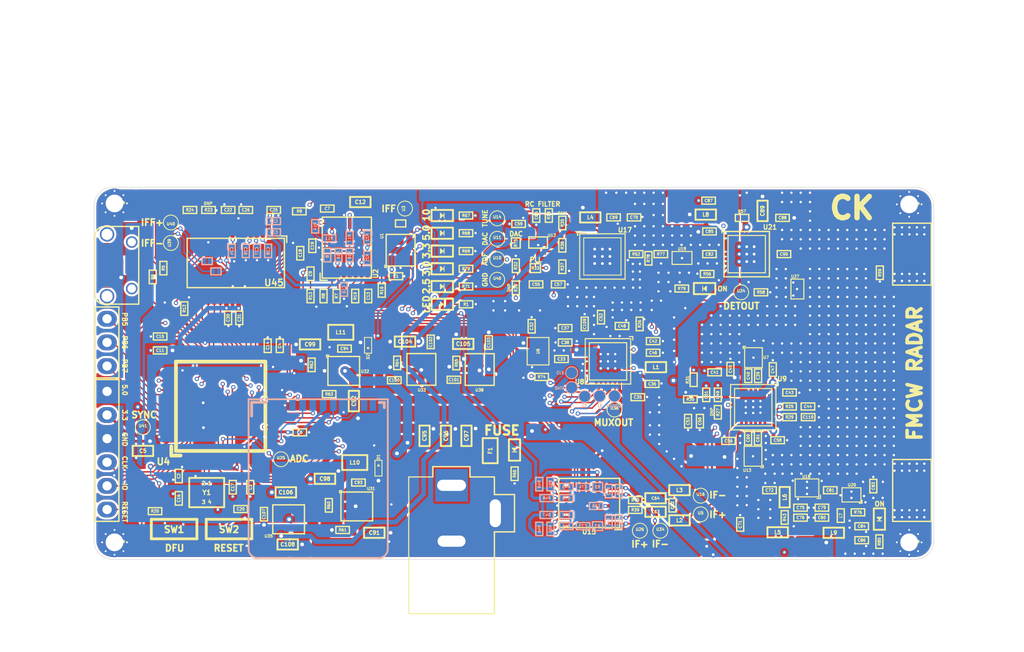
<source format=kicad_pcb>
(kicad_pcb (version 20171130) (host pcbnew "(5.1.7-0-10_14)")
  (layers (0 F.Cu signal) (1 In1.Cu signal) (2 In2.Cu signal) (31 B.Cu signal) (34 B.Paste user) (35 F.Paste user) (36 B.SilkS user) (37 F.SilkS user) (38 B.Mask user) (39 F.Mask user) (44 Edge.Cuts user))
  (net 0 "")
  (net 1 GND)
  (net 2 "Net-(C7-Pad2)")
  (net 3 "Net-(C7-Pad1)")
  (net 4 CM_BIAS)
  (net 5 "Net-(C12-Pad2)")
  (net 6 "Net-(C9-Pad2)")
  (net 7 MCP_WIN)
  (net 8 "Net-(C13-Pad1)")
  (net 9 "Net-(C13-Pad2)")
  (net 10 "Net-(C14-Pad1)")
  (net 11 "Net-(C15-Pad1)")
  (net 12 "Net-(C16-Pad1)")
  (net 13 "Net-(C17-Pad1)")
  (net 14 ADC_IN+)
  (net 15 "Net-(C19-Pad2)")
  (net 16 ADC_IN-)
  (net 17 RESET)
  (net 18 CML)
  (net 19 "Net-(C27-Pad1)")
  (net 20 "Net-(C28-Pad1)")
  (net 21 "Net-(C29-Pad1)")
  (net 22 "Net-(C33-Pad2)")
  (net 23 "Net-(C33-Pad1)")
  (net 24 "Net-(C39-Pad1)")
  (net 25 "Net-(C39-Pad2)")
  (net 26 "Net-(C40-Pad2)")
  (net 27 "Net-(C40-Pad1)")
  (net 28 "Net-(C42-Pad1)")
  (net 29 "Net-(C48-Pad1)")
  (net 30 "Net-(C49-Pad2)")
  (net 31 "Net-(C50-Pad2)")
  (net 32 "Net-(C52-Pad1)")
  (net 33 "Net-(C52-Pad2)")
  (net 34 "Net-(C55-Pad1)")
  (net 35 "Net-(C55-Pad2)")
  (net 36 "Net-(C60-Pad1)")
  (net 37 RFIN)
  (net 38 RFIP)
  (net 39 "Net-(C61-Pad1)")
  (net 40 "Net-(C62-Pad2)")
  (net 41 "Net-(C62-Pad1)")
  (net 42 "Net-(C63-Pad1)")
  (net 43 "Net-(C64-Pad1)")
  (net 44 "Net-(C65-Pad1)")
  (net 45 "Net-(C67-Pad2)")
  (net 46 "Net-(C67-Pad1)")
  (net 47 "Net-(C68-Pad2)")
  (net 48 "Net-(C68-Pad1)")
  (net 49 "Net-(C69-Pad1)")
  (net 50 "Net-(C72-Pad2)")
  (net 51 "Net-(C72-Pad1)")
  (net 52 "Net-(C73-Pad1)")
  (net 53 "Net-(C74-Pad1)")
  (net 54 "Net-(C75-Pad1)")
  (net 55 "Net-(C77-Pad1)")
  (net 56 "Net-(C78-Pad1)")
  (net 57 "Net-(C79-Pad1)")
  (net 58 "Net-(C81-Pad2)")
  (net 59 "Net-(C81-Pad1)")
  (net 60 "Net-(C82-Pad1)")
  (net 61 "Net-(C82-Pad2)")
  (net 62 "Net-(C83-Pad1)")
  (net 63 "Net-(C85-Pad1)")
  (net 64 "Net-(C87-Pad2)")
  (net 65 "Net-(C90-Pad1)")
  (net 66 "Net-(C90-Pad2)")
  (net 67 "Net-(C93-Pad2)")
  (net 68 "Net-(C93-Pad1)")
  (net 69 "Net-(C94-Pad1)")
  (net 70 "Net-(C94-Pad2)")
  (net 71 "Net-(C102-Pad1)")
  (net 72 "Net-(C103-Pad1)")
  (net 73 "Net-(C107-Pad2)")
  (net 74 "Net-(D3-Pad1)")
  (net 75 "Net-(D4-Pad1)")
  (net 76 "Net-(D5-Pad1)")
  (net 77 "Net-(D6-Pad1)")
  (net 78 "Net-(D7-Pad1)")
  (net 79 "Net-(D8-Pad1)")
  (net 80 "Net-(F1-Pad1)")
  (net 81 PB7)
  (net 82 PB6)
  (net 83 PB5)
  (net 84 "Net-(J2-Pad4)")
  (net 85 "Net-(J2-Pad3)")
  (net 86 "Net-(J2-Pad2)")
  (net 87 SWDCLK)
  (net 88 SWDIO)
  (net 89 IF+)
  (net 90 IF-)
  (net 91 "Net-(L7-Pad1)")
  (net 92 MCP_UD_3V3)
  (net 93 MCP_CS_3V3)
  (net 94 USB_D-)
  (net 95 USB_D+)
  (net 96 "Net-(R10-Pad2)")
  (net 97 IFF+)
  (net 98 IFF-)
  (net 99 "Net-(R9-Pad2)")
  (net 100 ADC_CLK)
  (net 101 "Net-(R12-Pad1)")
  (net 102 "Net-(R15-Pad1)")
  (net 103 MCP_AOUT)
  (net 104 "Net-(R17-Pad1)")
  (net 105 "Net-(R18-Pad2)")
  (net 106 "Net-(R20-Pad2)")
  (net 107 "Net-(R21-Pad2)")
  (net 108 CMLP)
  (net 109 "Net-(R26-Pad1)")
  (net 110 "Net-(R28-Pad1)")
  (net 111 DAC_OUT1)
  (net 112 "Net-(R35-Pad1)")
  (net 113 "Net-(R35-Pad2)")
  (net 114 "Net-(R36-Pad2)")
  (net 115 "Net-(R46-Pad1)")
  (net 116 "Net-(R49-Pad1)")
  (net 117 "Net-(R52-Pad1)")
  (net 118 PA_EN)
  (net 119 DET_OUT)
  (net 120 "Net-(R59-Pad1)")
  (net 121 "Net-(R60-Pad2)")
  (net 122 "Net-(R62-Pad2)")
  (net 123 "Net-(U4-Pad2)")
  (net 124 "Net-(U4-Pad3)")
  (net 125 "Net-(U4-Pad4)")
  (net 126 MIXER_EN)
  (net 127 ADF_MUXOUT)
  (net 128 ADF_LE)
  (net 129 ADF_CLK)
  (net 130 ADF_DATA)
  (net 131 ADF_CE)
  (net 132 ADF_TXDATA)
  (net 133 D0)
  (net 134 D1)
  (net 135 D2)
  (net 136 D3)
  (net 137 D4)
  (net 138 D5)
  (net 139 D6)
  (net 140 D7)
  (net 141 D8)
  (net 142 D9)
  (net 143 "Net-(U4-Pad41)")
  (net 144 "Net-(U4-Pad50)")
  (net 145 ADC_OE)
  (net 146 "Net-(U4-Pad52)")
  (net 147 "Net-(U4-Pad55)")
  (net 148 "Net-(U4-Pad56)")
  (net 149 MIXER_LO)
  (net 150 "Net-(U7-Pad6)")
  (net 151 "Net-(U8-Pad21)")
  (net 152 "Net-(U9-Pad22)")
  (net 153 "Net-(U13-Pad6)")
  (net 154 "Net-(U13-Pad1)")
  (net 155 "Net-(U23-Pad1)")
  (net 156 "Net-(U27-Pad1)")
  (net 157 "Net-(U27-Pad2)")
  (net 158 "Net-(U29-Pad2)")
  (net 159 "/Radar RF/LNA_3.3")
  (net 160 "Net-(R72-Pad1)")
  (net 161 "Net-(R73-Pad2)")
  (net 162 MICROCARD_CS)
  (net 163 SPI1_CLK)
  (net 164 SPI1_MISO)
  (net 165 SPI1_MOSI)
  (net 166 "Net-(U37-Pad9)")
  (net 167 "Net-(U37-Pad8)")
  (net 168 "Net-(U37-Pad1)")
  (net 169 "Net-(U43-Pad1)")
  (net 170 "Net-(R33-Pad2)")
  (net 171 "Net-(R74-Pad2)")
  (net 172 "Net-(R76-Pad2)")
  (net 173 "Net-(R52-Pad2)")
  (net 174 "Net-(R77-Pad2)")
  (net 175 "Net-(R78-Pad1)")
  (net 176 /SYNC)
  (net 177 "Net-(D9-Pad1)")
  (net 178 "Net-(D10-Pad1)")
  (net 179 +5)
  (net 180 +3.3)
  (net 181 +10)
  (net 182 +Battery)
  (net 183 +3.0)
  (net 184 +2.5)
  (net 185 "Net-(U25-Pad1)")
  (net 186 "Net-(D11-Pad1)")
  (net 187 LED)
  (net 188 "Net-(C73-Pad2)")
  (net 189 "Net-(C74-Pad2)")
  (net 190 "Net-(U4-Pad61)")
  (module Footprints:SMD_0402 (layer B.Cu) (at 158.585 112.225 180)
    (fp_text reference R3 (at 0 0) (layer B.SilkS) (effects (font (size 0.3 0.3) (thickness 0.075)) (justify mirror)))
    (fp_text value 0)
    (pad 2 smd rect (at 0.275 0 180) (size 0.4 0.8) (layers B.Cu B.Paste B.Mask) (net 189 "Net-(C74-Pad2)"))
    (pad 1 smd rect (at -0.275 0 180) (size 0.4 0.8) (layers B.Cu B.Paste B.Mask) (net 48 "Net-(C68-Pad1)"))
  )
  (module Footprints:SMD_0402 (layer B.Cu) (at 158.575 116.435 180)
    (fp_text reference R2 (at 0 0) (layer B.SilkS) (effects (font (size 0.3 0.3) (thickness 0.075)) (justify mirror)))
    (fp_text value 0)
    (pad 1 smd rect (at -0.275 0 180) (size 0.4 0.8) (layers B.Cu B.Paste B.Mask) (net 46 "Net-(C67-Pad1)"))
    (pad 2 smd rect (at 0.275 0 180) (size 0.4 0.8) (layers B.Cu B.Paste B.Mask) (net 188 "Net-(C73-Pad2)"))
  )
  (module Footprints:SMD_0402 (layer F.Cu) (at 149.8 86 270)
    (fp_text reference R75 (at 0 0.01 90) (layer F.SilkS) (effects (font (size 0.3 0.3) (thickness 0.075))))
    (fp_text value DNP)
    (pad 2 smd rect (at 0.275 0 270) (size 0.4 0.8) (layers F.Cu F.Paste F.Mask) (net 170 "Net-(R33-Pad2)"))
    (pad 1 smd rect (at -0.275 0 270) (size 0.4 0.8) (layers F.Cu F.Paste F.Mask) (net 111 DAC_OUT1))
  )
  (module Footprints:SMD_0402 (layer F.Cu) (at 151.9 88.7 180)
    (fp_text reference R33 (at 0 0 180) (layer F.SilkS) (effects (font (size 0.3 0.3) (thickness 0.075))))
    (fp_text value 0)
    (pad 2 smd rect (at 0.275 0 180) (size 0.4 0.8) (layers F.Cu F.Paste F.Mask) (net 170 "Net-(R33-Pad2)"))
    (pad 1 smd rect (at -0.275 0 180) (size 0.4 0.8) (layers F.Cu F.Paste F.Mask) (net 34 "Net-(C55-Pad1)"))
  )
  (module Footprints:SMD_0603 (layer F.Cu) (at 164.805 114.89)
    (fp_text reference C63 (at 0 0) (layer F.SilkS) (effects (font (size 0.3 0.3) (thickness 0.075))))
    (fp_text value 10uF)
    (pad 2 smd rect (at 0.75 0) (size 0.5 0.9) (layers F.Cu F.Paste F.Mask) (net 41 "Net-(C62-Pad1)"))
    (pad 1 smd rect (at -0.75 0) (size 0.5 0.9) (layers F.Cu F.Paste F.Mask) (net 42 "Net-(C63-Pad1)"))
  )
  (module Footprints:SMD_0603 (layer F.Cu) (at 164.805 113.44)
    (fp_text reference C64 (at 0 0) (layer F.SilkS) (effects (font (size 0.3 0.3) (thickness 0.075))))
    (fp_text value 10uF)
    (pad 2 smd rect (at 0.75 0) (size 0.5 0.9) (layers F.Cu F.Paste F.Mask) (net 40 "Net-(C62-Pad2)"))
    (pad 1 smd rect (at -0.75 0) (size 0.5 0.9) (layers F.Cu F.Paste F.Mask) (net 43 "Net-(C64-Pad1)"))
  )
  (module Footprints:LQFP64_10x10mm_P0.5mm (layer F.Cu) (at 118.1 103.55 90)
    (fp_text reference U4 (at -5.95 -6.15) (layer F.SilkS) (effects (font (size 0.7 0.7) (thickness 0.175))))
    (fp_text value STM32F405)
    (pad 64 smd rect (at -3.75 -5.625 180) (size 1.25 0.3) (layers F.Cu F.Paste F.Mask) (net 180 +3.3))
    (pad 63 smd rect (at -3.25 -5.625 180) (size 1.25 0.3) (layers F.Cu F.Paste F.Mask) (net 1 GND))
    (pad 62 smd rect (at -2.75 -5.625 180) (size 1.25 0.3) (layers F.Cu F.Paste F.Mask) (net 176 /SYNC))
    (pad 61 smd rect (at -2.25 -5.625 180) (size 1.25 0.3) (layers F.Cu F.Paste F.Mask) (net 190 "Net-(U4-Pad61)"))
    (pad 60 smd rect (at -1.75 -5.625 180) (size 1.25 0.3) (layers F.Cu F.Paste F.Mask) (net 106 "Net-(R20-Pad2)"))
    (pad 59 smd rect (at -1.25 -5.625 180) (size 1.25 0.3) (layers F.Cu F.Paste F.Mask) (net 81 PB7))
    (pad 58 smd rect (at -0.75 -5.625 180) (size 1.25 0.3) (layers F.Cu F.Paste F.Mask) (net 82 PB6))
    (pad 57 smd rect (at -0.25 -5.625 180) (size 1.25 0.3) (layers F.Cu F.Paste F.Mask) (net 83 PB5))
    (pad 56 smd rect (at 0.25 -5.625 180) (size 1.25 0.3) (layers F.Cu F.Paste F.Mask) (net 148 "Net-(U4-Pad56)"))
    (pad 55 smd rect (at 0.75 -5.625 180) (size 1.25 0.3) (layers F.Cu F.Paste F.Mask) (net 147 "Net-(U4-Pad55)"))
    (pad 54 smd rect (at 1.25 -5.625 180) (size 1.25 0.3) (layers F.Cu F.Paste F.Mask) (net 145 ADC_OE))
    (pad 53 smd rect (at 1.75 -5.625 180) (size 1.25 0.3) (layers F.Cu F.Paste F.Mask) (net 130 ADF_DATA))
    (pad 52 smd rect (at 2.25 -5.625 180) (size 1.25 0.3) (layers F.Cu F.Paste F.Mask) (net 146 "Net-(U4-Pad52)"))
    (pad 51 smd rect (at 2.75 -5.625 180) (size 1.25 0.3) (layers F.Cu F.Paste F.Mask) (net 171 "Net-(R74-Pad2)"))
    (pad 50 smd rect (at 3.25 -5.625 180) (size 1.25 0.3) (layers F.Cu F.Paste F.Mask) (net 144 "Net-(U4-Pad50)"))
    (pad 49 smd rect (at 3.75 -5.625 180) (size 1.25 0.3) (layers F.Cu F.Paste F.Mask) (net 87 SWDCLK))
    (pad 48 smd rect (at 5.625 -3.75 90) (size 1.25 0.3) (layers F.Cu F.Paste F.Mask) (net 180 +3.3))
    (pad 47 smd rect (at 5.625 -3.25 90) (size 1.25 0.3) (layers F.Cu F.Paste F.Mask) (net 11 "Net-(C15-Pad1)"))
    (pad 46 smd rect (at 5.625 -2.75 90) (size 1.25 0.3) (layers F.Cu F.Paste F.Mask) (net 88 SWDIO))
    (pad 45 smd rect (at 5.625 -2.25 90) (size 1.25 0.3) (layers F.Cu F.Paste F.Mask) (net 95 USB_D+))
    (pad 44 smd rect (at 5.625 -1.75 90) (size 1.25 0.3) (layers F.Cu F.Paste F.Mask) (net 94 USB_D-))
    (pad 43 smd rect (at 5.625 -1.25 90) (size 1.25 0.3) (layers F.Cu F.Paste F.Mask) (net 101 "Net-(R12-Pad1)"))
    (pad 42 smd rect (at 5.625 -0.75 90) (size 1.25 0.3) (layers F.Cu F.Paste F.Mask) (net 100 ADC_CLK))
    (pad 41 smd rect (at 5.625 -0.25 90) (size 1.25 0.3) (layers F.Cu F.Paste F.Mask) (net 143 "Net-(U4-Pad41)"))
    (pad 40 smd rect (at 5.625 0.25 90) (size 1.25 0.3) (layers F.Cu F.Paste F.Mask) (net 142 D9))
    (pad 39 smd rect (at 5.625 0.75 90) (size 1.25 0.3) (layers F.Cu F.Paste F.Mask) (net 141 D8))
    (pad 38 smd rect (at 5.625 1.25 90) (size 1.25 0.3) (layers F.Cu F.Paste F.Mask) (net 140 D7))
    (pad 37 smd rect (at 5.625 1.75 90) (size 1.25 0.3) (layers F.Cu F.Paste F.Mask) (net 139 D6))
    (pad 36 smd rect (at 5.625 2.25 90) (size 1.25 0.3) (layers F.Cu F.Paste F.Mask) (net 138 D5))
    (pad 35 smd rect (at 5.625 2.75 90) (size 1.25 0.3) (layers F.Cu F.Paste F.Mask) (net 137 D4))
    (pad 34 smd rect (at 5.625 3.25 90) (size 1.25 0.3) (layers F.Cu F.Paste F.Mask) (net 136 D3))
    (pad 33 smd rect (at 5.625 3.75 90) (size 1.25 0.3) (layers F.Cu F.Paste F.Mask) (net 135 D2))
    (pad 32 smd rect (at 3.75 5.625 180) (size 1.25 0.3) (layers F.Cu F.Paste F.Mask) (net 180 +3.3))
    (pad 31 smd rect (at 3.25 5.625 180) (size 1.25 0.3) (layers F.Cu F.Paste F.Mask) (net 10 "Net-(C14-Pad1)"))
    (pad 30 smd rect (at 2.75 5.625 180) (size 1.25 0.3) (layers F.Cu F.Paste F.Mask) (net 134 D1))
    (pad 29 smd rect (at 2.25 5.625 180) (size 1.25 0.3) (layers F.Cu F.Paste F.Mask) (net 133 D0))
    (pad 28 smd rect (at 1.75 5.625 180) (size 1.25 0.3) (layers F.Cu F.Paste F.Mask) (net 1 GND))
    (pad 27 smd rect (at 1.25 5.625 180) (size 1.25 0.3) (layers F.Cu F.Paste F.Mask) (net 118 PA_EN))
    (pad 26 smd rect (at 0.75 5.625 180) (size 1.25 0.3) (layers F.Cu F.Paste F.Mask) (net 119 DET_OUT))
    (pad 25 smd rect (at 0.25 5.625 180) (size 1.25 0.3) (layers F.Cu F.Paste F.Mask) (net 132 ADF_TXDATA))
    (pad 24 smd rect (at -0.25 5.625 180) (size 1.25 0.3) (layers F.Cu F.Paste F.Mask) (net 131 ADF_CE))
    (pad 23 smd rect (at -0.75 5.625 180) (size 1.25 0.3) (layers F.Cu F.Paste F.Mask) (net 165 SPI1_MOSI))
    (pad 22 smd rect (at -1.25 5.625 180) (size 1.25 0.3) (layers F.Cu F.Paste F.Mask) (net 164 SPI1_MISO))
    (pad 21 smd rect (at -1.75 5.625 180) (size 1.25 0.3) (layers F.Cu F.Paste F.Mask) (net 163 SPI1_CLK))
    (pad 20 smd rect (at -2.25 5.625 180) (size 1.25 0.3) (layers F.Cu F.Paste F.Mask) (net 111 DAC_OUT1))
    (pad 19 smd rect (at -2.75 5.625 180) (size 1.25 0.3) (layers F.Cu F.Paste F.Mask) (net 180 +3.3))
    (pad 18 smd rect (at -3.25 5.625 180) (size 1.25 0.3) (layers F.Cu F.Paste F.Mask) (net 1 GND))
    (pad 17 smd rect (at -3.75 5.625 180) (size 1.25 0.3) (layers F.Cu F.Paste F.Mask) (net 162 MICROCARD_CS))
    (pad 16 smd rect (at -5.625 3.75 90) (size 1.25 0.3) (layers F.Cu F.Paste F.Mask) (net 128 ADF_LE))
    (pad 15 smd rect (at -5.625 3.25 90) (size 1.25 0.3) (layers F.Cu F.Paste F.Mask) (net 127 ADF_MUXOUT))
    (pad 14 smd rect (at -5.625 2.75 90) (size 1.25 0.3) (layers F.Cu F.Paste F.Mask) (net 126 MIXER_EN))
    (pad 13 smd rect (at -5.625 2.25 90) (size 1.25 0.3) (layers F.Cu F.Paste F.Mask) (net 180 +3.3))
    (pad 12 smd rect (at -5.625 1.75 90) (size 1.25 0.3) (layers F.Cu F.Paste F.Mask) (net 1 GND))
    (pad 11 smd rect (at -5.625 1.25 90) (size 1.25 0.3) (layers F.Cu F.Paste F.Mask) (net 93 MCP_CS_3V3))
    (pad 10 smd rect (at -5.625 0.75 90) (size 1.25 0.3) (layers F.Cu F.Paste F.Mask) (net 92 MCP_UD_3V3))
    (pad 9 smd rect (at -5.625 0.25 90) (size 1.25 0.3) (layers F.Cu F.Paste F.Mask) (net 185 "Net-(U25-Pad1)"))
    (pad 8 smd rect (at -5.625 -0.25 90) (size 1.25 0.3) (layers F.Cu F.Paste F.Mask) (net 187 LED))
    (pad 7 smd rect (at -5.625 -0.75 90) (size 1.25 0.3) (layers F.Cu F.Paste F.Mask) (net 17 RESET))
    (pad 6 smd rect (at -5.625 -1.25 90) (size 1.25 0.3) (layers F.Cu F.Paste F.Mask) (net 13 "Net-(C17-Pad1)"))
    (pad 5 smd rect (at -5.625 -1.75 90) (size 1.25 0.3) (layers F.Cu F.Paste F.Mask) (net 12 "Net-(C16-Pad1)"))
    (pad 4 smd rect (at -5.625 -2.25 90) (size 1.25 0.3) (layers F.Cu F.Paste F.Mask) (net 125 "Net-(U4-Pad4)"))
    (pad 3 smd rect (at -5.625 -2.75 90) (size 1.25 0.3) (layers F.Cu F.Paste F.Mask) (net 124 "Net-(U4-Pad3)"))
    (pad 2 smd rect (at -5.625 -3.25 90) (size 1.25 0.3) (layers F.Cu F.Paste F.Mask) (net 123 "Net-(U4-Pad2)"))
    (pad 1 smd rect (at -5.625 -3.75 90) (size 1.25 0.3) (layers F.Cu F.Paste F.Mask) (net 180 +3.3))
  )
  (module Footprints:Diode_0603 (layer F.Cu) (at 188.85 115.675 90)
    (fp_text reference D10 hide)
    (fp_text value Led_Diode)
    (pad 1 smd rect (at -0.725 0 90) (size 0.65 1) (layers F.Cu F.Paste F.Mask) (net 178 "Net-(D10-Pad1)"))
    (pad 2 smd rect (at 0.725 0 90) (size 0.65 1) (layers F.Cu F.Paste F.Mask) (net 159 "/Radar RF/LNA_3.3"))
  )
  (module Footprints:Diode_0603 (layer F.Cu) (at 170.075 90.9)
    (fp_text reference D9 hide)
    (fp_text value Led_Diode)
    (pad 2 smd rect (at 0.725 0) (size 0.65 1) (layers F.Cu F.Paste F.Mask) (net 118 PA_EN))
    (pad 1 smd rect (at -0.725 0) (size 0.65 1) (layers F.Cu F.Paste F.Mask) (net 177 "Net-(D9-Pad1)"))
  )
  (module Footprints:SSOP28_5.3x10.2mm_P0.65mm (layer F.Cu) (at 119.7 88.15 270)
    (fp_text reference U45 (at 2.125 -4.125) (layer F.SilkS) (effects (font (size 0.7 0.7))))
    (fp_text value MAX1426)
    (pad 28 smd rect (at 3.6 -4.225 270) (size 1.75 0.45) (layers F.Cu F.Paste F.Mask) (net 133 D0))
    (pad 27 smd rect (at 3.6 -3.575 270) (size 1.75 0.45) (layers F.Cu F.Paste F.Mask) (net 134 D1))
    (pad 26 smd rect (at 3.6 -2.925 270) (size 1.75 0.45) (layers F.Cu F.Paste F.Mask) (net 135 D2))
    (pad 25 smd rect (at 3.6 -2.275 270) (size 1.75 0.45) (layers F.Cu F.Paste F.Mask) (net 136 D3))
    (pad 24 smd rect (at 3.6 -1.625 270) (size 1.75 0.45) (layers F.Cu F.Paste F.Mask) (net 137 D4))
    (pad 23 smd rect (at 3.6 -0.975 270) (size 1.75 0.45) (layers F.Cu F.Paste F.Mask) (net 1 GND))
    (pad 22 smd rect (at 3.6 -0.325 270) (size 1.75 0.45) (layers F.Cu F.Paste F.Mask) (net 180 +3.3))
    (pad 21 smd rect (at 3.6 0.325 270) (size 1.75 0.45) (layers F.Cu F.Paste F.Mask) (net 1 GND))
    (pad 20 smd rect (at 3.6 0.975 270) (size 1.75 0.45) (layers F.Cu F.Paste F.Mask) (net 180 +3.3))
    (pad 19 smd rect (at 3.6 1.625 270) (size 1.75 0.45) (layers F.Cu F.Paste F.Mask) (net 138 D5))
    (pad 18 smd rect (at 3.6 2.275 270) (size 1.75 0.45) (layers F.Cu F.Paste F.Mask) (net 139 D6))
    (pad 17 smd rect (at 3.6 2.925 270) (size 1.75 0.45) (layers F.Cu F.Paste F.Mask) (net 140 D7))
    (pad 16 smd rect (at 3.6 3.575 270) (size 1.75 0.45) (layers F.Cu F.Paste F.Mask) (net 141 D8))
    (pad 15 smd rect (at 3.6 4.225 270) (size 1.75 0.45) (layers F.Cu F.Paste F.Mask) (net 142 D9))
    (pad 14 smd rect (at -3.6 4.225 270) (size 1.75 0.45) (layers F.Cu F.Paste F.Mask) (net 145 ADC_OE))
    (pad 13 smd rect (at -3.6 3.575 270) (size 1.75 0.45) (layers F.Cu F.Paste F.Mask) (net 100 ADC_CLK))
    (pad 12 smd rect (at -3.6 2.925 270) (size 1.75 0.45) (layers F.Cu F.Paste F.Mask) (net 1 GND))
    (pad 11 smd rect (at -3.6 2.275 270) (size 1.75 0.45) (layers F.Cu F.Paste F.Mask) (net 108 CMLP))
    (pad 10 smd rect (at -3.6 1.625 270) (size 1.75 0.45) (layers F.Cu F.Paste F.Mask) (net 16 ADC_IN-))
    (pad 9 smd rect (at -3.6 0.975 270) (size 1.75 0.45) (layers F.Cu F.Paste F.Mask) (net 14 ADC_IN+))
    (pad 8 smd rect (at -3.6 0.325 270) (size 1.75 0.45) (layers F.Cu F.Paste F.Mask) (net 179 +5))
    (pad 7 smd rect (at -3.6 -0.325 270) (size 1.75 0.45) (layers F.Cu F.Paste F.Mask) (net 1 GND))
    (pad 6 smd rect (at -3.6 -0.975 270) (size 1.75 0.45) (layers F.Cu F.Paste F.Mask) (net 18 CML))
    (pad 5 smd rect (at -3.6 -1.625 270) (size 1.75 0.45) (layers F.Cu F.Paste F.Mask) (net 21 "Net-(C29-Pad1)"))
    (pad 4 smd rect (at -3.6 -2.275 270) (size 1.75 0.45) (layers F.Cu F.Paste F.Mask) (net 19 "Net-(C27-Pad1)"))
    (pad 3 smd rect (at -3.6 -2.925 270) (size 1.75 0.45) (layers F.Cu F.Paste F.Mask) (net 20 "Net-(C28-Pad1)"))
    (pad 2 smd rect (at -3.6 -3.575 270) (size 1.75 0.45) (layers F.Cu F.Paste F.Mask) (net 179 +5))
    (pad 1 smd rect (at -3.6 -4.225 270) (size 1.75 0.45) (layers F.Cu F.Paste F.Mask) (net 1 GND))
  )
  (module Footprints:Crystal_3.2x2.5mm (layer F.Cu) (at 116.6 112.825 180)
    (fp_text reference Y1 (at 0 0) (layer F.SilkS) (effects (font (size 0.5 0.5) (thickness 0.125))))
    (fp_text value 8MHz)
    (fp_text user 4 (at -0.325 -1) (layer F.SilkS) (effects (font (size 0.4 0.4) (thickness 0.1))))
    (fp_text user 3 (at 0.325 -1.025) (layer F.SilkS) (effects (font (size 0.4 0.4) (thickness 0.1))))
    (fp_text user 1 (at -0.325 1) (layer F.SilkS) (effects (font (size 0.4 0.4) (thickness 0.1))))
    (fp_text user 2 (at 0.325 1) (layer F.SilkS) (effects (font (size 0.4 0.4) (thickness 0.1))))
    (pad 1 smd rect (at -1.175 0.975 180) (size 1.2 1) (layers F.Cu F.Paste F.Mask) (net 13 "Net-(C17-Pad1)"))
    (pad 2 smd rect (at 1.175 0.975 180) (size 1.2 1) (layers F.Cu F.Paste F.Mask) (net 1 GND))
    (pad 3 smd rect (at 1.175 -0.975 180) (size 1.2 1) (layers F.Cu F.Paste F.Mask) (net 12 "Net-(C16-Pad1)"))
    (pad 4 smd rect (at -1.175 -0.975 180) (size 1.2 1) (layers F.Cu F.Paste F.Mask) (net 1 GND))
  )
  (module Footprints:LFCSP24_4x4mm_P0.5mm_1EXP_2.5x2.5mm (layer F.Cu) (at 175.3 103.65 270)
    (fp_text reference U9 (at -3.05 -3.1) (layer F.SilkS) (effects (font (size 0.5 0.5) (thickness 0.125))))
    (fp_text value ADL5801)
    (pad 24 smd roundrect (at -1.25 -1.9883 270) (size 0.3 0.8) (layers F.Cu F.Paste F.Mask) (net 179 +5))
    (pad 23 smd roundrect (at -0.75 -1.9883 270) (size 0.3 0.8) (layers F.Cu F.Paste F.Mask) (net 1 GND))
    (pad 22 smd roundrect (at -0.25 -1.9883 270) (size 0.3 0.8) (layers F.Cu F.Paste F.Mask) (net 152 "Net-(U9-Pad22)"))
    (pad 21 smd roundrect (at 0.25 -1.9883 270) (size 0.3 0.8) (layers F.Cu F.Paste F.Mask) (net 90 IF-))
    (pad 20 smd roundrect (at 0.75 -1.9883 270) (size 0.3 0.8) (layers F.Cu F.Paste F.Mask) (net 89 IF+))
    (pad 19 smd roundrect (at 1.25 -1.9883 270) (size 0.3 0.8) (layers F.Cu F.Paste F.Mask) (net 1 GND))
    (pad 18 smd roundrect (at 1.9629 -1.25 270) (size 0.8 0.3) (layers F.Cu F.Paste F.Mask) (net 179 +5))
    (pad 17 smd roundrect (at 1.9629 -0.75 270) (size 0.8 0.3) (layers F.Cu F.Paste F.Mask) (net 1 GND))
    (pad 16 smd roundrect (at 1.9629 -0.25 270) (size 0.8 0.3) (layers F.Cu F.Paste F.Mask) (net 38 RFIP))
    (pad 15 smd roundrect (at 1.9629 0.25 270) (size 0.8 0.3) (layers F.Cu F.Paste F.Mask) (net 37 RFIN))
    (pad 14 smd roundrect (at 1.9629 0.75 270) (size 0.8 0.3) (layers F.Cu F.Paste F.Mask) (net 1 GND))
    (pad 13 smd roundrect (at 1.9629 1.25 270) (size 0.8 0.3) (layers F.Cu F.Paste F.Mask) (net 179 +5))
    (pad 12 smd roundrect (at 1.25 1.9883 270) (size 0.3 0.8) (layers F.Cu F.Paste F.Mask) (net 1 GND))
    (pad 11 smd roundrect (at 0.75 1.9883 270) (size 0.3 0.8) (layers F.Cu F.Paste F.Mask) (net 31 "Net-(C50-Pad2)"))
    (pad 10 smd roundrect (at 0.25 1.9883 270) (size 0.3 0.8) (layers F.Cu F.Paste F.Mask) (net 30 "Net-(C49-Pad2)"))
    (pad 9 smd roundrect (at -0.25 1.9883 270) (size 0.3 0.8) (layers F.Cu F.Paste F.Mask) (net 126 MIXER_EN))
    (pad 8 smd roundrect (at -0.75 1.9883 270) (size 0.3 0.8) (layers F.Cu F.Paste F.Mask) (net 1 GND))
    (pad 7 smd roundrect (at -1.25 1.9883 270) (size 0.3 0.8) (layers F.Cu F.Paste F.Mask) (net 179 +5))
    (pad 6 smd roundrect (at -1.9883 1.25 270) (size 0.8 0.3) (layers F.Cu F.Paste F.Mask) (net 1 GND))
    (pad 5 smd roundrect (at -1.9883 0.75 270) (size 0.8 0.3) (layers F.Cu F.Paste F.Mask) (net 1 GND))
    (pad 4 smd roundrect (at -1.9883 0.25 270) (size 0.8 0.3) (layers F.Cu F.Paste F.Mask) (net 27 "Net-(C40-Pad1)"))
    (pad 3 smd roundrect (at -1.9883 -0.25 270) (size 0.8 0.3) (layers F.Cu F.Paste F.Mask) (net 24 "Net-(C39-Pad1)"))
    (pad 2 smd roundrect (at -1.9883 -0.75 270) (size 0.8 0.3) (layers F.Cu F.Paste F.Mask) (net 1 GND))
    (pad 1 smd roundrect (at -1.9883 -1.25 270) (size 0.8 0.3) (layers F.Cu F.Paste F.Mask) (net 1 GND))
    (pad 25 smd roundrect (at 0 0 270) (size 2.5 2.5) (layers F.Cu F.Mask) (roundrect_rratio 0.1) (net 1 GND))
  )
  (module Footprints:LFCSP24_4x4mm_P0.5mm_1EXP_2.5x2.5mm (layer F.Cu) (at 159.7 98.725 270)
    (fp_text reference U8 (at 2.2 3.05) (layer F.SilkS) (effects (font (size 0.5 0.5) (thickness 0.125))))
    (fp_text value ADF4158)
    (pad 24 smd roundrect (at -1.25 -1.9883 270) (size 0.3 0.8) (layers F.Cu F.Paste F.Mask) (net 34 "Net-(C55-Pad1)"))
    (pad 23 smd roundrect (at -0.75 -1.9883 270) (size 0.3 0.8) (layers F.Cu F.Paste F.Mask) (net 109 "Net-(R26-Pad1)"))
    (pad 22 smd roundrect (at -0.25 -1.9883 270) (size 0.3 0.8) (layers F.Cu F.Paste F.Mask) (net 28 "Net-(C42-Pad1)"))
    (pad 21 smd roundrect (at 0.25 -1.9883 270) (size 0.3 0.8) (layers F.Cu F.Paste F.Mask) (net 151 "Net-(U8-Pad21)"))
    (pad 20 smd roundrect (at 0.75 -1.9883 270) (size 0.3 0.8) (layers F.Cu F.Paste F.Mask) (net 110 "Net-(R28-Pad1)"))
    (pad 19 smd roundrect (at 1.25 -1.9883 270) (size 0.3 0.8) (layers F.Cu F.Paste F.Mask) (net 180 +3.3))
    (pad 18 smd roundrect (at 1.9629 -1.25 270) (size 0.8 0.3) (layers F.Cu F.Paste F.Mask) (net 180 +3.3))
    (pad 17 smd roundrect (at 1.9629 -0.75 270) (size 0.8 0.3) (layers F.Cu F.Paste F.Mask) (net 127 ADF_MUXOUT))
    (pad 16 smd roundrect (at 1.9629 -0.25 270) (size 0.8 0.3) (layers F.Cu F.Paste F.Mask) (net 128 ADF_LE))
    (pad 15 smd roundrect (at 1.9629 0.25 270) (size 0.8 0.3) (layers F.Cu F.Paste F.Mask) (net 130 ADF_DATA))
    (pad 14 smd roundrect (at 1.9629 0.75 270) (size 0.8 0.3) (layers F.Cu F.Paste F.Mask) (net 129 ADF_CLK))
    (pad 13 smd roundrect (at 1.9629 1.25 270) (size 0.8 0.3) (layers F.Cu F.Paste F.Mask) (net 131 ADF_CE))
    (pad 12 smd roundrect (at 1.25 1.9883 270) (size 0.3 0.8) (layers F.Cu F.Paste F.Mask) (net 132 ADF_TXDATA))
    (pad 11 smd roundrect (at 0.75 1.9883 270) (size 0.3 0.8) (layers F.Cu F.Paste F.Mask) (net 1 GND))
    (pad 10 smd roundrect (at 0.25 1.9883 270) (size 0.3 0.8) (layers F.Cu F.Paste F.Mask) (net 1 GND))
    (pad 9 smd roundrect (at -0.25 1.9883 270) (size 0.3 0.8) (layers F.Cu F.Paste F.Mask) (net 23 "Net-(C33-Pad1)"))
    (pad 8 smd roundrect (at -0.75 1.9883 270) (size 0.3 0.8) (layers F.Cu F.Paste F.Mask) (net 180 +3.3))
    (pad 7 smd roundrect (at -1.25 1.9883 270) (size 0.3 0.8) (layers F.Cu F.Paste F.Mask) (net 180 +3.3))
    (pad 6 smd roundrect (at -1.9883 1.25 270) (size 0.8 0.3) (layers F.Cu F.Paste F.Mask) (net 180 +3.3))
    (pad 5 smd roundrect (at -1.9883 0.75 270) (size 0.8 0.3) (layers F.Cu F.Paste F.Mask) (net 32 "Net-(C52-Pad1)"))
    (pad 4 smd roundrect (at -1.9883 0.25 270) (size 0.8 0.3) (layers F.Cu F.Paste F.Mask) (net 29 "Net-(C48-Pad1)"))
    (pad 3 smd roundrect (at -1.9883 -0.25 270) (size 0.8 0.3) (layers F.Cu F.Paste F.Mask) (net 1 GND))
    (pad 2 smd roundrect (at -1.9883 -0.75 270) (size 0.8 0.3) (layers F.Cu F.Paste F.Mask) (net 1 GND))
    (pad 1 smd roundrect (at -1.9883 -1.25 270) (size 0.8 0.3) (layers F.Cu F.Paste F.Mask) (net 1 GND))
    (pad 25 smd roundrect (at 0 0 270) (size 2.5 2.5) (layers F.Cu F.Mask) (roundrect_rratio 0.1) (net 1 GND))
  )
  (module Footprints:QFN20_4x4mm_P0.5mm_1EXP_2.5x2.5mm (layer F.Cu) (at 174.6 87.2)
    (fp_text reference U21 (at 2.5 -2.9) (layer F.SilkS) (effects (font (size 0.5 0.5) (thickness 0.125))))
    (fp_text value TQP5523)
    (pad 20 smd roundrect (at -1 -1.9629) (size 0.3 0.8) (layers F.Cu F.Paste F.Mask) (net 63 "Net-(C85-Pad1)"))
    (pad 19 smd roundrect (at -0.5 -1.9629) (size 0.3 0.8) (layers F.Cu F.Paste F.Mask) (net 64 "Net-(C87-Pad2)"))
    (pad 18 smd roundrect (at 0 -1.9629) (size 0.3 0.8) (layers F.Cu F.Paste F.Mask) (net 64 "Net-(C87-Pad2)"))
    (pad 17 smd roundrect (at 0.5 -1.9629) (size 0.3 0.8) (layers F.Cu F.Paste F.Mask) (net 1 GND))
    (pad 16 smd roundrect (at 1 -1.9629) (size 0.3 0.8) (layers F.Cu F.Paste F.Mask) (net 1 GND))
    (pad 15 smd roundrect (at 1.9629 -1) (size 0.8 0.3) (layers F.Cu F.Paste F.Mask) (net 1 GND))
    (pad 14 smd roundrect (at 1.9629 -0.5) (size 0.8 0.3) (layers F.Cu F.Paste F.Mask) (net 1 GND))
    (pad 13 smd roundrect (at 1.9629 0) (size 0.8 0.3) (layers F.Cu F.Paste F.Mask) (net 66 "Net-(C90-Pad2)"))
    (pad 12 smd roundrect (at 1.9629 0.5) (size 0.8 0.3) (layers F.Cu F.Paste F.Mask) (net 1 GND))
    (pad 11 smd roundrect (at 1.9629 1) (size 0.8 0.3) (layers F.Cu F.Paste F.Mask) (net 1 GND))
    (pad 10 smd roundrect (at 1 1.9629) (size 0.3 0.8) (layers F.Cu F.Paste F.Mask) (net 119 DET_OUT))
    (pad 9 smd roundrect (at 0.5 1.9629) (size 0.3 0.8) (layers F.Cu F.Paste F.Mask))
    (pad 8 smd roundrect (at 0 1.9629) (size 0.3 0.8) (layers F.Cu F.Paste F.Mask))
    (pad 7 smd roundrect (at -0.5 1.9629) (size 0.3 0.8) (layers F.Cu F.Paste F.Mask))
    (pad 6 smd roundrect (at -1 1.9629) (size 0.3 0.8) (layers F.Cu F.Paste F.Mask))
    (pad 5 smd roundrect (at -1.9629 1) (size 0.8 0.3) (layers F.Cu F.Paste F.Mask) (net 118 PA_EN))
    (pad 4 smd roundrect (at -1.9629 0.5) (size 0.8 0.3) (layers F.Cu F.Paste F.Mask) (net 1 GND))
    (pad 3 smd roundrect (at -1.9629 0) (size 0.8 0.3) (layers F.Cu F.Paste F.Mask) (net 60 "Net-(C82-Pad1)"))
    (pad 2 smd roundrect (at -1.9629 -0.5) (size 0.8 0.3) (layers F.Cu F.Paste F.Mask) (net 1 GND))
    (pad 1 smd roundrect (at -1.9629 -1) (size 0.8 0.3) (layers F.Cu F.Paste F.Mask) (net 1 GND))
    (pad 21 smd roundrect (at 0 0) (size 2.5 2.5) (layers F.Cu F.Mask) (roundrect_rratio 0.1) (net 1 GND))
  )
  (module Footprints:QFN24_4x4mm_P0.5mm_1EXP_2.7x2.7mm (layer F.Cu) (at 159.1 87.45)
    (fp_text reference U17 (at 2.425 -2.85) (layer F.SilkS) (effects (font (size 0.5 0.5) (thickness 0.125))))
    (fp_text value HMC431LP4)
    (pad 24 smd roundrect (at -1.25 -2.0133) (size 0.3 0.75) (layers F.Cu F.Paste F.Mask))
    (pad 23 smd roundrect (at -0.75 -2.0133) (size 0.3 0.75) (layers F.Cu F.Paste F.Mask))
    (pad 22 smd roundrect (at -0.25 -2.0133) (size 0.3 0.75) (layers F.Cu F.Paste F.Mask) (net 44 "Net-(C65-Pad1)"))
    (pad 21 smd roundrect (at 0.25 -2.0133) (size 0.3 0.75) (layers F.Cu F.Paste F.Mask))
    (pad 20 smd roundrect (at 0.75 -2.0133) (size 0.3 0.75) (layers F.Cu F.Paste F.Mask) (net 49 "Net-(C69-Pad1)"))
    (pad 19 smd roundrect (at 1.25 -2.0133) (size 0.3 0.75) (layers F.Cu F.Paste F.Mask))
    (pad 18 smd roundrect (at 2.0133 -1.25) (size 0.75 0.3) (layers F.Cu F.Paste F.Mask))
    (pad 17 smd roundrect (at 2.0133 -0.75) (size 0.75 0.3) (layers F.Cu F.Paste F.Mask))
    (pad 16 smd roundrect (at 2.0133 -0.25) (size 0.75 0.3) (layers F.Cu F.Paste F.Mask) (net 117 "Net-(R52-Pad1)"))
    (pad 15 smd roundrect (at 2.0133 0.25) (size 0.75 0.3) (layers F.Cu F.Paste F.Mask) (net 1 GND))
    (pad 14 smd roundrect (at 2.0133 0.75) (size 0.75 0.3) (layers F.Cu F.Paste F.Mask))
    (pad 13 smd roundrect (at 2.0133 1.25) (size 0.75 0.3) (layers F.Cu F.Paste F.Mask))
    (pad 12 smd roundrect (at 1.25 2.0133) (size 0.3 0.75) (layers F.Cu F.Paste F.Mask))
    (pad 11 smd roundrect (at 0.75 2.0133) (size 0.3 0.75) (layers F.Cu F.Paste F.Mask))
    (pad 10 smd roundrect (at 0.25 2.0133) (size 0.3 0.75) (layers F.Cu F.Paste F.Mask))
    (pad 9 smd roundrect (at -0.25 2.0133) (size 0.3 0.75) (layers F.Cu F.Paste F.Mask))
    (pad 8 smd roundrect (at -0.75 2.0133) (size 0.3 0.75) (layers F.Cu F.Paste F.Mask))
    (pad 7 smd roundrect (at -1.25 2.0133) (size 0.3 0.75) (layers F.Cu F.Paste F.Mask))
    (pad 6 smd roundrect (at -2.0133 1.25) (size 0.75 0.3) (layers F.Cu F.Paste F.Mask))
    (pad 5 smd roundrect (at -2.0133 0.75) (size 0.75 0.3) (layers F.Cu F.Paste F.Mask))
    (pad 4 smd roundrect (at -2.0133 0.25) (size 0.75 0.3) (layers F.Cu F.Paste F.Mask))
    (pad 3 smd roundrect (at -2.0133 -0.25) (size 0.75 0.3) (layers F.Cu F.Paste F.Mask))
    (pad 2 smd roundrect (at -2.0133 -0.75) (size 0.75 0.3) (layers F.Cu F.Paste F.Mask))
    (pad 1 smd roundrect (at -2.0133 -1.25) (size 0.75 0.3) (layers F.Cu F.Paste F.Mask))
    (pad 25 smd roundrect (at 0 0) (size 2.7 2.7) (layers F.Cu F.Mask) (roundrect_rratio 0.09259299999999999) (net 1 GND))
  )
  (module Footprints:SMD_0402 (layer B.Cu) (at 116.65 87.95 180)
    (fp_text reference R73 hide)
    (fp_text value DNP)
    (pad 2 smd rect (at 0.275 0 180) (size 0.4 0.6) (layers B.Cu B.Paste B.Mask) (net 161 "Net-(R73-Pad2)"))
    (pad 1 smd rect (at -0.275 0 180) (size 0.4 0.6) (layers B.Cu B.Paste B.Mask) (net 16 ADC_IN-))
  )
  (module Footprints:SMD_0402 (layer B.Cu) (at 117.6 89.05)
    (fp_text reference R72 hide)
    (fp_text value DNP)
    (pad 1 smd rect (at -0.275 0) (size 0.4 0.6) (layers B.Cu B.Paste B.Mask) (net 160 "Net-(R72-Pad1)"))
    (pad 2 smd rect (at 0.275 0) (size 0.4 0.6) (layers B.Cu B.Paste B.Mask) (net 14 ADC_IN+))
  )
  (module Footprints:SMD_0402 (layer F.Cu) (at 137.425 83.9 180)
    (fp_text reference R15 hide)
    (fp_text value DNP)
    (pad 2 smd rect (at 0.275 0 180) (size 0.4 0.6) (layers F.Cu F.Paste F.Mask) (net 7 MCP_WIN))
    (pad 1 smd rect (at -0.28194 0 180) (size 0.4 0.6) (layers F.Cu F.Paste F.Mask) (net 102 "Net-(R15-Pad1)"))
  )
  (module Footprints:Untitled (layer F.Cu) (at 196.575 78.225)
    (fp_text reference G*** hide)
    (fp_text value LOGO hide)
  )
  (module Footprints:Untitled (layer F.Cu) (at 203.325 61)
    (fp_text reference G*** hide)
    (fp_text value LOGO hide)
  )
  (module Footprints:Mitered_Bend_0.33mm_90 (layer F.Cu) (at 175.925 112.425)
    (fp_text reference U42 hide)
    (fp_text value MITERED_BEND hide)
    (fp_poly (pts (xy -0.22606 -0.1905) (xy 0.08128 -0.1905) (xy 0.08128 -0.01524) (xy 0.256 -0.01524) (xy 0.255999 0.31496) (xy 0.1268 0.31496) (xy -0.24892 -0.061301) (xy -0.24892 -0.1905)) (layer F.Cu) (width 0))
    (pad 2 smd rect (at 0.26416 0.1495) (size 0.033 0.33) (layers F.Cu) (net 50 "Net-(C72-Pad2)") (clearance 0.000001))
    (pad 1 smd rect (at -0.084 -0.20066) (size 0.33 0.033) (layers F.Cu) (net 154 "Net-(U13-Pad1)") (clearance 0.000001))
  )
  (module Footprints:Mitered_Bend_0.33mm_90 (layer F.Cu) (at 159.1 91.86 270)
    (fp_text reference U44 hide)
    (fp_text value MITERED_BEND hide)
    (fp_poly (pts (xy -0.22606 -0.1905) (xy 0.08128 -0.1905) (xy 0.08128 -0.01524) (xy 0.256 -0.01524) (xy 0.255999 0.31496) (xy 0.1268 0.31496) (xy -0.24892 -0.061301) (xy -0.24892 -0.1905)) (layer F.Cu) (width 0))
    (pad 2 smd rect (at 0.26416 0.1495 270) (size 0.033 0.33) (layers F.Cu) (net 33 "Net-(C52-Pad2)") (clearance 0.000001))
    (pad 1 smd rect (at -0.084 -0.20066 270) (size 0.33 0.033) (layers F.Cu) (net 169 "Net-(U43-Pad1)") (clearance 0.000001))
  )
  (module Footprints:Mitered_Bend_0.33mm_90 (layer F.Cu) (at 163.9 91.69 90)
    (fp_text reference U43 hide)
    (fp_text value MITERED_BEND hide)
    (fp_poly (pts (xy -0.22606 -0.1905) (xy 0.08128 -0.1905) (xy 0.08128 -0.01524) (xy 0.256 -0.01524) (xy 0.255999 0.31496) (xy 0.1268 0.31496) (xy -0.24892 -0.061301) (xy -0.24892 -0.1905)) (layer F.Cu) (width 0))
    (pad 2 smd rect (at 0.26416 0.1495 90) (size 0.033 0.33) (layers F.Cu) (net 175 "Net-(R78-Pad1)") (clearance 0.000001))
    (pad 1 smd rect (at -0.084 -0.20066 90) (size 0.33 0.033) (layers F.Cu) (net 169 "Net-(U43-Pad1)") (clearance 0.000001))
  )
  (module Footprints:Mitered_Bend_0.33mm_90 (layer F.Cu) (at 174.9 95.95 270)
    (fp_text reference U23 hide)
    (fp_text value MITERED_BEND hide)
    (fp_poly (pts (xy -0.22606 -0.1905) (xy 0.08128 -0.1905) (xy 0.08128 -0.01524) (xy 0.256 -0.01524) (xy 0.255999 0.31496) (xy 0.1268 0.31496) (xy -0.24892 -0.061301) (xy -0.24892 -0.1905)) (layer F.Cu) (width 0))
    (pad 2 smd rect (at 0.26416 0.1495 270) (size 0.033 0.33) (layers F.Cu) (net 149 MIXER_LO) (clearance 0.000001))
    (pad 1 smd rect (at -0.084 -0.20066 270) (size 0.33 0.033) (layers F.Cu) (net 155 "Net-(U23-Pad1)") (clearance 0.000001))
  )
  (module Footprints:Mitered_Bend_0.33mm_90 (layer F.Cu) (at 180.35 95.78086 90)
    (fp_text reference U28 hide)
    (fp_text value MITERED_BEND hide)
    (fp_poly (pts (xy -0.22606 -0.1905) (xy 0.08128 -0.1905) (xy 0.08128 -0.01524) (xy 0.256 -0.01524) (xy 0.255999 0.31496) (xy 0.1268 0.31496) (xy -0.24892 -0.061301) (xy -0.24892 -0.1905)) (layer F.Cu) (width 0))
    (pad 2 smd rect (at 0.26416 0.1495 90) (size 0.033 0.33) (layers F.Cu) (net 157 "Net-(U27-Pad2)") (clearance 0.000001))
    (pad 1 smd rect (at -0.084 -0.20066 90) (size 0.33 0.033) (layers F.Cu) (net 155 "Net-(U23-Pad1)") (clearance 0.000001))
  )
  (module Footprints:Directional_Coupler_15dB (layer F.Cu) (at 184.7 87.825)
    (fp_text reference U29 hide)
    (fp_text value Directional_Coupler hide)
    (fp_poly (pts (xy 4.37896 0.45212) (xy 4.212882 0.45212) (xy 4.0513 0.45212) (xy 4.0513 0.36576) (xy 4.0513 0.2667) (xy 0 0.26416) (xy -4.0513 0.26416) (xy -4.0513 0.5461) (xy -4.0513 0.82042) (xy -4.212883 0.82042) (xy -4.3815 0.82042) (xy -4.3815 0.570876) (xy -4.3815 0.323716) (xy -4.190684 0.131182) (xy -3.99806 -0.061353) (xy 0 -0.061353) (xy 3.99806 -0.061353) (xy 4.190683 0.131182) (xy 4.3815 0.323716) (xy 4.3815 0.386818) (xy 4.3815 0.45212)) (layer F.Cu) (width 0))
    (fp_poly (pts (xy 4.996833 -0.48006) (xy 4.732774 -0.48006) (xy 4.468715 -0.48006) (xy 4.386813 -0.395898) (xy 4.30784 -0.32512) (xy 4.153379 -0.252742) (xy 4.001847 -0.190875) (xy -0.001559 -0.191168) (xy -4.004966 -0.191461) (xy -4.154939 -0.253036) (xy -4.30276 -0.32004) (xy -4.386814 -0.3959) (xy -4.468716 -0.4826) (xy -4.732775 -0.4826) (xy -4.996833 -0.4826) (xy -4.996833 -0.647611) (xy -4.996833 -0.8128) (xy -4.747806 -0.8128) (xy -4.498778 -0.8128) (xy -4.354126 -0.759157) (xy -4.2164 -0.69088) (xy -4.124168 -0.616001) (xy -4.038861 -0.52324) (xy 0.00254 -0.52324) (xy 4.0386 -0.52324) (xy 4.124167 -0.616001) (xy 4.22148 -0.68834) (xy 4.354126 -0.759157) (xy 4.49834 -0.81026) (xy 4.747805 -0.81026) (xy 4.996833 -0.81026) (xy 4.996833 -0.647611) (xy 4.996833 -0.48006)) (layer F.Cu) (width 0))
    (pad 1 smd rect (at -4.97078 -0.6477 90) (size 0.33 0.033) (layers F.Cu) (net 65 "Net-(C90-Pad1)") (clearance 0.001))
    (pad 2 smd rect (at 4.96824 -0.64516 90) (size 0.33 0.033) (layers F.Cu) (net 158 "Net-(U29-Pad2)") (clearance 0.001))
    (pad 3 smd rect (at -4.2164 0.8001) (size 0.33 0.033) (layers F.Cu) (net 156 "Net-(U27-Pad1)") (clearance 0.001))
    (pad 4 smd rect (at 4.2164 0.42) (size 0.33 0.033) (layers F.Cu) (net 120 "Net-(R59-Pad1)") (clearance 0.001))
  )
  (module Footprints:SKY65404_31 (layer F.Cu) (at 185.85 113.075 180)
    (fp_text reference U20 (at -0.05 1.075 180) (layer F.SilkS) (effects (font (size 0.3 0.3) (thickness 0.075))))
    (fp_text value SKY65404)
    (pad 7 smd rect (at 0 0 270) (size 1.2 0.6) (layers F.Cu F.Paste F.Mask) (net 1 GND))
    (pad 1 smd roundrect (at -0.7493 -0.5 180) (size 0.4 0.3) (layers F.Cu F.Paste F.Mask) (net 172 "Net-(R76-Pad2)"))
    (pad 2 smd roundrect (at -0.7493 0 180) (size 0.4 0.3) (layers F.Cu F.Paste F.Mask) (net 1 GND))
    (pad 3 smd roundrect (at -0.7493 0.5 180) (size 0.4 0.3) (layers F.Cu F.Paste F.Mask) (net 62 "Net-(C83-Pad1)"))
    (pad 4 smd roundrect (at 0.7493 0.5 180) (size 0.4 0.3) (layers F.Cu F.Paste F.Mask) (net 59 "Net-(C81-Pad1)"))
    (pad 5 smd roundrect (at 0.7493 0 180) (size 0.4 0.3) (layers F.Cu F.Paste F.Mask) (net 1 GND))
    (pad 6 smd roundrect (at 0.7493 -0.5 180) (size 0.4 0.3) (layers F.Cu F.Paste F.Mask) (net 91 "Net-(L7-Pad1)"))
  )
  (module Footprints:Mounting_3.2mm_Pad_Via (layer F.Cu) (at 192.05 81.85)
    (fp_text reference REF* (at 0.125 0.1) (layer F.SilkS) (effects (font (size 0.6 0.6) (thickness 0.125))))
    (fp_text value CONN_01X01)
    (pad 1 thru_hole circle (at 0 0) (size 3.2 3.2) (drill 1.9) (layers *.Cu *.Mask) (net 1 GND))
    (pad 1 thru_hole circle (at 1.3335 0) (size 0.3 0.3) (drill 0.2) (layers *.Cu *.Mask) (net 1 GND))
    (pad 1 thru_hole circle (at 0.9525 0.9525) (size 0.3 0.3) (drill 0.2) (layers *.Cu *.Mask) (net 1 GND))
    (pad 1 thru_hole circle (at 0 1.3335) (size 0.3 0.3) (drill 0.2) (layers *.Cu *.Mask) (net 1 GND))
    (pad 1 thru_hole circle (at -0.9525 0.9525) (size 0.3 0.3) (drill 0.2) (layers *.Cu *.Mask) (net 1 GND))
    (pad 1 thru_hole circle (at -1.3335 0) (size 0.3 0.3) (drill 0.2) (layers *.Cu *.Mask) (net 1 GND))
    (pad 1 thru_hole circle (at -0.9525 -0.889) (size 0.3 0.3) (drill 0.2) (layers *.Cu *.Mask) (net 1 GND))
    (pad 1 thru_hole circle (at 0 -1.3335) (size 0.3 0.3) (drill 0.2) (layers *.Cu *.Mask) (net 1 GND))
    (pad 1 thru_hole circle (at 0.9525 -0.889) (size 0.3 0.3) (drill 0.2) (layers *.Cu *.Mask) (net 1 GND))
  )
  (module Footprints:MICROCARD_DM3AT_SF_PEJM5 (layer B.Cu) (at 128.65 111 180)
    (fp_text reference U37 hide)
    (fp_text value MicroCard)
    (pad 11 smd rect (at 6.75 -7.55 180) (size 1.3 1.9) (layers B.Cu B.Paste B.Mask) (net 1 GND))
    (pad 11 smd rect (at -6.75 -7.1 180) (size 1 2.8) (layers B.Cu B.Paste B.Mask) (net 1 GND))
    (pad 10 smd rect (at -6.75 -2.95 180) (size 1 0.8) (layers B.Cu B.Paste B.Mask) (net 1 GND))
    (pad 11 smd rect (at -6.75 3.25 180) (size 1 1.2) (layers B.Cu B.Paste B.Mask) (net 1 GND))
    (pad 11 smd rect (at 4.4 7.55 180) (size 1 1.2) (layers B.Cu B.Paste B.Mask) (net 1 GND))
    (pad 7 smd rect (at -3.75 7.55 180) (size 0.7 1.2) (layers B.Cu B.Paste B.Mask) (net 164 SPI1_MISO))
    (pad 6 smd rect (at -2.65 7.55 180) (size 0.7 1.2) (layers B.Cu B.Paste B.Mask) (net 1 GND))
    (pad 5 smd rect (at -1.55 7.55 180) (size 0.7 1.2) (layers B.Cu B.Paste B.Mask) (net 163 SPI1_CLK))
    (pad 4 smd rect (at -0.45 7.55 180) (size 0.7 1.2) (layers B.Cu B.Paste B.Mask) (net 180 +3.3))
    (pad 3 smd rect (at 0.65 7.55 180) (size 0.7 1.2) (layers B.Cu B.Paste B.Mask) (net 165 SPI1_MOSI))
    (pad 2 smd rect (at 1.75 7.55 180) (size 0.7 1.2) (layers B.Cu B.Paste B.Mask) (net 162 MICROCARD_CS))
    (pad 1 smd rect (at 2.85 7.55 180) (size 0.7 1.2) (layers B.Cu B.Paste B.Mask) (net 168 "Net-(U37-Pad1)"))
    (pad 8 smd rect (at -4.85 7.55 180) (size 0.7 1.2) (layers B.Cu B.Paste B.Mask) (net 167 "Net-(U37-Pad8)"))
    (pad 9 smd rect (at -5.8 7.55 180) (size 0.7 1.2) (layers B.Cu B.Paste B.Mask) (net 166 "Net-(U37-Pad9)"))
  )
  (module Footprints:Mounting_3.2mm_Pad_Via (layer F.Cu) (at 192.05 118.175)
    (fp_text reference REF* (at 0.125 0.1) (layer F.SilkS) (effects (font (size 0.6 0.6) (thickness 0.125))))
    (fp_text value CONN_01X01)
    (pad 1 thru_hole circle (at 0 0) (size 3.2 3.2) (drill 1.9) (layers *.Cu *.Mask) (net 1 GND))
    (pad 1 thru_hole circle (at 1.3335 0) (size 0.3 0.3) (drill 0.2) (layers *.Cu *.Mask) (net 1 GND))
    (pad 1 thru_hole circle (at 0.9525 0.9525) (size 0.3 0.3) (drill 0.2) (layers *.Cu *.Mask) (net 1 GND))
    (pad 1 thru_hole circle (at 0 1.3335) (size 0.3 0.3) (drill 0.2) (layers *.Cu *.Mask) (net 1 GND))
    (pad 1 thru_hole circle (at -0.9525 0.9525) (size 0.3 0.3) (drill 0.2) (layers *.Cu *.Mask) (net 1 GND))
    (pad 1 thru_hole circle (at -1.3335 0) (size 0.3 0.3) (drill 0.2) (layers *.Cu *.Mask) (net 1 GND))
    (pad 1 thru_hole circle (at -0.9525 -0.889) (size 0.3 0.3) (drill 0.2) (layers *.Cu *.Mask) (net 1 GND))
    (pad 1 thru_hole circle (at 0 -1.3335) (size 0.3 0.3) (drill 0.2) (layers *.Cu *.Mask) (net 1 GND))
    (pad 1 thru_hole circle (at 0.9525 -0.889) (size 0.3 0.3) (drill 0.2) (layers *.Cu *.Mask) (net 1 GND))
  )
  (module Footprints:Mounting_3.2mm_Pad_Via (layer F.Cu) (at 106.7 118.175)
    (fp_text reference REF* (at 0.125 0.1) (layer F.SilkS) (effects (font (size 0.6 0.6) (thickness 0.125))))
    (fp_text value CONN_01X01)
    (pad 1 thru_hole circle (at 0 0) (size 3.2 3.2) (drill 1.9) (layers *.Cu *.Mask) (net 1 GND))
    (pad 1 thru_hole circle (at 1.3335 0) (size 0.3 0.3) (drill 0.2) (layers *.Cu *.Mask) (net 1 GND))
    (pad 1 thru_hole circle (at 0.9525 0.9525) (size 0.3 0.3) (drill 0.2) (layers *.Cu *.Mask) (net 1 GND))
    (pad 1 thru_hole circle (at 0 1.3335) (size 0.3 0.3) (drill 0.2) (layers *.Cu *.Mask) (net 1 GND))
    (pad 1 thru_hole circle (at -0.9525 0.9525) (size 0.3 0.3) (drill 0.2) (layers *.Cu *.Mask) (net 1 GND))
    (pad 1 thru_hole circle (at -1.3335 0) (size 0.3 0.3) (drill 0.2) (layers *.Cu *.Mask) (net 1 GND))
    (pad 1 thru_hole circle (at -0.9525 -0.889) (size 0.3 0.3) (drill 0.2) (layers *.Cu *.Mask) (net 1 GND))
    (pad 1 thru_hole circle (at 0 -1.3335) (size 0.3 0.3) (drill 0.2) (layers *.Cu *.Mask) (net 1 GND))
    (pad 1 thru_hole circle (at 0.9525 -0.889) (size 0.3 0.3) (drill 0.2) (layers *.Cu *.Mask) (net 1 GND))
  )
  (module Footprints:Mounting_3.2mm_Pad_Via (layer F.Cu) (at 106.7 81.75)
    (fp_text reference REF* (at 0.125 0.1) (layer F.SilkS) (effects (font (size 0.6 0.6) (thickness 0.125))))
    (fp_text value CONN_01X01)
    (pad 1 thru_hole circle (at 0 0) (size 3.2 3.2) (drill 1.9) (layers *.Cu *.Mask) (net 1 GND))
    (pad 1 thru_hole circle (at 1.3335 0) (size 0.3 0.3) (drill 0.2) (layers *.Cu *.Mask) (net 1 GND))
    (pad 1 thru_hole circle (at 0.9525 0.9525) (size 0.3 0.3) (drill 0.2) (layers *.Cu *.Mask) (net 1 GND))
    (pad 1 thru_hole circle (at 0 1.3335) (size 0.3 0.3) (drill 0.2) (layers *.Cu *.Mask) (net 1 GND))
    (pad 1 thru_hole circle (at -0.9525 0.9525) (size 0.3 0.3) (drill 0.2) (layers *.Cu *.Mask) (net 1 GND))
    (pad 1 thru_hole circle (at -1.3335 0) (size 0.3 0.3) (drill 0.2) (layers *.Cu *.Mask) (net 1 GND))
    (pad 1 thru_hole circle (at -0.9525 -0.889) (size 0.3 0.3) (drill 0.2) (layers *.Cu *.Mask) (net 1 GND))
    (pad 1 thru_hole circle (at 0 -1.3335) (size 0.3 0.3) (drill 0.2) (layers *.Cu *.Mask) (net 1 GND))
    (pad 1 thru_hole circle (at 0.9525 -0.889) (size 0.3 0.3) (drill 0.2) (layers *.Cu *.Mask) (net 1 GND))
  )
  (module Footprints:WSON8_2x2mm_P0.5mm_1EXP_0.9x1.6mm (layer F.Cu) (at 181.075 112.325 180)
    (fp_text reference U18 (at 0.075 1.225) (layer F.SilkS) (effects (font (size 0.3 0.3) (thickness 0.075))))
    (fp_text value TRF37A75)
    (pad 3 smd rect (at -0.95 0.25 180) (size 0.6 0.3) (layers F.Cu F.Paste F.Mask) (net 1 GND))
    (pad 7 smd rect (at 0.95 -0.25 180) (size 0.6 0.3) (layers F.Cu F.Paste F.Mask) (net 51 "Net-(C72-Pad1)"))
    (pad 8 smd rect (at 0.95 -0.75 180) (size 0.6 0.3) (layers F.Cu F.Paste F.Mask) (net 1 GND))
    (pad 9 smd rect (at 0 0 180) (size 0.85 1.8) (layers F.Cu F.Mask) (net 1 GND))
    (pad 1 smd rect (at -0.95 -0.75 180) (size 0.6 0.3) (layers F.Cu F.Paste F.Mask) (net 57 "Net-(C79-Pad1)"))
    (pad 2 smd rect (at -0.95 -0.25 180) (size 0.6 0.3) (layers F.Cu F.Paste F.Mask) (net 58 "Net-(C81-Pad2)"))
    (pad 4 smd rect (at -0.95 0.75 180) (size 0.6 0.3) (layers F.Cu F.Paste F.Mask) (net 1 GND))
    (pad 5 smd rect (at 0.95 0.75 180) (size 0.6 0.3) (layers F.Cu F.Paste F.Mask) (net 1 GND))
    (pad 6 smd rect (at 0.95 0.25 180) (size 0.6 0.3) (layers F.Cu F.Paste F.Mask) (net 1 GND))
  )
  (module Footprints:SMD_0402 (layer F.Cu) (at 136.925 89.575)
    (fp_text reference C1 (at 0 0) (layer F.SilkS) (effects (font (size 0.3 0.3) (thickness 0.075))))
    (fp_text value 100nF)
    (pad 2 smd rect (at 0.45 0) (size 0.4 0.6) (layers F.Cu F.Paste F.Mask) (net 1 GND))
    (pad 1 smd rect (at -0.45 0) (size 0.4 0.6) (layers F.Cu F.Paste F.Mask) (net 179 +5))
  )
  (module Footprints:SMD_0402 (layer F.Cu) (at 113.6 111.05 270)
    (fp_text reference C2 (at 0 0 90) (layer F.SilkS) (effects (font (size 0.3 0.3) (thickness 0.075))))
    (fp_text value 100nF)
    (pad 2 smd rect (at 0.45 0 270) (size 0.4 0.6) (layers F.Cu F.Paste F.Mask) (net 1 GND))
    (pad 1 smd rect (at -0.45 0 270) (size 0.4 0.6) (layers F.Cu F.Paste F.Mask) (net 180 +3.3))
  )
  (module Footprints:SMD_0402 (layer F.Cu) (at 121.275 112.25 270)
    (fp_text reference C3 (at 0 0 90) (layer F.SilkS) (effects (font (size 0.3 0.3) (thickness 0.075))))
    (fp_text value 100nF)
    (pad 2 smd rect (at 0.45 0 270) (size 0.4 0.6) (layers F.Cu F.Paste F.Mask) (net 1 GND))
    (pad 1 smd rect (at -0.45 0 270) (size 0.4 0.6) (layers F.Cu F.Paste F.Mask) (net 180 +3.3))
  )
  (module Footprints:SMD_0402 (layer F.Cu) (at 124.45 97.05 90)
    (fp_text reference C4 (at 0 0 270) (layer F.SilkS) (effects (font (size 0.3 0.3) (thickness 0.075))))
    (fp_text value 100nF)
    (pad 1 smd rect (at -0.45 0 90) (size 0.4 0.6) (layers F.Cu F.Paste F.Mask) (net 180 +3.3))
    (pad 2 smd rect (at 0.45 0 90) (size 0.4 0.6) (layers F.Cu F.Paste F.Mask) (net 1 GND))
  )
  (module Footprints:SMD_0603 (layer F.Cu) (at 109.75 108.35 180)
    (fp_text reference C5 (at 0 0) (layer F.SilkS) (effects (font (size 0.4 0.4) (thickness 0.1))))
    (fp_text value 10uF)
    (pad 1 smd rect (at -0.75 0 180) (size 0.5 0.9) (layers F.Cu F.Paste F.Mask) (net 180 +3.3))
    (pad 2 smd rect (at 0.75 0 180) (size 0.5 0.9) (layers F.Cu F.Paste F.Mask) (net 1 GND))
  )
  (module Footprints:SMD_0402 (layer F.Cu) (at 126.6 106.35)
    (fp_text reference C6 (at 0 0) (layer F.SilkS) (effects (font (size 0.3 0.3) (thickness 0.075))))
    (fp_text value 2.2uF)
    (pad 1 smd rect (at -0.45 0) (size 0.4 0.6) (layers F.Cu F.Paste F.Mask) (net 180 +3.3))
    (pad 2 smd rect (at 0.45 0) (size 0.4 0.6) (layers F.Cu F.Paste F.Mask) (net 1 GND))
  )
  (module Footprints:SMD_0402 (layer F.Cu) (at 129.55 82.3)
    (fp_text reference C7 (at 0 0) (layer F.SilkS) (effects (font (size 0.3 0.3) (thickness 0.075))))
    (fp_text value 100nF)
    (pad 2 smd rect (at 0.45 0) (size 0.4 0.6) (layers F.Cu F.Paste F.Mask) (net 2 "Net-(C7-Pad2)"))
    (pad 1 smd rect (at -0.45 0) (size 0.4 0.6) (layers F.Cu F.Paste F.Mask) (net 3 "Net-(C7-Pad1)"))
  )
  (module Footprints:SMD_0402 (layer B.Cu) (at 129.55 87.3 90)
    (fp_text reference C8 (at 0 0 90) (layer B.SilkS) (effects (font (size 0.3 0.3) (thickness 0.075)) (justify mirror)))
    (fp_text value 100nF)
    (pad 1 smd rect (at -0.45 0 90) (size 0.4 0.6) (layers B.Cu B.Paste B.Mask) (net 1 GND))
    (pad 2 smd rect (at 0.45 0 90) (size 0.4 0.6) (layers B.Cu B.Paste B.Mask) (net 4 CM_BIAS))
  )
  (module Footprints:SMD_0402 (layer F.Cu) (at 127.75 89.3 270)
    (fp_text reference C9 (at 0 0 90) (layer F.SilkS) (effects (font (size 0.3 0.3) (thickness 0.075))))
    (fp_text value 33pF)
    (pad 1 smd rect (at -0.45 0 270) (size 0.4 0.6) (layers F.Cu F.Paste F.Mask) (net 5 "Net-(C12-Pad2)"))
    (pad 2 smd rect (at 0.45 0 270) (size 0.4 0.6) (layers F.Cu F.Paste F.Mask) (net 6 "Net-(C9-Pad2)"))
  )
  (module Footprints:SMD_0402 (layer B.Cu) (at 131.35 91 270)
    (fp_text reference C10 (at 0 0 90) (layer B.SilkS) (effects (font (size 0.3 0.3) (thickness 0.075)) (justify mirror)))
    (fp_text value 100nF)
    (pad 1 smd rect (at -0.45 0 270) (size 0.4 0.6) (layers B.Cu B.Paste B.Mask) (net 179 +5))
    (pad 2 smd rect (at 0.45 0 270) (size 0.4 0.6) (layers B.Cu B.Paste B.Mask) (net 1 GND))
  )
  (module Footprints:SMD_0402 (layer F.Cu) (at 111.6 97.55 180)
    (fp_text reference C11 (at 0 0) (layer F.SilkS) (effects (font (size 0.3 0.3) (thickness 0.075))))
    (fp_text value 2.2uF)
    (pad 1 smd rect (at -0.45 0 180) (size 0.4 0.6) (layers F.Cu F.Paste F.Mask) (net 180 +3.3))
    (pad 2 smd rect (at 0.45 0 180) (size 0.4 0.6) (layers F.Cu F.Paste F.Mask) (net 1 GND))
  )
  (module Footprints:SMD_0603 (layer F.Cu) (at 133.1 81.6 180)
    (fp_text reference C12 (at 0 0) (layer F.SilkS) (effects (font (size 0.4 0.4) (thickness 0.1))))
    (fp_text value 10uF)
    (pad 2 smd rect (at 0.75 0 180) (size 0.5 0.9) (layers F.Cu F.Paste F.Mask) (net 5 "Net-(C12-Pad2)"))
    (pad 1 smd rect (at -0.75 0 180) (size 0.5 0.9) (layers F.Cu F.Paste F.Mask) (net 7 MCP_WIN))
  )
  (module Footprints:SMD_0402 (layer F.Cu) (at 133.95 91.7 270)
    (fp_text reference C13 (at 0 0 90) (layer F.SilkS) (effects (font (size 0.3 0.3) (thickness 0.075))))
    (fp_text value 33pF)
    (pad 1 smd rect (at -0.45 0 270) (size 0.4 0.6) (layers F.Cu F.Paste F.Mask) (net 8 "Net-(C13-Pad1)"))
    (pad 2 smd rect (at 0.45 0 270) (size 0.4 0.6) (layers F.Cu F.Paste F.Mask) (net 9 "Net-(C13-Pad2)"))
  )
  (module Footprints:SMD_0402 (layer F.Cu) (at 123.15 97.05 90)
    (fp_text reference C14 (at 0 0 90) (layer F.SilkS) (effects (font (size 0.3 0.3) (thickness 0.075))))
    (fp_text value 2.2uF)
    (pad 2 smd rect (at 0.45 0 90) (size 0.4 0.6) (layers F.Cu F.Paste F.Mask) (net 1 GND))
    (pad 1 smd rect (at -0.45 0 90) (size 0.4 0.6) (layers F.Cu F.Paste F.Mask) (net 10 "Net-(C14-Pad1)"))
  )
  (module Footprints:SMD_0402 (layer F.Cu) (at 111.6 96.05 180)
    (fp_text reference C15 (at 0 0) (layer F.SilkS) (effects (font (size 0.3 0.3) (thickness 0.075))))
    (fp_text value 2.2uF)
    (pad 1 smd rect (at -0.45 0 180) (size 0.4 0.6) (layers F.Cu F.Paste F.Mask) (net 11 "Net-(C15-Pad1)"))
    (pad 2 smd rect (at 0.45 0 180) (size 0.4 0.6) (layers F.Cu F.Paste F.Mask) (net 1 GND))
  )
  (module Footprints:SMD_0402 (layer F.Cu) (at 113.6 113.45 90)
    (fp_text reference C16 (at 0 0 90) (layer F.SilkS) (effects (font (size 0.3 0.3) (thickness 0.075))))
    (fp_text value 15pF)
    (pad 1 smd rect (at -0.45 0 90) (size 0.4 0.6) (layers F.Cu F.Paste F.Mask) (net 12 "Net-(C16-Pad1)"))
    (pad 2 smd rect (at 0.45 0 90) (size 0.4 0.6) (layers F.Cu F.Paste F.Mask) (net 1 GND))
  )
  (module Footprints:SMD_0402 (layer F.Cu) (at 119.4 112.25 270)
    (fp_text reference C17 (at 0 0 90) (layer F.SilkS) (effects (font (size 0.3 0.3) (thickness 0.075))))
    (fp_text value 15pF)
    (pad 1 smd rect (at -0.45 0 270) (size 0.4 0.6) (layers F.Cu F.Paste F.Mask) (net 13 "Net-(C17-Pad1)"))
    (pad 2 smd rect (at 0.45 0 270) (size 0.4 0.6) (layers F.Cu F.Paste F.Mask) (net 1 GND))
  )
  (module Footprints:SMD_0402 (layer F.Cu) (at 126.65 87.1 270)
    (fp_text reference C18 (at 0 0 90) (layer F.SilkS) (effects (font (size 0.3 0.3) (thickness 0.075))))
    (fp_text value 1uF)
    (pad 1 smd rect (at -0.45 0 270) (size 0.4 0.6) (layers F.Cu F.Paste F.Mask) (net 14 ADC_IN+))
    (pad 2 smd rect (at 0.45 0 270) (size 0.4 0.6) (layers F.Cu F.Paste F.Mask) (net 8 "Net-(C13-Pad1)"))
  )
  (module Footprints:SMD_0402 (layer F.Cu) (at 127.95 86.3 90)
    (fp_text reference C19 (at 0 0 90) (layer F.SilkS) (effects (font (size 0.3 0.3) (thickness 0.075))))
    (fp_text value 1uF)
    (pad 2 smd rect (at 0.45 0 90) (size 0.4 0.6) (layers F.Cu F.Paste F.Mask) (net 15 "Net-(C19-Pad2)"))
    (pad 1 smd rect (at -0.45 0 90) (size 0.4 0.6) (layers F.Cu F.Paste F.Mask) (net 16 ADC_IN-))
  )
  (module Footprints:SMD_0402 (layer F.Cu) (at 120.25 114.6)
    (fp_text reference C20 (at 0 0) (layer F.SilkS) (effects (font (size 0.3 0.3) (thickness 0.075))))
    (fp_text value 100nF)
    (pad 2 smd rect (at 0.45 0) (size 0.4 0.6) (layers F.Cu F.Paste F.Mask) (net 1 GND))
    (pad 1 smd rect (at -0.45 0) (size 0.4 0.6) (layers F.Cu F.Paste F.Mask) (net 17 RESET))
  )
  (module Footprints:SMD_0402 (layer B.Cu) (at 123.8 84.85)
    (fp_text reference C21 (at 0 0 180) (layer B.SilkS) (effects (font (size 0.3 0.3) (thickness 0.075)) (justify mirror)))
    (fp_text value 2.2uF)
    (pad 1 smd rect (at -0.45 0) (size 0.4 0.6) (layers B.Cu B.Paste B.Mask) (net 179 +5))
    (pad 2 smd rect (at 0.45 0) (size 0.4 0.6) (layers B.Cu B.Paste B.Mask) (net 1 GND))
  )
  (module Footprints:SMD_0402 (layer F.Cu) (at 118.9 82.45 180)
    (fp_text reference C22 (at 0 0) (layer F.SilkS) (effects (font (size 0.3 0.3) (thickness 0.075))))
    (fp_text value 100nF)
    (pad 2 smd rect (at 0.45 0 180) (size 0.4 0.6) (layers F.Cu F.Paste F.Mask) (net 1 GND))
    (pad 1 smd rect (at -0.45 0 180) (size 0.4 0.6) (layers F.Cu F.Paste F.Mask) (net 179 +5))
  )
  (module Footprints:SMD_0402 (layer B.Cu) (at 123.8 83.65)
    (fp_text reference C23 (at 0 0 180) (layer B.SilkS) (effects (font (size 0.3 0.3) (thickness 0.075)) (justify mirror)))
    (fp_text value 100nF)
    (pad 1 smd rect (at -0.45 0) (size 0.4 0.6) (layers B.Cu B.Paste B.Mask) (net 179 +5))
    (pad 2 smd rect (at 0.45 0) (size 0.4 0.6) (layers B.Cu B.Paste B.Mask) (net 1 GND))
  )
  (module Footprints:SMD_0402 (layer B.Cu) (at 119.3 86.85 270)
    (fp_text reference C24 (at 0 0 90) (layer B.SilkS) (effects (font (size 0.3 0.3) (thickness 0.075)) (justify mirror)))
    (fp_text value 100pF)
    (pad 1 smd rect (at -0.45 0 270) (size 0.4 0.6) (layers B.Cu B.Paste B.Mask) (net 179 +5))
    (pad 2 smd rect (at 0.45 0 270) (size 0.4 0.6) (layers B.Cu B.Paste B.Mask) (net 1 GND))
  )
  (module Footprints:SMD_0402 (layer F.Cu) (at 123.8 82.45)
    (fp_text reference C25 (at 0 0) (layer F.SilkS) (effects (font (size 0.3 0.3) (thickness 0.075))))
    (fp_text value 100pF)
    (pad 2 smd rect (at 0.45 0) (size 0.4 0.6) (layers F.Cu F.Paste F.Mask) (net 1 GND))
    (pad 1 smd rect (at -0.45 0) (size 0.4 0.6) (layers F.Cu F.Paste F.Mask) (net 179 +5))
  )
  (module Footprints:SMD_0402 (layer F.Cu) (at 120.8 82.45)
    (fp_text reference C26 (at 0 0) (layer F.SilkS) (effects (font (size 0.3 0.3) (thickness 0.075))))
    (fp_text value 100nF)
    (pad 2 smd rect (at 0.45 0) (size 0.4 0.6) (layers F.Cu F.Paste F.Mask) (net 18 CML))
    (pad 1 smd rect (at -0.45 0) (size 0.4 0.6) (layers F.Cu F.Paste F.Mask) (net 1 GND))
  )
  (module Footprints:SMD_0402 (layer B.Cu) (at 122 86.85 270)
    (fp_text reference C27 (at 0 0 90) (layer B.SilkS) (effects (font (size 0.3 0.3) (thickness 0.075)) (justify mirror)))
    (fp_text value 100nF)
    (pad 2 smd rect (at 0.45 0 270) (size 0.4 0.6) (layers B.Cu B.Paste B.Mask) (net 1 GND))
    (pad 1 smd rect (at -0.45 0 270) (size 0.4 0.6) (layers B.Cu B.Paste B.Mask) (net 19 "Net-(C27-Pad1)"))
  )
  (module Footprints:SMD_0402 (layer B.Cu) (at 123.2 86.85 270)
    (fp_text reference C28 (at 0 0 90) (layer B.SilkS) (effects (font (size 0.3 0.3) (thickness 0.075)) (justify mirror)))
    (fp_text value 100nF)
    (pad 1 smd rect (at -0.45 0 270) (size 0.4 0.6) (layers B.Cu B.Paste B.Mask) (net 20 "Net-(C28-Pad1)"))
    (pad 2 smd rect (at 0.45 0 270) (size 0.4 0.6) (layers B.Cu B.Paste B.Mask) (net 1 GND))
  )
  (module Footprints:SMD_0402 (layer B.Cu) (at 120.8 86.85 270)
    (fp_text reference C29 (at 0 0 90) (layer B.SilkS) (effects (font (size 0.3 0.3) (thickness 0.075)) (justify mirror)))
    (fp_text value 100nF)
    (pad 1 smd rect (at -0.45 0 270) (size 0.4 0.6) (layers B.Cu B.Paste B.Mask) (net 21 "Net-(C29-Pad1)"))
    (pad 2 smd rect (at 0.45 0 270) (size 0.4 0.6) (layers B.Cu B.Paste B.Mask) (net 1 GND))
  )
  (module Footprints:SMD_0402 (layer F.Cu) (at 118.9 94.05 90)
    (fp_text reference C30 (at 0 0 90) (layer F.SilkS) (effects (font (size 0.3 0.3) (thickness 0.075))))
    (fp_text value 100nF)
    (pad 1 smd rect (at -0.45 0 90) (size 0.4 0.6) (layers F.Cu F.Paste F.Mask) (net 1 GND))
    (pad 2 smd rect (at 0.45 0 90) (size 0.4 0.6) (layers F.Cu F.Paste F.Mask) (net 180 +3.3))
  )
  (module Footprints:SMD_0402 (layer F.Cu) (at 120.1 94.05 90)
    (fp_text reference C31 (at 0 0 90) (layer F.SilkS) (effects (font (size 0.3 0.3) (thickness 0.075))))
    (fp_text value 100nF)
    (pad 1 smd rect (at -0.45 0 90) (size 0.4 0.6) (layers F.Cu F.Paste F.Mask) (net 1 GND))
    (pad 2 smd rect (at 0.45 0 90) (size 0.4 0.6) (layers F.Cu F.Paste F.Mask) (net 180 +3.3))
  )
  (module Footprints:SMD_0402 (layer F.Cu) (at 151.5 94.95 90)
    (fp_text reference C32 (at 0 0 90) (layer F.SilkS) (effects (font (size 0.3 0.3) (thickness 0.075))))
    (fp_text value 100nF)
    (pad 1 smd rect (at -0.45 0 90) (size 0.4 0.6) (layers F.Cu F.Paste F.Mask) (net 180 +3.3))
    (pad 2 smd rect (at 0.45 0 90) (size 0.4 0.6) (layers F.Cu F.Paste F.Mask) (net 1 GND))
  )
  (module Footprints:SMD_0402 (layer F.Cu) (at 154.7 98.475 180)
    (fp_text reference C33 (at 0 0) (layer F.SilkS) (effects (font (size 0.3 0.3) (thickness 0.075))))
    (fp_text value 470pF)
    (pad 2 smd rect (at 0.45 0 180) (size 0.4 0.6) (layers F.Cu F.Paste F.Mask) (net 22 "Net-(C33-Pad2)"))
    (pad 1 smd rect (at -0.45 0 180) (size 0.4 0.6) (layers F.Cu F.Paste F.Mask) (net 23 "Net-(C33-Pad1)"))
  )
  (module Footprints:SMD_0402 (layer F.Cu) (at 157.2 94.7 90)
    (fp_text reference C109 (at 0 0 90) (layer F.SilkS) (effects (font (size 0.3 0.3) (thickness 0.075))))
    (fp_text value 100nF)
    (pad 2 smd rect (at 0.45 0 90) (size 0.4 0.6) (layers F.Cu F.Paste F.Mask) (net 1 GND))
    (pad 1 smd rect (at -0.45 0 90) (size 0.4 0.6) (layers F.Cu F.Paste F.Mask) (net 180 +3.3))
  )
  (module Footprints:SMD_0402 (layer F.Cu) (at 162.9 102.575)
    (fp_text reference C35 (at 0 0) (layer F.SilkS) (effects (font (size 0.3 0.3) (thickness 0.075))))
    (fp_text value 100nF)
    (pad 2 smd rect (at 0.45 0) (size 0.4 0.6) (layers F.Cu F.Paste F.Mask) (net 1 GND))
    (pad 1 smd rect (at -0.45 0) (size 0.4 0.6) (layers F.Cu F.Paste F.Mask) (net 180 +3.3))
  )
  (module Footprints:SMD_0402 (layer F.Cu) (at 164.45 101.15)
    (fp_text reference C36 (at 0 0) (layer F.SilkS) (effects (font (size 0.3 0.3) (thickness 0.075))))
    (fp_text value 100nF)
    (pad 1 smd rect (at -0.45 0) (size 0.4 0.6) (layers F.Cu F.Paste F.Mask) (net 180 +3.3))
    (pad 2 smd rect (at 0.45 0) (size 0.4 0.6) (layers F.Cu F.Paste F.Mask) (net 1 GND))
  )
  (module Footprints:SMD_0402 (layer F.Cu) (at 155.1 95.15 180)
    (fp_text reference C37 (at 0 0) (layer F.SilkS) (effects (font (size 0.3 0.3) (thickness 0.075))))
    (fp_text value 18pF)
    (pad 2 smd rect (at 0.45 0 180) (size 0.4 0.6) (layers F.Cu F.Paste F.Mask) (net 1 GND))
    (pad 1 smd rect (at -0.45 0 180) (size 0.4 0.6) (layers F.Cu F.Paste F.Mask) (net 180 +3.3))
  )
  (module Footprints:SMD_0402 (layer F.Cu) (at 155.1 96.7 180)
    (fp_text reference C38 (at 0 0) (layer F.SilkS) (effects (font (size 0.3 0.3) (thickness 0.075))))
    (fp_text value 18pF)
    (pad 1 smd rect (at -0.45 0 180) (size 0.4 0.6) (layers F.Cu F.Paste F.Mask) (net 180 +3.3))
    (pad 2 smd rect (at 0.45 0 180) (size 0.4 0.6) (layers F.Cu F.Paste F.Mask) (net 1 GND))
  )
  (module Footprints:SMD_0402 (layer F.Cu) (at 175.825 100.275 90)
    (fp_text reference C39 (at 0 0 90) (layer F.SilkS) (effects (font (size 0.3 0.3) (thickness 0.075))))
    (fp_text value 10pF)
    (pad 1 smd rect (at -0.45 0 90) (size 0.4 0.6) (layers F.Cu F.Paste F.Mask) (net 24 "Net-(C39-Pad1)"))
    (pad 2 smd rect (at 0.45 0 90) (size 0.4 0.6) (layers F.Cu F.Paste F.Mask) (net 25 "Net-(C39-Pad2)"))
  )
  (module Footprints:SMD_0402 (layer F.Cu) (at 174.775 100.275 90)
    (fp_text reference C40 (at 0 0 90) (layer F.SilkS) (effects (font (size 0.3 0.3) (thickness 0.075))))
    (fp_text value 10pF)
    (pad 2 smd rect (at 0.45 0 90) (size 0.4 0.6) (layers F.Cu F.Paste F.Mask) (net 26 "Net-(C40-Pad2)"))
    (pad 1 smd rect (at -0.45 0 90) (size 0.4 0.6) (layers F.Cu F.Paste F.Mask) (net 27 "Net-(C40-Pad1)"))
  )
  (module Footprints:SMD_0402 (layer F.Cu) (at 171.15 99.9)
    (fp_text reference C41 (at 0 0) (layer F.SilkS) (effects (font (size 0.3 0.3) (thickness 0.075))))
    (fp_text value 100nF)
    (pad 1 smd rect (at -0.45 0) (size 0.4 0.6) (layers F.Cu F.Paste F.Mask) (net 1 GND))
    (pad 2 smd rect (at 0.45 0) (size 0.4 0.6) (layers F.Cu F.Paste F.Mask) (net 179 +5))
  )
  (module Footprints:SMD_0402 (layer F.Cu) (at 164.55 96.55)
    (fp_text reference C42 (at 0 0) (layer F.SilkS) (effects (font (size 0.3 0.3) (thickness 0.075))))
    (fp_text value 18pF)
    (pad 1 smd rect (at -0.45 0) (size 0.4 0.6) (layers F.Cu F.Paste F.Mask) (net 28 "Net-(C42-Pad1)"))
    (pad 2 smd rect (at 0.45 0) (size 0.4 0.6) (layers F.Cu F.Paste F.Mask) (net 1 GND))
  )
  (module Footprints:SMD_0402 (layer F.Cu) (at 179.2 102.075 180)
    (fp_text reference C43 (at 0 0) (layer F.SilkS) (effects (font (size 0.3 0.3) (thickness 0.075))))
    (fp_text value 100nF)
    (pad 2 smd rect (at 0.45 0 180) (size 0.4 0.6) (layers F.Cu F.Paste F.Mask) (net 179 +5))
    (pad 1 smd rect (at -0.45 0 180) (size 0.4 0.6) (layers F.Cu F.Paste F.Mask) (net 1 GND))
  )
  (module Footprints:SMD_0402 (layer F.Cu) (at 181.175 103.575 180)
    (fp_text reference C44 (at 0 0) (layer F.SilkS) (effects (font (size 0.3 0.3) (thickness 0.075))))
    (fp_text value 100nF)
    (pad 1 smd rect (at -0.45 0 180) (size 0.4 0.6) (layers F.Cu F.Paste F.Mask) (net 1 GND))
    (pad 2 smd rect (at 0.45 0 180) (size 0.4 0.6) (layers F.Cu F.Paste F.Mask) (net 179 +5))
  )
  (module Footprints:SMD_0402 (layer F.Cu) (at 172.85 99.55 270)
    (fp_text reference C45 (at 0 0 90) (layer F.SilkS) (effects (font (size 0.3 0.3) (thickness 0.075))))
    (fp_text value 100pF)
    (pad 2 smd rect (at 0.45 0 270) (size 0.4 0.6) (layers F.Cu F.Paste F.Mask) (net 179 +5))
    (pad 1 smd rect (at -0.45 0 270) (size 0.4 0.6) (layers F.Cu F.Paste F.Mask) (net 1 GND))
  )
  (module Footprints:SMD_0402 (layer F.Cu) (at 164.55 97.8)
    (fp_text reference C46 (at 0 0) (layer F.SilkS) (effects (font (size 0.3 0.3) (thickness 0.075))))
    (fp_text value 100nF)
    (pad 2 smd rect (at 0.45 0) (size 0.4 0.6) (layers F.Cu F.Paste F.Mask) (net 1 GND))
    (pad 1 smd rect (at -0.45 0) (size 0.4 0.6) (layers F.Cu F.Paste F.Mask) (net 28 "Net-(C42-Pad1)"))
  )
  (module Footprints:SMD_0402 (layer F.Cu) (at 177.4 99.6 270)
    (fp_text reference C47 (at 0 0 90) (layer F.SilkS) (effects (font (size 0.3 0.3) (thickness 0.075))))
    (fp_text value 100pF)
    (pad 1 smd rect (at -0.45 0 270) (size 0.4 0.6) (layers F.Cu F.Paste F.Mask) (net 1 GND))
    (pad 2 smd rect (at 0.45 0 270) (size 0.4 0.6) (layers F.Cu F.Paste F.Mask) (net 179 +5))
  )
  (module Footprints:SMD_0402 (layer F.Cu) (at 161.2 94.925)
    (fp_text reference C48 (at 0 0) (layer F.SilkS) (effects (font (size 0.3 0.3) (thickness 0.075))))
    (fp_text value 100pF)
    (pad 2 smd rect (at 0.45 0) (size 0.4 0.6) (layers F.Cu F.Paste F.Mask) (net 1 GND))
    (pad 1 smd rect (at -0.45 0) (size 0.4 0.6) (layers F.Cu F.Paste F.Mask) (net 29 "Net-(C48-Pad1)"))
  )
  (module Footprints:SMD_0402 (layer F.Cu) (at 171.5 102.325 270)
    (fp_text reference C49 (at 0 0 90) (layer F.SilkS) (effects (font (size 0.3 0.3) (thickness 0.075))))
    (fp_text value 100nF)
    (pad 1 smd rect (at -0.45 0 270) (size 0.4 0.6) (layers F.Cu F.Paste F.Mask) (net 1 GND))
    (pad 2 smd rect (at 0.45 0 270) (size 0.4 0.6) (layers F.Cu F.Paste F.Mask) (net 30 "Net-(C49-Pad2)"))
  )
  (module Footprints:SMD_0402 (layer F.Cu) (at 169.575 105.15 90)
    (fp_text reference C50 (at 0 0 90) (layer F.SilkS) (effects (font (size 0.3 0.3) (thickness 0.075))))
    (fp_text value 100nF)
    (pad 1 smd rect (at -0.45 0 90) (size 0.4 0.6) (layers F.Cu F.Paste F.Mask) (net 1 GND))
    (pad 2 smd rect (at 0.45 0 90) (size 0.4 0.6) (layers F.Cu F.Paste F.Mask) (net 31 "Net-(C50-Pad2)"))
  )
  (module Footprints:SMD_0402 (layer F.Cu) (at 170.25 102.325 270)
    (fp_text reference C51 (at 0 0 90) (layer F.SilkS) (effects (font (size 0.3 0.3) (thickness 0.075))))
    (fp_text value 100nF)
    (pad 2 smd rect (at 0.45 0 270) (size 0.4 0.6) (layers F.Cu F.Paste F.Mask) (net 30 "Net-(C49-Pad2)"))
    (pad 1 smd rect (at -0.45 0 270) (size 0.4 0.6) (layers F.Cu F.Paste F.Mask) (net 1 GND))
  )
  (module Footprints:SMD_0402 (layer F.Cu) (at 158.95 93.975 90)
    (fp_text reference C52 (at 0 0 90) (layer F.SilkS) (effects (font (size 0.3 0.3) (thickness 0.075))))
    (fp_text value 10pF)
    (pad 1 smd rect (at -0.45 0 90) (size 0.4 0.6) (layers F.Cu F.Paste F.Mask) (net 32 "Net-(C52-Pad1)"))
    (pad 2 smd rect (at 0.45 0 90) (size 0.4 0.6) (layers F.Cu F.Paste F.Mask) (net 33 "Net-(C52-Pad2)"))
  )
  (module Footprints:SMD_0402 (layer F.Cu) (at 168.3 105.15 90)
    (fp_text reference C53 (at 0 0 90) (layer F.SilkS) (effects (font (size 0.3 0.3) (thickness 0.075))))
    (fp_text value 100pF)
    (pad 2 smd rect (at 0.45 0 90) (size 0.4 0.6) (layers F.Cu F.Paste F.Mask) (net 31 "Net-(C50-Pad2)"))
    (pad 1 smd rect (at -0.45 0 90) (size 0.4 0.6) (layers F.Cu F.Paste F.Mask) (net 1 GND))
  )
  (module Footprints:SMD_0402 (layer F.Cu) (at 181.2 104.725 180)
    (fp_text reference C110 (at 0 0) (layer F.SilkS) (effects (font (size 0.3 0.3) (thickness 0.075))))
    (fp_text value 100nF)
    (pad 2 smd rect (at 0.45 0 180) (size 0.4 0.6) (layers F.Cu F.Paste F.Mask) (net 179 +5))
    (pad 1 smd rect (at -0.45 0 180) (size 0.4 0.6) (layers F.Cu F.Paste F.Mask) (net 1 GND))
  )
  (module Footprints:SMD_0402 (layer F.Cu) (at 151.975 90.45 180)
    (fp_text reference C55 (at 0 0) (layer F.SilkS) (effects (font (size 0.3 0.3) (thickness 0.075))))
    (fp_text value 330nF)
    (pad 1 smd rect (at -0.45 0 180) (size 0.4 0.6) (layers F.Cu F.Paste F.Mask) (net 34 "Net-(C55-Pad1)"))
    (pad 2 smd rect (at 0.45 0 180) (size 0.4 0.6) (layers F.Cu F.Paste F.Mask) (net 35 "Net-(C55-Pad2)"))
  )
  (module Footprints:SMD_0402 (layer F.Cu) (at 172.65 107.275)
    (fp_text reference C56 (at 0 0) (layer F.SilkS) (effects (font (size 0.3 0.3) (thickness 0.075))))
    (fp_text value 100nF)
    (pad 2 smd rect (at 0.45 0) (size 0.4 0.6) (layers F.Cu F.Paste F.Mask) (net 179 +5))
    (pad 1 smd rect (at -0.45 0) (size 0.4 0.6) (layers F.Cu F.Paste F.Mask) (net 1 GND))
  )
  (module Footprints:SMD_0402 (layer F.Cu) (at 154.35 90.45)
    (fp_text reference C57 (at 0 0) (layer F.SilkS) (effects (font (size 0.3 0.3) (thickness 0.075))))
    (fp_text value 10nF)
    (pad 1 smd rect (at -0.45 0) (size 0.4 0.6) (layers F.Cu F.Paste F.Mask) (net 34 "Net-(C55-Pad1)"))
    (pad 2 smd rect (at 0.45 0) (size 0.4 0.6) (layers F.Cu F.Paste F.Mask) (net 1 GND))
  )
  (module Footprints:SMD_0402 (layer F.Cu) (at 177.925 107.2)
    (fp_text reference C58 (at 0 0) (layer F.SilkS) (effects (font (size 0.3 0.3) (thickness 0.075))))
    (fp_text value 100nF)
    (pad 1 smd rect (at -0.45 0) (size 0.4 0.6) (layers F.Cu F.Paste F.Mask) (net 179 +5))
    (pad 2 smd rect (at 0.45 0) (size 0.4 0.6) (layers F.Cu F.Paste F.Mask) (net 1 GND))
  )
  (module Footprints:SMD_0402 (layer F.Cu) (at 150.1 83.95 180)
    (fp_text reference C59 (at 0 0) (layer F.SilkS) (effects (font (size 0.3 0.3) (thickness 0.075))))
    (fp_text value 100nF)
    (pad 2 smd rect (at 0.45 0 180) (size 0.4 0.6) (layers F.Cu F.Paste F.Mask) (net 1 GND))
    (pad 1 smd rect (at -0.45 0 180) (size 0.4 0.6) (layers F.Cu F.Paste F.Mask) (net 181 +10))
  )
  (module Footprints:SMD_0402 (layer F.Cu) (at 174.75 106.975 90)
    (fp_text reference C60 (at 0 0 90) (layer F.SilkS) (effects (font (size 0.3 0.3) (thickness 0.075))))
    (fp_text value 10pF)
    (pad 1 smd rect (at -0.45 0 90) (size 0.4 0.6) (layers F.Cu F.Paste F.Mask) (net 36 "Net-(C60-Pad1)"))
    (pad 2 smd rect (at 0.45 0 90) (size 0.4 0.6) (layers F.Cu F.Paste F.Mask) (net 37 RFIN))
  )
  (module Footprints:SMD_0402 (layer F.Cu) (at 175.8 106.975 90)
    (fp_text reference C61 (at 0 0 90) (layer F.SilkS) (effects (font (size 0.3 0.3) (thickness 0.075))))
    (fp_text value 10pF)
    (pad 2 smd rect (at 0.45 0 90) (size 0.4 0.6) (layers F.Cu F.Paste F.Mask) (net 38 RFIP))
    (pad 1 smd rect (at -0.45 0 90) (size 0.4 0.6) (layers F.Cu F.Paste F.Mask) (net 39 "Net-(C61-Pad1)"))
  )
  (module Footprints:SMD_0402 (layer F.Cu) (at 166.63 114.19 90)
    (fp_text reference C62 (at 0 0 90) (layer F.SilkS) (effects (font (size 0.3 0.3) (thickness 0.075))))
    (fp_text value 2.2nF)
    (pad 2 smd rect (at 0.45 0 90) (size 0.4 0.6) (layers F.Cu F.Paste F.Mask) (net 40 "Net-(C62-Pad2)"))
    (pad 1 smd rect (at -0.45 0 90) (size 0.4 0.6) (layers F.Cu F.Paste F.Mask) (net 41 "Net-(C62-Pad1)"))
  )
  (module Footprints:SMD_0402 (layer F.Cu) (at 152 83.05 270)
    (fp_text reference C65 (at 0 0 90) (layer F.SilkS) (effects (font (size 0.3 0.3) (thickness 0.075))))
    (fp_text value DNP)
    (pad 1 smd rect (at -0.45 0 270) (size 0.4 0.6) (layers F.Cu F.Paste F.Mask) (net 44 "Net-(C65-Pad1)"))
    (pad 2 smd rect (at 0.45 0 270) (size 0.4 0.6) (layers F.Cu F.Paste F.Mask) (net 1 GND))
  )
  (module Footprints:SMD_0402 (layer B.Cu) (at 158.425 114.265)
    (fp_text reference C66 (at 0 0) (layer B.SilkS) (effects (font (size 0.3 0.3) (thickness 0.075)) (justify mirror)))
    (fp_text value 100nF)
    (pad 2 smd rect (at 0.45 0) (size 0.4 0.6) (layers B.Cu B.Paste B.Mask) (net 179 +5))
    (pad 1 smd rect (at -0.45 0) (size 0.4 0.6) (layers B.Cu B.Paste B.Mask) (net 1 GND))
  )
  (module Footprints:SMD_0402 (layer B.Cu) (at 160.845 115.985 90)
    (fp_text reference C67 (at 0 0 90) (layer B.SilkS) (effects (font (size 0.3 0.3) (thickness 0.075)) (justify mirror)))
    (fp_text value 10pF)
    (pad 2 smd rect (at 0.45 0 90) (size 0.4 0.6) (layers B.Cu B.Paste B.Mask) (net 45 "Net-(C67-Pad2)"))
    (pad 1 smd rect (at -0.45 0 90) (size 0.4 0.6) (layers B.Cu B.Paste B.Mask) (net 46 "Net-(C67-Pad1)"))
  )
  (module Footprints:SMD_0402 (layer B.Cu) (at 160.85 112.675 270)
    (fp_text reference C68 (at 0 0 90) (layer B.SilkS) (effects (font (size 0.3 0.3) (thickness 0.075)) (justify mirror)))
    (fp_text value 10pF)
    (pad 2 smd rect (at 0.45 0 270) (size 0.4 0.6) (layers B.Cu B.Paste B.Mask) (net 47 "Net-(C68-Pad2)"))
    (pad 1 smd rect (at -0.45 0 270) (size 0.4 0.6) (layers B.Cu B.Paste B.Mask) (net 48 "Net-(C68-Pad1)"))
  )
  (module Footprints:SMD_0402 (layer F.Cu) (at 160.3 83.25)
    (fp_text reference C69 (at 0 0) (layer F.SilkS) (effects (font (size 0.3 0.3) (thickness 0.075))))
    (fp_text value 2.2uF)
    (pad 1 smd rect (at -0.45 0) (size 0.4 0.6) (layers F.Cu F.Paste F.Mask) (net 49 "Net-(C69-Pad1)"))
    (pad 2 smd rect (at 0.45 0) (size 0.4 0.6) (layers F.Cu F.Paste F.Mask) (net 1 GND))
  )
  (module Footprints:SMD_0402 (layer F.Cu) (at 162.5 83.25)
    (fp_text reference C70 (at 0 0) (layer F.SilkS) (effects (font (size 0.3 0.3) (thickness 0.075))))
    (fp_text value 100nF)
    (pad 2 smd rect (at 0.45 0) (size 0.4 0.6) (layers F.Cu F.Paste F.Mask) (net 1 GND))
    (pad 1 smd rect (at -0.45 0) (size 0.4 0.6) (layers F.Cu F.Paste F.Mask) (net 49 "Net-(C69-Pad1)"))
  )
  (module Footprints:SMD_0402 (layer F.Cu) (at 173.9 116.25 90)
    (fp_text reference C71 (at 0 0 90) (layer F.SilkS) (effects (font (size 0.3 0.3) (thickness 0.075))))
    (fp_text value DNP)
    (pad 1 smd rect (at -0.45 0 90) (size 0.4 0.6) (layers F.Cu F.Paste F.Mask) (net 179 +5))
    (pad 2 smd rect (at 0.45 0 90) (size 0.4 0.6) (layers F.Cu F.Paste F.Mask) (net 1 GND))
  )
  (module Footprints:SMD_0402 (layer F.Cu) (at 177.05 112.575 180)
    (fp_text reference C72 (at 0 0) (layer F.SilkS) (effects (font (size 0.3 0.3) (thickness 0.075))))
    (fp_text value 1nF)
    (pad 2 smd rect (at 0.45 0 180) (size 0.4 0.6) (layers F.Cu F.Paste F.Mask) (net 50 "Net-(C72-Pad2)"))
    (pad 1 smd rect (at -0.45 0 180) (size 0.4 0.6) (layers F.Cu F.Paste F.Mask) (net 51 "Net-(C72-Pad1)"))
  )
  (module Footprints:SMD_0402 (layer B.Cu) (at 157.025 116.435)
    (fp_text reference C73 (at 0 0) (layer B.SilkS) (effects (font (size 0.3 0.3) (thickness 0.075)) (justify mirror)))
    (fp_text value 10nF)
    (pad 1 smd rect (at -0.45 0) (size 0.4 0.6) (layers B.Cu B.Paste B.Mask) (net 52 "Net-(C73-Pad1)"))
    (pad 2 smd rect (at 0.45 0) (size 0.4 0.6) (layers B.Cu B.Paste B.Mask) (net 188 "Net-(C73-Pad2)"))
  )
  (module Footprints:SMD_0402 (layer B.Cu) (at 157.025 112.225)
    (fp_text reference C74 (at 0 0) (layer B.SilkS) (effects (font (size 0.3 0.3) (thickness 0.075)) (justify mirror)))
    (fp_text value 10nF)
    (pad 2 smd rect (at 0.45 0) (size 0.4 0.6) (layers B.Cu B.Paste B.Mask) (net 189 "Net-(C74-Pad2)"))
    (pad 1 smd rect (at -0.45 0) (size 0.4 0.6) (layers B.Cu B.Paste B.Mask) (net 53 "Net-(C74-Pad1)"))
  )
  (module Footprints:SMD_0402 (layer F.Cu) (at 180.375 114.45)
    (fp_text reference C75 (at 0 0) (layer F.SilkS) (effects (font (size 0.3 0.3) (thickness 0.075))))
    (fp_text value 10nF)
    (pad 1 smd rect (at -0.45 0) (size 0.4 0.6) (layers F.Cu F.Paste F.Mask) (net 54 "Net-(C75-Pad1)"))
    (pad 2 smd rect (at 0.45 0) (size 0.4 0.6) (layers F.Cu F.Paste F.Mask) (net 1 GND))
  )
  (module Footprints:SMD_0402 (layer F.Cu) (at 180.375 115.525)
    (fp_text reference C76 (at 0 0) (layer F.SilkS) (effects (font (size 0.3 0.3) (thickness 0.075))))
    (fp_text value 10pF)
    (pad 2 smd rect (at 0.45 0) (size 0.4 0.6) (layers F.Cu F.Paste F.Mask) (net 1 GND))
    (pad 1 smd rect (at -0.45 0) (size 0.4 0.6) (layers F.Cu F.Paste F.Mask) (net 54 "Net-(C75-Pad1)"))
  )
  (module Footprints:SMD_0402 (layer B.Cu) (at 155.225 115.235)
    (fp_text reference C77 (at 0 0) (layer B.SilkS) (effects (font (size 0.3 0.3) (thickness 0.075)) (justify mirror)))
    (fp_text value 10nF)
    (pad 2 smd rect (at 0.45 0) (size 0.4 0.6) (layers B.Cu B.Paste B.Mask) (net 52 "Net-(C73-Pad1)"))
    (pad 1 smd rect (at -0.45 0) (size 0.4 0.6) (layers B.Cu B.Paste B.Mask) (net 55 "Net-(C77-Pad1)"))
  )
  (module Footprints:SMD_0402 (layer B.Cu) (at 155.225 113.425)
    (fp_text reference C78 (at 0 0) (layer B.SilkS) (effects (font (size 0.3 0.3) (thickness 0.075)) (justify mirror)))
    (fp_text value 10nF)
    (pad 1 smd rect (at -0.45 0) (size 0.4 0.6) (layers B.Cu B.Paste B.Mask) (net 56 "Net-(C78-Pad1)"))
    (pad 2 smd rect (at 0.45 0) (size 0.4 0.6) (layers B.Cu B.Paste B.Mask) (net 53 "Net-(C74-Pad1)"))
  )
  (module Footprints:SMD_0402 (layer F.Cu) (at 182.675 114.45 180)
    (fp_text reference C79 (at 0 0) (layer F.SilkS) (effects (font (size 0.3 0.3) (thickness 0.075))))
    (fp_text value 100pF)
    (pad 2 smd rect (at 0.45 0 180) (size 0.4 0.6) (layers F.Cu F.Paste F.Mask) (net 1 GND))
    (pad 1 smd rect (at -0.45 0 180) (size 0.4 0.6) (layers F.Cu F.Paste F.Mask) (net 57 "Net-(C79-Pad1)"))
  )
  (module Footprints:SMD_0402 (layer F.Cu) (at 182.675 115.525 180)
    (fp_text reference C80 (at 0 0) (layer F.SilkS) (effects (font (size 0.3 0.3) (thickness 0.075))))
    (fp_text value 100nF)
    (pad 1 smd rect (at -0.45 0 180) (size 0.4 0.6) (layers F.Cu F.Paste F.Mask) (net 57 "Net-(C79-Pad1)"))
    (pad 2 smd rect (at 0.45 0 180) (size 0.4 0.6) (layers F.Cu F.Paste F.Mask) (net 1 GND))
  )
  (module Footprints:SMD_0402 (layer F.Cu) (at 183.575 112.575 180)
    (fp_text reference C81 (at 0 0) (layer F.SilkS) (effects (font (size 0.3 0.3) (thickness 0.075))))
    (fp_text value 1nF)
    (pad 2 smd rect (at 0.45 0 180) (size 0.4 0.6) (layers F.Cu F.Paste F.Mask) (net 58 "Net-(C81-Pad2)"))
    (pad 1 smd rect (at -0.45 0 180) (size 0.4 0.6) (layers F.Cu F.Paste F.Mask) (net 59 "Net-(C81-Pad1)"))
  )
  (module Footprints:SMD_0402 (layer F.Cu) (at 170.6 87.2 180)
    (fp_text reference C82 (at 0 0) (layer F.SilkS) (effects (font (size 0.3 0.3) (thickness 0.075))))
    (fp_text value 1nF)
    (pad 1 smd rect (at -0.45 0 180) (size 0.4 0.6) (layers F.Cu F.Paste F.Mask) (net 60 "Net-(C82-Pad1)"))
    (pad 2 smd rect (at 0.45 0 180) (size 0.4 0.6) (layers F.Cu F.Paste F.Mask) (net 61 "Net-(C82-Pad2)"))
  )
  (module Footprints:SMD_0402 (layer F.Cu) (at 188.2 112.125 90)
    (fp_text reference C83 (at 0 0 90) (layer F.SilkS) (effects (font (size 0.3 0.3) (thickness 0.075))))
    (fp_text value 0.5pF)
    (pad 2 smd rect (at 0.45 0 90) (size 0.4 0.6) (layers F.Cu F.Paste F.Mask) (net 1 GND))
    (pad 1 smd rect (at -0.45 0 90) (size 0.33 0.6) (layers F.Cu F.Paste F.Mask) (net 62 "Net-(C83-Pad1)"))
  )
  (module Footprints:SMD_0402 (layer F.Cu) (at 186.95 116.45)
    (fp_text reference C84 (at 0 0) (layer F.SilkS) (effects (font (size 0.3 0.3) (thickness 0.075))))
    (fp_text value 100nF)
    (pad 1 smd rect (at -0.45 0) (size 0.4 0.6) (layers F.Cu F.Paste F.Mask) (net 159 "/Radar RF/LNA_3.3"))
    (pad 2 smd rect (at 0.45 0) (size 0.4 0.6) (layers F.Cu F.Paste F.Mask) (net 1 GND))
  )
  (module Footprints:SMD_0402 (layer F.Cu) (at 170.6 84.76 180)
    (fp_text reference C85 (at 0 0) (layer F.SilkS) (effects (font (size 0.3 0.3) (thickness 0.075))))
    (fp_text value 100nF)
    (pad 1 smd rect (at -0.45 0 180) (size 0.4 0.6) (layers F.Cu F.Paste F.Mask) (net 63 "Net-(C85-Pad1)"))
    (pad 2 smd rect (at 0.45 0 180) (size 0.4 0.6) (layers F.Cu F.Paste F.Mask) (net 1 GND))
  )
  (module Footprints:SMD_0402 (layer F.Cu) (at 186.95 117.95)
    (fp_text reference C86 (at 0 0) (layer F.SilkS) (effects (font (size 0.3 0.3) (thickness 0.075))))
    (fp_text value 100nF)
    (pad 1 smd rect (at -0.45 0) (size 0.4 0.6) (layers F.Cu F.Paste F.Mask) (net 159 "/Radar RF/LNA_3.3"))
    (pad 2 smd rect (at 0.45 0) (size 0.4 0.6) (layers F.Cu F.Paste F.Mask) (net 1 GND))
  )
  (module Footprints:SMD_0402 (layer F.Cu) (at 170.51 81.45)
    (fp_text reference C87 (at 0 0) (layer F.SilkS) (effects (font (size 0.3 0.3) (thickness 0.075))))
    (fp_text value 100nF)
    (pad 2 smd rect (at 0.45 0) (size 0.4 0.6) (layers F.Cu F.Paste F.Mask) (net 64 "Net-(C87-Pad2)"))
    (pad 1 smd rect (at -0.45 0) (size 0.4 0.6) (layers F.Cu F.Paste F.Mask) (net 1 GND))
  )
  (module Footprints:SMD_0402 (layer F.Cu) (at 178.45 83.3 180)
    (fp_text reference C88 (at 0 0) (layer F.SilkS) (effects (font (size 0.3 0.3) (thickness 0.075))))
    (fp_text value 100nF)
    (pad 1 smd rect (at -0.45 0 180) (size 0.4 0.6) (layers F.Cu F.Paste F.Mask) (net 1 GND))
    (pad 2 smd rect (at 0.45 0 180) (size 0.4 0.6) (layers F.Cu F.Paste F.Mask) (net 64 "Net-(C87-Pad2)"))
  )
  (module Footprints:SMD_0402 (layer F.Cu) (at 178.6 87.2 180)
    (fp_text reference C90 (at 0 0) (layer F.SilkS) (effects (font (size 0.3 0.3) (thickness 0.075))))
    (fp_text value 1nF)
    (pad 1 smd rect (at -0.45 0 180) (size 0.4 0.6) (layers F.Cu F.Paste F.Mask) (net 65 "Net-(C90-Pad1)"))
    (pad 2 smd rect (at 0.45 0 180) (size 0.4 0.6) (layers F.Cu F.Paste F.Mask) (net 66 "Net-(C90-Pad2)"))
  )
  (module Footprints:SMD_0603 (layer F.Cu) (at 134.6 117.15)
    (fp_text reference C91 (at 0 0) (layer F.SilkS) (effects (font (size 0.4 0.4) (thickness 0.1))))
    (fp_text value 10uF)
    (pad 2 smd rect (at 0.75 0) (size 0.5 0.9) (layers F.Cu F.Paste F.Mask) (net 1 GND))
    (pad 1 smd rect (at -0.75 0) (size 0.5 0.9) (layers F.Cu F.Paste F.Mask) (net 182 +Battery))
  )
  (module Footprints:SMD_0603 (layer F.Cu) (at 132.41 102.99 270)
    (fp_text reference C92 (at 0 0 90) (layer F.SilkS) (effects (font (size 0.4 0.4) (thickness 0.1))))
    (fp_text value 10uF)
    (pad 1 smd rect (at -0.75 0 270) (size 0.5 0.9) (layers F.Cu F.Paste F.Mask) (net 182 +Battery))
    (pad 2 smd rect (at 0.75 0 270) (size 0.5 0.9) (layers F.Cu F.Paste F.Mask) (net 1 GND))
  )
  (module Footprints:SMD_0402 (layer F.Cu) (at 132.9 111.75)
    (fp_text reference C93 (at 0 0) (layer F.SilkS) (effects (font (size 0.3 0.3) (thickness 0.075))))
    (fp_text value 10nF)
    (pad 2 smd rect (at 0.45 0) (size 0.4 0.6) (layers F.Cu F.Paste F.Mask) (net 67 "Net-(C93-Pad2)"))
    (pad 1 smd rect (at -0.45 0) (size 0.4 0.6) (layers F.Cu F.Paste F.Mask) (net 68 "Net-(C93-Pad1)"))
  )
  (module Footprints:SMD_0402 (layer F.Cu) (at 131.4 97.35)
    (fp_text reference C94 (at 0 0) (layer F.SilkS) (effects (font (size 0.3 0.3) (thickness 0.075))))
    (fp_text value 10nF)
    (pad 1 smd rect (at -0.45 0) (size 0.4 0.6) (layers F.Cu F.Paste F.Mask) (net 69 "Net-(C94-Pad1)"))
    (pad 2 smd rect (at 0.45 0) (size 0.4 0.6) (layers F.Cu F.Paste F.Mask) (net 70 "Net-(C94-Pad2)"))
  )
  (module Footprints:SMD_0603 (layer F.Cu) (at 140 106.725 90)
    (fp_text reference C95 (at 0 0 90) (layer F.SilkS) (effects (font (size 0.4 0.4) (thickness 0.1))))
    (fp_text value 10uF)
    (pad 1 smd rect (at -0.75 0 90) (size 0.5 0.9) (layers F.Cu F.Paste F.Mask) (net 182 +Battery))
    (pad 2 smd rect (at 0.75 0 90) (size 0.5 0.9) (layers F.Cu F.Paste F.Mask) (net 1 GND))
  )
  (module Footprints:SMD_0603 (layer F.Cu) (at 142.3 106.725 90)
    (fp_text reference C96 (at 0 0 90) (layer F.SilkS) (effects (font (size 0.4 0.4) (thickness 0.1))))
    (fp_text value 10uF)
    (pad 2 smd rect (at 0.75 0 90) (size 0.5 0.9) (layers F.Cu F.Paste F.Mask) (net 1 GND))
    (pad 1 smd rect (at -0.75 0 90) (size 0.5 0.9) (layers F.Cu F.Paste F.Mask) (net 182 +Battery))
  )
  (module Footprints:SMD_0603 (layer F.Cu) (at 144.5 106.725 90)
    (fp_text reference C97 (at 0 0 90) (layer F.SilkS) (effects (font (size 0.4 0.4) (thickness 0.1))))
    (fp_text value 10uF)
    (pad 1 smd rect (at -0.75 0 90) (size 0.5 0.9) (layers F.Cu F.Paste F.Mask) (net 182 +Battery))
    (pad 2 smd rect (at 0.75 0 90) (size 0.5 0.9) (layers F.Cu F.Paste F.Mask) (net 1 GND))
  )
  (module Footprints:SMD_0603 (layer F.Cu) (at 129.3 111.35 180)
    (fp_text reference C98 (at 0 0) (layer F.SilkS) (effects (font (size 0.4 0.4) (thickness 0.1))))
    (fp_text value 10uF)
    (pad 1 smd rect (at -0.75 0 180) (size 0.5 0.9) (layers F.Cu F.Paste F.Mask) (net 179 +5))
    (pad 2 smd rect (at 0.75 0 180) (size 0.5 0.9) (layers F.Cu F.Paste F.Mask) (net 1 GND))
  )
  (module Footprints:SMD_0603 (layer F.Cu) (at 127.7 96.9 180)
    (fp_text reference C99 (at 0 0) (layer F.SilkS) (effects (font (size 0.4 0.4) (thickness 0.1))))
    (fp_text value 10uF)
    (pad 2 smd rect (at 0.75 0 180) (size 0.5 0.9) (layers F.Cu F.Paste F.Mask) (net 1 GND))
    (pad 1 smd rect (at -0.75 0 180) (size 0.5 0.9) (layers F.Cu F.Paste F.Mask) (net 180 +3.3))
  )
  (module Footprints:SMD_0402 (layer F.Cu) (at 136.75 100.75 180)
    (fp_text reference C100 (at 0 0) (layer F.SilkS) (effects (font (size 0.3 0.3) (thickness 0.075))))
    (fp_text value 100nF)
    (pad 2 smd rect (at 0.45 0 180) (size 0.4 0.6) (layers F.Cu F.Paste F.Mask) (net 1 GND))
    (pad 1 smd rect (at -0.45 0 180) (size 0.4 0.6) (layers F.Cu F.Paste F.Mask) (net 180 +3.3))
  )
  (module Footprints:SMD_0402 (layer F.Cu) (at 143.15 100.7 180)
    (fp_text reference C101 (at 0 0) (layer F.SilkS) (effects (font (size 0.3 0.3) (thickness 0.075))))
    (fp_text value 100nF)
    (pad 2 smd rect (at 0.45 0 180) (size 0.4 0.6) (layers F.Cu F.Paste F.Mask) (net 1 GND))
    (pad 1 smd rect (at -0.45 0 180) (size 0.4 0.6) (layers F.Cu F.Paste F.Mask) (net 180 +3.3))
  )
  (module Footprints:SMD_0402 (layer F.Cu) (at 140.66 96.63 90)
    (fp_text reference C102 (at 0 0 90) (layer F.SilkS) (effects (font (size 0.3 0.3) (thickness 0.075))))
    (fp_text value 10nF)
    (pad 1 smd rect (at -0.45 0 90) (size 0.4 0.6) (layers F.Cu F.Paste F.Mask) (net 71 "Net-(C102-Pad1)"))
    (pad 2 smd rect (at 0.45 0 90) (size 0.4 0.6) (layers F.Cu F.Paste F.Mask) (net 1 GND))
  )
  (module Footprints:SMD_0402 (layer F.Cu) (at 146.9 96.7 90)
    (fp_text reference C103 (at 0 0 90) (layer F.SilkS) (effects (font (size 0.3 0.3) (thickness 0.075))))
    (fp_text value 10nF)
    (pad 1 smd rect (at -0.45 0 90) (size 0.4 0.6) (layers F.Cu F.Paste F.Mask) (net 72 "Net-(C103-Pad1)"))
    (pad 2 smd rect (at 0.45 0 90) (size 0.4 0.6) (layers F.Cu F.Paste F.Mask) (net 1 GND))
  )
  (module Footprints:SMD_0603 (layer F.Cu) (at 137.9 96.6 180)
    (fp_text reference C104 (at 0 0) (layer F.SilkS) (effects (font (size 0.4 0.4) (thickness 0.1))))
    (fp_text value 2.2uF)
    (pad 1 smd rect (at -0.75 0 180) (size 0.5 0.9) (layers F.Cu F.Paste F.Mask) (net 183 +3.0))
    (pad 2 smd rect (at 0.75 0 180) (size 0.5 0.9) (layers F.Cu F.Paste F.Mask) (net 1 GND))
  )
  (module Footprints:SMD_0603 (layer F.Cu) (at 144.15 96.85 180)
    (fp_text reference C105 (at 0 0) (layer F.SilkS) (effects (font (size 0.4 0.4) (thickness 0.1))))
    (fp_text value 2.2uF)
    (pad 2 smd rect (at 0.75 0 180) (size 0.5 0.9) (layers F.Cu F.Paste F.Mask) (net 1 GND))
    (pad 1 smd rect (at -0.75 0 180) (size 0.5 0.9) (layers F.Cu F.Paste F.Mask) (net 184 +2.5))
  )
  (module Footprints:SMD_0603 (layer F.Cu) (at 125.1 112.8 180)
    (fp_text reference C106 (at 0 0) (layer F.SilkS) (effects (font (size 0.4 0.4) (thickness 0.1))))
    (fp_text value 2.2uF)
    (pad 1 smd rect (at -0.75 0 180) (size 0.5 0.9) (layers F.Cu F.Paste F.Mask) (net 182 +Battery))
    (pad 2 smd rect (at 0.75 0 180) (size 0.5 0.9) (layers F.Cu F.Paste F.Mask) (net 1 GND))
  )
  (module Footprints:SMD_0402 (layer F.Cu) (at 122.75 115.15 90)
    (fp_text reference C107 (at 0 0 90) (layer F.SilkS) (effects (font (size 0.3 0.3) (thickness 0.075))))
    (fp_text value 10nF)
    (pad 2 smd rect (at 0.45 0 90) (size 0.4 0.6) (layers F.Cu F.Paste F.Mask) (net 73 "Net-(C107-Pad2)"))
    (pad 1 smd rect (at -0.45 0 90) (size 0.4 0.6) (layers F.Cu F.Paste F.Mask) (net 1 GND))
  )
  (module Footprints:SMD_0603 (layer F.Cu) (at 125.3 118.4)
    (fp_text reference C108 (at 0 0) (layer F.SilkS) (effects (font (size 0.4 0.4) (thickness 0.1))))
    (fp_text value 2.2uF)
    (pad 2 smd rect (at 0.75 0) (size 0.5 0.9) (layers F.Cu F.Paste F.Mask) (net 1 GND))
    (pad 1 smd rect (at -0.75 0) (size 0.5 0.9) (layers F.Cu F.Paste F.Mask) (net 181 +10))
  )
  (module Footprints:Diode_SDM2U30CSP_7 (layer F.Cu) (at 135.05 110.2 270)
    (fp_text reference D1 (at -1.2 0 90) (layer F.SilkS) (effects (font (size 0.3 0.3) (thickness 0.075))))
    (fp_text value Diode_Schottky)
    (pad 1 smd rect (at -0.6223 0 270) (size 0.36 0.7) (layers F.Cu F.Paste F.Mask) (net 67 "Net-(C93-Pad2)"))
    (pad 2 smd rect (at 0.3175 0 270) (size 1 0.7) (layers F.Cu F.Paste F.Mask) (net 1 GND))
  )
  (module Footprints:Diode_SDM2U30CSP_7 (layer F.Cu) (at 133.93 97.01 90)
    (fp_text reference D2 (at -1.2 0 90) (layer F.SilkS) (effects (font (size 0.3 0.3) (thickness 0.075))))
    (fp_text value Diode_Schottky)
    (pad 2 smd rect (at 0.3175 0 90) (size 1 0.7) (layers F.Cu F.Paste F.Mask) (net 1 GND))
    (pad 1 smd rect (at -0.6223 0 90) (size 0.36 0.7) (layers F.Cu F.Paste F.Mask) (net 70 "Net-(C94-Pad2)"))
  )
  (module Footprints:Diode_0603 (layer F.Cu) (at 149.66 108.25 90)
    (fp_text reference D3 hide)
    (fp_text value Led_Diode)
    (pad 1 smd rect (at -0.725 0 90) (size 0.65 1) (layers F.Cu F.Paste F.Mask) (net 74 "Net-(D3-Pad1)"))
    (pad 2 smd rect (at 0.725 0 90) (size 0.65 1) (layers F.Cu F.Paste F.Mask) (net 182 +Battery))
  )
  (module Footprints:Diode_0603 (layer F.Cu) (at 141.9 83.05 180)
    (fp_text reference D4 hide)
    (fp_text value Led_Diode)
    (pad 2 smd rect (at 0.725 0 180) (size 0.65 1) (layers F.Cu F.Paste F.Mask) (net 181 +10))
    (pad 1 smd rect (at -0.725 0 180) (size 0.65 1) (layers F.Cu F.Paste F.Mask) (net 75 "Net-(D4-Pad1)"))
  )
  (module Footprints:Diode_0603 (layer F.Cu) (at 141.9 84.95 180)
    (fp_text reference D5 hide)
    (fp_text value Led_Diode)
    (pad 2 smd rect (at 0.725 0 180) (size 0.65 1) (layers F.Cu F.Paste F.Mask) (net 179 +5))
    (pad 1 smd rect (at -0.725 0 180) (size 0.65 1) (layers F.Cu F.Paste F.Mask) (net 76 "Net-(D5-Pad1)"))
  )
  (module Footprints:Diode_0603 (layer F.Cu) (at 141.9 86.875 180)
    (fp_text reference D6 hide)
    (fp_text value Led_Diode)
    (pad 1 smd rect (at -0.725 0 180) (size 0.65 1) (layers F.Cu F.Paste F.Mask) (net 77 "Net-(D6-Pad1)"))
    (pad 2 smd rect (at 0.725 0 180) (size 0.65 1) (layers F.Cu F.Paste F.Mask) (net 180 +3.3))
  )
  (module Footprints:Diode_0603 (layer F.Cu) (at 141.9 88.775 180)
    (fp_text reference D7 hide)
    (fp_text value Led_Diode)
    (pad 2 smd rect (at 0.725 0 180) (size 0.65 1) (layers F.Cu F.Paste F.Mask) (net 183 +3.0))
    (pad 1 smd rect (at -0.725 0 180) (size 0.65 1) (layers F.Cu F.Paste F.Mask) (net 78 "Net-(D7-Pad1)"))
  )
  (module Footprints:Diode_0603 (layer F.Cu) (at 141.899999 90.679999 180)
    (fp_text reference D8 hide)
    (fp_text value Led_Diode)
    (pad 1 smd rect (at -0.725 0 180) (size 0.65 1) (layers F.Cu F.Paste F.Mask) (net 79 "Net-(D8-Pad1)"))
    (pad 2 smd rect (at 0.725 0 180) (size 0.65 1) (layers F.Cu F.Paste F.Mask) (net 184 +2.5))
  )
  (module Footprints:SMD_0805 (layer F.Cu) (at 147.05 108.325 90)
    (fp_text reference F1 (at 0 0 90) (layer F.SilkS) (effects (font (size 0.4 0.4) (thickness 0.1))))
    (fp_text value Fuse)
    (pad 1 smd rect (at -0.85 0 90) (size 0.8 1.4) (layers F.Cu F.Paste F.Mask) (net 80 "Net-(F1-Pad1)"))
    (pad 2 smd rect (at 0.85 0 90) (size 0.8 1.4) (layers F.Cu F.Paste F.Mask) (net 182 +Battery))
  )
  (module Footprints:USB_MicroB_TH (layer F.Cu) (at 107.1 88.4 270)
    (fp_text reference J2 hide)
    (fp_text value USB_MicroB)
    (pad 5 smd rect (at 1.3 -1.45 270) (size 0.4 1.35) (layers F.Cu F.Paste F.Mask) (net 1 GND))
    (pad 4 smd rect (at 0.65 -1.45 270) (size 0.4 1.35) (layers F.Cu F.Paste F.Mask) (net 84 "Net-(J2-Pad4)"))
    (pad 3 smd rect (at 0 -1.45 270) (size 0.4 1.35) (layers F.Cu F.Paste F.Mask) (net 85 "Net-(J2-Pad3)"))
    (pad 2 smd rect (at -0.65 -1.45 270) (size 0.4 1.35) (layers F.Cu F.Paste F.Mask) (net 86 "Net-(J2-Pad2)"))
    (pad 1 smd rect (at -1.3 -1.45 270) (size 0.4 1.35) (layers F.Cu F.Paste F.Mask) (net 179 +5))
    (pad "" thru_hole oval (at 2.5 -1.45 270) (size 1.25 1.25) (drill oval 0.9) (layers *.Cu *.Mask))
    (pad "" thru_hole oval (at -2.5 -1.45 270) (size 1.25 1.25) (drill oval 0.9) (layers *.Cu *.Mask))
    (pad "" thru_hole oval (at -3.325 1.2 270) (size 1.55 1.55) (drill oval 1.2) (layers *.Cu *.Mask))
    (pad "" thru_hole oval (at 3.325 1.2 270) (size 1.55 1.55) (drill oval 1.2) (layers *.Cu *.Mask))
    (pad "" smd rect (at 0 1.25 270) (size 4.8 1.55) (layers F.Cu F.Paste F.Mask))
  )
  (module Footprints:BarrelJack (layer F.Cu) (at 142.9 112.05 90)
    (fp_text reference J4 hide)
    (fp_text value DC_Jack)
    (pad 1 thru_hole rect (at 0 0 90) (size 3.5 3.5) (drill oval 1.2 3.1) (layers *.Cu *.Mask) (net 80 "Net-(F1-Pad1)"))
    (pad 2 thru_hole roundrect (at -6 0 90) (size 3 3.5) (drill oval 1.2 3) (layers *.Cu *.Mask) (net 1 GND))
    (pad 3 thru_hole roundrect (at -3 4.7 90) (size 3.5 3.5) (drill oval 3 1.2) (layers *.Cu *.Mask) (net 1 GND))
  )
  (module Footprints:SMD_0603 (layer F.Cu) (at 164.85 99.35)
    (fp_text reference L1 (at 0 0) (layer F.SilkS) (effects (font (size 0.4 0.4) (thickness 0.1))))
    (fp_text value BLM18PG181SN1D)
    (pad 1 smd rect (at -0.75 0) (size 0.5 0.9) (layers F.Cu F.Paste F.Mask) (net 28 "Net-(C42-Pad1)"))
    (pad 2 smd rect (at 0.75 0) (size 0.5 0.9) (layers F.Cu F.Paste F.Mask) (net 179 +5))
  )
  (module Footprints:SMD_0603 (layer F.Cu) (at 167.38 115.815 180)
    (fp_text reference L2 (at 0 0) (layer F.SilkS) (effects (font (size 0.4 0.4) (thickness 0.1))))
    (fp_text value 2.2uH)
    (pad 2 smd rect (at 0.75 0 180) (size 0.5 0.9) (layers F.Cu F.Paste F.Mask) (net 41 "Net-(C62-Pad1)"))
    (pad 1 smd rect (at -0.75 0 180) (size 0.5 0.9) (layers F.Cu F.Paste F.Mask) (net 89 IF+))
  )
  (module Footprints:SMD_0603 (layer F.Cu) (at 167.38 112.565 180)
    (fp_text reference L3 (at 0 0) (layer F.SilkS) (effects (font (size 0.4 0.4) (thickness 0.1))))
    (fp_text value 2.2uH)
    (pad 1 smd rect (at -0.75 0 180) (size 0.5 0.9) (layers F.Cu F.Paste F.Mask) (net 90 IF-))
    (pad 2 smd rect (at 0.75 0 180) (size 0.5 0.9) (layers F.Cu F.Paste F.Mask) (net 40 "Net-(C62-Pad2)"))
  )
  (module Footprints:SMD_0603 (layer F.Cu) (at 157.8 83.25 180)
    (fp_text reference L4 (at 0 0) (layer F.SilkS) (effects (font (size 0.4 0.4) (thickness 0.1))))
    (fp_text value BLM18PG181SN1D)
    (pad 2 smd rect (at 0.75 0 180) (size 0.5 0.9) (layers F.Cu F.Paste F.Mask) (net 183 +3.0))
    (pad 1 smd rect (at -0.75 0 180) (size 0.5 0.9) (layers F.Cu F.Paste F.Mask) (net 49 "Net-(C69-Pad1)"))
  )
  (module Footprints:SMD_0603 (layer F.Cu) (at 177.925 117.1)
    (fp_text reference L5 (at 0 0) (layer F.SilkS) (effects (font (size 0.4 0.4) (thickness 0.1))))
    (fp_text value BLM18PG181SN1D)
    (pad 1 smd rect (at -0.75 0) (size 0.5 0.9) (layers F.Cu F.Paste F.Mask) (net 179 +5))
    (pad 2 smd rect (at 0.75 0) (size 0.5 0.9) (layers F.Cu F.Paste F.Mask) (net 57 "Net-(C79-Pad1)"))
  )
  (module Footprints:SMD_0402 (layer F.Cu) (at 184.7 115.3 270)
    (fp_text reference L7 (at 0 0 90) (layer F.SilkS) (effects (font (size 0.3 0.3) (thickness 0.075))))
    (fp_text value 0.6nH)
    (pad 2 smd rect (at 0.45 0 270) (size 0.4 0.6) (layers F.Cu F.Paste F.Mask) (net 159 "/Radar RF/LNA_3.3"))
    (pad 1 smd rect (at -0.45 0 270) (size 0.4 0.6) (layers F.Cu F.Paste F.Mask) (net 91 "Net-(L7-Pad1)"))
  )
  (module Footprints:SMD_0603 (layer F.Cu) (at 170.2 82.95)
    (fp_text reference L8 (at 0 0) (layer F.SilkS) (effects (font (size 0.4 0.4) (thickness 0.1))))
    (fp_text value BLM18PG181SN1D)
    (pad 1 smd rect (at -0.75 0) (size 0.5 0.9) (layers F.Cu F.Paste F.Mask) (net 179 +5))
    (pad 2 smd rect (at 0.75 0) (size 0.5 0.9) (layers F.Cu F.Paste F.Mask) (net 64 "Net-(C87-Pad2)"))
  )
  (module Footprints:SMD_0603 (layer F.Cu) (at 183.95 117.15)
    (fp_text reference L9 (at 0 0) (layer F.SilkS) (effects (font (size 0.4 0.4) (thickness 0.1))))
    (fp_text value BLM18PG181SN1D)
    (pad 2 smd rect (at 0.75 0) (size 0.5 0.9) (layers F.Cu F.Paste F.Mask) (net 159 "/Radar RF/LNA_3.3"))
    (pad 1 smd rect (at -0.75 0) (size 0.5 0.9) (layers F.Cu F.Paste F.Mask) (net 180 +3.3))
  )
  (module Footprints:SMD_0805 (layer F.Cu) (at 132.5 109.6 180)
    (fp_text reference L10 (at 0 0) (layer F.SilkS) (effects (font (size 0.4 0.4) (thickness 0.1))))
    (fp_text value 4.7uH)
    (pad 1 smd rect (at -0.85 0 180) (size 0.8 1.4) (layers F.Cu F.Paste F.Mask) (net 67 "Net-(C93-Pad2)"))
    (pad 2 smd rect (at 0.85 0 180) (size 0.8 1.4) (layers F.Cu F.Paste F.Mask) (net 179 +5))
  )
  (module Footprints:SMD_0805 (layer F.Cu) (at 131 95.6 180)
    (fp_text reference L11 (at 0 0) (layer F.SilkS) (effects (font (size 0.4 0.4) (thickness 0.1))))
    (fp_text value 4.7uH)
    (pad 2 smd rect (at 0.85 0 180) (size 0.8 1.4) (layers F.Cu F.Paste F.Mask) (net 180 +3.3))
    (pad 1 smd rect (at -0.85 0 180) (size 0.8 1.4) (layers F.Cu F.Paste F.Mask) (net 70 "Net-(C94-Pad2)"))
  )
  (module Footprints:SMD_0402 (layer F.Cu) (at 111.95 88.7 270)
    (fp_text reference R5 (at 0 0 90) (layer F.SilkS) (effects (font (size 0.3 0.3) (thickness 0.075))))
    (fp_text value 22)
    (pad 2 smd rect (at 0.45 0 270) (size 0.4 0.6) (layers F.Cu F.Paste F.Mask) (net 94 USB_D-))
    (pad 1 smd rect (at -0.45 0 270) (size 0.4 0.6) (layers F.Cu F.Paste F.Mask) (net 86 "Net-(J2-Pad2)"))
  )
  (module Footprints:SMD_0402 (layer F.Cu) (at 110.8 89.65 270)
    (fp_text reference R6 (at 0 0 90) (layer F.SilkS) (effects (font (size 0.3 0.3) (thickness 0.075))))
    (fp_text value 22)
    (pad 2 smd rect (at 0.45 0 270) (size 0.4 0.6) (layers F.Cu F.Paste F.Mask) (net 95 USB_D+))
    (pad 1 smd rect (at -0.45 0 270) (size 0.4 0.6) (layers F.Cu F.Paste F.Mask) (net 85 "Net-(J2-Pad3)"))
  )
  (module Footprints:SMD_0402 (layer F.Cu) (at 130.55 91.7 90)
    (fp_text reference R7 (at 0 0 90) (layer F.SilkS) (effects (font (size 0.3 0.3) (thickness 0.075))))
    (fp_text value 100)
    (pad 2 smd rect (at 0.45 0 90) (size 0.4 0.6) (layers F.Cu F.Paste F.Mask) (net 96 "Net-(R10-Pad2)"))
    (pad 1 smd rect (at -0.45 0 90) (size 0.4 0.6) (layers F.Cu F.Paste F.Mask) (net 97 IFF+))
  )
  (module Footprints:SMD_0402 (layer F.Cu) (at 129.15 91.7 90)
    (fp_text reference R8 (at 0 0 90) (layer F.SilkS) (effects (font (size 0.3 0.3) (thickness 0.075))))
    (fp_text value 100)
    (pad 2 smd rect (at 0.45 0 90) (size 0.4 0.6) (layers F.Cu F.Paste F.Mask) (net 6 "Net-(C9-Pad2)"))
    (pad 1 smd rect (at -0.45 0 90) (size 0.4 0.6) (layers F.Cu F.Paste F.Mask) (net 98 IFF-))
  )
  (module Footprints:SMD_0402 (layer F.Cu) (at 126.55 82.6)
    (fp_text reference R9 (at 0 0) (layer F.SilkS) (effects (font (size 0.3 0.3) (thickness 0.075))))
    (fp_text value 2.49K)
    (pad 1 smd rect (at -0.45 0) (size 0.4 0.6) (layers F.Cu F.Paste F.Mask) (net 18 CML))
    (pad 2 smd rect (at 0.45 0) (size 0.4 0.6) (layers F.Cu F.Paste F.Mask) (net 99 "Net-(R9-Pad2)"))
  )
  (module Footprints:SMD_0402 (layer B.Cu) (at 130.75 87.3 270)
    (fp_text reference R10 (at 0 0 90) (layer B.SilkS) (effects (font (size 0.3 0.3) (thickness 0.075)) (justify mirror)))
    (fp_text value 1K)
    (pad 2 smd rect (at 0.45 0 270) (size 0.4 0.6) (layers B.Cu B.Paste B.Mask) (net 96 "Net-(R10-Pad2)"))
    (pad 1 smd rect (at -0.45 0 270) (size 0.4 0.6) (layers B.Cu B.Paste B.Mask) (net 4 CM_BIAS))
  )
  (module Footprints:SMD_0402 (layer B.Cu) (at 129.75 85.5 180)
    (fp_text reference R11 (at 0 0) (layer B.SilkS) (effects (font (size 0.3 0.3) (thickness 0.075)) (justify mirror)))
    (fp_text value 2.49K)
    (pad 1 smd rect (at -0.45 0 180) (size 0.4 0.6) (layers B.Cu B.Paste B.Mask) (net 2 "Net-(C7-Pad2)"))
    (pad 2 smd rect (at 0.45 0 180) (size 0.4 0.6) (layers B.Cu B.Paste B.Mask) (net 4 CM_BIAS))
  )
  (module Footprints:SMD_0402 (layer F.Cu) (at 114.2 93.05 90)
    (fp_text reference R12 (at 0 0 90) (layer F.SilkS) (effects (font (size 0.3 0.3) (thickness 0.075))))
    (fp_text value 22)
    (pad 2 smd rect (at 0.45 0 90) (size 0.4 0.6) (layers F.Cu F.Paste F.Mask) (net 100 ADC_CLK))
    (pad 1 smd rect (at -0.45 0 90) (size 0.4 0.6) (layers F.Cu F.Paste F.Mask) (net 101 "Net-(R12-Pad1)"))
  )
  (module Footprints:SMD_0402 (layer F.Cu) (at 127.75 91.7 270)
    (fp_text reference R13 (at 0 0 90) (layer F.SilkS) (effects (font (size 0.3 0.3) (thickness 0.075))))
    (fp_text value 1K)
    (pad 2 smd rect (at 0.45 0 270) (size 0.4 0.6) (layers F.Cu F.Paste F.Mask) (net 5 "Net-(C12-Pad2)"))
    (pad 1 smd rect (at -0.45 0 270) (size 0.4 0.6) (layers F.Cu F.Paste F.Mask) (net 6 "Net-(C9-Pad2)"))
  )
  (module Footprints:SMD_0402 (layer B.Cu) (at 128.25 84.2 90)
    (fp_text reference R14 (at 0 0 90) (layer B.SilkS) (effects (font (size 0.3 0.3) (thickness 0.075)) (justify mirror)))
    (fp_text value 49.9)
    (pad 2 smd rect (at 0.45 0 90) (size 0.4 0.6) (layers B.Cu B.Paste B.Mask) (net 3 "Net-(C7-Pad1)"))
    (pad 1 smd rect (at -0.45 0 90) (size 0.4 0.6) (layers B.Cu B.Paste B.Mask) (net 4 CM_BIAS))
  )
  (module Footprints:SMD_0402 (layer F.Cu) (at 135.4 91.1 270)
    (fp_text reference R16 (at 0 0 90) (layer F.SilkS) (effects (font (size 0.3 0.3) (thickness 0.075))))
    (fp_text value 100)
    (pad 1 smd rect (at -0.45 0 270) (size 0.4 0.6) (layers F.Cu F.Paste F.Mask) (net 103 MCP_AOUT))
    (pad 2 smd rect (at 0.45 0 270) (size 0.4 0.6) (layers F.Cu F.Paste F.Mask) (net 9 "Net-(C13-Pad2)"))
  )
  (module Footprints:SMD_0402 (layer B.Cu) (at 131.95 85.5 270)
    (fp_text reference R17 (at 0 0 90) (layer B.SilkS) (effects (font (size 0.3 0.3) (thickness 0.075)) (justify mirror)))
    (fp_text value 4.7K)
    (pad 1 smd rect (at -0.45 0 270) (size 0.4 0.6) (layers B.Cu B.Paste B.Mask) (net 104 "Net-(R17-Pad1)"))
    (pad 2 smd rect (at 0.45 0 270) (size 0.4 0.6) (layers B.Cu B.Paste B.Mask) (net 4 CM_BIAS))
  )
  (module Footprints:SMD_0402 (layer B.Cu) (at 131.95 87.3 270)
    (fp_text reference R18 (at 0 0 90) (layer B.SilkS) (effects (font (size 0.3 0.3) (thickness 0.075)) (justify mirror)))
    (fp_text value 10K)
    (pad 2 smd rect (at 0.45 0 270) (size 0.4 0.6) (layers B.Cu B.Paste B.Mask) (net 105 "Net-(R18-Pad2)"))
    (pad 1 smd rect (at -0.45 0 270) (size 0.4 0.6) (layers B.Cu B.Paste B.Mask) (net 4 CM_BIAS))
  )
  (module Footprints:SMD_0402 (layer F.Cu) (at 132.55 91.7 90)
    (fp_text reference R19 (at 0 0 90) (layer F.SilkS) (effects (font (size 0.3 0.3) (thickness 0.075))))
    (fp_text value 4.7K)
    (pad 2 smd rect (at 0.45 0 90) (size 0.4 0.6) (layers F.Cu F.Paste F.Mask) (net 8 "Net-(C13-Pad1)"))
    (pad 1 smd rect (at -0.45 0 90) (size 0.4 0.6) (layers F.Cu F.Paste F.Mask) (net 9 "Net-(C13-Pad2)"))
  )
  (module Footprints:SMD_0402 (layer F.Cu) (at 111.05 114.825)
    (fp_text reference R20 (at 0 0) (layer F.SilkS) (effects (font (size 0.3 0.3) (thickness 0.075))))
    (fp_text value 1K)
    (pad 2 smd rect (at 0.45 0) (size 0.4 0.6) (layers F.Cu F.Paste F.Mask) (net 106 "Net-(R20-Pad2)"))
    (pad 1 smd rect (at -0.45 0) (size 0.4 0.6) (layers F.Cu F.Paste F.Mask) (net 1 GND))
  )
  (module Footprints:SMD_0402 (layer B.Cu) (at 133.85 87.6 90)
    (fp_text reference R21 (at 0 0 90) (layer B.SilkS) (effects (font (size 0.3 0.3) (thickness 0.075)) (justify mirror)))
    (fp_text value 10K)
    (pad 2 smd rect (at 0.45 0 90) (size 0.4 0.6) (layers B.Cu B.Paste B.Mask) (net 107 "Net-(R21-Pad2)"))
    (pad 1 smd rect (at -0.45 0 90) (size 0.4 0.6) (layers B.Cu B.Paste B.Mask) (net 8 "Net-(C13-Pad1)"))
  )
  (module Footprints:SMD_0402 (layer B.Cu) (at 133.85 85.4 90)
    (fp_text reference R22 (at 0 0 90) (layer B.SilkS) (effects (font (size 0.3 0.3) (thickness 0.075)) (justify mirror)))
    (fp_text value 10K)
    (pad 1 smd rect (at -0.45 0 90) (size 0.4 0.6) (layers B.Cu B.Paste B.Mask) (net 107 "Net-(R21-Pad2)"))
    (pad 2 smd rect (at 0.45 0 90) (size 0.4 0.6) (layers B.Cu B.Paste B.Mask) (net 15 "Net-(C19-Pad2)"))
  )
  (module Footprints:SMD_0402 (layer F.Cu) (at 116.8 82.45)
    (fp_text reference R23 (at 0 0) (layer F.SilkS) (effects (font (size 0.3 0.3) (thickness 0.075))))
    (fp_text value DNP)
    (pad 1 smd rect (at -0.45 0) (size 0.4 0.6) (layers F.Cu F.Paste F.Mask) (net 108 CMLP))
    (pad 2 smd rect (at 0.45 0) (size 0.4 0.6) (layers F.Cu F.Paste F.Mask) (net 1 GND))
  )
  (module Footprints:SMD_0402 (layer F.Cu) (at 114.8 82.45 180)
    (fp_text reference R24 (at 0 0) (layer F.SilkS) (effects (font (size 0.3 0.3) (thickness 0.075))))
    (fp_text value 0)
    (pad 1 smd rect (at -0.45 0 180) (size 0.4 0.6) (layers F.Cu F.Paste F.Mask) (net 108 CMLP))
    (pad 2 smd rect (at 0.45 0 180) (size 0.4 0.6) (layers F.Cu F.Paste F.Mask) (net 179 +5))
  )
  (module Footprints:SMD_0402 (layer F.Cu) (at 179.2 103.575 180)
    (fp_text reference R25 (at 0 0) (layer F.SilkS) (effects (font (size 0.3 0.3) (thickness 0.075))))
    (fp_text value 50)
    (pad 2 smd rect (at 0.45 0 180) (size 0.4 0.6) (layers F.Cu F.Paste F.Mask) (net 90 IF-))
    (pad 1 smd rect (at -0.45 0 180) (size 0.4 0.6) (layers F.Cu F.Paste F.Mask) (net 179 +5))
  )
  (module Footprints:SMD_0402 (layer F.Cu) (at 163.1 94.7 90)
    (fp_text reference R26 (at 0 0 90) (layer F.SilkS) (effects (font (size 0.3 0.3) (thickness 0.075))))
    (fp_text value 5.49K)
    (pad 1 smd rect (at -0.45 0 90) (size 0.4 0.6) (layers F.Cu F.Paste F.Mask) (net 109 "Net-(R26-Pad1)"))
    (pad 2 smd rect (at 0.45 0 90) (size 0.4 0.6) (layers F.Cu F.Paste F.Mask) (net 1 GND))
  )
  (module Footprints:SMD_0402 (layer F.Cu) (at 171.5 104.2 90)
    (fp_text reference R27 (at 0 0.025 90) (layer F.SilkS) (effects (font (size 0.3 0.3) (thickness 0.075))))
    (fp_text value DNP)
    (pad 1 smd rect (at -0.45 0 90) (size 0.4 0.6) (layers F.Cu F.Paste F.Mask) (net 31 "Net-(C50-Pad2)"))
    (pad 2 smd rect (at 0.45 0 90) (size 0.4 0.6) (layers F.Cu F.Paste F.Mask) (net 30 "Net-(C49-Pad2)"))
  )
  (module Footprints:SMD_0402 (layer F.Cu) (at 149.8 90.825 90)
    (fp_text reference R28 (at -0.005 0.01 90) (layer F.SilkS) (effects (font (size 0.3 0.3) (thickness 0.075))))
    (fp_text value DNP)
    (pad 1 smd rect (at -0.45 0 90) (size 0.4 0.6) (layers F.Cu F.Paste F.Mask) (net 110 "Net-(R28-Pad1)"))
    (pad 2 smd rect (at 0.45 0 90) (size 0.4 0.6) (layers F.Cu F.Paste F.Mask) (net 35 "Net-(C55-Pad2)"))
  )
  (module Footprints:SMD_0402 (layer F.Cu) (at 179.2 104.725)
    (fp_text reference R29 (at 0 0) (layer F.SilkS) (effects (font (size 0.3 0.3) (thickness 0.075))))
    (fp_text value 50)
    (pad 1 smd rect (at -0.45 0) (size 0.4 0.6) (layers F.Cu F.Paste F.Mask) (net 89 IF+))
    (pad 2 smd rect (at 0.45 0) (size 0.4 0.6) (layers F.Cu F.Paste F.Mask) (net 179 +5))
  )
  (module Footprints:SMD_0402 (layer F.Cu) (at 168.55 102.8)
    (fp_text reference R30 (at 0 0) (layer F.SilkS) (effects (font (size 0.3 0.3) (thickness 0.075))))
    (fp_text value 1K)
    (pad 1 smd rect (at -0.45 0) (size 0.4 0.6) (layers F.Cu F.Paste F.Mask) (net 179 +5))
    (pad 2 smd rect (at 0.45 0) (size 0.4 0.6) (layers F.Cu F.Paste F.Mask) (net 30 "Net-(C49-Pad2)"))
  )
  (module Footprints:SMD_0402 (layer F.Cu) (at 168.9 100.7 90)
    (fp_text reference R31 (at 0 -0.65 90) (layer F.SilkS) (effects (font (size 0.3 0.3) (thickness 0.075))))
    (fp_text value DNP)
    (pad 2 smd rect (at 0.45 0 90) (size 0.4 0.6) (layers F.Cu F.Paste F.Mask) (net 1 GND))
    (pad 1 smd rect (at -0.45 0 90) (size 0.4 0.6) (layers F.Cu F.Paste F.Mask) (net 30 "Net-(C49-Pad2)"))
  )
  (module Footprints:SMD_0402 (layer F.Cu) (at 149.8 88.45 270)
    (fp_text reference R32 (at 0 0 90) (layer F.SilkS) (effects (font (size 0.3 0.3) (thickness 0.075))))
    (fp_text value 240)
    (pad 2 smd rect (at 0.45 0 270) (size 0.4 0.6) (layers F.Cu F.Paste F.Mask) (net 35 "Net-(C55-Pad2)"))
    (pad 1 smd rect (at -0.45 0 270) (size 0.4 0.6) (layers F.Cu F.Paste F.Mask) (net 1 GND))
  )
  (module Footprints:SMD_0402 (layer F.Cu) (at 154.8 83.85 270)
    (fp_text reference R35 (at 0 0 270) (layer F.SilkS) (effects (font (size 0.3 0.3) (thickness 0.075))))
    (fp_text value 0)
    (pad 1 smd rect (at -0.45 0 270) (size 0.4 0.6) (layers F.Cu F.Paste F.Mask) (net 112 "Net-(R35-Pad1)"))
    (pad 2 smd rect (at 0.45 0 270) (size 0.4 0.6) (layers F.Cu F.Paste F.Mask) (net 113 "Net-(R35-Pad2)"))
  )
  (module Footprints:SMD_0402 (layer F.Cu) (at 154.8 86.25 270)
    (fp_text reference R36 (at 0 0 90) (layer F.SilkS) (effects (font (size 0.3 0.3) (thickness 0.075))))
    (fp_text value 4.7K)
    (pad 2 smd rect (at 0.45 0 270) (size 0.4 0.6) (layers F.Cu F.Paste F.Mask) (net 114 "Net-(R36-Pad2)"))
    (pad 1 smd rect (at -0.45 0 270) (size 0.4 0.6) (layers F.Cu F.Paste F.Mask) (net 113 "Net-(R35-Pad2)"))
  )
  (module Footprints:SMD_0402 (layer F.Cu) (at 154.8 88.55 270)
    (fp_text reference R37 (at 0 0 90) (layer F.SilkS) (effects (font (size 0.3 0.3) (thickness 0.075))))
    (fp_text value 4.7K)
    (pad 1 smd rect (at -0.45 0 270) (size 0.4 0.6) (layers F.Cu F.Paste F.Mask) (net 114 "Net-(R36-Pad2)"))
    (pad 2 smd rect (at 0.45 0 270) (size 0.4 0.6) (layers F.Cu F.Paste F.Mask) (net 1 GND))
  )
  (module Footprints:SMD_0402 (layer F.Cu) (at 153.35 83.05 270)
    (fp_text reference R38 (at 0 0 90) (layer F.SilkS) (effects (font (size 0.3 0.3) (thickness 0.075))))
    (fp_text value 100K)
    (pad 2 smd rect (at 0.45 0 270) (size 0.4 0.6) (layers F.Cu F.Paste F.Mask) (net 112 "Net-(R35-Pad1)"))
    (pad 1 smd rect (at -0.45 0 270) (size 0.4 0.6) (layers F.Cu F.Paste F.Mask) (net 44 "Net-(C65-Pad1)"))
  )
  (module Footprints:SMD_0402 (layer F.Cu) (at 162.63 114.69 180)
    (fp_text reference R39 (at 0 0) (layer F.SilkS) (effects (font (size 0.3 0.3) (thickness 0.075))))
    (fp_text value 1K)
    (pad 1 smd rect (at -0.45 0 180) (size 0.4 0.6) (layers F.Cu F.Paste F.Mask) (net 42 "Net-(C63-Pad1)"))
    (pad 2 smd rect (at 0.45 0 180) (size 0.4 0.6) (layers F.Cu F.Paste F.Mask) (net 45 "Net-(C67-Pad2)"))
  )
  (module Footprints:SMD_0402 (layer F.Cu) (at 162.63 113.64 180)
    (fp_text reference R40 (at 0 0) (layer F.SilkS) (effects (font (size 0.3 0.3) (thickness 0.075))))
    (fp_text value 1K)
    (pad 2 smd rect (at 0.45 0 180) (size 0.4 0.6) (layers F.Cu F.Paste F.Mask) (net 47 "Net-(C68-Pad2)"))
    (pad 1 smd rect (at -0.45 0 180) (size 0.4 0.6) (layers F.Cu F.Paste F.Mask) (net 43 "Net-(C64-Pad1)"))
  )
  (module Footprints:SMD_0402 (layer B.Cu) (at 159.775 115.985 270)
    (fp_text reference R41 (at 0 0 90) (layer B.SilkS) (effects (font (size 0.3 0.3) (thickness 0.075)) (justify mirror)))
    (fp_text value 10K)
    (pad 1 smd rect (at -0.45 0 270) (size 0.4 0.6) (layers B.Cu B.Paste B.Mask) (net 45 "Net-(C67-Pad2)"))
    (pad 2 smd rect (at 0.45 0 270) (size 0.4 0.6) (layers B.Cu B.Paste B.Mask) (net 46 "Net-(C67-Pad1)"))
  )
  (module Footprints:SMD_0402 (layer B.Cu) (at 159.775 112.675 90)
    (fp_text reference R42 (at 0 0 90) (layer B.SilkS) (effects (font (size 0.3 0.3) (thickness 0.075)) (justify mirror)))
    (fp_text value 10K)
    (pad 1 smd rect (at -0.45 0 90) (size 0.4 0.6) (layers B.Cu B.Paste B.Mask) (net 47 "Net-(C68-Pad2)"))
    (pad 2 smd rect (at 0.45 0 90) (size 0.4 0.6) (layers B.Cu B.Paste B.Mask) (net 48 "Net-(C68-Pad1)"))
  )
  (module Footprints:SMD_0402 (layer F.Cu) (at 178.675 115.5 90)
    (fp_text reference R43 (at 0 0 90) (layer F.SilkS) (effects (font (size 0.3 0.3) (thickness 0.075))))
    (fp_text value 1.8)
    (pad 2 smd rect (at 0.45 0 90) (size 0.4 0.6) (layers F.Cu F.Paste F.Mask) (net 54 "Net-(C75-Pad1)"))
    (pad 1 smd rect (at -0.45 0 90) (size 0.4 0.6) (layers F.Cu F.Paste F.Mask) (net 57 "Net-(C79-Pad1)"))
  )
  (module Footprints:SMD_0402 (layer B.Cu) (at 155.225 116.435)
    (fp_text reference R44 (at 0 0) (layer B.SilkS) (effects (font (size 0.3 0.3) (thickness 0.075)) (justify mirror)))
    (fp_text value 910)
    (pad 1 smd rect (at -0.45 0) (size 0.4 0.6) (layers B.Cu B.Paste B.Mask) (net 97 IFF+))
    (pad 2 smd rect (at 0.45 0) (size 0.4 0.6) (layers B.Cu B.Paste B.Mask) (net 52 "Net-(C73-Pad1)"))
  )
  (module Footprints:SMD_0402 (layer B.Cu) (at 155.225 112.225 180)
    (fp_text reference R45 (at 0 0) (layer B.SilkS) (effects (font (size 0.3 0.3) (thickness 0.075)) (justify mirror)))
    (fp_text value 910)
    (pad 2 smd rect (at 0.45 0 180) (size 0.4 0.6) (layers B.Cu B.Paste B.Mask) (net 98 IFF-))
    (pad 1 smd rect (at -0.45 0 180) (size 0.4 0.6) (layers B.Cu B.Paste B.Mask) (net 53 "Net-(C74-Pad1)"))
  )
  (module Footprints:SMD_0402 (layer B.Cu) (at 152.325 116.735 270)
    (fp_text reference R46 (at 0 0 90) (layer B.SilkS) (effects (font (size 0.3 0.3) (thickness 0.075)) (justify mirror)))
    (fp_text value 1K)
    (pad 1 smd rect (at -0.45 0 270) (size 0.4 0.6) (layers B.Cu B.Paste B.Mask) (net 115 "Net-(R46-Pad1)"))
    (pad 2 smd rect (at 0.45 0 270) (size 0.4 0.6) (layers B.Cu B.Paste B.Mask) (net 184 +2.5))
  )
  (module Footprints:SMD_0402 (layer B.Cu) (at 153.125 115.235 180)
    (fp_text reference R47 (at 0 0) (layer B.SilkS) (effects (font (size 0.3 0.3) (thickness 0.075)) (justify mirror)))
    (fp_text value 130)
    (pad 2 smd rect (at 0.45 0 180) (size 0.4 0.6) (layers B.Cu B.Paste B.Mask) (net 184 +2.5))
    (pad 1 smd rect (at -0.45 0 180) (size 0.4 0.6) (layers B.Cu B.Paste B.Mask) (net 55 "Net-(C77-Pad1)"))
  )
  (module Footprints:SMD_0402 (layer B.Cu) (at 153.125 113.425)
    (fp_text reference R48 (at 0 0) (layer B.SilkS) (effects (font (size 0.3 0.3) (thickness 0.075)) (justify mirror)))
    (fp_text value 130)
    (pad 1 smd rect (at -0.45 0) (size 0.4 0.6) (layers B.Cu B.Paste B.Mask) (net 184 +2.5))
    (pad 2 smd rect (at 0.45 0) (size 0.4 0.6) (layers B.Cu B.Paste B.Mask) (net 56 "Net-(C78-Pad1)"))
  )
  (module Footprints:SMD_0402 (layer B.Cu) (at 152.325 111.925 90)
    (fp_text reference R49 (at 0 0 90) (layer B.SilkS) (effects (font (size 0.3 0.3) (thickness 0.075)) (justify mirror)))
    (fp_text value 1K)
    (pad 1 smd rect (at -0.45 0 90) (size 0.4 0.6) (layers B.Cu B.Paste B.Mask) (net 116 "Net-(R49-Pad1)"))
    (pad 2 smd rect (at 0.45 0 90) (size 0.4 0.6) (layers B.Cu B.Paste B.Mask) (net 184 +2.5))
  )
  (module Footprints:SMD_0402 (layer B.Cu) (at 153.525 116.735 90)
    (fp_text reference R50 (at 0 0 270) (layer B.SilkS) (effects (font (size 0.3 0.3) (thickness 0.075)) (justify mirror)))
    (fp_text value 4.99K)
    (pad 2 smd rect (at 0.45 0 90) (size 0.4 0.6) (layers B.Cu B.Paste B.Mask) (net 115 "Net-(R46-Pad1)"))
    (pad 1 smd rect (at -0.45 0 90) (size 0.4 0.6) (layers B.Cu B.Paste B.Mask) (net 97 IFF+))
  )
  (module Footprints:SMD_0402 (layer B.Cu) (at 153.525 111.925 270)
    (fp_text reference R51 (at 0 0 270) (layer B.SilkS) (effects (font (size 0.3 0.3) (thickness 0.075)) (justify mirror)))
    (fp_text value 4.99K)
    (pad 2 smd rect (at 0.45 0 270) (size 0.4 0.6) (layers B.Cu B.Paste B.Mask) (net 116 "Net-(R49-Pad1)"))
    (pad 1 smd rect (at -0.45 0 270) (size 0.4 0.6) (layers B.Cu B.Paste B.Mask) (net 98 IFF-))
  )
  (module Footprints:SMD_0402 (layer F.Cu) (at 162.725 87.2)
    (fp_text reference R52 (at 0 0) (layer F.SilkS) (effects (font (size 0.3 0.3) (thickness 0.075))))
    (fp_text value 16.7)
    (pad 2 smd rect (at 0.45 0) (size 0.4 0.6) (layers F.Cu F.Paste F.Mask) (net 173 "Net-(R52-Pad2)"))
    (pad 1 smd rect (at -0.45 0) (size 0.4 0.6) (layers F.Cu F.Paste F.Mask) (net 117 "Net-(R52-Pad1)"))
  )
  (module Footprints:SMD_0402 (layer F.Cu) (at 165.375 87.2)
    (fp_text reference R77 (at 0 0) (layer F.SilkS) (effects (font (size 0.3 0.3) (thickness 0.075))))
    (fp_text value 16.7)
    (pad 1 smd rect (at -0.45 0) (size 0.4 0.6) (layers F.Cu F.Paste F.Mask) (net 173 "Net-(R52-Pad2)"))
    (pad 2 smd rect (at 0.45 0) (size 0.4 0.6) (layers F.Cu F.Paste F.Mask) (net 174 "Net-(R77-Pad2)"))
  )
  (module Footprints:SMD_0402 (layer F.Cu) (at 164.05 87.65 90)
    (fp_text reference R78 (at 0 0 90) (layer F.SilkS) (effects (font (size 0.3 0.3) (thickness 0.075))))
    (fp_text value 16.7)
    (pad 2 smd rect (at 0.45 0 90) (size 0.33 0.6) (layers F.Cu F.Paste F.Mask) (net 173 "Net-(R52-Pad2)"))
    (pad 1 smd rect (at -0.45 0 90) (size 0.4 0.6) (layers F.Cu F.Paste F.Mask) (net 175 "Net-(R78-Pad1)"))
  )
  (module Footprints:SMD_0402 (layer F.Cu) (at 186.55 114.95 180)
    (fp_text reference R76 (at 0 0) (layer F.SilkS) (effects (font (size 0.3 0.3) (thickness 0.075))))
    (fp_text value 100)
    (pad 1 smd rect (at -0.45 0 180) (size 0.4 0.6) (layers F.Cu F.Paste F.Mask) (net 159 "/Radar RF/LNA_3.3"))
    (pad 2 smd rect (at 0.45 0 180) (size 0.4 0.6) (layers F.Cu F.Paste F.Mask) (net 172 "Net-(R76-Pad2)"))
  )
  (module Footprints:SMD_0402 (layer F.Cu) (at 170.35 89.325 180)
    (fp_text reference R56 (at 0 0) (layer F.SilkS) (effects (font (size 0.3 0.3) (thickness 0.075))))
    (fp_text value 1K)
    (pad 2 smd rect (at 0.45 0 180) (size 0.4 0.6) (layers F.Cu F.Paste F.Mask) (net 1 GND))
    (pad 1 smd rect (at -0.45 0 180) (size 0.4 0.6) (layers F.Cu F.Paste F.Mask) (net 118 PA_EN))
  )
  (module Footprints:SMD_0402 (layer F.Cu) (at 174.1 83.3 180)
    (fp_text reference R57 (at 0 0.7) (layer F.SilkS) (effects (font (size 0.3 0.3) (thickness 0.075))))
    (fp_text value "0 to 27")
    (pad 2 smd rect (at 0.45 0 180) (size 0.4 0.6) (layers F.Cu F.Paste F.Mask) (net 63 "Net-(C85-Pad1)"))
    (pad 1 smd rect (at -0.45 0 180) (size 0.4 0.6) (layers F.Cu F.Paste F.Mask) (net 64 "Net-(C87-Pad2)"))
  )
  (module Footprints:SMD_0402 (layer F.Cu) (at 176.125 91.3)
    (fp_text reference R58 (at 0 0) (layer F.SilkS) (effects (font (size 0.3 0.3) (thickness 0.075))))
    (fp_text value 30K)
    (pad 2 smd rect (at 0.45 0) (size 0.4 0.6) (layers F.Cu F.Paste F.Mask) (net 1 GND))
    (pad 1 smd rect (at -0.45 0) (size 0.4 0.6) (layers F.Cu F.Paste F.Mask) (net 119 DET_OUT))
  )
  (module Footprints:SMD_0402 (layer F.Cu) (at 188.9 89.2 270)
    (fp_text reference R59 (at 0 0 90) (layer F.SilkS) (effects (font (size 0.3 0.3) (thickness 0.075))))
    (fp_text value 50)
    (pad 1 smd rect (at -0.45 0 270) (size 0.4 0.6) (layers F.Cu F.Paste F.Mask) (net 120 "Net-(R59-Pad1)"))
    (pad 2 smd rect (at 0.45 0 270) (size 0.4 0.6) (layers F.Cu F.Paste F.Mask) (net 1 GND))
  )
  (module Footprints:SMD_0402 (layer F.Cu) (at 129.72 114.2 270)
    (fp_text reference R60 (at 0 0 90) (layer F.SilkS) (effects (font (size 0.3 0.3) (thickness 0.075))))
    (fp_text value 51.4K)
    (pad 1 smd rect (at -0.45 0 270) (size 0.4 0.6) (layers F.Cu F.Paste F.Mask) (net 179 +5))
    (pad 2 smd rect (at 0.45 0 270) (size 0.4 0.6) (layers F.Cu F.Paste F.Mask) (net 121 "Net-(R60-Pad2)"))
  )
  (module Footprints:SMD_0402 (layer F.Cu) (at 131.2 116.85 180)
    (fp_text reference R61 (at 0 0) (layer F.SilkS) (effects (font (size 0.3 0.3) (thickness 0.075))))
    (fp_text value 10K)
    (pad 2 smd rect (at 0.45 0 180) (size 0.4 0.6) (layers F.Cu F.Paste F.Mask) (net 1 GND))
    (pad 1 smd rect (at -0.45 0 180) (size 0.4 0.6) (layers F.Cu F.Paste F.Mask) (net 121 "Net-(R60-Pad2)"))
  )
  (module Footprints:SMD_0402 (layer F.Cu) (at 127.87 99.1 270)
    (fp_text reference R62 (at 0 0 90) (layer F.SilkS) (effects (font (size 0.3 0.3) (thickness 0.075))))
    (fp_text value 14.7K)
    (pad 1 smd rect (at -0.45 0 270) (size 0.4 0.6) (layers F.Cu F.Paste F.Mask) (net 180 +3.3))
    (pad 2 smd rect (at 0.45 0 270) (size 0.4 0.6) (layers F.Cu F.Paste F.Mask) (net 122 "Net-(R62-Pad2)"))
  )
  (module Footprints:SMD_0402 (layer F.Cu) (at 129.75 102.25 180)
    (fp_text reference R63 (at 0 0) (layer F.SilkS) (effects (font (size 0.3 0.3) (thickness 0.075))))
    (fp_text value 4.7K)
    (pad 2 smd rect (at 0.45 0 180) (size 0.4 0.6) (layers F.Cu F.Paste F.Mask) (net 1 GND))
    (pad 1 smd rect (at -0.45 0 180) (size 0.4 0.6) (layers F.Cu F.Paste F.Mask) (net 122 "Net-(R62-Pad2)"))
  )
  (module Footprints:SMD_0402 (layer F.Cu) (at 137.06 98.89 270)
    (fp_text reference R64 (at 0 0 90) (layer F.SilkS) (effects (font (size 0.3 0.3) (thickness 0.075))))
    (fp_text value 10K)
    (pad 1 smd rect (at -0.45 0 270) (size 0.4 0.6) (layers F.Cu F.Paste F.Mask) (net 183 +3.0))
    (pad 2 smd rect (at 0.45 0 270) (size 0.4 0.6) (layers F.Cu F.Paste F.Mask) (net 1 GND))
  )
  (module Footprints:SMD_0402 (layer F.Cu) (at 143.42 98.9 270)
    (fp_text reference R65 (at 0 0 90) (layer F.SilkS) (effects (font (size 0.3 0.3) (thickness 0.075))))
    (fp_text value 10K)
    (pad 1 smd rect (at -0.45 0 270) (size 0.4 0.6) (layers F.Cu F.Paste F.Mask) (net 184 +2.5))
    (pad 2 smd rect (at 0.45 0 270) (size 0.4 0.6) (layers F.Cu F.Paste F.Mask) (net 1 GND))
  )
  (module Footprints:SMD_0402 (layer F.Cu) (at 149.67 110.8 270)
    (fp_text reference R66 (at 0 0 90) (layer F.SilkS) (effects (font (size 0.3 0.3) (thickness 0.075))))
    (fp_text value 1K)
    (pad 2 smd rect (at 0.45 0 270) (size 0.4 0.6) (layers F.Cu F.Paste F.Mask) (net 1 GND))
    (pad 1 smd rect (at -0.45 0 270) (size 0.4 0.6) (layers F.Cu F.Paste F.Mask) (net 74 "Net-(D3-Pad1)"))
  )
  (module Footprints:SMD_0402 (layer F.Cu) (at 144.45 83.05)
    (fp_text reference R67 (at 0 0) (layer F.SilkS) (effects (font (size 0.3 0.3) (thickness 0.075))))
    (fp_text value 1K)
    (pad 1 smd rect (at -0.45 0) (size 0.4 0.6) (layers F.Cu F.Paste F.Mask) (net 75 "Net-(D4-Pad1)"))
    (pad 2 smd rect (at 0.45 0) (size 0.4 0.6) (layers F.Cu F.Paste F.Mask) (net 1 GND))
  )
  (module Footprints:SMD_0402 (layer F.Cu) (at 144.45 84.95)
    (fp_text reference R68 (at 0 0) (layer F.SilkS) (effects (font (size 0.3 0.3) (thickness 0.075))))
    (fp_text value 1K)
    (pad 1 smd rect (at -0.45 0) (size 0.4 0.6) (layers F.Cu F.Paste F.Mask) (net 76 "Net-(D5-Pad1)"))
    (pad 2 smd rect (at 0.45 0) (size 0.4 0.6) (layers F.Cu F.Paste F.Mask) (net 1 GND))
  )
  (module Footprints:SMD_0402 (layer F.Cu) (at 144.45 86.875)
    (fp_text reference R69 (at 0 0) (layer F.SilkS) (effects (font (size 0.3 0.3) (thickness 0.075))))
    (fp_text value 1K)
    (pad 2 smd rect (at 0.45 0) (size 0.4 0.6) (layers F.Cu F.Paste F.Mask) (net 1 GND))
    (pad 1 smd rect (at -0.45 0) (size 0.4 0.6) (layers F.Cu F.Paste F.Mask) (net 77 "Net-(D6-Pad1)"))
  )
  (module Footprints:SMD_0402 (layer F.Cu) (at 144.45 88.775)
    (fp_text reference R70 (at 0 0) (layer F.SilkS) (effects (font (size 0.3 0.3) (thickness 0.075))))
    (fp_text value 1K)
    (pad 2 smd rect (at 0.45 0) (size 0.4 0.6) (layers F.Cu F.Paste F.Mask) (net 1 GND))
    (pad 1 smd rect (at -0.45 0) (size 0.4 0.6) (layers F.Cu F.Paste F.Mask) (net 78 "Net-(D7-Pad1)"))
  )
  (module Footprints:SMD_0402 (layer F.Cu) (at 144.45 90.675)
    (fp_text reference R71 (at 0 0) (layer F.SilkS) (effects (font (size 0.3 0.3) (thickness 0.075))))
    (fp_text value 1K)
    (pad 1 smd rect (at -0.45 0) (size 0.4 0.6) (layers F.Cu F.Paste F.Mask) (net 79 "Net-(D8-Pad1)"))
    (pad 2 smd rect (at 0.45 0) (size 0.4 0.6) (layers F.Cu F.Paste F.Mask) (net 1 GND))
  )
  (module Footprints:Button_B3U_1000P (layer F.Cu) (at 113.1 116.75)
    (fp_text reference SW1 (at 0 0.05) (layer F.SilkS) (effects (font (size 0.7 0.7) (thickness 0.175))))
    (fp_text value DFU_Button)
    (pad 1 smd rect (at -1.7 0) (size 1.2 1.8) (layers F.Cu F.Paste F.Mask) (net 106 "Net-(R20-Pad2)") (clearance 0.1))
    (pad 2 smd rect (at 1.7 0) (size 1.2 1.8) (layers F.Cu F.Paste F.Mask) (net 180 +3.3) (clearance 0.1))
  )
  (module Footprints:Button_B3U_1000P (layer F.Cu) (at 119 116.75)
    (fp_text reference SW2 (at 0 0.05) (layer F.SilkS) (effects (font (size 0.7 0.7) (thickness 0.175))))
    (fp_text value Reset_Button)
    (pad 2 smd rect (at 1.7 0) (size 1.2 1.8) (layers F.Cu F.Paste F.Mask) (net 1 GND) (clearance 0.1))
    (pad 1 smd rect (at -1.7 0) (size 1.2 1.8) (layers F.Cu F.Paste F.Mask) (net 17 RESET) (clearance 0.1))
  )
  (module Footprints:SOT23_6 (layer F.Cu) (at 137.425 86.775 90)
    (fp_text reference U1 (at 1.525 -2.025 90) (layer F.SilkS) (effects (font (size 0.3 0.3) (thickness 0.075))))
    (fp_text value MCP4022)
    (pad 1 smd rect (at -1.1 -0.95 90) (size 1.06 0.65) (layers F.Cu F.Paste F.Mask) (net 179 +5))
    (pad 2 smd rect (at -1.1 0 90) (size 1.06 0.65) (layers F.Cu F.Paste F.Mask) (net 1 GND))
    (pad 3 smd rect (at -1.1 0.95 90) (size 1.06 0.65) (layers F.Cu F.Paste F.Mask) (net 92 MCP_UD_3V3))
    (pad 4 smd rect (at 1.1 0.95 90) (size 1.06 0.65) (layers F.Cu F.Paste F.Mask) (net 93 MCP_CS_3V3))
    (pad 6 smd rect (at 1.1 -0.95 90) (size 1.06 0.65) (layers F.Cu F.Paste F.Mask) (net 103 MCP_AOUT))
    (pad 5 smd rect (at 1.1 0 90) (size 1.06 0.65) (layers F.Cu F.Paste F.Mask) (net 7 MCP_WIN))
  )
  (module Footprints:SSOP16_3.9x4.9mm_P0.635mm (layer F.Cu) (at 131.65 86.5 90)
    (fp_text reference U2 (at -2.8 3.1 90) (layer F.SilkS) (effects (font (size 0.5 0.5) (thickness 0.125))))
    (fp_text value LT1817GN)
    (pad 1 smd rect (at -2.6 -2.2225 90) (size 1.2 0.4) (layers F.Cu F.Paste F.Mask) (net 5 "Net-(C12-Pad2)"))
    (pad 2 smd rect (at -2.6 -1.5875 90) (size 1.2 0.4) (layers F.Cu F.Paste F.Mask) (net 6 "Net-(C9-Pad2)"))
    (pad 3 smd rect (at -2.6 -0.9525 90) (size 1.2 0.4) (layers F.Cu F.Paste F.Mask) (net 96 "Net-(R10-Pad2)"))
    (pad 4 smd rect (at -2.6 -0.3175 90) (size 1.2 0.4) (layers F.Cu F.Paste F.Mask) (net 179 +5))
    (pad 5 smd rect (at -2.6 0.3175 90) (size 1.2 0.4) (layers F.Cu F.Paste F.Mask) (net 105 "Net-(R18-Pad2)"))
    (pad 6 smd rect (at -2.6 0.9525 90) (size 1.2 0.4) (layers F.Cu F.Paste F.Mask) (net 9 "Net-(C13-Pad2)"))
    (pad 7 smd rect (at -2.6 1.5875 90) (size 1.2 0.4) (layers F.Cu F.Paste F.Mask) (net 8 "Net-(C13-Pad1)"))
    (pad 8 smd rect (at -2.6 2.2225 90) (size 1.2 0.4) (layers F.Cu F.Paste F.Mask))
    (pad 9 smd rect (at 2.6 2.2225 90) (size 1.2 0.4) (layers F.Cu F.Paste F.Mask))
    (pad 10 smd rect (at 2.6 1.5875 90) (size 1.2 0.4) (layers F.Cu F.Paste F.Mask) (net 15 "Net-(C19-Pad2)"))
    (pad 11 smd rect (at 2.6 0.9525 90) (size 1.2 0.4) (layers F.Cu F.Paste F.Mask) (net 107 "Net-(R21-Pad2)"))
    (pad 12 smd rect (at 2.6 0.3175 90) (size 1.2 0.4) (layers F.Cu F.Paste F.Mask) (net 104 "Net-(R17-Pad1)"))
    (pad 13 smd rect (at 2.6 -0.3175 90) (size 1.2 0.4) (layers F.Cu F.Paste F.Mask) (net 1 GND))
    (pad 14 smd rect (at 2.6 -0.9525 90) (size 1.2 0.4) (layers F.Cu F.Paste F.Mask) (net 99 "Net-(R9-Pad2)"))
    (pad 15 smd rect (at 2.6 -1.5875 90) (size 1.2 0.4) (layers F.Cu F.Paste F.Mask) (net 2 "Net-(C7-Pad2)"))
    (pad 16 smd rect (at 2.6 -2.2225 90) (size 1.2 0.4) (layers F.Cu F.Paste F.Mask) (net 3 "Net-(C7-Pad1)"))
  )
  (module Footprints:SolderPad_1_1.5mm_SMD_Circle (layer F.Cu) (at 137.9 82.3 90)
    (fp_text reference U3 (at 0 -0.15 90) (layer F.SilkS) (effects (font (size 0.3 0.3) (thickness 0.075))))
    (fp_text value Check_Point)
    (pad 1 smd circle (at 0 0 90) (size 1.5 1.5) (layers F.Cu F.Paste F.Mask) (net 102 "Net-(R15-Pad1)"))
  )
  (module Footprints:Crystal_2.5x2mm (layer F.Cu) (at 152.1896 97.6364 270)
    (fp_text reference U6 (at 0 0 90) (layer F.SilkS) (effects (font (size 0.3 0.3) (thickness 0.075))))
    (fp_text value SG-210STF)
    (pad 3 smd rect (at 0.8636 -0.6604 270) (size 1.1 0.9) (layers F.Cu F.Paste F.Mask) (net 22 "Net-(C33-Pad2)"))
    (pad 2 smd rect (at 0.8636 0.6604 270) (size 1.1 0.9) (layers F.Cu F.Paste F.Mask) (net 1 GND))
    (pad 1 smd rect (at -0.8636 0.6604 270) (size 1.1 0.9) (layers F.Cu F.Paste F.Mask) (net 180 +3.3))
    (pad 4 smd rect (at -0.8636 -0.6604 270) (size 1.1 0.9) (layers F.Cu F.Paste F.Mask) (net 180 +3.3))
  )
  (module Footprints:Balun_5400BL15B050E (layer F.Cu) (at 175.325 98.325)
    (fp_text reference U7 (at 1.35 -0.025 180) (layer F.SilkS) (effects (font (size 0.3 0.3) (thickness 0.075))))
    (fp_text value 5400BL15B050E)
    (pad 1 smd rect (at -0.5715 -0.7008) (size 0.5 0.35) (layers F.Cu F.Paste F.Mask) (net 149 MIXER_LO))
    (pad 2 smd rect (at -0.5715 0) (size 0.5 0.35) (layers F.Cu F.Paste F.Mask) (net 1 GND))
    (pad 3 smd rect (at -0.5715 0.6985) (size 0.5 0.35) (layers F.Cu F.Paste F.Mask) (net 26 "Net-(C40-Pad2)"))
    (pad 4 smd rect (at 0.5715 0.6985) (size 0.5 0.35) (layers F.Cu F.Paste F.Mask) (net 25 "Net-(C39-Pad2)"))
    (pad 5 smd rect (at 0.5715 0) (size 0.5 0.35) (layers F.Cu F.Paste F.Mask) (net 1 GND))
    (pad 6 smd rect (at 0.5715 -0.7008) (size 0.5 0.35) (layers F.Cu F.Paste F.Mask) (net 150 "Net-(U7-Pad6)"))
  )
  (module Footprints:SolderPad_1_1.5mm_SMD_Circle (layer F.Cu) (at 147.8 87.75)
    (fp_text reference U10 (at 0 -0.15) (layer F.SilkS) (effects (font (size 0.3 0.3) (thickness 0.075))))
    (fp_text value Check_Point)
    (pad 1 smd circle (at 0 0) (size 1.5 1.5) (layers F.Cu F.Paste F.Mask) (net 34 "Net-(C55-Pad1)"))
  )
  (module Footprints:SolderPad_1_1.5mm_SMD_Circle (layer F.Cu) (at 147.8 85.55)
    (fp_text reference U11 (at 0 -0.15) (layer F.SilkS) (effects (font (size 0.3 0.3) (thickness 0.075))))
    (fp_text value Check_Point)
    (pad 1 smd circle (at 0 0) (size 1.5 1.5) (layers F.Cu F.Paste F.Mask) (net 111 DAC_OUT1))
  )
  (module Footprints:SC70_5 (layer F.Cu) (at 152.2 85.95)
    (fp_text reference U12 (at 1.475 -0.775) (layer F.SilkS) (effects (font (size 0.3 0.3) (thickness 0.075))))
    (fp_text value TLV172)
    (pad 1 smd rect (at -0.65 0.95) (size 0.4 0.7) (layers F.Cu F.Paste F.Mask) (net 170 "Net-(R33-Pad2)"))
    (pad 2 smd rect (at 0 0.95) (size 0.4 0.7) (layers F.Cu F.Paste F.Mask) (net 1 GND))
    (pad 3 smd rect (at 0.65 0.95) (size 0.4 0.7) (layers F.Cu F.Paste F.Mask) (net 114 "Net-(R36-Pad2)"))
    (pad 4 smd rect (at 0.65 -0.95) (size 0.4 0.7) (layers F.Cu F.Paste F.Mask) (net 112 "Net-(R35-Pad1)"))
    (pad 5 smd rect (at -0.65 -0.95) (size 0.4 0.7) (layers F.Cu F.Paste F.Mask) (net 181 +10))
  )
  (module Footprints:Balun_5400BL15B050E (layer F.Cu) (at 175.275 108.925 180)
    (fp_text reference U13 (at 0.625 -1.5 180) (layer F.SilkS) (effects (font (size 0.3 0.3) (thickness 0.075))))
    (fp_text value 5400BL15B050E)
    (pad 6 smd rect (at 0.5715 -0.7008 180) (size 0.5 0.35) (layers F.Cu F.Paste F.Mask) (net 153 "Net-(U13-Pad6)"))
    (pad 5 smd rect (at 0.5715 0 180) (size 0.5 0.35) (layers F.Cu F.Paste F.Mask) (net 1 GND))
    (pad 4 smd rect (at 0.5715 0.6985 180) (size 0.5 0.35) (layers F.Cu F.Paste F.Mask) (net 36 "Net-(C60-Pad1)"))
    (pad 3 smd rect (at -0.5715 0.6985 180) (size 0.5 0.35) (layers F.Cu F.Paste F.Mask) (net 39 "Net-(C61-Pad1)"))
    (pad 2 smd rect (at -0.5715 0 180) (size 0.5 0.35) (layers F.Cu F.Paste F.Mask) (net 1 GND))
    (pad 1 smd rect (at -0.5715 -0.7008 180) (size 0.5 0.35) (layers F.Cu F.Paste F.Mask) (net 154 "Net-(U13-Pad1)"))
  )
  (module Footprints:SolderPad_1_1.5mm_SMD_Circle (layer F.Cu) (at 147.8 83.35)
    (fp_text reference U14 (at 0 -0.15) (layer F.SilkS) (effects (font (size 0.3 0.3) (thickness 0.075))))
    (fp_text value Check_Point)
    (pad 1 smd circle (at 0 0) (size 1.5 1.5) (layers F.Cu F.Paste F.Mask) (net 44 "Net-(C65-Pad1)"))
  )
  (module Footprints:SSOP16_3.9x4.9mm_P0.635mm (layer F.Cu) (at 157.675 113.95 180)
    (fp_text reference U15 (at 0 -3.0988) (layer F.SilkS) (effects (font (size 0.5 0.5) (thickness 0.125))))
    (fp_text value LT6232)
    (pad 16 smd rect (at 2.6 -2.2225 180) (size 1.2 0.4) (layers F.Cu F.Paste F.Mask) (net 97 IFF+))
    (pad 15 smd rect (at 2.6 -1.5875 180) (size 1.2 0.4) (layers F.Cu F.Paste F.Mask) (net 115 "Net-(R46-Pad1)"))
    (pad 14 smd rect (at 2.6 -0.9525 180) (size 1.2 0.4) (layers F.Cu F.Paste F.Mask) (net 55 "Net-(C77-Pad1)"))
    (pad 13 smd rect (at 2.6 -0.3175 180) (size 1.2 0.4) (layers F.Cu F.Paste F.Mask) (net 1 GND))
    (pad 12 smd rect (at 2.6 0.3175 180) (size 1.2 0.4) (layers F.Cu F.Paste F.Mask) (net 56 "Net-(C78-Pad1)"))
    (pad 11 smd rect (at 2.6 0.9525 180) (size 1.2 0.4) (layers F.Cu F.Paste F.Mask) (net 116 "Net-(R49-Pad1)"))
    (pad 10 smd rect (at 2.6 1.5875 180) (size 1.2 0.4) (layers F.Cu F.Paste F.Mask) (net 98 IFF-))
    (pad 9 smd rect (at 2.6 2.2225 180) (size 1.2 0.4) (layers F.Cu F.Paste F.Mask))
    (pad 8 smd rect (at -2.6 2.2225 180) (size 1.2 0.4) (layers F.Cu F.Paste F.Mask))
    (pad 7 smd rect (at -2.6 1.5875 180) (size 1.2 0.4) (layers F.Cu F.Paste F.Mask) (net 48 "Net-(C68-Pad1)"))
    (pad 6 smd rect (at -2.6 0.9525 180) (size 1.2 0.4) (layers F.Cu F.Paste F.Mask) (net 47 "Net-(C68-Pad2)"))
    (pad 5 smd rect (at -2.6 0.3175 180) (size 1.2 0.4) (layers F.Cu F.Paste F.Mask) (net 184 +2.5))
    (pad 4 smd rect (at -2.6 -0.3175 180) (size 1.2 0.4) (layers F.Cu F.Paste F.Mask) (net 179 +5))
    (pad 3 smd rect (at -2.6 -0.9525 180) (size 1.2 0.4) (layers F.Cu F.Paste F.Mask) (net 184 +2.5))
    (pad 2 smd rect (at -2.6 -1.5875 180) (size 1.2 0.4) (layers F.Cu F.Paste F.Mask) (net 45 "Net-(C67-Pad2)"))
    (pad 1 smd rect (at -2.6 -2.2225 180) (size 1.2 0.4) (layers F.Cu F.Paste F.Mask) (net 46 "Net-(C67-Pad1)"))
  )
  (module Footprints:PAT1220_6dB (layer F.Cu) (at 167.65 87.6)
    (fp_text reference U19 (at 0 -0.975) (layer F.SilkS) (effects (font (size 0.3 0.3) (thickness 0.075))))
    (fp_text value PAT1220-C-6DB)
    (pad 3 smd rect (at 0 0.4572 90) (size 0.35 2) (layers F.Cu F.Paste F.Mask) (net 1 GND))
    (pad 2 smd rect (at 0.6985 -0.4445 90) (size 0.35 0.6) (layers F.Cu F.Paste F.Mask) (net 61 "Net-(C82-Pad2)"))
    (pad 1 smd rect (at -0.6985 -0.4445 90) (size 0.35 0.6) (layers F.Cu F.Paste F.Mask) (net 174 "Net-(R77-Pad2)"))
  )
  (module Footprints:SMA_Connector (layer F.Cu) (at 192.375 112.6 90)
    (fp_text reference U22 hide)
    (fp_text value SMA_Connector)
    (pad 1 smd rect (at 0 -0.025 90) (size 1.5 4) (layers F.Cu F.Paste F.Mask) (net 62 "Net-(C83-Pad1)"))
    (pad 3 smd rect (at -2.875 -1.625 90) (size 0.75 0.8) (layers F.Cu F.Paste F.Mask) (net 1 GND))
    (pad 3 smd rect (at -2.125 -1.625 90) (size 0.75 0.8) (layers F.Cu F.Paste F.Mask) (net 1 GND))
    (pad 3 smd rect (at -2.125 -0.825 90) (size 0.75 0.8) (layers F.Cu F.Paste F.Mask) (net 1 GND))
    (pad 3 smd rect (at -2.875 -0.825 90) (size 0.75 0.8) (layers F.Cu F.Paste F.Mask) (net 1 GND))
    (pad 3 smd rect (at -2.125 -0.025 90) (size 0.75 0.8) (layers F.Cu F.Paste F.Mask) (net 1 GND))
    (pad 3 smd rect (at -2.875 -0.025 90) (size 0.75 0.8) (layers F.Cu F.Paste F.Mask) (net 1 GND))
    (pad 3 smd rect (at -2.125 0.775 90) (size 0.75 0.8) (layers F.Cu F.Paste F.Mask) (net 1 GND))
    (pad 3 smd rect (at -2.875 0.775 90) (size 0.75 0.8) (layers F.Cu F.Paste F.Mask) (net 1 GND))
    (pad 3 smd rect (at -2.125 1.575 90) (size 0.75 0.8) (layers F.Cu F.Paste F.Mask) (net 1 GND))
    (pad 3 smd rect (at -2.875 1.575 90) (size 0.75 0.8) (layers F.Cu F.Paste F.Mask) (net 1 GND))
    (pad 4 smd rect (at -2.125 -1.625 90) (size 0.75 0.8) (layers B.Cu B.Paste B.Mask) (net 1 GND))
    (pad 4 smd rect (at -2.875 -1.625 90) (size 0.75 0.8) (layers B.Cu B.Paste B.Mask) (net 1 GND))
    (pad 4 smd rect (at -2.875 -0.825 90) (size 0.75 0.8) (layers B.Cu B.Paste B.Mask) (net 1 GND))
    (pad 4 smd rect (at -2.125 -0.825 90) (size 0.75 0.8) (layers B.Cu B.Paste B.Mask) (net 1 GND))
    (pad 4 smd rect (at -2.875 0.775 90) (size 0.75 0.8) (layers B.Cu B.Paste B.Mask) (net 1 GND))
    (pad 4 smd rect (at -2.125 0.775 90) (size 0.75 0.8) (layers B.Cu B.Paste B.Mask) (net 1 GND))
    (pad 4 smd rect (at -2.875 -0.025 90) (size 0.75 0.8) (layers B.Cu B.Paste B.Mask) (net 1 GND))
    (pad 4 smd rect (at -2.125 -0.025 90) (size 0.75 0.8) (layers B.Cu B.Paste B.Mask) (net 1 GND))
    (pad 4 smd rect (at -2.125 1.575 90) (size 0.75 0.8) (layers B.Cu B.Paste B.Mask) (net 1 GND))
    (pad 4 smd rect (at -2.875 1.575 90) (size 0.75 0.8) (layers B.Cu B.Paste B.Mask) (net 1 GND))
    (pad 5 smd rect (at 2.125 -1.625 90) (size 0.75 0.8) (layers F.Cu F.Paste F.Mask) (net 1 GND))
    (pad 5 smd rect (at 2.875 -1.625 90) (size 0.75 0.8) (layers F.Cu F.Paste F.Mask) (net 1 GND))
    (pad 5 smd rect (at 2.125 -0.825 90) (size 0.75 0.8) (layers F.Cu F.Paste F.Mask) (net 1 GND))
    (pad 5 smd rect (at 2.875 -0.825 90) (size 0.75 0.8) (layers F.Cu F.Paste F.Mask) (net 1 GND))
    (pad 5 smd rect (at 2.125 -0.025 90) (size 0.75 0.8) (layers F.Cu F.Paste F.Mask) (net 1 GND))
    (pad 5 smd rect (at 2.875 -0.025 90) (size 0.75 0.8) (layers F.Cu F.Paste F.Mask) (net 1 GND))
    (pad 5 smd rect (at 2.125 0.775 90) (size 0.75 0.8) (layers F.Cu F.Paste F.Mask) (net 1 GND))
    (pad 5 smd rect (at 2.875 0.775 90) (size 0.75 0.8) (layers F.Cu F.Paste F.Mask) (net 1 GND))
    (pad 5 smd rect (at 2.125 1.575 90) (size 0.75 0.8) (layers F.Cu F.Paste F.Mask) (net 1 GND))
    (pad 5 smd rect (at 2.875 1.575 90) (size 0.75 0.8) (layers F.Cu F.Paste F.Mask) (net 1 GND))
    (pad 2 smd rect (at 2.125 -0.025 90) (size 0.75 0.8) (layers B.Cu B.Paste B.Mask) (net 1 GND))
    (pad 2 smd rect (at 2.875 0.775 90) (size 0.75 0.8) (layers B.Cu B.Paste B.Mask) (net 1 GND))
    (pad 2 smd rect (at 2.875 1.575 90) (size 0.75 0.8) (layers B.Cu B.Paste B.Mask) (net 1 GND))
    (pad 2 smd rect (at 2.125 0.775 90) (size 0.75 0.8) (layers B.Cu B.Paste B.Mask) (net 1 GND))
    (pad 2 smd rect (at 2.125 1.575 90) (size 0.75 0.8) (layers B.Cu B.Paste B.Mask) (net 1 GND))
    (pad 2 smd rect (at 2.875 -0.025 90) (size 0.75 0.8) (layers B.Cu B.Paste B.Mask) (net 1 GND))
    (pad 2 smd rect (at 2.125 -1.625 90) (size 0.75 0.8) (layers B.Cu B.Paste B.Mask) (net 1 GND))
    (pad 2 smd rect (at 2.875 -1.625 90) (size 0.75 0.8) (layers B.Cu B.Paste B.Mask) (net 1 GND))
    (pad 2 smd rect (at 2.125 -0.825 90) (size 0.75 0.8) (layers B.Cu B.Paste B.Mask) (net 1 GND))
    (pad 2 smd rect (at 2.875 -0.825 90) (size 0.75 0.8) (layers B.Cu B.Paste B.Mask) (net 1 GND))
  )
  (module Footprints:SolderPad_1_1.5mm_SMD_Circle (layer F.Cu) (at 174 91.3)
    (fp_text reference U24 (at 0 -0.15) (layer F.SilkS) (effects (font (size 0.3 0.3) (thickness 0.075))))
    (fp_text value Check_Point)
    (pad 1 smd circle (at 0 0) (size 1.5 1.5) (layers F.Cu F.Paste F.Mask) (net 119 DET_OUT))
  )
  (module Footprints:PAT1220_6dB (layer F.Cu) (at 180.05 90.95 270)
    (fp_text reference U27 (at -1.35 0.25 180) (layer F.SilkS) (effects (font (size 0.3 0.3) (thickness 0.075))))
    (fp_text value PAT1220-C-6DB)
    (pad 1 smd rect (at -0.6985 -0.4445) (size 0.35 0.6) (layers F.Cu F.Paste F.Mask) (net 156 "Net-(U27-Pad1)"))
    (pad 2 smd rect (at 0.6985 -0.4445) (size 0.35 0.6) (layers F.Cu F.Paste F.Mask) (net 157 "Net-(U27-Pad2)"))
    (pad 3 smd rect (at 0 0.4572) (size 0.35 2) (layers F.Cu F.Paste F.Mask) (net 1 GND))
  )
  (module Footprints:SMA_Connector (layer F.Cu) (at 192.375 87.2 90)
    (fp_text reference U30 hide)
    (fp_text value SMA_Connector)
    (pad 2 smd rect (at 2.875 -0.825 90) (size 0.75 0.8) (layers B.Cu B.Paste B.Mask) (net 1 GND))
    (pad 2 smd rect (at 2.125 -0.825 90) (size 0.75 0.8) (layers B.Cu B.Paste B.Mask) (net 1 GND))
    (pad 2 smd rect (at 2.875 -1.625 90) (size 0.75 0.8) (layers B.Cu B.Paste B.Mask) (net 1 GND))
    (pad 2 smd rect (at 2.125 -1.625 90) (size 0.75 0.8) (layers B.Cu B.Paste B.Mask) (net 1 GND))
    (pad 2 smd rect (at 2.875 -0.025 90) (size 0.75 0.8) (layers B.Cu B.Paste B.Mask) (net 1 GND))
    (pad 2 smd rect (at 2.125 1.575 90) (size 0.75 0.8) (layers B.Cu B.Paste B.Mask) (net 1 GND))
    (pad 2 smd rect (at 2.125 0.775 90) (size 0.75 0.8) (layers B.Cu B.Paste B.Mask) (net 1 GND))
    (pad 2 smd rect (at 2.875 1.575 90) (size 0.75 0.8) (layers B.Cu B.Paste B.Mask) (net 1 GND))
    (pad 2 smd rect (at 2.875 0.775 90) (size 0.75 0.8) (layers B.Cu B.Paste B.Mask) (net 1 GND))
    (pad 2 smd rect (at 2.125 -0.025 90) (size 0.75 0.8) (layers B.Cu B.Paste B.Mask) (net 1 GND))
    (pad 5 smd rect (at 2.875 1.575 90) (size 0.75 0.8) (layers F.Cu F.Paste F.Mask) (net 1 GND))
    (pad 5 smd rect (at 2.125 1.575 90) (size 0.75 0.8) (layers F.Cu F.Paste F.Mask) (net 1 GND))
    (pad 5 smd rect (at 2.875 0.775 90) (size 0.75 0.8) (layers F.Cu F.Paste F.Mask) (net 1 GND))
    (pad 5 smd rect (at 2.125 0.775 90) (size 0.75 0.8) (layers F.Cu F.Paste F.Mask) (net 1 GND))
    (pad 5 smd rect (at 2.875 -0.025 90) (size 0.75 0.8) (layers F.Cu F.Paste F.Mask) (net 1 GND))
    (pad 5 smd rect (at 2.125 -0.025 90) (size 0.75 0.8) (layers F.Cu F.Paste F.Mask) (net 1 GND))
    (pad 5 smd rect (at 2.875 -0.825 90) (size 0.75 0.8) (layers F.Cu F.Paste F.Mask) (net 1 GND))
    (pad 5 smd rect (at 2.125 -0.825 90) (size 0.75 0.8) (layers F.Cu F.Paste F.Mask) (net 1 GND))
    (pad 5 smd rect (at 2.875 -1.625 90) (size 0.75 0.8) (layers F.Cu F.Paste F.Mask) (net 1 GND))
    (pad 5 smd rect (at 2.125 -1.625 90) (size 0.75 0.8) (layers F.Cu F.Paste F.Mask) (net 1 GND))
    (pad 4 smd rect (at -2.875 1.575 90) (size 0.75 0.8) (layers B.Cu B.Paste B.Mask) (net 1 GND))
    (pad 4 smd rect (at -2.125 1.575 90) (size 0.75 0.8) (layers B.Cu B.Paste B.Mask) (net 1 GND))
    (pad 4 smd rect (at -2.125 -0.025 90) (size 0.75 0.8) (layers B.Cu B.Paste B.Mask) (net 1 GND))
    (pad 4 smd rect (at -2.875 -0.025 90) (size 0.75 0.8) (layers B.Cu B.Paste B.Mask) (net 1 GND))
    (pad 4 smd rect (at -2.125 0.775 90) (size 0.75 0.8) (layers B.Cu B.Paste B.Mask) (net 1 GND))
    (pad 4 smd rect (at -2.875 0.775 90) (size 0.75 0.8) (layers B.Cu B.Paste B.Mask) (net 1 GND))
    (pad 4 smd rect (at -2.125 -0.825 90) (size 0.75 0.8) (layers B.Cu B.Paste B.Mask) (net 1 GND))
    (pad 4 smd rect (at -2.875 -0.825 90) (size 0.75 0.8) (layers B.Cu B.Paste B.Mask) (net 1 GND))
    (pad 4 smd rect (at -2.875 -1.625 90) (size 0.75 0.8) (layers B.Cu B.Paste B.Mask) (net 1 GND))
    (pad 4 smd rect (at -2.125 -1.625 90) (size 0.75 0.8) (layers B.Cu B.Paste B.Mask) (net 1 GND))
    (pad 3 smd rect (at -2.875 1.575 90) (size 0.75 0.8) (layers F.Cu F.Paste F.Mask) (net 1 GND))
    (pad 3 smd rect (at -2.125 1.575 90) (size 0.75 0.8) (layers F.Cu F.Paste F.Mask) (net 1 GND))
    (pad 3 smd rect (at -2.875 0.775 90) (size 0.75 0.8) (layers F.Cu F.Paste F.Mask) (net 1 GND))
    (pad 3 smd rect (at -2.125 0.775 90) (size 0.75 0.8) (layers F.Cu F.Paste F.Mask) (net 1 GND))
    (pad 3 smd rect (at -2.875 -0.025 90) (size 0.75 0.8) (layers F.Cu F.Paste F.Mask) (net 1 GND))
    (pad 3 smd rect (at -2.125 -0.025 90) (size 0.75 0.8) (layers F.Cu F.Paste F.Mask) (net 1 GND))
    (pad 3 smd rect (at -2.875 -0.825 90) (size 0.75 0.8) (layers F.Cu F.Paste F.Mask) (net 1 GND))
    (pad 3 smd rect (at -2.125 -0.825 90) (size 0.75 0.8) (layers F.Cu F.Paste F.Mask) (net 1 GND))
    (pad 3 smd rect (at -2.125 -1.625 90) (size 0.75 0.8) (layers F.Cu F.Paste F.Mask) (net 1 GND))
    (pad 3 smd rect (at -2.875 -1.625 90) (size 0.75 0.8) (layers F.Cu F.Paste F.Mask) (net 1 GND))
    (pad 1 smd rect (at 0 -0.025 90) (size 1.5 4) (layers F.Cu F.Paste F.Mask) (net 158 "Net-(U29-Pad2)"))
  )
  (module Footprints:SOT23_6 (layer F.Cu) (at 132.72 114.32)
    (fp_text reference U31 (at 1.53 -1.92) (layer F.SilkS) (effects (font (size 0.3 0.3) (thickness 0.075))))
    (fp_text value AP3211)
    (pad 1 smd rect (at -1.1 -0.95) (size 1.06 0.65) (layers F.Cu F.Paste F.Mask) (net 68 "Net-(C93-Pad1)"))
    (pad 2 smd rect (at -1.1 0) (size 1.06 0.65) (layers F.Cu F.Paste F.Mask) (net 1 GND))
    (pad 3 smd rect (at -1.1 0.95) (size 1.06 0.65) (layers F.Cu F.Paste F.Mask) (net 121 "Net-(R60-Pad2)"))
    (pad 4 smd rect (at 1.1 0.95) (size 1.06 0.65) (layers F.Cu F.Paste F.Mask) (net 182 +Battery))
    (pad 6 smd rect (at 1.1 -0.95) (size 1.06 0.65) (layers F.Cu F.Paste F.Mask) (net 67 "Net-(C93-Pad2)"))
    (pad 5 smd rect (at 1.1 0) (size 1.06 0.65) (layers F.Cu F.Paste F.Mask) (net 182 +Battery))
  )
  (module Footprints:SOT23_6 (layer F.Cu) (at 131.32 99.75)
    (fp_text reference U32 (at 2.28 0.05) (layer F.SilkS) (effects (font (size 0.3 0.3) (thickness 0.075))))
    (fp_text value AP3211)
    (pad 5 smd rect (at 1.1 0) (size 1.06 0.65) (layers F.Cu F.Paste F.Mask) (net 182 +Battery))
    (pad 6 smd rect (at 1.1 -0.95) (size 1.06 0.65) (layers F.Cu F.Paste F.Mask) (net 70 "Net-(C94-Pad2)"))
    (pad 4 smd rect (at 1.1 0.95) (size 1.06 0.65) (layers F.Cu F.Paste F.Mask) (net 182 +Battery))
    (pad 3 smd rect (at -1.1 0.95) (size 1.06 0.65) (layers F.Cu F.Paste F.Mask) (net 122 "Net-(R62-Pad2)"))
    (pad 2 smd rect (at -1.1 0) (size 1.06 0.65) (layers F.Cu F.Paste F.Mask) (net 1 GND))
    (pad 1 smd rect (at -1.1 -0.95) (size 1.06 0.65) (layers F.Cu F.Paste F.Mask) (net 69 "Net-(C94-Pad1)"))
  )
  (module Footprints:SOT23_5 (layer F.Cu) (at 139.66 99.59 90)
    (fp_text reference U33 (at -2.21 0.04 180) (layer F.SilkS) (effects (font (size 0.3 0.3) (thickness 0.075))))
    (fp_text value LDS3985)
    (pad 1 smd rect (at -1.1 -0.95 90) (size 1.06 0.65) (layers F.Cu F.Paste F.Mask) (net 180 +3.3))
    (pad 2 smd rect (at -1.1 0 90) (size 1.06 0.65) (layers F.Cu F.Paste F.Mask) (net 1 GND))
    (pad 3 smd rect (at -1.1 0.95 90) (size 1.06 0.65) (layers F.Cu F.Paste F.Mask) (net 180 +3.3))
    (pad 4 smd rect (at 1.1 0.95 90) (size 1.06 0.65) (layers F.Cu F.Paste F.Mask) (net 71 "Net-(C102-Pad1)"))
    (pad 5 smd rect (at 1.1 -0.95 90) (size 1.06 0.65) (layers F.Cu F.Paste F.Mask) (net 183 +3.0))
  )
  (module Footprints:SOT23_5 (layer F.Cu) (at 145.92 99.6 90)
    (fp_text reference U38 (at -2.2 -0.02 180) (layer F.SilkS) (effects (font (size 0.3 0.3) (thickness 0.075))))
    (fp_text value LDS3985)
    (pad 1 smd rect (at -1.1 -0.95 90) (size 1.06 0.65) (layers F.Cu F.Paste F.Mask) (net 180 +3.3))
    (pad 2 smd rect (at -1.1 0 90) (size 1.06 0.65) (layers F.Cu F.Paste F.Mask) (net 1 GND))
    (pad 3 smd rect (at -1.1 0.95 90) (size 1.06 0.65) (layers F.Cu F.Paste F.Mask) (net 180 +3.3))
    (pad 4 smd rect (at 1.1 0.95 90) (size 1.06 0.65) (layers F.Cu F.Paste F.Mask) (net 72 "Net-(C103-Pad1)"))
    (pad 5 smd rect (at 1.1 -0.95 90) (size 1.06 0.65) (layers F.Cu F.Paste F.Mask) (net 184 +2.5))
  )
  (module Footprints:SOT23_5 (layer F.Cu) (at 125.4 115.7 180)
    (fp_text reference U35 (at 2.15 -1.8) (layer F.SilkS) (effects (font (size 0.3 0.3) (thickness 0.075))))
    (fp_text value LP298XS)
    (pad 5 smd rect (at 1.1 -0.95 180) (size 1.06 0.65) (layers F.Cu F.Paste F.Mask) (net 181 +10))
    (pad 4 smd rect (at 1.1 0.95 180) (size 1.06 0.65) (layers F.Cu F.Paste F.Mask) (net 73 "Net-(C107-Pad2)"))
    (pad 3 smd rect (at -1.1 0.95 180) (size 1.06 0.65) (layers F.Cu F.Paste F.Mask) (net 182 +Battery))
    (pad 2 smd rect (at -1.1 0 180) (size 1.06 0.65) (layers F.Cu F.Paste F.Mask) (net 1 GND))
    (pad 1 smd rect (at -1.1 -0.95 180) (size 1.06 0.65) (layers F.Cu F.Paste F.Mask) (net 182 +Battery))
  )
  (module Footprints:SolderPad_1_1.5mm_SMD_Circle (layer F.Cu) (at 160.4 103.9)
    (fp_text reference U36 (at 0 -0.15) (layer F.SilkS) (effects (font (size 0.3 0.3) (thickness 0.075))))
    (fp_text value Check_Point)
    (pad 1 smd circle (at 0 0) (size 1.5 1.5) (layers F.Cu F.Paste F.Mask) (net 127 ADF_MUXOUT))
  )
  (module Footprints:SolderPad_1_1.5mm_SMD_Circle (layer F.Cu) (at 112.75 86 90)
    (fp_text reference U39 (at 0 -0.15 90) (layer F.SilkS) (effects (font (size 0.3 0.3) (thickness 0.075))))
    (fp_text value Check_Point)
    (pad 1 smd circle (at 0 0 90) (size 1.5 1.5) (layers F.Cu F.Paste F.Mask) (net 160 "Net-(R72-Pad1)"))
  )
  (module Footprints:SolderPad_1_1.5mm_SMD_Circle (layer F.Cu) (at 112.75 83.8 180)
    (fp_text reference U40 (at 0 -0.15) (layer F.SilkS) (effects (font (size 0.3 0.3) (thickness 0.075))))
    (fp_text value Check_Point)
    (pad 1 smd circle (at 0 0 180) (size 1.5 1.5) (layers F.Cu F.Paste F.Mask) (net 161 "Net-(R73-Pad2)"))
  )
  (module Footprints:SolderPad_1_1.5mm_SMD_Circle (layer F.Cu) (at 109.75 105.8)
    (fp_text reference U41 (at 0 -0.15) (layer F.SilkS) (effects (font (size 0.3 0.3) (thickness 0.075))))
    (fp_text value Check_Point)
    (pad 1 smd circle (at 0 0) (size 1.5 1.5) (layers F.Cu F.Paste F.Mask) (net 176 /SYNC))
  )
  (module Footprints:SMD_0603 (layer F.Cu) (at 176.3 82.55 270)
    (fp_text reference C89 (at 0 0 90) (layer F.SilkS) (effects (font (size 0.4 0.4) (thickness 0.1))))
    (fp_text value 10uF)
    (pad 1 smd rect (at -0.75 0 270) (size 0.5 0.9) (layers F.Cu F.Paste F.Mask) (net 1 GND))
    (pad 2 smd rect (at 0.75 0 270) (size 0.5 0.9) (layers F.Cu F.Paste F.Mask) (net 64 "Net-(C87-Pad2)"))
  )
  (module Footprints:SMD_0402 (layer F.Cu) (at 152.575 100.4 180)
    (fp_text reference R74 (at 0 0) (layer F.SilkS) (effects (font (size 0.3 0.3) (thickness 0.075))))
    (fp_text value 22)
    (pad 1 smd rect (at -0.45 0 180) (size 0.4 0.6) (layers F.Cu F.Paste F.Mask) (net 129 ADF_CLK))
    (pad 2 smd rect (at 0.45 0 180) (size 0.4 0.6) (layers F.Cu F.Paste F.Mask) (net 171 "Net-(R74-Pad2)"))
  )
  (module Footprints:SMD_0402 (layer F.Cu) (at 167.625 90.9 180)
    (fp_text reference R79 (at 0 0) (layer F.SilkS) (effects (font (size 0.3 0.3) (thickness 0.075))))
    (fp_text value 1K)
    (pad 1 smd rect (at -0.45 0 180) (size 0.4 0.6) (layers F.Cu F.Paste F.Mask) (net 177 "Net-(D9-Pad1)"))
    (pad 2 smd rect (at 0.45 0 180) (size 0.4 0.6) (layers F.Cu F.Paste F.Mask) (net 1 GND))
  )
  (module Footprints:SMD_0402 (layer F.Cu) (at 188.85 118.1 270)
    (fp_text reference R80 (at 0 0 90) (layer F.SilkS) (effects (font (size 0.3 0.3) (thickness 0.075))))
    (fp_text value 1K)
    (pad 2 smd rect (at 0.45 0 270) (size 0.4 0.6) (layers F.Cu F.Paste F.Mask) (net 1 GND))
    (pad 1 smd rect (at -0.45 0 270) (size 0.4 0.6) (layers F.Cu F.Paste F.Mask) (net 178 "Net-(D10-Pad1)"))
  )
  (module Footprints:SolderPad_1_1.5mm_SMD_Circle (layer F.Cu) (at 147.8 89.95)
    (fp_text reference U46 (at 0 -0.15) (layer F.SilkS) (effects (font (size 0.3 0.3) (thickness 0.075))))
    (fp_text value Check_Point)
    (pad 1 smd circle (at 0 0) (size 1.5 1.5) (layers F.Cu F.Paste F.Mask) (net 1 GND))
  )
  (module Footprints:SMD_0603 (layer F.Cu) (at 178.675 113.325 270)
    (fp_text reference L6 (at 0 0 90) (layer F.SilkS) (effects (font (size 0.4 0.4) (thickness 0.1))))
    (fp_text value LQW18ANR10J00D)
    (pad 1 smd rect (at -0.75 0 270) (size 0.5 0.9) (layers F.Cu F.Paste F.Mask) (net 51 "Net-(C72-Pad1)"))
    (pad 2 smd rect (at 0.75 0 270) (size 0.5 0.9) (layers F.Cu F.Paste F.Mask) (net 54 "Net-(C75-Pad1)"))
  )
  (module Footprints:SolderPad_1_1.5mm_SMD_Circle (layer F.Cu) (at 169.655 115.165)
    (fp_text reference U5 (at 0 -0.15) (layer F.SilkS) (effects (font (size 0.3 0.3) (thickness 0.075))))
    (fp_text value Check_Point)
    (pad 1 smd circle (at 0 0) (size 1.5 1.5) (layers F.Cu F.Paste F.Mask) (net 89 IF+))
  )
  (module Footprints:SolderPad_1_1.5mm_SMD_Circle (layer F.Cu) (at 169.655 113.165)
    (fp_text reference U16 (at 0 -0.15) (layer F.SilkS) (effects (font (size 0.3 0.3) (thickness 0.075))))
    (fp_text value Check_Point)
    (pad 1 smd circle (at 0 0) (size 1.5 1.5) (layers F.Cu F.Paste F.Mask) (net 90 IF-))
  )
  (module Footprints:SolderPad_1_1.5mm_SMD_Circle (layer F.Cu) (at 124.575 109.25)
    (fp_text reference U25 (at 0 -0.15) (layer F.SilkS) (effects (font (size 0.3 0.3) (thickness 0.075))))
    (fp_text value ADC_Connector)
    (pad 1 smd circle (at 0 0) (size 1.5 1.5) (layers F.Cu F.Paste F.Mask) (net 185 "Net-(U25-Pad1)"))
  )
  (module Footprints:Diode_0603 (layer F.Cu) (at 141.91 92.59 180)
    (fp_text reference D11 hide)
    (fp_text value Led_Diode)
    (pad 1 smd rect (at -0.725 0 180) (size 0.65 1) (layers F.Cu F.Paste F.Mask) (net 186 "Net-(D11-Pad1)"))
    (pad 2 smd rect (at 0.725 0 180) (size 0.65 1) (layers F.Cu F.Paste F.Mask) (net 187 LED))
  )
  (module Footprints:SMD_0402 (layer F.Cu) (at 144.45 92.59)
    (fp_text reference R1 (at 0 0 180) (layer F.SilkS) (effects (font (size 0.3 0.3) (thickness 0.075))))
    (fp_text value 1K)
    (pad 1 smd rect (at -0.45 0) (size 0.4 0.6) (layers F.Cu F.Paste F.Mask) (net 186 "Net-(D11-Pad1)"))
    (pad 2 smd rect (at 0.45 0) (size 0.4 0.6) (layers F.Cu F.Paste F.Mask) (net 1 GND))
  )
  (module Footprints:SolderPad_1_1.5mm_SMD_Circle (layer F.Cu) (at 163.125 116.925)
    (fp_text reference U26 (at 0 -0.15) (layer F.SilkS) (effects (font (size 0.3 0.3) (thickness 0.075))))
    (fp_text value Check_Point)
    (pad 1 smd circle (at 0 0) (size 1.5 1.5) (layers F.Cu F.Paste F.Mask) (net 46 "Net-(C67-Pad1)"))
  )
  (module Footprints:SolderPad_1_1.5mm_SMD_Circle (layer F.Cu) (at 165.325 116.925)
    (fp_text reference U34 (at 0 -0.15) (layer F.SilkS) (effects (font (size 0.3 0.3) (thickness 0.075))))
    (fp_text value Check_Point)
    (pad 1 smd circle (at 0 0) (size 1.5 1.5) (layers F.Cu F.Paste F.Mask) (net 48 "Net-(C68-Pad1)"))
  )
  (module Footprints:PinHeader_1x3_P2.5mm (layer F.Cu) (at 105.9 96.7)
    (fp_text reference J1 hide)
    (fp_text value Connector_01x03)
    (pad 1 thru_hole oval (at 0 -2.55) (size 2.1 1.7) (drill 1) (layers *.Cu *.Mask) (net 83 PB5))
    (pad 2 thru_hole oval (at 0 -0.01) (size 2.1 1.7) (drill 1) (layers *.Cu *.Mask) (net 82 PB6))
    (pad 3 thru_hole oval (at 0 2.53) (size 2.1 1.7) (drill 1) (layers *.Cu *.Mask) (net 81 PB7))
  )
  (module Footprints:PinHeader_1x6_P2.5mm (layer F.Cu) (at 105.9 108.3)
    (fp_text reference J3 hide)
    (fp_text value Connector_01x06)
    (pad 1 thru_hole oval (at 0 -6.35) (size 2.1 1.7) (drill 1) (layers *.Cu *.Mask) (net 179 +5))
    (pad 2 thru_hole oval (at 0 -3.81) (size 2.1 1.7) (drill 1) (layers *.Cu *.Mask) (net 180 +3.3))
    (pad 3 thru_hole oval (at 0 -1.27) (size 2.1 1.7) (drill 1) (layers *.Cu *.Mask) (net 1 GND))
    (pad 4 thru_hole oval (at 0 1.27) (size 2.1 1.7) (drill 1) (layers *.Cu *.Mask) (net 87 SWDCLK))
    (pad 5 thru_hole oval (at 0 3.81) (size 2.1 1.7) (drill 1) (layers *.Cu *.Mask) (net 88 SWDIO))
    (pad 6 thru_hole oval (at 0 6.35) (size 2.1 1.7) (drill 1) (layers *.Cu *.Mask) (net 17 RESET))
  )
  (module Footprints:SolderPad_1_1.2mm_SMD_Circle (layer B.Cu) (at 155.8 99.95)
    (fp_text reference U47 hide)
    (fp_text value Check_Point)
    (pad 1 smd circle (at 0 0) (size 1.2 1.2) (layers B.Cu B.Paste B.Mask) (net 129 ADF_CLK))
  )
  (module Footprints:SolderPad_1_1.2mm_SMD_Circle (layer B.Cu) (at 155.8 101.55)
    (fp_text reference U48 hide)
    (fp_text value Check_Point)
    (pad 1 smd circle (at 0 0) (size 1.2 1.2) (layers B.Cu B.Paste B.Mask) (net 130 ADF_DATA))
  )
  (module Footprints:SolderPad_1_1.2mm_SMD_Circle (layer B.Cu) (at 157.2 102.5)
    (fp_text reference U49 hide)
    (fp_text value Check_Point)
    (pad 1 smd circle (at 0 0) (size 1.2 1.2) (layers B.Cu B.Paste B.Mask) (net 131 ADF_CE))
  )
  (module Footprints:SolderPad_1_1.2mm_SMD_Circle (layer B.Cu) (at 158.8 102.45)
    (fp_text reference U50 hide)
    (fp_text value Check_Point)
    (pad 1 smd circle (at 0 0) (size 1.2 1.2) (layers B.Cu B.Paste B.Mask) (net 128 ADF_LE))
  )
  (module Footprints:SolderPad_1_1.2mm_SMD_Circle (layer B.Cu) (at 160.4 102.45)
    (fp_text reference U51 hide)
    (fp_text value Check_Point)
    (pad 1 smd circle (at 0 0) (size 1.2 1.2) (layers B.Cu B.Paste B.Mask) (net 127 ADF_MUXOUT))
  )
  (gr_text MUXOUT (at 160.45 103.5) (layer B.SilkS) (effects (font (size 0.3 0.3) (thickness 0.075))))
  (gr_text LE (at 158.85 103.5) (layer B.SilkS) (effects (font (size 0.3 0.3) (thickness 0.075))))
  (gr_text CE (at 157.2 103.5) (layer B.SilkS) (effects (font (size 0.3 0.3) (thickness 0.075))))
  (gr_text DATA (at 154.5 101.6) (layer B.SilkS) (effects (font (size 0.3 0.3) (thickness 0.075))))
  (gr_text CLK (at 154.6 99.95) (layer B.SilkS) (effects (font (size 0.3 0.3) (thickness 0.075))))
  (gr_text IF- (at 171.5 113.1) (layer F.SilkS) (effects (font (size 0.7 0.7) (thickness 0.175))))
  (gr_text IF+ (at 171.5 115.2) (layer F.SilkS) (effects (font (size 0.7 0.7) (thickness 0.175))))
  (gr_text IF- (at 165.325 118.35) (layer F.SilkS) (effects (font (size 0.7 0.7) (thickness 0.175))))
  (gr_text IF+ (at 163.125 118.375) (layer F.SilkS) (effects (font (size 0.7 0.7) (thickness 0.175))))
  (gr_text LED (at 140.2 92.59 90) (layer F.SilkS) (effects (font (size 0.7 0.7) (thickness 0.175))))
  (gr_text ADC (at 126.55 109.2) (layer F.SilkS) (effects (font (size 0.7 0.7) (thickness 0.175))))
  (gr_arc (start 106.5 118) (end 104.5 118) (angle -90) (layer Edge.Cuts) (width 0.05))
  (gr_line (start 104.5 82) (end 104.5 118) (layer Edge.Cuts) (width 0.05))
  (gr_arc (start 106.5 82) (end 106.5 80) (angle -90) (layer Edge.Cuts) (width 0.05))
  (gr_arc (start 192.7 82) (end 194.7 82) (angle -92.86240523) (layer Edge.Cuts) (width 0.05))
  (gr_arc (start 192.7 118) (end 192.7 120) (angle -90) (layer Edge.Cuts) (width 0.05))
  (gr_text GND (at 146.5 89.95 90) (layer F.SilkS) (effects (font (size 0.5 0.5) (thickness 0.125))))
  (gr_text DNP (at 170.85 104.15 90) (layer F.SilkS) (effects (font (size 0.3 0.3) (thickness 0.075))))
  (gr_text ON (at 188.875 114.05) (layer F.SilkS) (effects (font (size 0.5 0.5) (thickness 0.125))))
  (gr_text ON (at 172 90.925) (layer F.SilkS) (effects (font (size 0.5 0.5) (thickness 0.125))))
  (gr_text RESET (at 118.95 118.8) (layer F.SilkS) (effects (font (size 0.7 0.7) (thickness 0.175))))
  (gr_text DFU (at 113.15 118.8) (layer F.SilkS) (effects (font (size 0.7 0.7) (thickness 0.175))))
  (gr_text FUSE (at 148.3 106.15) (layer F.SilkS) (effects (font (size 1 1) (thickness 0.25))))
  (gr_text DNP (at 116.75 81.75) (layer F.SilkS) (effects (font (size 0.3 0.3) (thickness 0.075))))
  (gr_text 2.5 (at 140.2 90.65 90) (layer F.SilkS) (effects (font (size 0.7 0.7) (thickness 0.175))))
  (gr_text 3.0 (at 140.2 88.75 90) (layer F.SilkS) (effects (font (size 0.7 0.7) (thickness 0.175))))
  (gr_text 3.3 (at 140.2 86.85 90) (layer F.SilkS) (effects (font (size 0.7 0.7) (thickness 0.175))))
  (gr_text 5.0 (at 140.2 84.9 90) (layer F.SilkS) (effects (font (size 0.7 0.7) (thickness 0.175))))
  (gr_text 10 (at 140.2 83 90) (layer F.SilkS) (effects (font (size 0.7 0.7) (thickness 0.175))))
  (gr_text GAIN (at 154.8 82.8) (layer F.SilkS) (effects (font (size 0.3 0.3) (thickness 0.075))))
  (gr_text PLL (at 151.95 87.8) (layer F.SilkS) (effects (font (size 0.5 0.5) (thickness 0.125))))
  (gr_text DNP (at 149.08 90.82 90) (layer F.SilkS) (effects (font (size 0.3 0.3) (thickness 0.075))))
  (gr_text DAC (at 149.825 85.025) (layer F.SilkS) (effects (font (size 0.5 0.5) (thickness 0.125))))
  (gr_text "RC FILTER" (at 152.675 81.825) (layer F.SilkS) (effects (font (size 0.5 0.5) (thickness 0.125))))
  (gr_text PB5 (at 107.8 94.2 270) (layer F.SilkS) (effects (font (size 0.5 0.5) (thickness 0.125))))
  (gr_text PB6 (at 107.8 96.7 270) (layer F.SilkS) (effects (font (size 0.5 0.5) (thickness 0.125))))
  (gr_text PB7 (at 107.8 99.2 270) (layer F.SilkS) (effects (font (size 0.5 0.5) (thickness 0.125))))
  (gr_text 5.0 (at 107.8 101.8 270) (layer F.SilkS) (effects (font (size 0.5 0.5) (thickness 0.125))))
  (gr_text 3.3 (at 107.8 104.5 270) (layer F.SilkS) (effects (font (size 0.5 0.5) (thickness 0.125))))
  (gr_text GND (at 107.8 107.1 270) (layer F.SilkS) (effects (font (size 0.5 0.5) (thickness 0.125))))
  (gr_text CLK (at 107.8 109.6 270) (layer F.SilkS) (effects (font (size 0.5 0.5) (thickness 0.125))))
  (gr_text IO (at 107.8 112.2 270) (layer F.SilkS) (effects (font (size 0.5 0.5) (thickness 0.125))))
  (gr_text RESET (at 107.8 114.9 270) (layer F.SilkS) (effects (font (size 0.5 0.5) (thickness 0.125))))
  (gr_text "FMCW RADAR" (at 192.65 100 90) (layer F.SilkS) (effects (font (size 1.5 1.5) (thickness 0.375))))
  (gr_text CK (at 185.9 82.25) (layer F.SilkS) (effects (font (size 2.3 2.3) (thickness 0.575))))
  (gr_text "SYNC\n" (at 109.875 104.475) (layer F.SilkS) (effects (font (size 0.7 0.7) (thickness 0.175))))
  (gr_text IFF- (at 110.75 86.025) (layer F.SilkS) (effects (font (size 0.7 0.7) (thickness 0.175))))
  (gr_text IFF+ (at 110.75 83.8) (layer F.SilkS) (effects (font (size 0.7 0.7) (thickness 0.175))))
  (gr_text IFF (at 136.15 82.325) (layer F.SilkS) (effects (font (size 0.7 0.7) (thickness 0.175))))
  (gr_text DETOUT (at 174.025 92.775) (layer F.SilkS) (effects (font (size 0.7 0.7) (thickness 0.175))))
  (gr_text TUNE (at 146.5 83.35 90) (layer F.SilkS) (effects (font (size 0.5 0.5) (thickness 0.125))))
  (gr_text DAC (at 146.5 85.55 90) (layer F.SilkS) (effects (font (size 0.5 0.5) (thickness 0.125))))
  (gr_text ADF (at 146.5 87.75 90) (layer F.SilkS) (effects (font (size 0.5 0.5) (thickness 0.125))))
  (gr_text MUXOUT (at 160.3 105.3) (layer F.SilkS) (effects (font (size 0.7 0.7) (thickness 0.175))))
  (gr_line (start 194.7 82) (end 194.7 118) (layer Edge.Cuts) (width 0.05))
  (gr_line (start 106.5 80) (end 192.600125 80.002495) (layer Edge.Cuts) (width 0.05))
  (gr_line (start 106.5 120) (end 192.7 120) (layer Edge.Cuts) (width 0.05))
  (via (at 179.6 91.65) (size 0.46) (drill 0.254) (layers F.Cu B.Cu) (net 1))
  (via (at 179.6 90.25) (size 0.46) (drill 0.254) (layers F.Cu B.Cu) (net 1))
  (via (at 176.075 103.625) (size 0.46) (drill 0.254) (layers F.Cu B.Cu) (net 1))
  (via (at 176.075 103) (size 0.46) (drill 0.254) (layers F.Cu B.Cu) (net 1))
  (via (at 175.3 103) (size 0.46) (drill 0.254) (layers F.Cu B.Cu) (net 1))
  (segment (start 128.65 86.5) (end 132.95 86.5) (width 0.15) (layer F.Cu) (net 1))
  (via (at 116.424644 96.708474) (size 0.46) (drill 0.254) (layers F.Cu B.Cu) (net 1))
  (via (at 128.65 86.5) (size 0.46) (drill 0.254) (layers F.Cu B.Cu) (net 1))
  (via (at 132.95 86.5) (size 0.46) (drill 0.254) (layers F.Cu B.Cu) (net 1))
  (via (at 114.7 91.85) (size 0.46) (drill 0.254) (layers F.Cu B.Cu) (net 1))
  (segment (start 114.7 89.55) (end 114.7 91.85) (width 0.15) (layer F.Cu) (net 1))
  (segment (start 116.775 87.475) (end 114.7 89.55) (width 0.15) (layer F.Cu) (net 1))
  (via (at 120.8 87.85) (size 0.46) (drill 0.254) (layers F.Cu B.Cu) (net 1))
  (segment (start 120.8 87.3) (end 120.8 87.85) (width 0.15) (layer B.Cu) (net 1))
  (via (at 122 87.85) (size 0.46) (drill 0.254) (layers F.Cu B.Cu) (net 1))
  (segment (start 122 87.3) (end 122 87.85) (width 0.15) (layer B.Cu) (net 1))
  (via (at 123.2 87.85) (size 0.46) (drill 0.254) (layers F.Cu B.Cu) (net 1))
  (segment (start 123.2 87.3) (end 123.2 87.85) (width 0.15) (layer B.Cu) (net 1))
  (segment (start 124.25 84.85) (end 124.25 83.65) (width 0.15) (layer B.Cu) (net 1))
  (via (at 124.3 83.05) (size 0.46) (drill 0.254) (layers F.Cu B.Cu) (net 1))
  (segment (start 124.3 83.6) (end 124.25 83.65) (width 0.15) (layer B.Cu) (net 1))
  (segment (start 124.3 83.05) (end 124.3 83.6) (width 0.15) (layer B.Cu) (net 1))
  (via (at 120.1 94.95) (size 0.46) (drill 0.254) (layers F.Cu B.Cu) (net 1))
  (via (at 119.4 90.65) (size 0.46) (drill 0.254) (layers F.Cu B.Cu) (net 1))
  (segment (start 119.375 90.675) (end 119.4 90.65) (width 0.15) (layer F.Cu) (net 1))
  (segment (start 119.375 91.75) (end 119.375 90.675) (width 0.15) (layer F.Cu) (net 1))
  (via (at 120.7 90.65) (size 0.46) (drill 0.254) (layers F.Cu B.Cu) (net 1))
  (segment (start 120.675 90.675) (end 120.7 90.65) (width 0.15) (layer F.Cu) (net 1))
  (segment (start 120.675 91.75) (end 120.675 90.675) (width 0.15) (layer F.Cu) (net 1))
  (segment (start 113.05 111.5) (end 113 111.45) (width 0.15) (layer F.Cu) (net 1))
  (via (at 113 111.45) (size 0.46) (drill 0.254) (layers F.Cu B.Cu) (net 1))
  (segment (start 113.6 111.5) (end 113.05 111.5) (width 0.15) (layer F.Cu) (net 1))
  (via (at 113 112.95) (size 0.46) (drill 0.254) (layers F.Cu B.Cu) (net 1))
  (segment (start 113.05 113) (end 113 112.95) (width 0.15) (layer F.Cu) (net 1))
  (segment (start 113.6 113) (end 113.05 113) (width 0.15) (layer F.Cu) (net 1))
  (via (at 115.4 111.05) (size 0.46) (drill 0.254) (layers F.Cu B.Cu) (net 1))
  (segment (start 115.425 111.075) (end 115.4 111.05) (width 0.15) (layer F.Cu) (net 1))
  (segment (start 115.425 111.85) (end 115.425 111.075) (width 0.15) (layer F.Cu) (net 1))
  (via (at 117.8 114.65) (size 0.46) (drill 0.254) (layers F.Cu B.Cu) (net 1))
  (segment (start 117.775 114.625) (end 117.8 114.65) (width 0.15) (layer F.Cu) (net 1))
  (segment (start 117.775 113.8) (end 117.775 114.625) (width 0.15) (layer F.Cu) (net 1))
  (via (at 137.425 88.675) (size 0.46) (drill 0.254) (layers F.Cu B.Cu) (net 1))
  (via (at 137.825 89.575) (size 0.46) (drill 0.254) (layers F.Cu B.Cu) (net 1))
  (via (at 131.35 83) (size 0.46) (drill 0.254) (layers F.Cu B.Cu) (net 1))
  (segment (start 131.3325 83.0175) (end 131.35 83) (width 0.15) (layer F.Cu) (net 1))
  (segment (start 131.3325 83.9) (end 131.3325 83.0175) (width 0.15) (layer F.Cu) (net 1))
  (segment (start 116.775 84.55) (end 116.775 85.925) (width 0.15) (layer F.Cu) (net 1))
  (via (at 116.775 85.925) (size 0.46) (drill 0.254) (layers F.Cu B.Cu) (net 1))
  (segment (start 116.775 85.925) (end 116.775 87.475) (width 0.15) (layer F.Cu) (net 1))
  (via (at 118.5 81.85) (size 0.46) (drill 0.254) (layers F.Cu B.Cu) (net 1))
  (segment (start 118.45 81.9) (end 118.5 81.85) (width 0.15) (layer F.Cu) (net 1))
  (segment (start 118.45 82.45) (end 118.45 81.9) (width 0.15) (layer F.Cu) (net 1))
  (via (at 120.3 81.85) (size 0.46) (drill 0.254) (layers F.Cu B.Cu) (net 1))
  (segment (start 120.35 81.9) (end 120.3 81.85) (width 0.15) (layer F.Cu) (net 1))
  (segment (start 120.35 82.45) (end 120.35 81.9) (width 0.15) (layer F.Cu) (net 1))
  (via (at 118.933881 94.916119) (size 0.46) (drill 0.254) (layers F.Cu B.Cu) (net 1))
  (via (at 131.35 92) (size 0.46) (drill 0.254) (layers F.Cu B.Cu) (net 1))
  (via (at 119.4 113.25) (size 0.46) (drill 0.254) (layers F.Cu B.Cu) (net 1))
  (segment (start 119.4 112.7) (end 119.4 113.25) (width 0.15) (layer F.Cu) (net 1))
  (via (at 121.275 113.25) (size 0.46) (drill 0.254) (layers F.Cu B.Cu) (net 1))
  (via (at 120.7 115.55) (size 0.46) (drill 0.254) (layers F.Cu B.Cu) (net 1))
  (segment (start 120.7 116.75) (end 120.7 115.55) (width 0.15) (layer F.Cu) (net 1))
  (via (at 128.95 87.8) (size 0.46) (drill 0.254) (layers F.Cu B.Cu) (net 1))
  (segment (start 129 87.75) (end 128.95 87.8) (width 0.15) (layer B.Cu) (net 1))
  (segment (start 129.55 87.75) (end 129 87.75) (width 0.15) (layer B.Cu) (net 1))
  (via (at 119.551086 87.975417) (size 0.46) (drill 0.254) (layers F.Cu B.Cu) (net 1))
  (segment (start 119.3 87.3) (end 119.3 87.724331) (width 0.15) (layer B.Cu) (net 1))
  (segment (start 119.321087 87.745418) (end 119.551086 87.975417) (width 0.15) (layer B.Cu) (net 1))
  (segment (start 119.3 87.724331) (end 119.321087 87.745418) (width 0.15) (layer B.Cu) (net 1))
  (via (at 112.1 92.4) (size 0.46) (drill 0.254) (layers F.Cu B.Cu) (net 1))
  (segment (start 112.1 92.45) (end 112.1 92.4) (width 0.15) (layer F.Cu) (net 1))
  (segment (start 116.424644 96.774644) (end 112.1 92.45) (width 0.15) (layer F.Cu) (net 1))
  (segment (start 116.424644 96.708474) (end 116.424644 96.774644) (width 0.15) (layer F.Cu) (net 1))
  (via (at 110.6 96.05) (size 0.46) (drill 0.254) (layers F.Cu B.Cu) (net 1))
  (segment (start 111.15 96.05) (end 110.6 96.05) (width 0.15) (layer F.Cu) (net 1))
  (via (at 110.6 97.55) (size 0.46) (drill 0.254) (layers F.Cu B.Cu) (net 1))
  (segment (start 111.15 97.55) (end 110.6 97.55) (width 0.15) (layer F.Cu) (net 1))
  (via (at 114 99.7) (size 0.46) (drill 0.254) (layers F.Cu B.Cu) (net 1))
  (via (at 125.88001 85.994523) (size 0.46) (drill 0.254) (layers F.Cu B.Cu) (net 1))
  (via (at 119.85 110.1) (size 0.46) (drill 0.254) (layers F.Cu B.Cu) (net 1))
  (segment (start 119.85 109.175) (end 119.85 110.1) (width 0.15) (layer F.Cu) (net 1))
  (via (at 188.9 90.15) (size 0.46) (drill 0.254) (layers F.Cu B.Cu) (net 1))
  (via (at 190.475 84.325) (size 0.46) (drill 0.254) (layers F.Cu B.Cu) (net 1))
  (via (at 191.275 84.325) (size 0.46) (drill 0.254) (layers F.Cu B.Cu) (net 1))
  (via (at 192.075 84.325) (size 0.46) (drill 0.254) (layers F.Cu B.Cu) (net 1))
  (via (at 192.875 84.325) (size 0.46) (drill 0.254) (layers F.Cu B.Cu) (net 1))
  (via (at 193.675 84.325) (size 0.46) (drill 0.254) (layers F.Cu B.Cu) (net 1))
  (via (at 193.675 85.075) (size 0.46) (drill 0.254) (layers F.Cu B.Cu) (net 1))
  (via (at 192.875 85.075) (size 0.46) (drill 0.254) (layers F.Cu B.Cu) (net 1))
  (via (at 192.075 85.075) (size 0.46) (drill 0.254) (layers F.Cu B.Cu) (net 1))
  (via (at 191.275 85.075) (size 0.46) (drill 0.254) (layers F.Cu B.Cu) (net 1))
  (via (at 190.475 85.075) (size 0.46) (drill 0.254) (layers F.Cu B.Cu) (net 1))
  (via (at 193.675 89.325) (size 0.46) (drill 0.254) (layers F.Cu B.Cu) (net 1))
  (via (at 192.875 89.325) (size 0.46) (drill 0.254) (layers F.Cu B.Cu) (net 1))
  (via (at 192.075 89.325) (size 0.46) (drill 0.254) (layers F.Cu B.Cu) (net 1))
  (via (at 191.275 89.325) (size 0.46) (drill 0.254) (layers F.Cu B.Cu) (net 1))
  (via (at 190.475 89.325) (size 0.46) (drill 0.254) (layers F.Cu B.Cu) (net 1))
  (via (at 190.475 90.075) (size 0.46) (drill 0.254) (layers F.Cu B.Cu) (net 1))
  (via (at 191.275 90.075) (size 0.46) (drill 0.254) (layers F.Cu B.Cu) (net 1))
  (via (at 192.075 90.075) (size 0.46) (drill 0.254) (layers F.Cu B.Cu) (net 1))
  (via (at 192.875 90.075) (size 0.46) (drill 0.254) (layers F.Cu B.Cu) (net 1))
  (via (at 193.675 90.075) (size 0.46) (drill 0.254) (layers F.Cu B.Cu) (net 1))
  (via (at 190.475 109.725) (size 0.46) (drill 0.254) (layers F.Cu B.Cu) (net 1))
  (via (at 191.275 109.725) (size 0.46) (drill 0.254) (layers F.Cu B.Cu) (net 1))
  (via (at 192.075 109.725) (size 0.46) (drill 0.254) (layers F.Cu B.Cu) (net 1))
  (via (at 192.875 109.725) (size 0.46) (drill 0.254) (layers F.Cu B.Cu) (net 1))
  (via (at 193.675 109.725) (size 0.46) (drill 0.254) (layers F.Cu B.Cu) (net 1))
  (via (at 190.475 110.475) (size 0.46) (drill 0.254) (layers F.Cu B.Cu) (net 1))
  (via (at 191.275 110.475) (size 0.46) (drill 0.254) (layers F.Cu B.Cu) (net 1))
  (via (at 192.075 110.475) (size 0.46) (drill 0.254) (layers F.Cu B.Cu) (net 1))
  (via (at 192.875 110.475) (size 0.46) (drill 0.254) (layers F.Cu B.Cu) (net 1))
  (via (at 193.675 110.475) (size 0.46) (drill 0.254) (layers F.Cu B.Cu) (net 1))
  (via (at 190.475 114.725) (size 0.46) (drill 0.254) (layers F.Cu B.Cu) (net 1))
  (via (at 191.275 114.725) (size 0.46) (drill 0.254) (layers F.Cu B.Cu) (net 1))
  (via (at 192.075 114.725) (size 0.46) (drill 0.254) (layers F.Cu B.Cu) (net 1))
  (via (at 192.875 114.725) (size 0.46) (drill 0.254) (layers F.Cu B.Cu) (net 1))
  (via (at 193.675 114.725) (size 0.46) (drill 0.254) (layers F.Cu B.Cu) (net 1))
  (via (at 190.475 115.475) (size 0.46) (drill 0.254) (layers F.Cu B.Cu) (net 1))
  (via (at 191.275 115.475) (size 0.46) (drill 0.254) (layers F.Cu B.Cu) (net 1))
  (via (at 192.075 115.475) (size 0.46) (drill 0.254) (layers F.Cu B.Cu) (net 1))
  (via (at 192.875 115.475) (size 0.46) (drill 0.254) (layers F.Cu B.Cu) (net 1))
  (via (at 193.675 115.475) (size 0.46) (drill 0.254) (layers F.Cu B.Cu) (net 1))
  (via (at 175.275 108.925) (size 0.46) (drill 0.254) (layers F.Cu B.Cu) (net 1))
  (via (at 181.075 112.325) (size 0.46) (drill 0.254) (layers F.Cu B.Cu) (net 1))
  (segment (start 180.825 112.075) (end 181.075 112.325) (width 0.333) (layer F.Cu) (net 1))
  (segment (start 180.125 112.075) (end 180.825 112.075) (width 0.333) (layer F.Cu) (net 1))
  (via (at 180.1 113.525) (size 0.46) (drill 0.254) (layers F.Cu B.Cu) (net 1))
  (segment (start 180.125 113.5) (end 180.1 113.525) (width 0.333) (layer F.Cu) (net 1))
  (segment (start 180.125 113.075) (end 180.125 113.5) (width 0.333) (layer F.Cu) (net 1))
  (segment (start 181.325 112.075) (end 181.075 112.325) (width 0.333) (layer F.Cu) (net 1))
  (segment (start 182.025 112.075) (end 181.325 112.075) (width 0.333) (layer F.Cu) (net 1))
  (via (at 182.65 111.575) (size 0.46) (drill 0.254) (layers F.Cu B.Cu) (net 1))
  (segment (start 182.025 111.575) (end 182.65 111.575) (width 0.333) (layer F.Cu) (net 1))
  (segment (start 179.5928 90.95) (end 179.5928 90.6678) (width 0.333) (layer F.Cu) (net 1))
  (segment (start 179.5928 90.95) (end 179.5928 91.1822) (width 0.333) (layer F.Cu) (net 1))
  (via (at 177.125 91.3) (size 0.46) (drill 0.254) (layers F.Cu B.Cu) (net 1))
  (segment (start 176.575 91.3) (end 177.125 91.3) (width 0.15) (layer F.Cu) (net 1))
  (via (at 159.7 98.725) (size 0.46) (drill 0.254) (layers F.Cu B.Cu) (net 1))
  (via (at 159.7 97.95) (size 0.46) (drill 0.254) (layers F.Cu B.Cu) (net 1))
  (via (at 160.475 98.725) (size 0.46) (drill 0.254) (layers F.Cu B.Cu) (net 1))
  (via (at 160.475 97.95) (size 0.46) (drill 0.254) (layers F.Cu B.Cu) (net 1))
  (via (at 158.925 98.725) (size 0.46) (drill 0.254) (layers F.Cu B.Cu) (net 1))
  (via (at 158.925 97.95) (size 0.46) (drill 0.254) (layers F.Cu B.Cu) (net 1))
  (via (at 159.7 99.475) (size 0.46) (drill 0.254) (layers F.Cu B.Cu) (net 1))
  (via (at 160.475 99.475) (size 0.46) (drill 0.254) (layers F.Cu B.Cu) (net 1))
  (via (at 158.925 99.475) (size 0.46) (drill 0.254) (layers F.Cu B.Cu) (net 1))
  (via (at 175.3 103.65) (size 0.46) (drill 0.254) (layers F.Cu B.Cu) (net 1))
  (via (at 174.5 103) (size 0.46) (drill 0.254) (layers F.Cu B.Cu) (net 1))
  (via (at 174.5 103.65) (size 0.46) (drill 0.254) (layers F.Cu B.Cu) (net 1))
  (via (at 174.5 104.275) (size 0.46) (drill 0.254) (layers F.Cu B.Cu) (net 1))
  (via (at 175.3 104.275) (size 0.46) (drill 0.254) (layers F.Cu B.Cu) (net 1))
  (via (at 151.55 99.35) (size 0.46) (drill 0.254) (layers F.Cu B.Cu) (net 1))
  (segment (start 151.5292 99.3292) (end 151.55 99.35) (width 0.15) (layer F.Cu) (net 1))
  (segment (start 151.5292 98.5) (end 151.5292 99.3292) (width 0.15) (layer F.Cu) (net 1))
  (via (at 157 99) (size 0.46) (drill 0.254) (layers F.Cu B.Cu) (net 1))
  (via (at 154.05 95.15) (size 0.46) (drill 0.254) (layers F.Cu B.Cu) (net 1))
  (via (at 157.2 93.65) (size 0.46) (drill 0.254) (layers F.Cu B.Cu) (net 1))
  (segment (start 157.2 94.25) (end 157.2 93.65) (width 0.15) (layer F.Cu) (net 1))
  (via (at 165.45 101.1) (size 0.46) (drill 0.254) (layers F.Cu B.Cu) (net 1))
  (via (at 163.9 102.55) (size 0.46) (drill 0.254) (layers F.Cu B.Cu) (net 1))
  (via (at 165.6 97.8) (size 0.46) (drill 0.254) (layers F.Cu B.Cu) (net 1))
  (segment (start 165 97.8) (end 165.6 97.8) (width 0.3) (layer F.Cu) (net 1))
  (via (at 165.6 96.55) (size 0.46) (drill 0.254) (layers F.Cu B.Cu) (net 1))
  (segment (start 165 96.55) (end 165.6 96.55) (width 0.3) (layer F.Cu) (net 1))
  (via (at 161.65 94.3) (size 0.46) (drill 0.254) (layers F.Cu B.Cu) (net 1))
  (segment (start 161.65 94.925) (end 161.65 94.3) (width 0.15) (layer F.Cu) (net 1))
  (segment (start 124.25 103.45) (end 124.25 103.35) (width 0.15) (layer B.Cu) (net 1))
  (via (at 125 103.45) (size 0.46) (drill 0.254) (layers F.Cu B.Cu) (net 1))
  (segment (start 124.25 103.45) (end 125 103.45) (width 0.15) (layer B.Cu) (net 1))
  (segment (start 123.725 101.8) (end 122.85 101.8) (width 0.15) (layer F.Cu) (net 1))
  (via (at 122.8 101.85) (size 0.46) (drill 0.254) (layers F.Cu B.Cu) (net 1))
  (segment (start 122.85 101.8) (end 122.8 101.85) (width 0.15) (layer F.Cu) (net 1))
  (via (at 127.6 106.35) (size 0.46) (drill 0.254) (layers F.Cu B.Cu) (net 1))
  (via (at 120.9 118.55) (size 0.46) (drill 0.254) (layers F.Cu B.Cu) (net 1))
  (segment (start 121.9 118.55) (end 120.9 118.55) (width 0.2) (layer B.Cu) (net 1))
  (via (at 136.2 118.1) (size 0.46) (drill 0.254) (layers F.Cu B.Cu) (net 1))
  (segment (start 135.4 118.1) (end 136.2 118.1) (width 0.2) (layer B.Cu) (net 1))
  (via (at 125.45 115.699998) (size 0.8) (drill 0.4) (layers F.Cu B.Cu) (net 1))
  (segment (start 126.5 115.7) (end 125.450002 115.7) (width 0.5) (layer F.Cu) (net 1))
  (segment (start 125.450002 115.7) (end 125.45 115.699998) (width 0.5) (layer F.Cu) (net 1))
  (via (at 126.85 118.4) (size 0.8) (drill 0.4) (layers F.Cu B.Cu) (net 1))
  (segment (start 126.05 118.4) (end 126.85 118.4) (width 0.5) (layer F.Cu) (net 1))
  (via (at 122.75 116.3) (size 0.8) (drill 0.4) (layers F.Cu B.Cu) (net 1))
  (segment (start 122.75 115.6) (end 122.75 116.3) (width 0.5) (layer F.Cu) (net 1))
  (via (at 123.6 112.8) (size 0.8) (drill 0.4) (layers F.Cu B.Cu) (net 1))
  (segment (start 124.35 112.8) (end 123.6 112.8) (width 0.5) (layer F.Cu) (net 1))
  (via (at 132.6 114.3) (size 0.8) (drill 0.4) (layers F.Cu B.Cu) (net 1))
  (segment (start 132.58 114.32) (end 132.6 114.3) (width 0.5) (layer F.Cu) (net 1))
  (segment (start 131.62 114.32) (end 132.58 114.32) (width 0.5) (layer F.Cu) (net 1))
  (via (at 127.75 111.35) (size 0.8) (drill 0.4) (layers F.Cu B.Cu) (net 1))
  (segment (start 128.55 111.35) (end 127.75 111.35) (width 0.5) (layer F.Cu) (net 1))
  (via (at 130.05 116.85) (size 0.8) (drill 0.4) (layers F.Cu B.Cu) (net 1))
  (segment (start 130.75 116.85) (end 130.05 116.85) (width 0.5) (layer F.Cu) (net 1))
  (via (at 136.35 117.15) (size 0.8) (drill 0.4) (layers F.Cu B.Cu) (net 1))
  (segment (start 135.35 117.15) (end 136.35 117.15) (width 0.5) (layer F.Cu) (net 1))
  (via (at 149.67 111.85) (size 0.46) (drill 0.254) (layers F.Cu B.Cu) (net 1))
  (segment (start 149.67 111.25) (end 149.67 111.85) (width 0.2) (layer F.Cu) (net 1))
  (via (at 133.12 96.69) (size 0.8) (drill 0.4) (layers F.Cu B.Cu) (net 1))
  (via (at 126.2 96.9) (size 0.8) (drill 0.4) (layers F.Cu B.Cu) (net 1))
  (segment (start 126.95 96.9) (end 126.2 96.9) (width 0.5) (layer F.Cu) (net 1))
  (segment (start 139.66 99.66) (end 139.65 99.65) (width 0.5) (layer F.Cu) (net 1))
  (via (at 139.65 99.65) (size 0.8) (drill 0.4) (layers F.Cu B.Cu) (net 1))
  (segment (start 139.66 100.69) (end 139.66 99.66) (width 0.5) (layer F.Cu) (net 1))
  (via (at 136.3 96.6) (size 0.8) (drill 0.4) (layers F.Cu B.Cu) (net 1))
  (segment (start 137.15 96.6) (end 136.3 96.6) (width 0.5) (layer F.Cu) (net 1))
  (via (at 136.3 99.35) (size 0.8) (drill 0.4) (layers F.Cu B.Cu) (net 1))
  (segment (start 136.31 99.34) (end 136.3 99.35) (width 0.5) (layer F.Cu) (net 1))
  (segment (start 137.06 99.34) (end 136.31 99.34) (width 0.5) (layer F.Cu) (net 1))
  (segment (start 136.3 100.75) (end 136.3 99.35) (width 0.5) (layer F.Cu) (net 1))
  (via (at 142.65 99.3) (size 0.8) (drill 0.4) (layers F.Cu B.Cu) (net 1))
  (segment (start 143.42 99.35) (end 142.7 99.35) (width 0.5) (layer F.Cu) (net 1))
  (segment (start 142.7 99.35) (end 142.65 99.3) (width 0.5) (layer F.Cu) (net 1))
  (segment (start 142.7 100.7) (end 142.7 99.35) (width 0.5) (layer F.Cu) (net 1))
  (via (at 145.9 99.7) (size 0.8) (drill 0.4) (layers F.Cu B.Cu) (net 1))
  (segment (start 145.92 99.72) (end 145.9 99.7) (width 0.5) (layer F.Cu) (net 1))
  (segment (start 145.92 100.7) (end 145.92 99.72) (width 0.5) (layer F.Cu) (net 1))
  (via (at 146.9 95.6) (size 0.8) (drill 0.4) (layers F.Cu B.Cu) (net 1))
  (segment (start 146.9 96.25) (end 146.9 95.6) (width 0.5) (layer F.Cu) (net 1))
  (via (at 135.05 111.55) (size 0.8) (drill 0.4) (layers F.Cu B.Cu) (net 1))
  (segment (start 135.05 110.5175) (end 135.05 111.55) (width 0.5) (layer F.Cu) (net 1))
  (via (at 136.435923 114.103601) (size 0.46) (drill 0.254) (layers F.Cu B.Cu) (net 1))
  (segment (start 135.4 113.95) (end 136.282322 113.95) (width 0.2) (layer B.Cu) (net 1))
  (segment (start 136.282322 113.95) (end 136.435923 114.103601) (width 0.2) (layer B.Cu) (net 1))
  (via (at 185.85 112.725) (size 0.46) (drill 0.254) (layers F.Cu B.Cu) (net 1))
  (via (at 187.2 113.2) (size 0.46) (drill 0.254) (layers F.Cu B.Cu) (net 1))
  (segment (start 187.075 113.075) (end 187.2 113.2) (width 0.333) (layer F.Cu) (net 1))
  (segment (start 186.5993 113.075) (end 187.075 113.075) (width 0.333) (layer F.Cu) (net 1))
  (via (at 188.2 111.15) (size 0.46) (drill 0.254) (layers F.Cu B.Cu) (net 1))
  (segment (start 188.2 111.675) (end 188.2 111.15) (width 0.333) (layer F.Cu) (net 1))
  (segment (start 176.547487 104.897487) (end 175.3 103.65) (width 0.2) (layer F.Cu) (net 1))
  (segment (start 176.55 104.9) (end 176.547487 104.897487) (width 0.2) (layer F.Cu) (net 1))
  (segment (start 177.2883 104.9) (end 176.55 104.9) (width 0.2) (layer F.Cu) (net 1))
  (segment (start 174.55 104.425) (end 174.5 104.375) (width 0.2) (layer F.Cu) (net 1))
  (segment (start 174.55 105.6129) (end 174.55 104.425) (width 0.2) (layer F.Cu) (net 1))
  (segment (start 176.125 102.9) (end 176.075 102.95) (width 0.2) (layer F.Cu) (net 1))
  (segment (start 177.2883 102.9) (end 176.125 102.9) (width 0.2) (layer F.Cu) (net 1))
  (segment (start 174.45 102.9) (end 174.5 102.95) (width 0.2) (layer F.Cu) (net 1))
  (segment (start 173.3117 102.9) (end 174.45 102.9) (width 0.2) (layer F.Cu) (net 1))
  (segment (start 173.975 104.9) (end 174.5 104.375) (width 0.2) (layer F.Cu) (net 1))
  (segment (start 173.3117 104.9) (end 173.975 104.9) (width 0.2) (layer F.Cu) (net 1))
  (segment (start 176.05 102.925) (end 176.075 102.95) (width 0.2) (layer F.Cu) (net 1))
  (segment (start 176.05 101.6617) (end 176.05 102.925) (width 0.2) (layer F.Cu) (net 1))
  (segment (start 176.55 102.475) (end 176.075 102.95) (width 0.2) (layer F.Cu) (net 1))
  (segment (start 176.55 101.6617) (end 176.55 102.475) (width 0.2) (layer F.Cu) (net 1))
  (segment (start 174.55 102.9) (end 174.5 102.95) (width 0.2) (layer F.Cu) (net 1))
  (segment (start 174.55 101.6617) (end 174.55 102.9) (width 0.2) (layer F.Cu) (net 1))
  (segment (start 174.05 102.5) (end 174.5 102.95) (width 0.2) (layer F.Cu) (net 1))
  (segment (start 174.05 101.6617) (end 174.05 102.5) (width 0.2) (layer F.Cu) (net 1))
  (via (at 178.95 107.2) (size 0.46) (drill 0.254) (layers F.Cu B.Cu) (net 1))
  (via (at 182.35 103.55) (size 0.46) (drill 0.254) (layers F.Cu B.Cu) (net 1))
  (via (at 182.35 104.75) (size 0.46) (drill 0.254) (layers F.Cu B.Cu) (net 1))
  (via (at 180.25 102.1) (size 0.46) (drill 0.254) (layers F.Cu B.Cu) (net 1))
  (via (at 177.4 98.6) (size 0.46) (drill 0.254) (layers F.Cu B.Cu) (net 1))
  (segment (start 177.4 99.15) (end 177.4 98.6) (width 0.2) (layer F.Cu) (net 1))
  (via (at 175.325 98.325) (size 0.46) (drill 0.254) (layers F.Cu B.Cu) (net 1))
  (segment (start 178.375 107.2) (end 178.95 107.2) (width 0.3) (layer F.Cu) (net 1))
  (via (at 172.85 98.45) (size 0.46) (drill 0.254) (layers F.Cu B.Cu) (net 1))
  (segment (start 172.85 99.1) (end 172.85 98.45) (width 0.3) (layer F.Cu) (net 1))
  (via (at 168.9 99.65) (size 0.46) (drill 0.254) (layers F.Cu B.Cu) (net 1))
  (segment (start 168.9 100.25) (end 168.9 99.65) (width 0.3) (layer F.Cu) (net 1))
  (via (at 169.55 106.1) (size 0.46) (drill 0.254) (layers F.Cu B.Cu) (net 1))
  (segment (start 169.575 106.075) (end 169.55 106.1) (width 0.2) (layer F.Cu) (net 1))
  (segment (start 169.575 105.6) (end 169.575 106.075) (width 0.2) (layer F.Cu) (net 1))
  (via (at 168.3 106.1) (size 0.46) (drill 0.254) (layers F.Cu B.Cu) (net 1))
  (segment (start 168.3 105.6) (end 168.3 106.1) (width 0.2) (layer F.Cu) (net 1))
  (via (at 170.25 101.35) (size 0.46) (drill 0.254) (layers F.Cu B.Cu) (net 1))
  (segment (start 170.25 101.875) (end 170.25 101.35) (width 0.2) (layer F.Cu) (net 1))
  (via (at 171.5 101.3) (size 0.46) (drill 0.254) (layers F.Cu B.Cu) (net 1))
  (segment (start 171.5 101.875) (end 171.5 101.3) (width 0.2) (layer F.Cu) (net 1))
  (segment (start 182.325 103.575) (end 182.35 103.55) (width 0.3) (layer F.Cu) (net 1))
  (segment (start 181.625 103.575) (end 182.325 103.575) (width 0.3) (layer F.Cu) (net 1))
  (segment (start 182.325 104.725) (end 182.35 104.75) (width 0.3) (layer F.Cu) (net 1))
  (segment (start 181.65 104.725) (end 182.325 104.725) (width 0.3) (layer F.Cu) (net 1))
  (segment (start 180.225 102.075) (end 180.25 102.1) (width 0.3) (layer F.Cu) (net 1))
  (segment (start 179.65 102.075) (end 180.225 102.075) (width 0.3) (layer F.Cu) (net 1))
  (via (at 176.075 104.244979) (size 0.46) (drill 0.254) (layers F.Cu B.Cu) (net 1))
  (segment (start 176.05 104.369979) (end 176.075 104.344979) (width 0.2) (layer F.Cu) (net 1))
  (segment (start 176.05 105.6129) (end 176.05 104.369979) (width 0.2) (layer F.Cu) (net 1))
  (via (at 174.6 87.2) (size 0.6) (drill 0.3) (layers F.Cu B.Cu) (net 1))
  (via (at 174.6 86.4) (size 0.6) (drill 0.3) (layers F.Cu B.Cu) (net 1))
  (via (at 175.4 86.4) (size 0.6) (drill 0.3) (layers F.Cu B.Cu) (net 1))
  (via (at 173.8 86.4) (size 0.6) (drill 0.3) (layers F.Cu B.Cu) (net 1))
  (via (at 173.8 87.2) (size 0.6) (drill 0.3) (layers F.Cu B.Cu) (net 1))
  (via (at 175.4 87.2) (size 0.6) (drill 0.3) (layers F.Cu B.Cu) (net 1))
  (via (at 174.6 88) (size 0.6) (drill 0.3) (layers F.Cu B.Cu) (net 1))
  (via (at 175.4 88) (size 0.6) (drill 0.3) (layers F.Cu B.Cu) (net 1))
  (via (at 173.8 88) (size 0.6) (drill 0.3) (layers F.Cu B.Cu) (net 1))
  (segment (start 175.7 86.7) (end 175.4 86.4) (width 0.3) (layer F.Cu) (net 1))
  (segment (start 176.5629 86.7) (end 175.7 86.7) (width 0.3) (layer F.Cu) (net 1))
  (segment (start 175.6 86.2) (end 175.4 86.4) (width 0.3) (layer F.Cu) (net 1))
  (segment (start 176.5629 86.2) (end 175.6 86.2) (width 0.3) (layer F.Cu) (net 1))
  (segment (start 175.6 86.2) (end 174.6 87.2) (width 0.3) (layer F.Cu) (net 1))
  (segment (start 175.6 85.2371) (end 175.6 86.2) (width 0.3) (layer F.Cu) (net 1))
  (segment (start 175.1 86.1) (end 175.4 86.4) (width 0.3) (layer F.Cu) (net 1))
  (segment (start 175.1 85.2371) (end 175.1 86.1) (width 0.3) (layer F.Cu) (net 1))
  (segment (start 175.7 87.7) (end 175.4 88) (width 0.3) (layer F.Cu) (net 1))
  (segment (start 176.5629 87.7) (end 175.7 87.7) (width 0.3) (layer F.Cu) (net 1))
  (segment (start 175.6 88.2) (end 175.4 88) (width 0.3) (layer F.Cu) (net 1))
  (segment (start 176.5629 88.2) (end 175.6 88.2) (width 0.3) (layer F.Cu) (net 1))
  (segment (start 173.5 87.7) (end 173.8 88) (width 0.3) (layer F.Cu) (net 1))
  (segment (start 172.6371 87.7) (end 173.5 87.7) (width 0.3) (layer F.Cu) (net 1))
  (segment (start 173.5 86.7) (end 173.8 86.4) (width 0.3) (layer F.Cu) (net 1))
  (segment (start 172.6371 86.7) (end 173.5 86.7) (width 0.3) (layer F.Cu) (net 1))
  (segment (start 173.6 86.2) (end 173.8 86.4) (width 0.3) (layer F.Cu) (net 1))
  (segment (start 172.6371 86.2) (end 173.6 86.2) (width 0.3) (layer F.Cu) (net 1))
  (via (at 169.3 89.3) (size 0.46) (drill 0.254) (layers F.Cu B.Cu) (net 1))
  (segment (start 169.325 89.325) (end 169.3 89.3) (width 0.15) (layer F.Cu) (net 1))
  (segment (start 169.9 89.325) (end 169.325 89.325) (width 0.15) (layer F.Cu) (net 1))
  (via (at 170.07257 99.73169) (size 0.46) (drill 0.254) (layers F.Cu B.Cu) (net 1))
  (segment (start 170.7 99.9) (end 170.2 99.9) (width 0.3) (layer F.Cu) (net 1))
  (segment (start 170.2 99.9) (end 170.07257 99.77257) (width 0.3) (layer F.Cu) (net 1))
  (segment (start 170.07257 99.77257) (end 170.07257 99.73169) (width 0.3) (layer F.Cu) (net 1))
  (via (at 176.3 81) (size 0.8) (drill 0.4) (layers F.Cu B.Cu) (net 1))
  (segment (start 176.3 81.8) (end 176.3 81) (width 0.3) (layer F.Cu) (net 1))
  (via (at 179.7 83.3) (size 0.8) (drill 0.4) (layers F.Cu B.Cu) (net 1))
  (segment (start 178.9 83.3) (end 179.7 83.3) (width 0.3) (layer F.Cu) (net 1))
  (via (at 152 84.05) (size 0.46) (drill 0.254) (layers F.Cu B.Cu) (net 1))
  (via (at 152.2 86.225) (size 0.46) (drill 0.254) (layers F.Cu B.Cu) (net 1))
  (segment (start 152.2 86.9) (end 152.2 86.225) (width 0.3) (layer F.Cu) (net 1))
  (segment (start 152 83.5) (end 152 84.05) (width 0.2) (layer F.Cu) (net 1))
  (via (at 155.525 89) (size 0.46) (drill 0.254) (layers F.Cu B.Cu) (net 1))
  (segment (start 154.8 89) (end 155.525 89) (width 0.2) (layer F.Cu) (net 1))
  (via (at 155.375 90.45) (size 0.46) (drill 0.254) (layers F.Cu B.Cu) (net 1))
  (segment (start 154.8 90.45) (end 155.375 90.45) (width 0.2) (layer F.Cu) (net 1))
  (segment (start 149.8 88) (end 149.8 87.375) (width 0.2) (layer F.Cu) (net 1))
  (via (at 149.8 87.375) (size 0.46) (drill 0.254) (layers F.Cu B.Cu) (net 1))
  (via (at 143.4 95.825) (size 0.8) (drill 0.4) (layers F.Cu B.Cu) (net 1))
  (segment (start 143.4 96.85) (end 143.4 95.825) (width 0.5) (layer F.Cu) (net 1))
  (via (at 132.85 104.84) (size 0.8) (drill 0.4) (layers F.Cu B.Cu) (net 1))
  (via (at 111.500078 106.83999) (size 0.46) (drill 0.254) (layers F.Cu B.Cu) (net 1))
  (segment (start 112.475 106.8) (end 111.540068 106.8) (width 0.15) (layer F.Cu) (net 1))
  (segment (start 111.540068 106.8) (end 111.500078 106.83999) (width 0.15) (layer F.Cu) (net 1))
  (segment (start 163.875 102.575) (end 163.9 102.55) (width 0.3) (layer F.Cu) (net 1))
  (segment (start 163.35 102.575) (end 163.875 102.575) (width 0.3) (layer F.Cu) (net 1))
  (segment (start 165.4 101.15) (end 165.45 101.1) (width 0.3) (layer F.Cu) (net 1))
  (segment (start 164.9 101.15) (end 165.4 101.15) (width 0.3) (layer F.Cu) (net 1))
  (via (at 134.59 107.76) (size 0.46) (drill 0.254) (layers F.Cu B.Cu) (net 1))
  (segment (start 135.4 107.75) (end 134.6 107.75) (width 0.2) (layer B.Cu) (net 1))
  (segment (start 134.6 107.75) (end 134.59 107.76) (width 0.2) (layer B.Cu) (net 1))
  (via (at 143.31 105.98) (size 0.8) (drill 0.4) (layers F.Cu B.Cu) (net 1))
  (segment (start 142.3 105.975) (end 143.305 105.975) (width 0.5) (layer F.Cu) (net 1))
  (segment (start 143.305 105.975) (end 143.31 105.98) (width 0.5) (layer F.Cu) (net 1))
  (via (at 145.48 105.939998) (size 0.8) (drill 0.4) (layers F.Cu B.Cu) (net 1))
  (segment (start 144.5 105.975) (end 145.45 105.975) (width 0.5) (layer F.Cu) (net 1))
  (segment (start 145.45 105.975) (end 145.48 105.945) (width 0.5) (layer F.Cu) (net 1))
  (segment (start 145.48 105.945) (end 145.48 105.939998) (width 0.5) (layer F.Cu) (net 1))
  (via (at 140.95 105.969998) (size 0.8) (drill 0.4) (layers F.Cu B.Cu) (net 1))
  (segment (start 140 105.975) (end 140.005002 105.969998) (width 0.5) (layer F.Cu) (net 1))
  (segment (start 140.005002 105.969998) (end 140.384315 105.969998) (width 0.5) (layer F.Cu) (net 1))
  (segment (start 140.384315 105.969998) (end 140.95 105.969998) (width 0.5) (layer F.Cu) (net 1))
  (segment (start 120.1 94.5) (end 120.1 94.95) (width 0.5) (layer F.Cu) (net 1))
  (segment (start 118.933881 94.533881) (end 118.9 94.5) (width 0.5) (layer F.Cu) (net 1))
  (segment (start 118.933881 94.916119) (end 118.933881 94.533881) (width 0.5) (layer F.Cu) (net 1))
  (segment (start 132.41 104.4) (end 132.85 104.84) (width 1) (layer F.Cu) (net 1))
  (segment (start 132.41 103.74) (end 132.41 104.4) (width 1) (layer F.Cu) (net 1))
  (segment (start 131.35 91.45) (end 131.35 92) (width 0.15) (layer B.Cu) (net 1))
  (segment (start 154.65 95.15) (end 154.05 95.15) (width 0.3) (layer F.Cu) (net 1))
  (segment (start 154.08 96.7) (end 154.07 96.69) (width 0.3) (layer F.Cu) (net 1))
  (segment (start 154.65 96.7) (end 154.08 96.7) (width 0.3) (layer F.Cu) (net 1))
  (via (at 154.07 96.69) (size 0.46) (drill 0.254) (layers F.Cu B.Cu) (net 1))
  (segment (start 157.025 98.975) (end 157 99) (width 0.3) (layer F.Cu) (net 1))
  (segment (start 157.7117 98.975) (end 157.025 98.975) (width 0.3) (layer F.Cu) (net 1))
  (segment (start 158.675 98.975) (end 158.925 98.725) (width 0.3) (layer F.Cu) (net 1))
  (segment (start 157.7117 98.975) (end 158.675 98.975) (width 0.3) (layer F.Cu) (net 1))
  (segment (start 157.7117 99.475) (end 158.925 99.475) (width 0.3) (layer F.Cu) (net 1))
  (via (at 159.1 87.45) (size 0.6) (drill 0.3) (layers F.Cu B.Cu) (net 1))
  (via (at 159.1 86.66) (size 0.6) (drill 0.3) (layers F.Cu B.Cu) (net 1))
  (via (at 159.91 86.66) (size 0.6) (drill 0.3) (layers F.Cu B.Cu) (net 1))
  (via (at 159.91 87.45) (size 0.6) (drill 0.3) (layers F.Cu B.Cu) (net 1))
  (via (at 158.27 86.66) (size 0.6) (drill 0.3) (layers F.Cu B.Cu) (net 1))
  (via (at 158.27 87.45) (size 0.6) (drill 0.3) (layers F.Cu B.Cu) (net 1))
  (via (at 158.27 88.21) (size 0.6) (drill 0.3) (layers F.Cu B.Cu) (net 1))
  (via (at 159.91 88.21) (size 0.6) (drill 0.3) (layers F.Cu B.Cu) (net 1))
  (via (at 159.1 88.21) (size 0.6) (drill 0.3) (layers F.Cu B.Cu) (net 1))
  (segment (start 160.16 87.7) (end 159.91 87.45) (width 0.3) (layer F.Cu) (net 1))
  (segment (start 161.1133 87.7) (end 160.16 87.7) (width 0.3) (layer F.Cu) (net 1))
  (via (at 161.83 87.85) (size 0.46) (drill 0.254) (layers F.Cu B.Cu) (net 1))
  (segment (start 161.68 87.7) (end 161.83 87.85) (width 0.3) (layer F.Cu) (net 1))
  (segment (start 161.1133 87.7) (end 161.68 87.7) (width 0.3) (layer F.Cu) (net 1))
  (via (at 160.75 83.93) (size 0.46) (drill 0.254) (layers F.Cu B.Cu) (net 1))
  (segment (start 160.75 83.25) (end 160.75 83.93) (width 0.3) (layer F.Cu) (net 1))
  (segment (start 131.3 103.45) (end 131.3 104.19499) (width 0.15) (layer B.Cu) (net 1))
  (via (at 131.3 104.19499) (size 0.46) (drill 0.254) (layers F.Cu B.Cu) (net 1))
  (segment (start 127.05 106.35) (end 127.6 106.35) (width 0.3) (layer F.Cu) (net 1))
  (via (at 122.795352 106.83001) (size 0.46) (drill 0.254) (layers F.Cu B.Cu) (net 1))
  (segment (start 123.725 106.8) (end 122.825362 106.8) (width 0.15) (layer F.Cu) (net 1))
  (segment (start 122.825362 106.8) (end 122.795352 106.83001) (width 0.15) (layer F.Cu) (net 1))
  (via (at 107.41 89.71) (size 0.8) (drill 0.4) (layers F.Cu B.Cu) (net 1))
  (segment (start 107.42 89.7) (end 107.41 89.71) (width 0.5) (layer F.Cu) (net 1))
  (segment (start 108.55 89.7) (end 107.42 89.7) (width 0.5) (layer F.Cu) (net 1))
  (via (at 120.00501 83.349885) (size 0.46) (drill 0.254) (layers F.Cu B.Cu) (net 1))
  (segment (start 120.00501 84.53001) (end 120.025 84.55) (width 0.3) (layer F.Cu) (net 1))
  (segment (start 120.00501 83.349885) (end 120.00501 84.53001) (width 0.3) (layer F.Cu) (net 1))
  (segment (start 123.925 83.425) (end 124.3 83.05) (width 0.3) (layer F.Cu) (net 1))
  (segment (start 123.925 84.55) (end 123.925 83.425) (width 0.3) (layer F.Cu) (net 1))
  (segment (start 124.3 82.5) (end 124.25 82.45) (width 0.3) (layer F.Cu) (net 1))
  (segment (start 124.3 83.05) (end 124.3 82.5) (width 0.3) (layer F.Cu) (net 1))
  (via (at 160.949976 96) (size 0.46) (drill 0.254) (layers F.Cu B.Cu) (net 1))
  (segment (start 160.95 96.7367) (end 160.95 96.000024) (width 0.3) (layer F.Cu) (net 1))
  (segment (start 160.95 96.000024) (end 160.949976 96) (width 0.3) (layer F.Cu) (net 1))
  (segment (start 160.45 97.925) (end 160.475 97.95) (width 0.3) (layer F.Cu) (net 1))
  (segment (start 160.45 96.7367) (end 160.45 97.925) (width 0.3) (layer F.Cu) (net 1))
  (via (at 156.9 99.72) (size 0.46) (drill 0.254) (layers F.Cu B.Cu) (net 1))
  (segment (start 157.7117 99.475) (end 157.145 99.475) (width 0.3) (layer F.Cu) (net 1))
  (segment (start 157.129999 99.490001) (end 156.9 99.72) (width 0.3) (layer F.Cu) (net 1))
  (segment (start 157.145 99.475) (end 157.129999 99.490001) (width 0.3) (layer F.Cu) (net 1))
  (segment (start 173.9 115.8) (end 173.9 115.25) (width 0.3) (layer F.Cu) (net 1))
  (via (at 178.65 119.25) (size 0.46) (drill 0.254) (layers F.Cu B.Cu) (net 1))
  (via (at 156.35 96.55) (size 0.46) (drill 0.254) (layers F.Cu B.Cu) (net 1))
  (segment (start 125.88001 86.319792) (end 125.88001 85.994523) (width 0.15) (layer F.Cu) (net 1))
  (segment (start 120.425669 88.85) (end 123.651443 88.85) (width 0.15) (layer F.Cu) (net 1))
  (segment (start 119.551086 87.975417) (end 120.425669 88.85) (width 0.15) (layer F.Cu) (net 1))
  (segment (start 123.651443 88.85) (end 125.88001 86.621433) (width 0.15) (layer F.Cu) (net 1))
  (segment (start 125.88001 86.621433) (end 125.88001 86.319792) (width 0.15) (layer F.Cu) (net 1))
  (segment (start 137.375 89.575) (end 137.825 89.575) (width 0.3) (layer F.Cu) (net 1))
  (segment (start 137.425 87.875) (end 137.425 88.675) (width 0.3) (layer F.Cu) (net 1))
  (via (at 151.5 93.975) (size 0.46) (drill 0.254) (layers F.Cu B.Cu) (net 1))
  (segment (start 151.5 94.5) (end 151.5 93.975) (width 0.3) (layer F.Cu) (net 1))
  (via (at 128.375 92.85) (size 0.46) (drill 0.254) (layers F.Cu B.Cu) (net 1))
  (via (at 169.44 81.44) (size 0.46) (drill 0.254) (layers F.Cu B.Cu) (net 1))
  (segment (start 169.45 81.45) (end 169.44 81.44) (width 0.3) (layer F.Cu) (net 1))
  (segment (start 170.06 81.45) (end 169.45 81.45) (width 0.3) (layer F.Cu) (net 1))
  (via (at 145.45 83.05) (size 0.46) (drill 0.254) (layers F.Cu B.Cu) (net 1))
  (via (at 145.45 86.875) (size 0.46) (drill 0.254) (layers F.Cu B.Cu) (net 1))
  (via (at 145.475 84.925) (size 0.46) (drill 0.254) (layers F.Cu B.Cu) (net 1))
  (segment (start 149.65 83.95) (end 149.125006 83.95) (width 0.3) (layer F.Cu) (net 1))
  (segment (start 149.125006 83.95) (end 149.125 83.950006) (width 0.3) (layer F.Cu) (net 1))
  (via (at 149.125 83.950006) (size 0.46) (drill 0.254) (layers F.Cu B.Cu) (net 1))
  (segment (start 144.9 86.875) (end 145.45 86.875) (width 0.2) (layer F.Cu) (net 1))
  (segment (start 145.45 84.95) (end 145.475 84.925) (width 0.2) (layer F.Cu) (net 1))
  (segment (start 144.9 84.95) (end 145.45 84.95) (width 0.2) (layer F.Cu) (net 1))
  (segment (start 144.9 83.05) (end 145.45 83.05) (width 0.2) (layer F.Cu) (net 1))
  (via (at 187.4 86.6) (size 0.46) (drill 0.254) (layers F.Cu B.Cu) (net 1))
  (via (at 186.4 86.6) (size 0.46) (drill 0.254) (layers F.Cu B.Cu) (net 1))
  (via (at 185.4 86.6) (size 0.46) (drill 0.254) (layers F.Cu B.Cu) (net 1))
  (via (at 184.4 86.6) (size 0.46) (drill 0.254) (layers F.Cu B.Cu) (net 1))
  (via (at 183.4 86.6) (size 0.46) (drill 0.254) (layers F.Cu B.Cu) (net 1))
  (via (at 182.4 86.6) (size 0.46) (drill 0.254) (layers F.Cu B.Cu) (net 1))
  (via (at 181.4 86.6) (size 0.46) (drill 0.254) (layers F.Cu B.Cu) (net 1))
  (via (at 180.4 86.6) (size 0.46) (drill 0.254) (layers F.Cu B.Cu) (net 1))
  (via (at 180.4 85.6) (size 0.46) (drill 0.254) (layers F.Cu B.Cu) (net 1))
  (via (at 181.4 85.6) (size 0.46) (drill 0.254) (layers F.Cu B.Cu) (net 1))
  (via (at 186.4 85.6) (size 0.46) (drill 0.254) (layers F.Cu B.Cu) (net 1))
  (via (at 183.4 85.6) (size 0.46) (drill 0.254) (layers F.Cu B.Cu) (net 1))
  (via (at 182.4 85.6) (size 0.46) (drill 0.254) (layers F.Cu B.Cu) (net 1))
  (via (at 187.4 85.6) (size 0.46) (drill 0.254) (layers F.Cu B.Cu) (net 1))
  (via (at 184.4 85.6) (size 0.46) (drill 0.254) (layers F.Cu B.Cu) (net 1))
  (via (at 185.4 85.6) (size 0.46) (drill 0.254) (layers F.Cu B.Cu) (net 1))
  (via (at 179.4 85.6) (size 0.46) (drill 0.254) (layers F.Cu B.Cu) (net 1))
  (via (at 178.4 85.6) (size 0.46) (drill 0.254) (layers F.Cu B.Cu) (net 1))
  (via (at 179.4 84.6) (size 0.46) (drill 0.254) (layers F.Cu B.Cu) (net 1))
  (via (at 178.4 84.6) (size 0.46) (drill 0.254) (layers F.Cu B.Cu) (net 1))
  (via (at 184.4 84.6) (size 0.46) (drill 0.254) (layers F.Cu B.Cu) (net 1))
  (via (at 182.4 84.6) (size 0.46) (drill 0.254) (layers F.Cu B.Cu) (net 1))
  (via (at 189.4 84.6) (size 0.46) (drill 0.254) (layers F.Cu B.Cu) (net 1))
  (via (at 180.4 84.6) (size 0.46) (drill 0.254) (layers F.Cu B.Cu) (net 1))
  (via (at 188.4 84.6) (size 0.46) (drill 0.254) (layers F.Cu B.Cu) (net 1))
  (via (at 185.4 84.6) (size 0.46) (drill 0.254) (layers F.Cu B.Cu) (net 1))
  (via (at 181.4 84.6) (size 0.46) (drill 0.254) (layers F.Cu B.Cu) (net 1))
  (via (at 187.4 84.6) (size 0.46) (drill 0.254) (layers F.Cu B.Cu) (net 1))
  (via (at 186.4 84.6) (size 0.46) (drill 0.254) (layers F.Cu B.Cu) (net 1))
  (via (at 183.4 84.6) (size 0.46) (drill 0.254) (layers F.Cu B.Cu) (net 1))
  (via (at 181.4 83.6) (size 0.46) (drill 0.254) (layers F.Cu B.Cu) (net 1))
  (via (at 181.4 82.6) (size 0.46) (drill 0.254) (layers F.Cu B.Cu) (net 1))
  (via (at 181.4 81.6) (size 0.46) (drill 0.254) (layers F.Cu B.Cu) (net 1))
  (via (at 181.4 80.6) (size 0.46) (drill 0.254) (layers F.Cu B.Cu) (net 1))
  (via (at 180.4 80.6) (size 0.46) (drill 0.254) (layers F.Cu B.Cu) (net 1))
  (via (at 180.4 81.6) (size 0.46) (drill 0.254) (layers F.Cu B.Cu) (net 1))
  (via (at 179.4 81.6) (size 0.46) (drill 0.254) (layers F.Cu B.Cu) (net 1))
  (via (at 179.4 80.6) (size 0.46) (drill 0.254) (layers F.Cu B.Cu) (net 1))
  (via (at 178.4 81.6) (size 0.46) (drill 0.254) (layers F.Cu B.Cu) (net 1))
  (via (at 178.4 80.6) (size 0.46) (drill 0.254) (layers F.Cu B.Cu) (net 1))
  (via (at 181.4 88.8) (size 0.46) (drill 0.254) (layers F.Cu B.Cu) (net 1))
  (via (at 186.4 88.8) (size 0.46) (drill 0.254) (layers F.Cu B.Cu) (net 1))
  (via (at 183.4 88.8) (size 0.46) (drill 0.254) (layers F.Cu B.Cu) (net 1))
  (via (at 182.4 88.8) (size 0.46) (drill 0.254) (layers F.Cu B.Cu) (net 1))
  (via (at 187.4 88.8) (size 0.46) (drill 0.254) (layers F.Cu B.Cu) (net 1))
  (via (at 184.4 88.8) (size 0.46) (drill 0.254) (layers F.Cu B.Cu) (net 1))
  (via (at 185.4 88.8) (size 0.46) (drill 0.254) (layers F.Cu B.Cu) (net 1))
  (via (at 183.4 89.8) (size 0.46) (drill 0.254) (layers F.Cu B.Cu) (net 1))
  (via (at 182.4 89.8) (size 0.46) (drill 0.254) (layers F.Cu B.Cu) (net 1))
  (via (at 187.4 89.8) (size 0.46) (drill 0.254) (layers F.Cu B.Cu) (net 1))
  (via (at 181.4 89.8) (size 0.46) (drill 0.254) (layers F.Cu B.Cu) (net 1))
  (via (at 185.4 89.8) (size 0.46) (drill 0.254) (layers F.Cu B.Cu) (net 1))
  (via (at 184.4 89.8) (size 0.46) (drill 0.254) (layers F.Cu B.Cu) (net 1))
  (via (at 185.4 90.8) (size 0.46) (drill 0.254) (layers F.Cu B.Cu) (net 1))
  (via (at 181.4 90.8) (size 0.46) (drill 0.254) (layers F.Cu B.Cu) (net 1))
  (via (at 182.4 90.8) (size 0.46) (drill 0.254) (layers F.Cu B.Cu) (net 1))
  (via (at 187.4 90.8) (size 0.46) (drill 0.254) (layers F.Cu B.Cu) (net 1))
  (via (at 183.4 90.8) (size 0.46) (drill 0.254) (layers F.Cu B.Cu) (net 1))
  (via (at 184.4 90.8) (size 0.46) (drill 0.254) (layers F.Cu B.Cu) (net 1))
  (via (at 185.4 91.8) (size 0.46) (drill 0.254) (layers F.Cu B.Cu) (net 1))
  (via (at 187.4 91.8) (size 0.46) (drill 0.254) (layers F.Cu B.Cu) (net 1))
  (via (at 184.4 91.8) (size 0.46) (drill 0.254) (layers F.Cu B.Cu) (net 1))
  (via (at 183.4 91.8) (size 0.46) (drill 0.254) (layers F.Cu B.Cu) (net 1))
  (via (at 182.4 91.8) (size 0.46) (drill 0.254) (layers F.Cu B.Cu) (net 1))
  (via (at 181.4 91.8) (size 0.46) (drill 0.254) (layers F.Cu B.Cu) (net 1))
  (via (at 181.4 92.8) (size 0.46) (drill 0.254) (layers F.Cu B.Cu) (net 1))
  (via (at 187.4 92.8) (size 0.46) (drill 0.254) (layers F.Cu B.Cu) (net 1))
  (via (at 184.4 92.8) (size 0.46) (drill 0.254) (layers F.Cu B.Cu) (net 1))
  (via (at 183.4 92.8) (size 0.46) (drill 0.254) (layers F.Cu B.Cu) (net 1))
  (via (at 185.4 92.8) (size 0.46) (drill 0.254) (layers F.Cu B.Cu) (net 1))
  (via (at 182.4 92.8) (size 0.46) (drill 0.254) (layers F.Cu B.Cu) (net 1))
  (via (at 184.4 93.8) (size 0.46) (drill 0.254) (layers F.Cu B.Cu) (net 1))
  (via (at 182.4 93.8) (size 0.46) (drill 0.254) (layers F.Cu B.Cu) (net 1))
  (via (at 181.4 93.8) (size 0.46) (drill 0.254) (layers F.Cu B.Cu) (net 1))
  (via (at 187.4 93.8) (size 0.46) (drill 0.254) (layers F.Cu B.Cu) (net 1))
  (via (at 185.4 93.8) (size 0.46) (drill 0.254) (layers F.Cu B.Cu) (net 1))
  (via (at 183.4 93.8) (size 0.46) (drill 0.254) (layers F.Cu B.Cu) (net 1))
  (via (at 183.4 94.8) (size 0.46) (drill 0.254) (layers F.Cu B.Cu) (net 1))
  (via (at 187.4 94.8) (size 0.46) (drill 0.254) (layers F.Cu B.Cu) (net 1))
  (via (at 185.4 94.8) (size 0.46) (drill 0.254) (layers F.Cu B.Cu) (net 1))
  (via (at 182.4 94.8) (size 0.46) (drill 0.254) (layers F.Cu B.Cu) (net 1))
  (via (at 181.4 94.8) (size 0.46) (drill 0.254) (layers F.Cu B.Cu) (net 1))
  (via (at 184.4 94.8) (size 0.46) (drill 0.254) (layers F.Cu B.Cu) (net 1))
  (via (at 187.4 95.8) (size 0.46) (drill 0.254) (layers F.Cu B.Cu) (net 1))
  (via (at 181.4 95.8) (size 0.46) (drill 0.254) (layers F.Cu B.Cu) (net 1))
  (via (at 184.4 95.8) (size 0.46) (drill 0.254) (layers F.Cu B.Cu) (net 1))
  (via (at 182.4 95.8) (size 0.46) (drill 0.254) (layers F.Cu B.Cu) (net 1))
  (via (at 183.4 95.8) (size 0.46) (drill 0.254) (layers F.Cu B.Cu) (net 1))
  (via (at 185.4 95.8) (size 0.46) (drill 0.254) (layers F.Cu B.Cu) (net 1))
  (via (at 188.4 91.8) (size 0.46) (drill 0.254) (layers F.Cu B.Cu) (net 1))
  (via (at 188.4 92.8) (size 0.46) (drill 0.254) (layers F.Cu B.Cu) (net 1))
  (via (at 188.4 93.8) (size 0.46) (drill 0.254) (layers F.Cu B.Cu) (net 1))
  (via (at 188.4 94.8) (size 0.46) (drill 0.254) (layers F.Cu B.Cu) (net 1))
  (via (at 188.4 95.8) (size 0.46) (drill 0.254) (layers F.Cu B.Cu) (net 1))
  (via (at 189.4 93.8) (size 0.46) (drill 0.254) (layers F.Cu B.Cu) (net 1))
  (via (at 189.4 92.8) (size 0.46) (drill 0.254) (layers F.Cu B.Cu) (net 1))
  (via (at 189.4 94.8) (size 0.46) (drill 0.254) (layers F.Cu B.Cu) (net 1))
  (via (at 189.4 91.8) (size 0.46) (drill 0.254) (layers F.Cu B.Cu) (net 1))
  (via (at 189.4 95.8) (size 0.46) (drill 0.254) (layers F.Cu B.Cu) (net 1))
  (via (at 190.4 92.8) (size 0.46) (drill 0.254) (layers F.Cu B.Cu) (net 1))
  (via (at 190.4 93.8) (size 0.46) (drill 0.254) (layers F.Cu B.Cu) (net 1))
  (via (at 190.4 94.8) (size 0.46) (drill 0.254) (layers F.Cu B.Cu) (net 1))
  (via (at 190.4 91.8) (size 0.46) (drill 0.254) (layers F.Cu B.Cu) (net 1))
  (via (at 190.4 95.8) (size 0.46) (drill 0.254) (layers F.Cu B.Cu) (net 1))
  (via (at 181.4 96.8) (size 0.46) (drill 0.254) (layers F.Cu B.Cu) (net 1))
  (via (at 187.4 96.8) (size 0.46) (drill 0.254) (layers F.Cu B.Cu) (net 1))
  (via (at 184.4 97.8) (size 0.46) (drill 0.254) (layers F.Cu B.Cu) (net 1))
  (via (at 182.4 97.8) (size 0.46) (drill 0.254) (layers F.Cu B.Cu) (net 1))
  (via (at 181.4 97.8) (size 0.46) (drill 0.254) (layers F.Cu B.Cu) (net 1))
  (via (at 187.4 97.8) (size 0.46) (drill 0.254) (layers F.Cu B.Cu) (net 1))
  (via (at 184.4 96.8) (size 0.46) (drill 0.254) (layers F.Cu B.Cu) (net 1))
  (via (at 183.4 96.8) (size 0.46) (drill 0.254) (layers F.Cu B.Cu) (net 1))
  (via (at 185.4 97.8) (size 0.46) (drill 0.254) (layers F.Cu B.Cu) (net 1))
  (via (at 185.4 96.8) (size 0.46) (drill 0.254) (layers F.Cu B.Cu) (net 1))
  (via (at 182.4 96.8) (size 0.46) (drill 0.254) (layers F.Cu B.Cu) (net 1))
  (via (at 183.4 97.8) (size 0.46) (drill 0.254) (layers F.Cu B.Cu) (net 1))
  (via (at 188.4 98.8) (size 0.46) (drill 0.254) (layers F.Cu B.Cu) (net 1))
  (via (at 188.4 97.8) (size 0.46) (drill 0.254) (layers F.Cu B.Cu) (net 1))
  (via (at 188.4 99.8) (size 0.46) (drill 0.254) (layers F.Cu B.Cu) (net 1))
  (via (at 188.4 96.8) (size 0.46) (drill 0.254) (layers F.Cu B.Cu) (net 1))
  (via (at 188.4 100.8) (size 0.46) (drill 0.254) (layers F.Cu B.Cu) (net 1))
  (via (at 185.4 100.8) (size 0.46) (drill 0.254) (layers F.Cu B.Cu) (net 1))
  (via (at 189.4 97.8) (size 0.46) (drill 0.254) (layers F.Cu B.Cu) (net 1))
  (via (at 183.4 98.8) (size 0.46) (drill 0.254) (layers F.Cu B.Cu) (net 1))
  (via (at 184.4 100.8) (size 0.46) (drill 0.254) (layers F.Cu B.Cu) (net 1))
  (via (at 187.4 98.8) (size 0.46) (drill 0.254) (layers F.Cu B.Cu) (net 1))
  (via (at 190.4 98.8) (size 0.46) (drill 0.254) (layers F.Cu B.Cu) (net 1))
  (via (at 187.4 99.8) (size 0.46) (drill 0.254) (layers F.Cu B.Cu) (net 1))
  (via (at 189.4 98.8) (size 0.46) (drill 0.254) (layers F.Cu B.Cu) (net 1))
  (via (at 185.4 98.8) (size 0.46) (drill 0.254) (layers F.Cu B.Cu) (net 1))
  (via (at 181.4 99.8) (size 0.46) (drill 0.254) (layers F.Cu B.Cu) (net 1))
  (via (at 184.4 99.8) (size 0.46) (drill 0.254) (layers F.Cu B.Cu) (net 1))
  (via (at 190.4 96.8) (size 0.46) (drill 0.254) (layers F.Cu B.Cu) (net 1))
  (via (at 181.4 100.8) (size 0.46) (drill 0.254) (layers F.Cu B.Cu) (net 1))
  (via (at 189.4 99.8) (size 0.46) (drill 0.254) (layers F.Cu B.Cu) (net 1))
  (via (at 182.4 99.8) (size 0.46) (drill 0.254) (layers F.Cu B.Cu) (net 1))
  (via (at 182.4 98.8) (size 0.46) (drill 0.254) (layers F.Cu B.Cu) (net 1))
  (via (at 187.4 100.8) (size 0.46) (drill 0.254) (layers F.Cu B.Cu) (net 1))
  (via (at 183.4 99.8) (size 0.46) (drill 0.254) (layers F.Cu B.Cu) (net 1))
  (via (at 189.4 96.8) (size 0.46) (drill 0.254) (layers F.Cu B.Cu) (net 1))
  (via (at 182.4 100.8) (size 0.46) (drill 0.254) (layers F.Cu B.Cu) (net 1))
  (via (at 190.4 99.8) (size 0.46) (drill 0.254) (layers F.Cu B.Cu) (net 1))
  (via (at 183.4 100.8) (size 0.46) (drill 0.254) (layers F.Cu B.Cu) (net 1))
  (via (at 190.4 97.8) (size 0.46) (drill 0.254) (layers F.Cu B.Cu) (net 1))
  (via (at 189.4 100.8) (size 0.46) (drill 0.254) (layers F.Cu B.Cu) (net 1))
  (via (at 181.4 98.8) (size 0.46) (drill 0.254) (layers F.Cu B.Cu) (net 1))
  (via (at 185.4 99.8) (size 0.46) (drill 0.254) (layers F.Cu B.Cu) (net 1))
  (via (at 184.4 98.8) (size 0.46) (drill 0.254) (layers F.Cu B.Cu) (net 1))
  (via (at 190.4 100.8) (size 0.46) (drill 0.254) (layers F.Cu B.Cu) (net 1))
  (via (at 180.4 98.8) (size 0.46) (drill 0.254) (layers F.Cu B.Cu) (net 1))
  (via (at 180.4 100.8) (size 0.46) (drill 0.254) (layers F.Cu B.Cu) (net 1))
  (via (at 180.4 96.8) (size 0.46) (drill 0.254) (layers F.Cu B.Cu) (net 1))
  (via (at 180.4 97.8) (size 0.46) (drill 0.254) (layers F.Cu B.Cu) (net 1))
  (via (at 180.4 99.8) (size 0.46) (drill 0.254) (layers F.Cu B.Cu) (net 1))
  (via (at 179.4 98.8) (size 0.46) (drill 0.254) (layers F.Cu B.Cu) (net 1))
  (via (at 179.4 99.8) (size 0.46) (drill 0.254) (layers F.Cu B.Cu) (net 1))
  (via (at 179.4 100.8) (size 0.46) (drill 0.254) (layers F.Cu B.Cu) (net 1))
  (via (at 179.4 96.8) (size 0.46) (drill 0.254) (layers F.Cu B.Cu) (net 1))
  (via (at 179.4 97.8) (size 0.46) (drill 0.254) (layers F.Cu B.Cu) (net 1))
  (via (at 178.4 96.8) (size 0.46) (drill 0.254) (layers F.Cu B.Cu) (net 1))
  (via (at 177.4 96.8) (size 0.46) (drill 0.254) (layers F.Cu B.Cu) (net 1))
  (via (at 177.4 97.8) (size 0.46) (drill 0.254) (layers F.Cu B.Cu) (net 1))
  (via (at 178.4 97.8) (size 0.46) (drill 0.254) (layers F.Cu B.Cu) (net 1))
  (via (at 190.4 101.8) (size 0.46) (drill 0.254) (layers F.Cu B.Cu) (net 1))
  (via (at 189.4 101.8) (size 0.46) (drill 0.254) (layers F.Cu B.Cu) (net 1))
  (via (at 183.4 101.8) (size 0.46) (drill 0.254) (layers F.Cu B.Cu) (net 1))
  (via (at 182.4 101.8) (size 0.46) (drill 0.254) (layers F.Cu B.Cu) (net 1))
  (via (at 187.4 101.8) (size 0.46) (drill 0.254) (layers F.Cu B.Cu) (net 1))
  (via (at 181.4 101.8) (size 0.46) (drill 0.254) (layers F.Cu B.Cu) (net 1))
  (via (at 184.4 101.8) (size 0.46) (drill 0.254) (layers F.Cu B.Cu) (net 1))
  (via (at 185.4 101.8) (size 0.46) (drill 0.254) (layers F.Cu B.Cu) (net 1))
  (via (at 188.4 101.8) (size 0.46) (drill 0.254) (layers F.Cu B.Cu) (net 1))
  (via (at 189.4 102.8) (size 0.46) (drill 0.254) (layers F.Cu B.Cu) (net 1))
  (via (at 187.4 102.8) (size 0.46) (drill 0.254) (layers F.Cu B.Cu) (net 1))
  (via (at 188.4 102.8) (size 0.46) (drill 0.254) (layers F.Cu B.Cu) (net 1))
  (via (at 183.4 102.8) (size 0.46) (drill 0.254) (layers F.Cu B.Cu) (net 1))
  (via (at 185.4 102.8) (size 0.46) (drill 0.254) (layers F.Cu B.Cu) (net 1))
  (via (at 184.4 102.8) (size 0.46) (drill 0.254) (layers F.Cu B.Cu) (net 1))
  (via (at 190.4 102.8) (size 0.46) (drill 0.254) (layers F.Cu B.Cu) (net 1))
  (via (at 190.4 103.8) (size 0.46) (drill 0.254) (layers F.Cu B.Cu) (net 1))
  (via (at 185.4 103.8) (size 0.46) (drill 0.254) (layers F.Cu B.Cu) (net 1))
  (via (at 189.4 103.8) (size 0.46) (drill 0.254) (layers F.Cu B.Cu) (net 1))
  (via (at 188.4 103.8) (size 0.46) (drill 0.254) (layers F.Cu B.Cu) (net 1))
  (via (at 184.4 103.8) (size 0.46) (drill 0.254) (layers F.Cu B.Cu) (net 1))
  (via (at 183.4 103.8) (size 0.46) (drill 0.254) (layers F.Cu B.Cu) (net 1))
  (via (at 187.4 103.8) (size 0.46) (drill 0.254) (layers F.Cu B.Cu) (net 1))
  (via (at 190.4 107.8) (size 0.46) (drill 0.254) (layers F.Cu B.Cu) (net 1))
  (via (at 189.4 106.8) (size 0.46) (drill 0.254) (layers F.Cu B.Cu) (net 1))
  (via (at 185.4 107.8) (size 0.46) (drill 0.254) (layers F.Cu B.Cu) (net 1))
  (via (at 190.4 108.8) (size 0.46) (drill 0.254) (layers F.Cu B.Cu) (net 1))
  (via (at 187.4 106.8) (size 0.46) (drill 0.254) (layers F.Cu B.Cu) (net 1))
  (via (at 189.4 107.8) (size 0.46) (drill 0.254) (layers F.Cu B.Cu) (net 1))
  (via (at 184.4 108.8) (size 0.46) (drill 0.254) (layers F.Cu B.Cu) (net 1))
  (via (at 188.4 108.8) (size 0.46) (drill 0.254) (layers F.Cu B.Cu) (net 1))
  (via (at 185.4 108.8) (size 0.46) (drill 0.254) (layers F.Cu B.Cu) (net 1))
  (via (at 188.4 106.8) (size 0.46) (drill 0.254) (layers F.Cu B.Cu) (net 1))
  (via (at 183.4 106.8) (size 0.46) (drill 0.254) (layers F.Cu B.Cu) (net 1))
  (via (at 185.4 106.8) (size 0.46) (drill 0.254) (layers F.Cu B.Cu) (net 1))
  (via (at 183.4 108.8) (size 0.46) (drill 0.254) (layers F.Cu B.Cu) (net 1))
  (via (at 188.4 107.8) (size 0.46) (drill 0.254) (layers F.Cu B.Cu) (net 1))
  (via (at 187.4 108.8) (size 0.46) (drill 0.254) (layers F.Cu B.Cu) (net 1))
  (via (at 184.4 107.8) (size 0.46) (drill 0.254) (layers F.Cu B.Cu) (net 1))
  (via (at 183.4 107.8) (size 0.46) (drill 0.254) (layers F.Cu B.Cu) (net 1))
  (via (at 184.4 106.8) (size 0.46) (drill 0.254) (layers F.Cu B.Cu) (net 1))
  (via (at 190.4 106.8) (size 0.46) (drill 0.254) (layers F.Cu B.Cu) (net 1))
  (via (at 187.4 107.8) (size 0.46) (drill 0.254) (layers F.Cu B.Cu) (net 1))
  (via (at 189.4 108.8) (size 0.46) (drill 0.254) (layers F.Cu B.Cu) (net 1))
  (via (at 184.4 104.8) (size 0.46) (drill 0.254) (layers F.Cu B.Cu) (net 1))
  (via (at 190.4 105.8) (size 0.46) (drill 0.254) (layers F.Cu B.Cu) (net 1))
  (via (at 185.4 104.8) (size 0.46) (drill 0.254) (layers F.Cu B.Cu) (net 1))
  (via (at 189.4 105.8) (size 0.46) (drill 0.254) (layers F.Cu B.Cu) (net 1))
  (via (at 190.4 104.8) (size 0.46) (drill 0.254) (layers F.Cu B.Cu) (net 1))
  (via (at 183.4 105.8) (size 0.46) (drill 0.254) (layers F.Cu B.Cu) (net 1))
  (via (at 183.4 104.8) (size 0.46) (drill 0.254) (layers F.Cu B.Cu) (net 1))
  (via (at 187.4 105.8) (size 0.46) (drill 0.254) (layers F.Cu B.Cu) (net 1))
  (via (at 189.4 104.8) (size 0.46) (drill 0.254) (layers F.Cu B.Cu) (net 1))
  (via (at 184.4 105.8) (size 0.46) (drill 0.254) (layers F.Cu B.Cu) (net 1))
  (via (at 188.4 104.8) (size 0.46) (drill 0.254) (layers F.Cu B.Cu) (net 1))
  (via (at 185.4 105.8) (size 0.46) (drill 0.254) (layers F.Cu B.Cu) (net 1))
  (via (at 188.4 105.8) (size 0.46) (drill 0.254) (layers F.Cu B.Cu) (net 1))
  (via (at 187.4 104.8) (size 0.46) (drill 0.254) (layers F.Cu B.Cu) (net 1))
  (via (at 182.4 107.8) (size 0.46) (drill 0.254) (layers F.Cu B.Cu) (net 1))
  (via (at 182.4 105.8) (size 0.46) (drill 0.254) (layers F.Cu B.Cu) (net 1))
  (via (at 182.4 106.8) (size 0.46) (drill 0.254) (layers F.Cu B.Cu) (net 1))
  (via (at 182.4 108.8) (size 0.46) (drill 0.254) (layers F.Cu B.Cu) (net 1))
  (via (at 181.4 107.8) (size 0.46) (drill 0.254) (layers F.Cu B.Cu) (net 1))
  (via (at 181.4 108.8) (size 0.46) (drill 0.254) (layers F.Cu B.Cu) (net 1))
  (via (at 181.4 105.8) (size 0.46) (drill 0.254) (layers F.Cu B.Cu) (net 1))
  (via (at 181.4 106.8) (size 0.46) (drill 0.254) (layers F.Cu B.Cu) (net 1))
  (via (at 180.4 106.8) (size 0.46) (drill 0.254) (layers F.Cu B.Cu) (net 1))
  (via (at 180.4 105.8) (size 0.46) (drill 0.254) (layers F.Cu B.Cu) (net 1))
  (via (at 180.4 108.8) (size 0.46) (drill 0.254) (layers F.Cu B.Cu) (net 1))
  (via (at 180.4 107.8) (size 0.46) (drill 0.254) (layers F.Cu B.Cu) (net 1))
  (via (at 179.4 108.8) (size 0.46) (drill 0.254) (layers F.Cu B.Cu) (net 1))
  (via (at 178.4 108.8) (size 0.46) (drill 0.254) (layers F.Cu B.Cu) (net 1))
  (via (at 177.4 108.8) (size 0.46) (drill 0.254) (layers F.Cu B.Cu) (net 1))
  (via (at 179.4 109.8) (size 0.46) (drill 0.254) (layers F.Cu B.Cu) (net 1))
  (via (at 184.4 109.8) (size 0.46) (drill 0.254) (layers F.Cu B.Cu) (net 1))
  (via (at 185.4 109.8) (size 0.46) (drill 0.254) (layers F.Cu B.Cu) (net 1))
  (via (at 188.4 109.8) (size 0.46) (drill 0.254) (layers F.Cu B.Cu) (net 1))
  (via (at 178.4 109.8) (size 0.46) (drill 0.254) (layers F.Cu B.Cu) (net 1))
  (via (at 181.4 109.8) (size 0.46) (drill 0.254) (layers F.Cu B.Cu) (net 1))
  (via (at 183.4 109.8) (size 0.46) (drill 0.254) (layers F.Cu B.Cu) (net 1))
  (via (at 187.4 109.8) (size 0.46) (drill 0.254) (layers F.Cu B.Cu) (net 1))
  (via (at 189.4 109.8) (size 0.46) (drill 0.254) (layers F.Cu B.Cu) (net 1))
  (via (at 182.4 109.8) (size 0.46) (drill 0.254) (layers F.Cu B.Cu) (net 1))
  (via (at 180.4 109.8) (size 0.46) (drill 0.254) (layers F.Cu B.Cu) (net 1))
  (via (at 177.4 109.8) (size 0.46) (drill 0.254) (layers F.Cu B.Cu) (net 1))
  (via (at 184.4 110.8) (size 0.46) (drill 0.254) (layers F.Cu B.Cu) (net 1))
  (via (at 185.4 110.8) (size 0.46) (drill 0.254) (layers F.Cu B.Cu) (net 1))
  (via (at 183.4 110.8) (size 0.46) (drill 0.254) (layers F.Cu B.Cu) (net 1))
  (via (at 182.4 110.8) (size 0.46) (drill 0.254) (layers F.Cu B.Cu) (net 1))
  (via (at 188.2 113.4) (size 0.46) (drill 0.254) (layers F.Cu B.Cu) (net 1))
  (via (at 189.2 113.4) (size 0.46) (drill 0.254) (layers F.Cu B.Cu) (net 1))
  (via (at 189.2 119.4) (size 0.46) (drill 0.254) (layers F.Cu B.Cu) (net 1))
  (via (at 188.2 119.4) (size 0.46) (drill 0.254) (layers F.Cu B.Cu) (net 1))
  (via (at 187.2 119.4) (size 0.46) (drill 0.254) (layers F.Cu B.Cu) (net 1))
  (via (at 186.2 119.4) (size 0.46) (drill 0.254) (layers F.Cu B.Cu) (net 1))
  (via (at 185.2 119.4) (size 0.46) (drill 0.254) (layers F.Cu B.Cu) (net 1))
  (via (at 173.6 109.2) (size 0.46) (drill 0.254) (layers F.Cu B.Cu) (net 1))
  (via (at 173.6 110.2) (size 0.46) (drill 0.254) (layers F.Cu B.Cu) (net 1))
  (via (at 173.6 111.2) (size 0.46) (drill 0.254) (layers F.Cu B.Cu) (net 1))
  (via (at 173.6 112.2) (size 0.46) (drill 0.254) (layers F.Cu B.Cu) (net 1))
  (via (at 173.6 113.2) (size 0.46) (drill 0.254) (layers F.Cu B.Cu) (net 1))
  (via (at 174.6 111.2) (size 0.46) (drill 0.254) (layers F.Cu B.Cu) (net 1))
  (via (at 174.6 113.2) (size 0.46) (drill 0.254) (layers F.Cu B.Cu) (net 1))
  (via (at 174.6 112.2) (size 0.46) (drill 0.254) (layers F.Cu B.Cu) (net 1))
  (via (at 175.85 113.625) (size 0.46) (drill 0.254) (layers F.Cu B.Cu) (net 1))
  (via (at 176.6 110.8) (size 0.46) (drill 0.254) (layers F.Cu B.Cu) (net 1))
  (via (at 176.6 111.8) (size 0.46) (drill 0.254) (layers F.Cu B.Cu) (net 1))
  (via (at 177.6 111.8) (size 0.46) (drill 0.254) (layers F.Cu B.Cu) (net 1))
  (segment (start 180.125 111.575) (end 180.125 112.075) (width 0.3) (layer F.Cu) (net 1))
  (segment (start 182.025 111.575) (end 182.025 112.075) (width 0.3) (layer F.Cu) (net 1))
  (via (at 177.6 110.8) (size 0.46) (drill 0.254) (layers F.Cu B.Cu) (net 1))
  (via (at 178.8 88.8) (size 0.46) (drill 0.254) (layers F.Cu B.Cu) (net 1))
  (via (at 177.8 88.8) (size 0.46) (drill 0.254) (layers F.Cu B.Cu) (net 1))
  (via (at 178.8 89.8) (size 0.46) (drill 0.254) (layers F.Cu B.Cu) (net 1))
  (via (at 177.8 89.8) (size 0.46) (drill 0.254) (layers F.Cu B.Cu) (net 1))
  (via (at 177.8 90.8) (size 0.46) (drill 0.254) (layers F.Cu B.Cu) (net 1))
  (via (at 177.8 91.8) (size 0.46) (drill 0.254) (layers F.Cu B.Cu) (net 1))
  (via (at 177.8 92.8) (size 0.46) (drill 0.254) (layers F.Cu B.Cu) (net 1))
  (via (at 177.8 93.8) (size 0.46) (drill 0.254) (layers F.Cu B.Cu) (net 1))
  (via (at 178.8 93.8) (size 0.46) (drill 0.254) (layers F.Cu B.Cu) (net 1))
  (segment (start 179.5928 90.95) (end 180 90.95) (width 0.333) (layer F.Cu) (net 1))
  (via (at 180 90.95) (size 0.46) (drill 0.254) (layers F.Cu B.Cu) (net 1))
  (via (at 178.8 90.8) (size 0.46) (drill 0.254) (layers F.Cu B.Cu) (net 1))
  (via (at 178.8 91.8) (size 0.46) (drill 0.254) (layers F.Cu B.Cu) (net 1))
  (via (at 178.8 92.8) (size 0.46) (drill 0.254) (layers F.Cu B.Cu) (net 1))
  (via (at 179.8 92.8) (size 0.46) (drill 0.254) (layers F.Cu B.Cu) (net 1))
  (via (at 179.8 93.8) (size 0.46) (drill 0.254) (layers F.Cu B.Cu) (net 1))
  (via (at 179.8 94.8) (size 0.46) (drill 0.254) (layers F.Cu B.Cu) (net 1))
  (via (at 178.8 94.8) (size 0.46) (drill 0.254) (layers F.Cu B.Cu) (net 1))
  (via (at 177.8 94.8) (size 0.46) (drill 0.254) (layers F.Cu B.Cu) (net 1))
  (via (at 176.8 94.8) (size 0.46) (drill 0.254) (layers F.Cu B.Cu) (net 1))
  (via (at 174.8 94.8) (size 0.46) (drill 0.254) (layers F.Cu B.Cu) (net 1))
  (via (at 175.8 94.8) (size 0.46) (drill 0.254) (layers F.Cu B.Cu) (net 1))
  (via (at 176.8 92.8) (size 0.46) (drill 0.254) (layers F.Cu B.Cu) (net 1))
  (via (at 176.8 93.8) (size 0.46) (drill 0.254) (layers F.Cu B.Cu) (net 1))
  (via (at 175.8 93.8) (size 0.46) (drill 0.254) (layers F.Cu B.Cu) (net 1))
  (via (at 174.8 93.8) (size 0.46) (drill 0.254) (layers F.Cu B.Cu) (net 1))
  (via (at 171.8 92.8) (size 0.46) (drill 0.254) (layers F.Cu B.Cu) (net 1))
  (via (at 171.8 94.8) (size 0.46) (drill 0.254) (layers F.Cu B.Cu) (net 1))
  (via (at 172.8 93.8) (size 0.46) (drill 0.254) (layers F.Cu B.Cu) (net 1))
  (via (at 172.8 94.8) (size 0.46) (drill 0.254) (layers F.Cu B.Cu) (net 1))
  (via (at 173.8 94.8) (size 0.46) (drill 0.254) (layers F.Cu B.Cu) (net 1))
  (via (at 171.8 93.8) (size 0.46) (drill 0.254) (layers F.Cu B.Cu) (net 1))
  (via (at 173.8 93.8) (size 0.46) (drill 0.254) (layers F.Cu B.Cu) (net 1))
  (via (at 173.8 95.8) (size 0.46) (drill 0.254) (layers F.Cu B.Cu) (net 1))
  (via (at 173.8 96.8) (size 0.46) (drill 0.254) (layers F.Cu B.Cu) (net 1))
  (via (at 173.8 97.8) (size 0.46) (drill 0.254) (layers F.Cu B.Cu) (net 1))
  (via (at 173.8 98.8) (size 0.46) (drill 0.254) (layers F.Cu B.Cu) (net 1))
  (via (at 172.8 95.8) (size 0.46) (drill 0.254) (layers F.Cu B.Cu) (net 1))
  (via (at 171.8 95.8) (size 0.46) (drill 0.254) (layers F.Cu B.Cu) (net 1))
  (via (at 171.8 96.8) (size 0.46) (drill 0.254) (layers F.Cu B.Cu) (net 1))
  (via (at 172.8 96.8) (size 0.46) (drill 0.254) (layers F.Cu B.Cu) (net 1))
  (via (at 171.8 97.8) (size 0.46) (drill 0.254) (layers F.Cu B.Cu) (net 1))
  (via (at 172.8 97.8) (size 0.46) (drill 0.254) (layers F.Cu B.Cu) (net 1))
  (via (at 170.8 97.8) (size 0.46) (drill 0.254) (layers F.Cu B.Cu) (net 1))
  (via (at 169.8 97.8) (size 0.46) (drill 0.254) (layers F.Cu B.Cu) (net 1))
  (via (at 169.8 95.8) (size 0.46) (drill 0.254) (layers F.Cu B.Cu) (net 1))
  (via (at 170.8 95.8) (size 0.46) (drill 0.254) (layers F.Cu B.Cu) (net 1))
  (via (at 169.8 96.8) (size 0.46) (drill 0.254) (layers F.Cu B.Cu) (net 1))
  (via (at 170.8 96.8) (size 0.46) (drill 0.254) (layers F.Cu B.Cu) (net 1))
  (via (at 170.8 94.8) (size 0.46) (drill 0.254) (layers F.Cu B.Cu) (net 1))
  (via (at 170.8 93.8) (size 0.46) (drill 0.254) (layers F.Cu B.Cu) (net 1))
  (via (at 169.8 94.8) (size 0.46) (drill 0.254) (layers F.Cu B.Cu) (net 1))
  (via (at 171.8 98.8) (size 0.46) (drill 0.254) (layers F.Cu B.Cu) (net 1))
  (via (at 170.8 98.8) (size 0.46) (drill 0.254) (layers F.Cu B.Cu) (net 1))
  (via (at 169.8 98.8) (size 0.46) (drill 0.254) (layers F.Cu B.Cu) (net 1))
  (via (at 171.4 88.2) (size 0.46) (drill 0.254) (layers F.Cu B.Cu) (net 1))
  (via (at 170.4 88.2) (size 0.46) (drill 0.254) (layers F.Cu B.Cu) (net 1))
  (via (at 169.4 88.2) (size 0.46) (drill 0.254) (layers F.Cu B.Cu) (net 1))
  (via (at 165.4 88.2) (size 0.46) (drill 0.254) (layers F.Cu B.Cu) (net 1))
  (via (at 165.125 89.2) (size 0.46) (drill 0.254) (layers F.Cu B.Cu) (net 1))
  (via (at 166.2 89.2) (size 0.46) (drill 0.254) (layers F.Cu B.Cu) (net 1))
  (via (at 167.4 89.2) (size 0.46) (drill 0.254) (layers F.Cu B.Cu) (net 1))
  (via (at 168.4 89.2) (size 0.46) (drill 0.254) (layers F.Cu B.Cu) (net 1))
  (via (at 165.125 90.2) (size 0.46) (drill 0.254) (layers F.Cu B.Cu) (net 1))
  (via (at 167.4 90.2) (size 0.46) (drill 0.254) (layers F.Cu B.Cu) (net 1))
  (via (at 166.2 90.2) (size 0.46) (drill 0.254) (layers F.Cu B.Cu) (net 1))
  (via (at 166.4 91.2) (size 0.46) (drill 0.254) (layers F.Cu B.Cu) (net 1))
  (via (at 165.125 91.2) (size 0.46) (drill 0.254) (layers F.Cu B.Cu) (net 1))
  (via (at 165.4 92.2) (size 0.46) (drill 0.254) (layers F.Cu B.Cu) (net 1))
  (via (at 164.4 92.2) (size 0.46) (drill 0.254) (layers F.Cu B.Cu) (net 1))
  (via (at 164.4 93.2) (size 0.46) (drill 0.254) (layers F.Cu B.Cu) (net 1))
  (via (at 163.2 93.2) (size 0.46) (drill 0.254) (layers F.Cu B.Cu) (net 1))
  (via (at 162.2 93.2) (size 0.46) (drill 0.254) (layers F.Cu B.Cu) (net 1))
  (via (at 161.2 93.2) (size 0.46) (drill 0.254) (layers F.Cu B.Cu) (net 1))
  (via (at 160.2 93.2) (size 0.46) (drill 0.254) (layers F.Cu B.Cu) (net 1))
  (via (at 160.2 92.4) (size 0.46) (drill 0.254) (layers F.Cu B.Cu) (net 1))
  (via (at 161.2 92.4) (size 0.46) (drill 0.254) (layers F.Cu B.Cu) (net 1))
  (via (at 162.2 92.4) (size 0.46) (drill 0.254) (layers F.Cu B.Cu) (net 1))
  (via (at 163.2 92.4) (size 0.46) (drill 0.254) (layers F.Cu B.Cu) (net 1))
  (via (at 163.599964 94.2) (size 0.46) (drill 0.254) (layers F.Cu B.Cu) (net 1))
  (segment (start 163.1 94.25) (end 163.55 94.25) (width 0.15) (layer F.Cu) (net 1))
  (segment (start 163.55 94.25) (end 163.599964 94.200036) (width 0.15) (layer F.Cu) (net 1))
  (segment (start 163.599964 94.200036) (end 163.599964 94.2) (width 0.15) (layer F.Cu) (net 1))
  (via (at 162.4 90.8) (size 0.46) (drill 0.254) (layers F.Cu B.Cu) (net 1))
  (via (at 161.4 90.8) (size 0.46) (drill 0.254) (layers F.Cu B.Cu) (net 1))
  (via (at 160.4 90.8) (size 0.46) (drill 0.254) (layers F.Cu B.Cu) (net 1))
  (via (at 159.4 90.8) (size 0.46) (drill 0.254) (layers F.Cu B.Cu) (net 1))
  (via (at 158.4 90.8) (size 0.46) (drill 0.254) (layers F.Cu B.Cu) (net 1))
  (via (at 157.4 90.8) (size 0.46) (drill 0.254) (layers F.Cu B.Cu) (net 1))
  (via (at 156.4 90.8) (size 0.46) (drill 0.254) (layers F.Cu B.Cu) (net 1))
  (via (at 157.4 91.8) (size 0.46) (drill 0.254) (layers F.Cu B.Cu) (net 1))
  (via (at 156.4 91.8) (size 0.46) (drill 0.254) (layers F.Cu B.Cu) (net 1))
  (via (at 158.2 95.8) (size 0.46) (drill 0.254) (layers F.Cu B.Cu) (net 1))
  (via (at 158.2 94.8) (size 0.46) (drill 0.254) (layers F.Cu B.Cu) (net 1))
  (via (at 158.2 93.8) (size 0.46) (drill 0.254) (layers F.Cu B.Cu) (net 1))
  (via (at 158.2 92.8) (size 0.46) (drill 0.254) (layers F.Cu B.Cu) (net 1))
  (via (at 158.2 91.8) (size 0.46) (drill 0.254) (layers F.Cu B.Cu) (net 1))
  (via (at 155.4 91.8) (size 0.46) (drill 0.254) (layers F.Cu B.Cu) (net 1))
  (via (at 155.4 92.8) (size 0.46) (drill 0.254) (layers F.Cu B.Cu) (net 1))
  (via (at 157.4 92.8) (size 0.46) (drill 0.254) (layers F.Cu B.Cu) (net 1))
  (via (at 156.4 92.8) (size 0.46) (drill 0.254) (layers F.Cu B.Cu) (net 1))
  (via (at 160.2 94) (size 0.46) (drill 0.254) (layers F.Cu B.Cu) (net 1))
  (via (at 166.8 98.8) (size 0.46) (drill 0.254) (layers F.Cu B.Cu) (net 1))
  (via (at 166.8 97.6) (size 0.46) (drill 0.254) (layers F.Cu B.Cu) (net 1))
  (via (at 166.8 96.4) (size 0.46) (drill 0.254) (layers F.Cu B.Cu) (net 1))
  (via (at 166.8 95.2) (size 0.46) (drill 0.254) (layers F.Cu B.Cu) (net 1))
  (via (at 166.8 94) (size 0.46) (drill 0.254) (layers F.Cu B.Cu) (net 1))
  (via (at 168 93) (size 0.46) (drill 0.254) (layers F.Cu B.Cu) (net 1))
  (via (at 165.2 102.6) (size 0.46) (drill 0.254) (layers F.Cu B.Cu) (net 1))
  (via (at 165.2 103.4) (size 0.46) (drill 0.254) (layers F.Cu B.Cu) (net 1))
  (via (at 165.2 104.2) (size 0.46) (drill 0.254) (layers F.Cu B.Cu) (net 1))
  (via (at 164.2 104.2) (size 0.46) (drill 0.254) (layers F.Cu B.Cu) (net 1))
  (via (at 164.2 105.6) (size 0.46) (drill 0.254) (layers F.Cu B.Cu) (net 1))
  (via (at 165.2 105.6) (size 0.46) (drill 0.254) (layers F.Cu B.Cu) (net 1))
  (via (at 165.2 106.6) (size 0.46) (drill 0.254) (layers F.Cu B.Cu) (net 1))
  (via (at 164.2 106.6) (size 0.46) (drill 0.254) (layers F.Cu B.Cu) (net 1))
  (via (at 165.2 107.6) (size 0.46) (drill 0.254) (layers F.Cu B.Cu) (net 1))
  (via (at 166 108.4) (size 0.46) (drill 0.254) (layers F.Cu B.Cu) (net 1))
  (via (at 166.8 109.2) (size 0.46) (drill 0.254) (layers F.Cu B.Cu) (net 1))
  (via (at 167.6 110) (size 0.46) (drill 0.254) (layers F.Cu B.Cu) (net 1))
  (segment (start 169.44 84.76) (end 169.4 84.8) (width 0.3) (layer F.Cu) (net 1))
  (segment (start 170.15 84.76) (end 169.44 84.76) (width 0.3) (layer F.Cu) (net 1))
  (via (at 169.4 84.8) (size 0.8) (drill 0.4) (layers F.Cu B.Cu) (net 1))
  (via (at 171.6 86.2) (size 0.46) (drill 0.254) (layers F.Cu B.Cu) (net 1))
  (via (at 170.6 86.2) (size 0.46) (drill 0.254) (layers F.Cu B.Cu) (net 1))
  (via (at 169.6 86.2) (size 0.46) (drill 0.254) (layers F.Cu B.Cu) (net 1))
  (via (at 168.6 86.2) (size 0.46) (drill 0.254) (layers F.Cu B.Cu) (net 1))
  (via (at 167.6 86.2) (size 0.46) (drill 0.254) (layers F.Cu B.Cu) (net 1))
  (via (at 166.6 86.2) (size 0.46) (drill 0.254) (layers F.Cu B.Cu) (net 1))
  (via (at 165.6 86.2) (size 0.46) (drill 0.254) (layers F.Cu B.Cu) (net 1))
  (via (at 164.6 86.2) (size 0.46) (drill 0.254) (layers F.Cu B.Cu) (net 1))
  (via (at 163.6 86.2) (size 0.46) (drill 0.254) (layers F.Cu B.Cu) (net 1))
  (via (at 162.6 86.2) (size 0.46) (drill 0.254) (layers F.Cu B.Cu) (net 1))
  (via (at 168.6 85.2) (size 0.46) (drill 0.254) (layers F.Cu B.Cu) (net 1))
  (via (at 163.6 85.2) (size 0.46) (drill 0.254) (layers F.Cu B.Cu) (net 1))
  (via (at 165.6 85.2) (size 0.46) (drill 0.254) (layers F.Cu B.Cu) (net 1))
  (via (at 164.6 85.2) (size 0.46) (drill 0.254) (layers F.Cu B.Cu) (net 1))
  (via (at 167.6 85.2) (size 0.46) (drill 0.254) (layers F.Cu B.Cu) (net 1))
  (via (at 166.6 85.2) (size 0.46) (drill 0.254) (layers F.Cu B.Cu) (net 1))
  (via (at 162.6 85.2) (size 0.46) (drill 0.254) (layers F.Cu B.Cu) (net 1))
  (via (at 162.6 84.2) (size 0.46) (drill 0.254) (layers F.Cu B.Cu) (net 1))
  (via (at 167.6 84.2) (size 0.46) (drill 0.254) (layers F.Cu B.Cu) (net 1))
  (via (at 164.6 84.2) (size 0.46) (drill 0.254) (layers F.Cu B.Cu) (net 1))
  (via (at 163.6 84.2) (size 0.46) (drill 0.254) (layers F.Cu B.Cu) (net 1))
  (via (at 168.6 84.2) (size 0.46) (drill 0.254) (layers F.Cu B.Cu) (net 1))
  (via (at 166.6 84.2) (size 0.46) (drill 0.254) (layers F.Cu B.Cu) (net 1))
  (via (at 165.6 84.2) (size 0.46) (drill 0.254) (layers F.Cu B.Cu) (net 1))
  (segment (start 163.074731 83.2) (end 163.4 83.2) (width 0.3) (layer F.Cu) (net 1))
  (segment (start 163 83.2) (end 163.074731 83.2) (width 0.3) (layer F.Cu) (net 1))
  (segment (start 162.95 83.25) (end 163 83.2) (width 0.3) (layer F.Cu) (net 1))
  (via (at 163.4 83.2) (size 0.46) (drill 0.254) (layers F.Cu B.Cu) (net 1))
  (via (at 164.6 83) (size 0.46) (drill 0.254) (layers F.Cu B.Cu) (net 1))
  (via (at 165.6 83) (size 0.46) (drill 0.254) (layers F.Cu B.Cu) (net 1))
  (via (at 165.6 81.8) (size 0.46) (drill 0.254) (layers F.Cu B.Cu) (net 1))
  (via (at 164.6 81.8) (size 0.46) (drill 0.254) (layers F.Cu B.Cu) (net 1))
  (via (at 163.6 81.8) (size 0.46) (drill 0.254) (layers F.Cu B.Cu) (net 1))
  (via (at 162.6 81.8) (size 0.46) (drill 0.254) (layers F.Cu B.Cu) (net 1))
  (via (at 162.6 80.6) (size 0.46) (drill 0.254) (layers F.Cu B.Cu) (net 1))
  (via (at 165.6 80.6) (size 0.46) (drill 0.254) (layers F.Cu B.Cu) (net 1))
  (via (at 163.6 80.6) (size 0.46) (drill 0.254) (layers F.Cu B.Cu) (net 1))
  (via (at 164.6 80.6) (size 0.46) (drill 0.254) (layers F.Cu B.Cu) (net 1))
  (via (at 174.6 80.6) (size 0.46) (drill 0.254) (layers F.Cu B.Cu) (net 1))
  (segment (start 130.21 99.74) (end 129.825685 99.74) (width 0.5) (layer F.Cu) (net 1))
  (segment (start 129.825685 99.74) (end 129.26 99.74) (width 0.5) (layer F.Cu) (net 1))
  (segment (start 130.22 99.75) (end 130.21 99.74) (width 0.5) (layer F.Cu) (net 1))
  (via (at 129.26 99.74) (size 0.8) (drill 0.4) (layers F.Cu B.Cu) (net 1))
  (via (at 150.62 100.485001) (size 0.46) (drill 0.254) (layers F.Cu B.Cu) (net 1))
  (via (at 173.9 107.5) (size 0.46) (drill 0.254) (layers F.Cu B.Cu) (net 1))
  (via (at 173.9 106.75) (size 0.46) (drill 0.254) (layers F.Cu B.Cu) (net 1))
  (via (at 176.65 106.75) (size 0.46) (drill 0.254) (layers F.Cu B.Cu) (net 1))
  (via (at 176.65 107.5) (size 0.46) (drill 0.254) (layers F.Cu B.Cu) (net 1))
  (via (at 176.65 108.25) (size 0.46) (drill 0.254) (layers F.Cu B.Cu) (net 1))
  (via (at 176.65 109.25) (size 0.46) (drill 0.254) (layers F.Cu B.Cu) (net 1))
  (via (at 176.4 96.5) (size 0.46) (drill 0.254) (layers F.Cu B.Cu) (net 1))
  (via (at 175.4 96.5) (size 0.46) (drill 0.254) (layers F.Cu B.Cu) (net 1))
  (via (at 147.4 92.25) (size 0.46) (drill 0.254) (layers F.Cu B.Cu) (net 1))
  (via (at 148.65 92.25) (size 0.46) (drill 0.254) (layers F.Cu B.Cu) (net 1))
  (via (at 147.4 93.25) (size 0.46) (drill 0.254) (layers F.Cu B.Cu) (net 1))
  (via (at 148.65 93.25) (size 0.46) (drill 0.254) (layers F.Cu B.Cu) (net 1))
  (via (at 150.15 93.25) (size 0.46) (drill 0.254) (layers F.Cu B.Cu) (net 1))
  (via (at 152.4 93.25) (size 0.46) (drill 0.254) (layers F.Cu B.Cu) (net 1))
  (via (at 188.4 85.6) (size 0.46) (drill 0.254) (layers F.Cu B.Cu) (net 1))
  (via (at 189.4 85.6) (size 0.46) (drill 0.254) (layers F.Cu B.Cu) (net 1))
  (via (at 188.4 86.6) (size 0.46) (drill 0.254) (layers F.Cu B.Cu) (net 1))
  (via (at 189.4 86.6) (size 0.46) (drill 0.254) (layers F.Cu B.Cu) (net 1))
  (segment (start 117.6 82.45) (end 117.65 82.5) (width 0.15) (layer F.Cu) (net 1))
  (via (at 117.65 82.5) (size 0.46) (drill 0.254) (layers F.Cu B.Cu) (net 1))
  (segment (start 117.25 82.45) (end 117.6 82.45) (width 0.15) (layer F.Cu) (net 1))
  (via (at 174.8 90.2) (size 0.46) (drill 0.254) (layers F.Cu B.Cu) (net 1))
  (via (at 171.6 90) (size 0.46) (drill 0.254) (layers F.Cu B.Cu) (net 1))
  (segment (start 124.687942 101.8) (end 124.69723 101.809288) (width 0.15) (layer F.Cu) (net 1))
  (segment (start 123.725 101.8) (end 124.687942 101.8) (width 0.15) (layer F.Cu) (net 1))
  (via (at 124.69723 101.809288) (size 0.46) (drill 0.254) (layers F.Cu B.Cu) (net 1))
  (segment (start 109 109.06999) (end 109.03001 109.1) (width 0.15) (layer F.Cu) (net 1))
  (via (at 109.03001 109.1) (size 0.46) (drill 0.254) (layers F.Cu B.Cu) (net 1))
  (segment (start 109 108.35) (end 109 109.06999) (width 0.15) (layer F.Cu) (net 1))
  (via (at 141.45 96.200006) (size 0.8) (drill 0.4) (layers F.Cu B.Cu) (net 1))
  (segment (start 140.66 96.18) (end 140.680006 96.200006) (width 0.5) (layer F.Cu) (net 1))
  (segment (start 140.680006 96.200006) (end 140.884315 96.200006) (width 0.5) (layer F.Cu) (net 1))
  (segment (start 140.884315 96.200006) (end 141.45 96.200006) (width 0.5) (layer F.Cu) (net 1))
  (via (at 153.95 97.55) (size 0.46) (drill 0.254) (layers F.Cu B.Cu) (net 1))
  (via (at 154.95 97.55) (size 0.46) (drill 0.254) (layers F.Cu B.Cu) (net 1))
  (segment (start 151.5292 98.4) (end 151.5292 98.5) (width 0.15) (layer F.Cu) (net 1))
  (segment (start 152.3792 97.55) (end 151.5292 98.4) (width 0.15) (layer F.Cu) (net 1))
  (segment (start 153.95 97.55) (end 152.3792 97.55) (width 0.15) (layer F.Cu) (net 1))
  (via (at 167.65 87.625) (size 0.46) (drill 0.254) (layers F.Cu B.Cu) (net 1))
  (segment (start 167.175 90.9) (end 166.7 90.9) (width 0.15) (layer F.Cu) (net 1))
  (segment (start 166.7 90.9) (end 166.4 91.2) (width 0.15) (layer F.Cu) (net 1))
  (via (at 187.425 117.05) (size 0.46) (drill 0.254) (layers F.Cu B.Cu) (net 1))
  (segment (start 187.4 116.45) (end 187.4 117.025) (width 0.2) (layer F.Cu) (net 1))
  (segment (start 187.4 117.025) (end 187.425 117.05) (width 0.2) (layer F.Cu) (net 1))
  (via (at 187.35 113.875) (size 0.46) (drill 0.254) (layers F.Cu B.Cu) (net 1))
  (via (at 189.225 111.675) (size 0.46) (drill 0.254) (layers F.Cu B.Cu) (net 1))
  (via (at 187.1 111.675) (size 0.46) (drill 0.254) (layers F.Cu B.Cu) (net 1))
  (segment (start 188.85 119.05) (end 189.2 119.4) (width 0.2) (layer F.Cu) (net 1))
  (segment (start 188.85 118.55) (end 188.85 119.05) (width 0.2) (layer F.Cu) (net 1))
  (segment (start 167.65 88.0572) (end 167.65 87.625) (width 0.33) (layer F.Cu) (net 1))
  (segment (start 188.9 89.65) (end 188.9 90.15) (width 0.33) (layer F.Cu) (net 1))
  (segment (start 174.7535 98.325) (end 175.325 98.325) (width 0.33) (layer F.Cu) (net 1))
  (segment (start 175.8965 98.325) (end 175.325 98.325) (width 0.33) (layer F.Cu) (net 1))
  (via (at 162.375 88.25) (size 0.46) (drill 0.254) (layers F.Cu B.Cu) (net 1))
  (via (at 163.125 88.25) (size 0.46) (drill 0.254) (layers F.Cu B.Cu) (net 1))
  (via (at 163.125 89.075) (size 0.46) (drill 0.254) (layers F.Cu B.Cu) (net 1))
  (via (at 162.375 89.075) (size 0.46) (drill 0.254) (layers F.Cu B.Cu) (net 1))
  (via (at 163.125 89.925) (size 0.46) (drill 0.254) (layers F.Cu B.Cu) (net 1))
  (via (at 162.375 89.925) (size 0.46) (drill 0.254) (layers F.Cu B.Cu) (net 1))
  (via (at 163.125 90.8) (size 0.46) (drill 0.254) (layers F.Cu B.Cu) (net 1))
  (segment (start 159.95 96.003838) (end 159.951919 96.001919) (width 0.3) (layer F.Cu) (net 1))
  (segment (start 159.95 96.7367) (end 159.95 96.003838) (width 0.3) (layer F.Cu) (net 1))
  (via (at 159.951919 96.001919) (size 0.46) (drill 0.254) (layers F.Cu B.Cu) (net 1))
  (via (at 159.55 95.025) (size 0.46) (drill 0.254) (layers F.Cu B.Cu) (net 1))
  (segment (start 175.275 108.925) (end 174.7035 108.925) (width 0.33) (layer F.Cu) (net 1))
  (segment (start 175.275 108.925) (end 175.8465 108.925) (width 0.33) (layer F.Cu) (net 1))
  (via (at 173.9 115.25) (size 0.46) (drill 0.254) (layers F.Cu B.Cu) (net 1))
  (via (at 172.200004 106.75) (size 0.46) (drill 0.254) (layers F.Cu B.Cu) (net 1))
  (segment (start 172.2 107.275) (end 172.2 106.750004) (width 0.3) (layer F.Cu) (net 1))
  (segment (start 172.2 106.750004) (end 172.200004 106.75) (width 0.3) (layer F.Cu) (net 1))
  (via (at 173.6 114.2) (size 0.46) (drill 0.254) (layers F.Cu B.Cu) (net 1))
  (via (at 181.075 111.675) (size 0.46) (drill 0.254) (layers F.Cu B.Cu) (net 1))
  (via (at 181.075 112.975) (size 0.46) (drill 0.254) (layers F.Cu B.Cu) (net 1))
  (via (at 185.85 113.4) (size 0.46) (drill 0.254) (layers F.Cu B.Cu) (net 1))
  (segment (start 184.708536 113.075) (end 184.663535 113.120001) (width 0.333) (layer F.Cu) (net 1))
  (segment (start 185.1007 113.075) (end 184.708536 113.075) (width 0.333) (layer F.Cu) (net 1))
  (via (at 184.663535 113.120001) (size 0.46) (drill 0.254) (layers F.Cu B.Cu) (net 1))
  (segment (start 187.4 118.55) (end 187.425 118.575) (width 0.2) (layer F.Cu) (net 1))
  (segment (start 187.4 117.95) (end 187.4 118.55) (width 0.2) (layer F.Cu) (net 1))
  (via (at 187.425 118.575) (size 0.46) (drill 0.254) (layers F.Cu B.Cu) (net 1))
  (via (at 181.25 115.5) (size 0.46) (drill 0.254) (layers F.Cu B.Cu) (net 1))
  (segment (start 181.225 115.525) (end 181.25 115.5) (width 0.33) (layer F.Cu) (net 1))
  (segment (start 180.825 115.525) (end 181.225 115.525) (width 0.33) (layer F.Cu) (net 1))
  (via (at 181.25 114.45) (size 0.46) (drill 0.254) (layers F.Cu B.Cu) (net 1))
  (segment (start 180.825 114.45) (end 181.25 114.45) (width 0.33) (layer F.Cu) (net 1))
  (via (at 181.8 114.45) (size 0.46) (drill 0.254) (layers F.Cu B.Cu) (net 1))
  (segment (start 182.225 114.45) (end 181.8 114.45) (width 0.33) (layer F.Cu) (net 1))
  (via (at 181.8 115.525) (size 0.46) (drill 0.254) (layers F.Cu B.Cu) (net 1))
  (segment (start 182.225 115.525) (end 181.8 115.525) (width 0.33) (layer F.Cu) (net 1))
  (via (at 177.125 113.625) (size 0.46) (drill 0.254) (layers F.Cu B.Cu) (net 1))
  (via (at 175.85 114.625) (size 0.46) (drill 0.254) (layers F.Cu B.Cu) (net 1))
  (via (at 177.125 114.625) (size 0.46) (drill 0.254) (layers F.Cu B.Cu) (net 1))
  (via (at 177.125 115.55) (size 0.46) (drill 0.254) (layers F.Cu B.Cu) (net 1))
  (via (at 175.85 115.55) (size 0.46) (drill 0.254) (layers F.Cu B.Cu) (net 1))
  (via (at 174.6 114.175) (size 0.46) (drill 0.254) (layers F.Cu B.Cu) (net 1))
  (via (at 157.475 114.25) (size 0.46) (drill 0.254) (layers F.Cu B.Cu) (net 1))
  (via (at 154.440114 105.57032) (size 0.46) (drill 0.254) (layers F.Cu B.Cu) (net 1))
  (via (at 152.975002 106.05) (size 0.46) (drill 0.254) (layers F.Cu B.Cu) (net 1))
  (segment (start 157.49 114.265) (end 157.475 114.25) (width 0.33) (layer B.Cu) (net 1))
  (segment (start 157.975 114.265) (end 157.49 114.265) (width 0.33) (layer B.Cu) (net 1))
  (via (at 186.4 110.8) (size 0.46) (drill 0.254) (layers F.Cu B.Cu) (net 1))
  (via (at 186.4 109.8) (size 0.46) (drill 0.254) (layers F.Cu B.Cu) (net 1))
  (via (at 186.4 97.8) (size 0.46) (drill 0.254) (layers F.Cu B.Cu) (net 1))
  (via (at 186.4 95.8) (size 0.46) (drill 0.254) (layers F.Cu B.Cu) (net 1))
  (via (at 186.4 94.8) (size 0.46) (drill 0.254) (layers F.Cu B.Cu) (net 1))
  (via (at 186.4 93.8) (size 0.46) (drill 0.254) (layers F.Cu B.Cu) (net 1))
  (via (at 186.4 92.8) (size 0.46) (drill 0.254) (layers F.Cu B.Cu) (net 1))
  (via (at 186.4 91.8) (size 0.46) (drill 0.254) (layers F.Cu B.Cu) (net 1))
  (via (at 186.4 90.8) (size 0.46) (drill 0.254) (layers F.Cu B.Cu) (net 1))
  (via (at 186.4 89.8) (size 0.46) (drill 0.254) (layers F.Cu B.Cu) (net 1))
  (via (at 186.4 105.8) (size 0.46) (drill 0.254) (layers F.Cu B.Cu) (net 1))
  (via (at 186.4 104.8) (size 0.46) (drill 0.254) (layers F.Cu B.Cu) (net 1))
  (via (at 186.4 107.8) (size 0.46) (drill 0.254) (layers F.Cu B.Cu) (net 1))
  (via (at 186.4 108.8) (size 0.46) (drill 0.254) (layers F.Cu B.Cu) (net 1))
  (via (at 186.4 106.8) (size 0.46) (drill 0.254) (layers F.Cu B.Cu) (net 1))
  (via (at 186.4 103.8) (size 0.46) (drill 0.254) (layers F.Cu B.Cu) (net 1))
  (via (at 186.4 102.8) (size 0.46) (drill 0.254) (layers F.Cu B.Cu) (net 1))
  (via (at 186.4 101.8) (size 0.46) (drill 0.254) (layers F.Cu B.Cu) (net 1))
  (via (at 186.4 99.8) (size 0.46) (drill 0.254) (layers F.Cu B.Cu) (net 1))
  (via (at 186.4 100.8) (size 0.46) (drill 0.254) (layers F.Cu B.Cu) (net 1))
  (via (at 186.4 98.8) (size 0.46) (drill 0.254) (layers F.Cu B.Cu) (net 1))
  (via (at 186.4 96.8) (size 0.46) (drill 0.254) (layers F.Cu B.Cu) (net 1))
  (via (at 154.25 114.225) (size 0.46) (drill 0.254) (layers F.Cu B.Cu) (net 1))
  (segment (start 155.075 114.2675) (end 154.2925 114.2675) (width 0.33) (layer F.Cu) (net 1))
  (segment (start 154.2925 114.2675) (end 154.25 114.225) (width 0.33) (layer F.Cu) (net 1))
  (via (at 131.65 92.8) (size 0.46) (drill 0.254) (layers F.Cu B.Cu) (net 1))
  (segment (start 149.825011 95.725732) (end 148.149268 94.049989) (width 0.15) (layer F.Cu) (net 1))
  (segment (start 148.149268 94.049989) (end 137.624267 94.049989) (width 0.15) (layer F.Cu) (net 1))
  (segment (start 137.624267 94.049989) (end 136.474278 92.9) (width 0.15) (layer F.Cu) (net 1))
  (segment (start 131.75 92.9) (end 131.65 92.8) (width 0.15) (layer F.Cu) (net 1))
  (segment (start 149.825011 100.955217) (end 149.825011 95.725732) (width 0.15) (layer F.Cu) (net 1))
  (segment (start 136.474278 92.9) (end 131.75 92.9) (width 0.15) (layer F.Cu) (net 1))
  (segment (start 154.440114 105.57032) (end 149.825011 100.955217) (width 0.15) (layer F.Cu) (net 1))
  (segment (start 145.48 92.59) (end 145.5 92.57) (width 0.15) (layer F.Cu) (net 1))
  (via (at 145.5 92.57) (size 0.46) (drill 0.254) (layers F.Cu B.Cu) (net 1))
  (segment (start 144.9 92.59) (end 145.48 92.59) (width 0.15) (layer F.Cu) (net 1))
  (via (at 145.52 90.67) (size 0.46) (drill 0.254) (layers F.Cu B.Cu) (net 1))
  (segment (start 144.9 90.675) (end 145.515 90.675) (width 0.2) (layer F.Cu) (net 1))
  (segment (start 145.515 90.675) (end 145.52 90.67) (width 0.2) (layer F.Cu) (net 1))
  (segment (start 144.9 88.775) (end 145.549996 88.775) (width 0.2) (layer F.Cu) (net 1))
  (via (at 145.749184 88.974188) (size 0.46) (drill 0.254) (layers F.Cu B.Cu) (net 1))
  (segment (start 145.549996 88.775) (end 145.749184 88.974188) (width 0.2) (layer F.Cu) (net 1))
  (via (at 126.00501 100) (size 0.46) (drill 0.254) (layers F.Cu B.Cu) (net 1))
  (via (at 124.45 96.15) (size 0.46) (drill 0.254) (layers F.Cu B.Cu) (net 1))
  (segment (start 124.45 96.6) (end 124.45 96.15) (width 0.2) (layer F.Cu) (net 1))
  (via (at 123.15 96.15) (size 0.46) (drill 0.254) (layers F.Cu B.Cu) (net 1))
  (segment (start 123.15 96.6) (end 123.15 96.15) (width 0.2) (layer F.Cu) (net 1))
  (via (at 116.225 103.175) (size 0.6) (drill 0.3) (layers F.Cu B.Cu) (net 1))
  (via (at 116.25 105.85) (size 0.6) (drill 0.3) (layers F.Cu B.Cu) (net 1))
  (via (at 160.6 80.6) (size 0.46) (drill 0.254) (layers F.Cu B.Cu) (net 1))
  (via (at 161.65 80.6) (size 0.46) (drill 0.254) (layers F.Cu B.Cu) (net 1))
  (via (at 159.5 80.6) (size 0.46) (drill 0.254) (layers F.Cu B.Cu) (net 1))
  (segment (start 130.580024 93.855024) (end 129.55 92.825) (width 0.15) (layer F.Cu) (net 1))
  (segment (start 148.875 96.1) (end 147.730035 94.955035) (width 0.15) (layer F.Cu) (net 1))
  (segment (start 152.975002 105.675002) (end 148.875 101.575) (width 0.15) (layer F.Cu) (net 1))
  (segment (start 128.4 92.825) (end 128.375 92.85) (width 0.15) (layer F.Cu) (net 1))
  (segment (start 136.005024 93.855024) (end 130.580024 93.855024) (width 0.15) (layer F.Cu) (net 1))
  (segment (start 147.730035 94.955035) (end 137.105035 94.955035) (width 0.15) (layer F.Cu) (net 1))
  (segment (start 137.105035 94.955035) (end 136.005024 93.855024) (width 0.15) (layer F.Cu) (net 1))
  (segment (start 148.875 101.575) (end 148.875 96.1) (width 0.15) (layer F.Cu) (net 1))
  (segment (start 129.55 92.825) (end 128.4 92.825) (width 0.15) (layer F.Cu) (net 1))
  (segment (start 152.975002 106.05) (end 152.975002 105.675002) (width 0.15) (layer F.Cu) (net 1))
  (via (at 106.668259 110.981741) (size 0.46) (drill 0.254) (layers F.Cu B.Cu) (net 1))
  (via (at 152.85 102.64499) (size 0.46) (drill 0.254) (layers F.Cu B.Cu) (net 1))
  (via (at 109.2 103.625) (size 0.6) (drill 0.3) (layers F.Cu B.Cu) (net 1))
  (segment (start 114.525 107.425) (end 110.968259 110.981741) (width 0.15) (layer F.Cu) (net 1))
  (segment (start 106.993528 110.981741) (end 106.668259 110.981741) (width 0.15) (layer F.Cu) (net 1))
  (segment (start 110.968259 110.981741) (end 106.993528 110.981741) (width 0.15) (layer F.Cu) (net 1))
  (segment (start 114.525 100.225) (end 114.525 107.425) (width 0.15) (layer F.Cu) (net 1))
  (segment (start 114 99.7) (end 114.525 100.225) (width 0.15) (layer F.Cu) (net 1))
  (segment (start 121.275 112.7) (end 121.275 113.25) (width 0.2) (layer F.Cu) (net 1))
  (via (at 168.95 103.75) (size 0.46) (drill 0.254) (layers F.Cu B.Cu) (net 1))
  (via (at 170.05 103.75) (size 0.46) (drill 0.254) (layers F.Cu B.Cu) (net 1))
  (via (at 185.65 115.85) (size 0.46) (drill 0.254) (layers F.Cu B.Cu) (net 1))
  (via (at 185.65 116.6) (size 0.46) (drill 0.254) (layers F.Cu B.Cu) (net 1))
  (via (at 179.65 116.45) (size 0.46) (drill 0.254) (layers F.Cu B.Cu) (net 1))
  (via (at 172.1 84.15) (size 0.46) (drill 0.254) (layers F.Cu B.Cu) (net 1))
  (via (at 129.8 97.2) (size 0.46) (drill 0.254) (layers F.Cu B.Cu) (net 1))
  (via (at 179.550008 111.55) (size 0.46) (drill 0.254) (layers F.Cu B.Cu) (net 1))
  (segment (start 180.125 111.575) (end 179.575008 111.575) (width 0.333) (layer F.Cu) (net 1))
  (segment (start 179.575008 111.575) (end 179.550008 111.55) (width 0.333) (layer F.Cu) (net 1))
  (via (at 179.45 110.8) (size 0.46) (drill 0.254) (layers F.Cu B.Cu) (net 1))
  (via (at 178.45 110.8) (size 0.46) (drill 0.254) (layers F.Cu B.Cu) (net 1))
  (via (at 181.45 110.8) (size 0.46) (drill 0.254) (layers F.Cu B.Cu) (net 1))
  (via (at 180.45 110.8) (size 0.46) (drill 0.254) (layers F.Cu B.Cu) (net 1))
  (segment (start 130.0625 82.3625) (end 130 82.3) (width 0.15) (layer F.Cu) (net 2))
  (segment (start 130.0625 83.9) (end 130.0625 82.3625) (width 0.15) (layer F.Cu) (net 2))
  (via (at 130.05 84.775) (size 0.46) (drill 0.254) (layers F.Cu B.Cu) (net 2))
  (segment (start 130.0625 84.7625) (end 130.05 84.775) (width 0.2) (layer F.Cu) (net 2))
  (segment (start 130.0625 83.9) (end 130.0625 84.7625) (width 0.2) (layer F.Cu) (net 2))
  (segment (start 130.2 84.925) (end 130.05 84.775) (width 0.2) (layer B.Cu) (net 2))
  (segment (start 130.2 85.5) (end 130.2 84.925) (width 0.2) (layer B.Cu) (net 2))
  (via (at 128.85 83.8) (size 0.46) (drill 0.254) (layers F.Cu B.Cu) (net 3))
  (segment (start 128.95 83.9) (end 128.85 83.8) (width 0.15) (layer F.Cu) (net 3))
  (segment (start 129.4275 83.9) (end 128.95 83.9) (width 0.15) (layer F.Cu) (net 3))
  (segment (start 128.3 83.8) (end 128.25 83.75) (width 0.15) (layer B.Cu) (net 3))
  (segment (start 128.85 83.8) (end 128.3 83.8) (width 0.15) (layer B.Cu) (net 3))
  (segment (start 129.4275 82.6275) (end 129.1 82.3) (width 0.15) (layer F.Cu) (net 3))
  (segment (start 129.4275 83.9) (end 129.4275 82.6275) (width 0.15) (layer F.Cu) (net 3))
  (segment (start 128.95 85.5) (end 129.3 85.5) (width 0.15) (layer B.Cu) (net 4))
  (segment (start 128.75 85.5) (end 128.95 85.5) (width 0.15) (layer B.Cu) (net 4))
  (segment (start 128.25 85) (end 128.75 85.5) (width 0.15) (layer B.Cu) (net 4))
  (segment (start 128.25 84.65) (end 128.25 85) (width 0.15) (layer B.Cu) (net 4))
  (segment (start 129.3 86.6) (end 129.55 86.85) (width 0.15) (layer B.Cu) (net 4))
  (segment (start 129.3 85.5) (end 129.3 86.6) (width 0.15) (layer B.Cu) (net 4))
  (segment (start 129.55 86.85) (end 130.75 86.85) (width 0.15) (layer B.Cu) (net 4))
  (segment (start 130.75 86.85) (end 131.95 86.85) (width 0.15) (layer B.Cu) (net 4))
  (segment (start 131.95 85.95) (end 131.95 86.85) (width 0.15) (layer B.Cu) (net 4))
  (segment (start 129.1775 88.85) (end 129.4275 89.1) (width 0.15) (layer F.Cu) (net 5))
  (segment (start 127.75 88.85) (end 129.1775 88.85) (width 0.15) (layer F.Cu) (net 5))
  (segment (start 127.65 92.15) (end 126.95 91.45) (width 0.15) (layer F.Cu) (net 5))
  (segment (start 127.75 92.15) (end 127.65 92.15) (width 0.15) (layer F.Cu) (net 5))
  (via (at 126.95 89.2) (size 0.46) (drill 0.254) (layers F.Cu B.Cu) (net 5))
  (segment (start 126.95 91.45) (end 126.95 89.2) (width 0.15) (layer F.Cu) (net 5))
  (segment (start 127.3 88.85) (end 126.95 89.2) (width 0.15) (layer F.Cu) (net 5))
  (segment (start 127.75 88.85) (end 127.3 88.85) (width 0.15) (layer F.Cu) (net 5))
  (segment (start 132.35 81.6) (end 131.15 81.6) (width 0.15) (layer F.Cu) (net 5))
  (segment (start 131.15 81.6) (end 130.65 81.1) (width 0.15) (layer F.Cu) (net 5))
  (via (at 127.65 81.9) (size 0.46) (drill 0.254) (layers F.Cu B.Cu) (net 5))
  (segment (start 130.65 81.1) (end 128.45 81.1) (width 0.15) (layer F.Cu) (net 5))
  (segment (start 128.45 81.1) (end 127.65 81.9) (width 0.15) (layer F.Cu) (net 5))
  (segment (start 127.75 89.75) (end 127.75 91.25) (width 0.15) (layer F.Cu) (net 6))
  (segment (start 127.75 91.25) (end 129.15 91.25) (width 0.15) (layer F.Cu) (net 6))
  (segment (start 129.25 91.25) (end 129.15 91.25) (width 0.15) (layer F.Cu) (net 6))
  (segment (start 130.0625 90.4375) (end 129.25 91.25) (width 0.15) (layer F.Cu) (net 6))
  (segment (start 130.0625 89.1) (end 130.0625 90.4375) (width 0.15) (layer F.Cu) (net 6))
  (segment (start 137.425 85.675) (end 137.425 84.975) (width 0.15) (layer F.Cu) (net 7))
  (segment (start 137.15 84.7) (end 137.15 83.9) (width 0.15) (layer F.Cu) (net 7))
  (segment (start 137.2 84.75) (end 137.15 84.7) (width 0.15) (layer F.Cu) (net 7))
  (segment (start 137.425 84.975) (end 137.2 84.75) (width 0.15) (layer F.Cu) (net 7))
  (segment (start 135.45 81.6) (end 133.85 81.6) (width 0.15) (layer F.Cu) (net 7))
  (segment (start 137.15 83.3) (end 135.45 81.6) (width 0.15) (layer F.Cu) (net 7))
  (segment (start 137.15 83.9) (end 137.15 83.3) (width 0.15) (layer F.Cu) (net 7))
  (segment (start 133.2375 89.85) (end 133.2375 89.1) (width 0.15) (layer F.Cu) (net 8))
  (segment (start 132.55 90.9) (end 133.2375 90.2125) (width 0.15) (layer F.Cu) (net 8))
  (segment (start 133.2375 90.2125) (end 133.2375 89.85) (width 0.15) (layer F.Cu) (net 8))
  (segment (start 132.55 91.25) (end 132.55 90.9) (width 0.15) (layer F.Cu) (net 8))
  (segment (start 133.95 91.25) (end 132.55 91.25) (width 0.15) (layer F.Cu) (net 8))
  (segment (start 133.2375 88.1125) (end 133.25 88.1) (width 0.15) (layer F.Cu) (net 8))
  (via (at 133.25 88.1) (size 0.46) (drill 0.254) (layers F.Cu B.Cu) (net 8))
  (segment (start 133.2375 89.1) (end 133.2375 88.1125) (width 0.15) (layer F.Cu) (net 8))
  (segment (start 133.8 88.1) (end 133.85 88.05) (width 0.15) (layer B.Cu) (net 8))
  (segment (start 133.25 88.1) (end 133.8 88.1) (width 0.15) (layer B.Cu) (net 8))
  (segment (start 126.7 87.5) (end 126.65 87.55) (width 0.15) (layer F.Cu) (net 8))
  (segment (start 128.35 87.5) (end 126.7 87.5) (width 0.15) (layer F.Cu) (net 8))
  (segment (start 132.55 86.9) (end 128.95 86.9) (width 0.15) (layer F.Cu) (net 8))
  (segment (start 128.95 86.9) (end 128.35 87.5) (width 0.15) (layer F.Cu) (net 8))
  (segment (start 133.25 87.6) (end 132.55 86.9) (width 0.15) (layer F.Cu) (net 8))
  (segment (start 133.25 88.1) (end 133.25 87.6) (width 0.15) (layer F.Cu) (net 8))
  (segment (start 132.45 92.15) (end 132.55 92.15) (width 0.15) (layer F.Cu) (net 9))
  (segment (start 131.85 90.8) (end 131.85 91.55) (width 0.15) (layer F.Cu) (net 9))
  (segment (start 132.6025 90.0475) (end 131.85 90.8) (width 0.15) (layer F.Cu) (net 9))
  (segment (start 131.85 91.55) (end 132.45 92.15) (width 0.15) (layer F.Cu) (net 9))
  (segment (start 132.6025 89.1) (end 132.6025 90.0475) (width 0.15) (layer F.Cu) (net 9))
  (segment (start 133.95 92.15) (end 132.55 92.15) (width 0.15) (layer F.Cu) (net 9))
  (segment (start 135.4 91.6) (end 134.85 92.15) (width 0.15) (layer F.Cu) (net 9))
  (segment (start 135.4 91.55) (end 135.4 91.6) (width 0.15) (layer F.Cu) (net 9))
  (segment (start 133.95 92.15) (end 134.85 92.15) (width 0.15) (layer F.Cu) (net 9))
  (segment (start 122.65 99.95) (end 123 100.3) (width 0.2) (layer F.Cu) (net 10))
  (segment (start 123 100.3) (end 123.725 100.3) (width 0.2) (layer F.Cu) (net 10))
  (segment (start 122.65 99.15) (end 122.65 99.95) (width 0.2) (layer F.Cu) (net 10))
  (segment (start 123.15 98.65) (end 122.65 99.15) (width 0.2) (layer F.Cu) (net 10))
  (segment (start 123.15 97.5) (end 123.15 98.65) (width 0.2) (layer F.Cu) (net 10))
  (segment (start 112.4 96.05) (end 112.05 96.05) (width 0.15) (layer F.Cu) (net 11))
  (segment (start 113.75 96.05) (end 112.4 96.05) (width 0.15) (layer F.Cu) (net 11))
  (segment (start 114.85 97.15) (end 113.75 96.05) (width 0.15) (layer F.Cu) (net 11))
  (segment (start 114.85 97.925) (end 114.85 97.15) (width 0.15) (layer F.Cu) (net 11))
  (segment (start 115.425 113.8) (end 115.325 113.8) (width 0.15) (layer F.Cu) (net 12))
  (segment (start 116.35 112.875) (end 115.425 113.8) (width 0.15) (layer F.Cu) (net 12))
  (segment (start 116.35 109.175) (end 116.35 112.875) (width 0.15) (layer F.Cu) (net 12))
  (segment (start 115.325 113.9) (end 115.425 113.8) (width 0.15) (layer F.Cu) (net 12))
  (segment (start 113.6 113.9) (end 115.325 113.9) (width 0.15) (layer F.Cu) (net 12))
  (segment (start 117.1 112.85) (end 116.85 112.6) (width 0.15) (layer F.Cu) (net 13))
  (segment (start 117.5875 112.85) (end 117.1 112.85) (width 0.15) (layer F.Cu) (net 13))
  (segment (start 117.775 112.6625) (end 117.5875 112.85) (width 0.15) (layer F.Cu) (net 13))
  (segment (start 116.85 112.6) (end 116.85 109.175) (width 0.15) (layer F.Cu) (net 13))
  (segment (start 117.775 111.85) (end 117.775 112.6625) (width 0.15) (layer F.Cu) (net 13))
  (segment (start 117.825 111.8) (end 117.775 111.85) (width 0.15) (layer F.Cu) (net 13))
  (segment (start 119.4 111.8) (end 117.825 111.8) (width 0.15) (layer F.Cu) (net 13))
  (segment (start 118.725 84.55) (end 118.725 87.875) (width 0.15) (layer F.Cu) (net 14))
  (via (at 118.725 87.875) (size 0.46) (drill 0.254) (layers F.Cu B.Cu) (net 14))
  (segment (start 118.725 88.725) (end 118.4 89.05) (width 0.15) (layer B.Cu) (net 14))
  (segment (start 118.725 87.875) (end 118.725 88.725) (width 0.15) (layer B.Cu) (net 14))
  (segment (start 118.954999 88.104999) (end 118.725 87.875) (width 0.15) (layer F.Cu) (net 14))
  (segment (start 123.675721 89.25) (end 120.1 89.25) (width 0.15) (layer F.Cu) (net 14))
  (segment (start 126.275721 86.65) (end 123.675721 89.25) (width 0.15) (layer F.Cu) (net 14))
  (segment (start 120.1 89.25) (end 118.954999 88.104999) (width 0.15) (layer F.Cu) (net 14))
  (segment (start 126.65 86.65) (end 126.275721 86.65) (width 0.15) (layer F.Cu) (net 14))
  (segment (start 117.875 89.05) (end 118.25 89.05) (width 0.15) (layer B.Cu) (net 14))
  (segment (start 118.25 89.05) (end 118.05 89.05) (width 0.15) (layer B.Cu) (net 14))
  (segment (start 118.4 89.05) (end 118.25 89.05) (width 0.15) (layer B.Cu) (net 14))
  (via (at 133.25 84.9) (size 0.46) (drill 0.254) (layers F.Cu B.Cu) (net 15))
  (segment (start 133.2375 84.8875) (end 133.25 84.9) (width 0.15) (layer F.Cu) (net 15))
  (segment (start 133.2375 83.9) (end 133.2375 84.8875) (width 0.15) (layer F.Cu) (net 15))
  (segment (start 133.8 84.9) (end 133.85 84.95) (width 0.15) (layer B.Cu) (net 15))
  (segment (start 133.25 84.9) (end 133.8 84.9) (width 0.15) (layer B.Cu) (net 15))
  (segment (start 132.45 86.1) (end 133.25 85.3) (width 0.15) (layer F.Cu) (net 15))
  (segment (start 128.923402 86.1) (end 132.45 86.1) (width 0.15) (layer F.Cu) (net 15))
  (segment (start 128.673402 85.85) (end 128.923402 86.1) (width 0.15) (layer F.Cu) (net 15))
  (segment (start 133.25 85.3) (end 133.25 84.9) (width 0.15) (layer F.Cu) (net 15))
  (segment (start 127.95 85.85) (end 128.673402 85.85) (width 0.15) (layer F.Cu) (net 15))
  (segment (start 118.075 84.55) (end 118.075 87.925) (width 0.15) (layer F.Cu) (net 16))
  (via (at 118.075 87.925) (size 0.46) (drill 0.254) (layers F.Cu B.Cu) (net 16))
  (segment (start 126.274999 87.075001) (end 123.7 89.65) (width 0.15) (layer F.Cu) (net 16))
  (segment (start 123.7 89.65) (end 119.8 89.65) (width 0.15) (layer F.Cu) (net 16))
  (segment (start 127.455002 86.75) (end 127.130001 87.075001) (width 0.15) (layer F.Cu) (net 16))
  (segment (start 119.8 89.65) (end 118.075 87.925) (width 0.15) (layer F.Cu) (net 16))
  (segment (start 127.130001 87.075001) (end 126.274999 87.075001) (width 0.15) (layer F.Cu) (net 16))
  (segment (start 127.95 86.75) (end 127.455002 86.75) (width 0.15) (layer F.Cu) (net 16))
  (segment (start 118.05 87.95) (end 118.075 87.925) (width 0.15) (layer B.Cu) (net 16))
  (segment (start 116.925 87.95) (end 118.05 87.95) (width 0.15) (layer B.Cu) (net 16))
  (segment (start 105.9 114.45) (end 105.9 114.71) (width 0.15) (layer F.Cu) (net 17))
  (segment (start 109.6375 115.9625) (end 108.325 114.65) (width 0.15) (layer F.Cu) (net 17))
  (segment (start 109.6375 117.9625) (end 109.6375 115.9625) (width 0.15) (layer F.Cu) (net 17))
  (segment (start 110.6 118.925) (end 109.6375 117.9625) (width 0.15) (layer F.Cu) (net 17))
  (segment (start 108.325 114.65) (end 105.9 114.65) (width 0.15) (layer F.Cu) (net 17))
  (segment (start 116.5 118.925) (end 110.6 118.925) (width 0.15) (layer F.Cu) (net 17))
  (segment (start 117.3 118.125) (end 116.5 118.925) (width 0.15) (layer F.Cu) (net 17))
  (segment (start 117.3 116.75) (end 117.3 118.125) (width 0.15) (layer F.Cu) (net 17))
  (segment (start 119.8 114.2) (end 119.8 114.6) (width 0.15) (layer F.Cu) (net 17))
  (segment (start 120.4 113.6) (end 119.8 114.2) (width 0.15) (layer F.Cu) (net 17))
  (segment (start 120.4 111.475) (end 120.4 113.6) (width 0.15) (layer F.Cu) (net 17))
  (segment (start 118.3 110.75) (end 119.675 110.75) (width 0.15) (layer F.Cu) (net 17))
  (segment (start 117.35 109.8) (end 118.3 110.75) (width 0.15) (layer F.Cu) (net 17))
  (segment (start 119.675 110.75) (end 120.4 111.475) (width 0.15) (layer F.Cu) (net 17))
  (segment (start 117.35 109.175) (end 117.35 109.8) (width 0.15) (layer F.Cu) (net 17))
  (segment (start 119.8 114.6) (end 119.8 115.425) (width 0.15) (layer F.Cu) (net 17))
  (segment (start 118.475 116.75) (end 117.3 116.75) (width 0.15) (layer F.Cu) (net 17))
  (segment (start 119.8 115.425) (end 118.475 116.75) (width 0.15) (layer F.Cu) (net 17))
  (segment (start 120.675 83.525) (end 120.675 84.55) (width 0.15) (layer F.Cu) (net 18))
  (segment (start 120.675 83.125) (end 120.675 83.525) (width 0.15) (layer F.Cu) (net 18))
  (segment (start 121.25 82.55) (end 120.675 83.125) (width 0.15) (layer F.Cu) (net 18))
  (segment (start 121.25 82.45) (end 121.25 82.55) (width 0.15) (layer F.Cu) (net 18))
  (segment (start 120.675 84.55) (end 120.675 85.575) (width 0.15) (layer F.Cu) (net 18))
  (segment (start 125.425 83.725) (end 126.1 83.05) (width 0.15) (layer F.Cu) (net 18))
  (segment (start 126.1 83.05) (end 126.1 82.6) (width 0.15) (layer F.Cu) (net 18))
  (segment (start 120.2 86.05) (end 120.2 87.95) (width 0.15) (layer F.Cu) (net 18))
  (segment (start 120.7 88.45) (end 123.627165 88.45) (width 0.15) (layer F.Cu) (net 18))
  (segment (start 123.627165 88.45) (end 125.425 86.652165) (width 0.15) (layer F.Cu) (net 18))
  (segment (start 120.2 87.95) (end 120.7 88.45) (width 0.15) (layer F.Cu) (net 18))
  (segment (start 125.425 86.652165) (end 125.425 83.725) (width 0.15) (layer F.Cu) (net 18))
  (segment (start 120.675 85.575) (end 120.2 86.05) (width 0.15) (layer F.Cu) (net 18))
  (via (at 121.9 85.75) (size 0.46) (drill 0.254) (layers F.Cu B.Cu) (net 19))
  (segment (start 121.975 85.675) (end 121.9 85.75) (width 0.15) (layer F.Cu) (net 19))
  (segment (start 121.975 84.55) (end 121.975 85.675) (width 0.15) (layer F.Cu) (net 19))
  (segment (start 122 85.85) (end 121.9 85.75) (width 0.15) (layer B.Cu) (net 19))
  (segment (start 122 86.4) (end 122 85.85) (width 0.15) (layer B.Cu) (net 19))
  (via (at 122.6 85.65) (size 0.46) (drill 0.254) (layers F.Cu B.Cu) (net 20))
  (segment (start 122.625 85.625) (end 122.6 85.65) (width 0.15) (layer F.Cu) (net 20))
  (segment (start 122.625 84.55) (end 122.625 85.625) (width 0.15) (layer F.Cu) (net 20))
  (segment (start 123.2 86.25) (end 122.6 85.65) (width 0.15) (layer B.Cu) (net 20))
  (segment (start 123.2 86.4) (end 123.2 86.25) (width 0.15) (layer B.Cu) (net 20))
  (via (at 121.2 85.75) (size 0.46) (drill 0.254) (layers F.Cu B.Cu) (net 21))
  (segment (start 121.325 85.625) (end 121.2 85.75) (width 0.15) (layer F.Cu) (net 21))
  (segment (start 121.325 84.55) (end 121.325 85.625) (width 0.15) (layer F.Cu) (net 21))
  (segment (start 121.2 86) (end 120.8 86.4) (width 0.15) (layer B.Cu) (net 21))
  (segment (start 121.2 85.75) (end 121.2 86) (width 0.15) (layer B.Cu) (net 21))
  (segment (start 154.225 98.5) (end 154.25 98.475) (width 0.2) (layer F.Cu) (net 22))
  (segment (start 152.85 98.5) (end 154.225 98.5) (width 0.2) (layer F.Cu) (net 22))
  (segment (start 155.15 98.475) (end 157.7117 98.475) (width 0.2) (layer F.Cu) (net 23))
  (segment (start 175.55 101) (end 175.825 100.725) (width 0.3) (layer F.Cu) (net 24))
  (segment (start 175.55 101.6617) (end 175.55 101) (width 0.3) (layer F.Cu) (net 24))
  (segment (start 175.8965 99.7535) (end 175.825 99.825) (width 0.3) (layer F.Cu) (net 25))
  (segment (start 175.8965 99.0235) (end 175.8965 99.7535) (width 0.3) (layer F.Cu) (net 25))
  (segment (start 174.7535 99.8035) (end 174.775 99.825) (width 0.3) (layer F.Cu) (net 26))
  (segment (start 174.7535 99.0235) (end 174.7535 99.8035) (width 0.3) (layer F.Cu) (net 26))
  (segment (start 175.05 101) (end 174.775 100.725) (width 0.3) (layer F.Cu) (net 27))
  (segment (start 175.05 101.6617) (end 175.05 101) (width 0.3) (layer F.Cu) (net 27))
  (segment (start 163.225 98.475) (end 164.1 99.35) (width 0.3) (layer F.Cu) (net 28))
  (segment (start 161.6883 98.475) (end 163.225 98.475) (width 0.3) (layer F.Cu) (net 28))
  (segment (start 164.1 99.35) (end 164.1 97.8) (width 0.3) (layer F.Cu) (net 28))
  (segment (start 164.1 97.8) (end 164.1 96.55) (width 0.3) (layer F.Cu) (net 28))
  (segment (start 160.75 95.225) (end 160.75 94.925) (width 0.2) (layer F.Cu) (net 29))
  (segment (start 160.5 95.475) (end 160.75 95.225) (width 0.2) (layer F.Cu) (net 29))
  (segment (start 159.8 95.475) (end 160.5 95.475) (width 0.2) (layer F.Cu) (net 29))
  (segment (start 159.45 95.825) (end 159.8 95.475) (width 0.2) (layer F.Cu) (net 29))
  (segment (start 159.45 96.7367) (end 159.45 95.825) (width 0.2) (layer F.Cu) (net 29))
  (segment (start 171.65 103.9) (end 171.5 103.75) (width 0.2) (layer F.Cu) (net 30))
  (segment (start 173.3117 103.9) (end 171.65 103.9) (width 0.2) (layer F.Cu) (net 30))
  (segment (start 171.5 102.775) (end 171.5 103.75) (width 0.2) (layer F.Cu) (net 30))
  (segment (start 170.25 102.775) (end 171.5 102.775) (width 0.2) (layer F.Cu) (net 30))
  (segment (start 169 101.25) (end 168.9 101.15) (width 0.2) (layer F.Cu) (net 30))
  (segment (start 169 102.8) (end 169 101.25) (width 0.2) (layer F.Cu) (net 30))
  (segment (start 169.025 102.775) (end 169 102.8) (width 0.2) (layer F.Cu) (net 30))
  (segment (start 170.25 102.775) (end 169.025 102.775) (width 0.2) (layer F.Cu) (net 30))
  (segment (start 171.75 104.4) (end 171.5 104.65) (width 0.2) (layer F.Cu) (net 31))
  (segment (start 173.3117 104.4) (end 171.75 104.4) (width 0.2) (layer F.Cu) (net 31))
  (segment (start 169.625 104.65) (end 169.575 104.7) (width 0.2) (layer F.Cu) (net 31))
  (segment (start 169.575 104.7) (end 168.3 104.7) (width 0.2) (layer F.Cu) (net 31))
  (segment (start 171.45 104.7) (end 171.5 104.65) (width 0.2) (layer F.Cu) (net 31))
  (segment (start 170.275 104.7) (end 171.45 104.7) (width 0.2) (layer F.Cu) (net 31))
  (segment (start 170.275 104.7) (end 169.575 104.7) (width 0.2) (layer F.Cu) (net 31))
  (segment (start 158.95 94.425) (end 158.95 96.7367) (width 0.33) (layer F.Cu) (net 32))
  (segment (start 158.9505 93.5245) (end 158.95 93.525) (width 0.33) (layer F.Cu) (net 33))
  (segment (start 158.9505 92.12416) (end 158.9505 93.5245) (width 0.33) (layer F.Cu) (net 33))
  (via (at 162.45 97.45) (size 0.46) (drill 0.254) (layers F.Cu B.Cu) (net 34))
  (segment (start 152.425 90.45) (end 153.9 90.45) (width 0.2) (layer F.Cu) (net 34))
  (via (at 153.05 88.675) (size 0.46) (drill 0.254) (layers F.Cu B.Cu) (net 34))
  (segment (start 153.025 88.7) (end 153.05 88.675) (width 0.2) (layer F.Cu) (net 34))
  (via (at 148.85 87.775) (size 0.46) (drill 0.254) (layers F.Cu B.Cu) (net 34))
  (segment (start 147.825 87.775) (end 147.8 87.75) (width 0.2) (layer F.Cu) (net 34))
  (segment (start 148.85 87.775) (end 147.825 87.775) (width 0.2) (layer F.Cu) (net 34))
  (segment (start 162.425 97.475) (end 162.45 97.45) (width 0.2) (layer F.Cu) (net 34))
  (segment (start 161.6883 97.475) (end 162.425 97.475) (width 0.2) (layer F.Cu) (net 34))
  (via (at 153.875 91.625) (size 0.46) (drill 0.254) (layers F.Cu B.Cu) (net 34))
  (segment (start 153.875 90.475) (end 153.9 90.45) (width 0.2) (layer F.Cu) (net 34))
  (segment (start 153.875 91.625) (end 153.875 90.475) (width 0.2) (layer F.Cu) (net 34))
  (segment (start 152.175 89.275) (end 152.425 89.525) (width 0.2) (layer F.Cu) (net 34))
  (segment (start 152.175 88.7) (end 152.175 89.275) (width 0.2) (layer F.Cu) (net 34))
  (segment (start 152.425 90.45) (end 152.425 89.525) (width 0.2) (layer F.Cu) (net 34))
  (segment (start 152.2 88.675) (end 152.175 88.7) (width 0.2) (layer F.Cu) (net 34))
  (segment (start 153.05 88.675) (end 152.2 88.675) (width 0.2) (layer F.Cu) (net 34))
  (segment (start 149.8 88.9) (end 149.8 90.375) (width 0.2) (layer F.Cu) (net 35))
  (segment (start 149.875 90.45) (end 149.8 90.375) (width 0.2) (layer F.Cu) (net 35))
  (segment (start 151.525 90.45) (end 149.875 90.45) (width 0.2) (layer F.Cu) (net 35))
  (segment (start 174.7035 107.4715) (end 174.75 107.425) (width 0.33) (layer F.Cu) (net 36))
  (segment (start 174.7035 108.2265) (end 174.7035 107.4715) (width 0.33) (layer F.Cu) (net 36))
  (segment (start 175.05 106.225) (end 174.75 106.525) (width 0.33) (layer F.Cu) (net 37))
  (segment (start 175.05 105.6129) (end 175.05 106.225) (width 0.33) (layer F.Cu) (net 37))
  (segment (start 175.55 106.275) (end 175.8 106.525) (width 0.33) (layer F.Cu) (net 38))
  (segment (start 175.55 105.6129) (end 175.55 106.275) (width 0.33) (layer F.Cu) (net 38))
  (segment (start 175.8465 107.4715) (end 175.8 107.425) (width 0.33) (layer F.Cu) (net 39))
  (segment (start 175.8465 108.2265) (end 175.8465 107.4715) (width 0.33) (layer F.Cu) (net 39))
  (segment (start 165.855 113.74) (end 165.555 113.44) (width 0.2) (layer F.Cu) (net 40))
  (segment (start 166.63 113.74) (end 165.855 113.74) (width 0.2) (layer F.Cu) (net 40))
  (segment (start 166.63 113.74) (end 166.63 112.565) (width 0.2) (layer F.Cu) (net 40))
  (segment (start 166.63 115.815) (end 166.63 114.64) (width 0.2) (layer F.Cu) (net 41))
  (segment (start 165.805 114.64) (end 165.555 114.89) (width 0.2) (layer F.Cu) (net 41))
  (segment (start 166.63 114.64) (end 165.805 114.64) (width 0.2) (layer F.Cu) (net 41))
  (segment (start 163.855 114.69) (end 164.055 114.89) (width 0.2) (layer F.Cu) (net 42))
  (segment (start 163.08 114.69) (end 163.855 114.69) (width 0.2) (layer F.Cu) (net 42))
  (segment (start 163.855 113.64) (end 164.055 113.44) (width 0.2) (layer F.Cu) (net 43))
  (segment (start 163.08 113.64) (end 163.855 113.64) (width 0.2) (layer F.Cu) (net 43))
  (segment (start 153.35 82.6) (end 152 82.6) (width 0.2) (layer F.Cu) (net 44))
  (segment (start 148.549999 82.600001) (end 147.8 83.35) (width 0.2) (layer F.Cu) (net 44))
  (segment (start 152 82.6) (end 148.549999 82.600001) (width 0.2) (layer F.Cu) (net 44))
  (segment (start 155.32 82.6) (end 153.35 82.6) (width 0.2) (layer F.Cu) (net 44))
  (segment (start 155.91 83.19) (end 155.32 82.6) (width 0.2) (layer F.Cu) (net 44))
  (segment (start 155.91 84.06) (end 155.91 83.19) (width 0.2) (layer F.Cu) (net 44))
  (segment (start 158.4883 84.6) (end 156.45 84.6) (width 0.2) (layer F.Cu) (net 44))
  (segment (start 156.45 84.6) (end 155.91 84.06) (width 0.2) (layer F.Cu) (net 44))
  (segment (start 158.85 84.9617) (end 158.4883 84.6) (width 0.2) (layer F.Cu) (net 44))
  (segment (start 158.85 85.4367) (end 158.85 84.9617) (width 0.2) (layer F.Cu) (net 44))
  (via (at 161.625 115.524996) (size 0.46) (drill 0.254) (layers F.Cu B.Cu) (net 45))
  (segment (start 161.612496 115.5375) (end 161.625 115.524996) (width 0.2) (layer F.Cu) (net 45))
  (segment (start 160.275 115.5375) (end 161.612496 115.5375) (width 0.2) (layer F.Cu) (net 45))
  (segment (start 159.775 115.535) (end 160.845 115.535) (width 0.2) (layer B.Cu) (net 45))
  (segment (start 161.614996 115.535) (end 161.625 115.524996) (width 0.2) (layer B.Cu) (net 45))
  (segment (start 160.845 115.535) (end 161.614996 115.535) (width 0.2) (layer B.Cu) (net 45))
  (segment (start 161.775004 115.524996) (end 161.625 115.524996) (width 0.2) (layer F.Cu) (net 45))
  (segment (start 162.18 115.12) (end 161.775004 115.524996) (width 0.2) (layer F.Cu) (net 45))
  (segment (start 162.18 114.69) (end 162.18 115.12) (width 0.2) (layer F.Cu) (net 45))
  (via (at 161.625 116.165) (size 0.46) (drill 0.254) (layers F.Cu B.Cu) (net 46))
  (segment (start 161.6175 116.1725) (end 161.625 116.165) (width 0.2) (layer F.Cu) (net 46))
  (segment (start 160.275 116.1725) (end 161.6175 116.1725) (width 0.2) (layer F.Cu) (net 46))
  (segment (start 159.775 116.435) (end 160.845 116.435) (width 0.2) (layer B.Cu) (net 46))
  (segment (start 161.355 116.435) (end 161.625 116.165) (width 0.2) (layer B.Cu) (net 46))
  (segment (start 160.845 116.435) (end 161.355 116.435) (width 0.2) (layer B.Cu) (net 46))
  (segment (start 159.775 116.435) (end 158.85 116.435) (width 0.2) (layer B.Cu) (net 46))
  (segment (start 162.365 116.165) (end 163.125 116.925) (width 0.2) (layer F.Cu) (net 46))
  (segment (start 161.625 116.165) (end 162.365 116.165) (width 0.2) (layer F.Cu) (net 46))
  (via (at 161.625 113.025) (size 0.46) (drill 0.254) (layers F.Cu B.Cu) (net 47))
  (segment (start 162.18 113.305) (end 161.9 113.025) (width 0.2) (layer F.Cu) (net 47))
  (segment (start 161.9 113.025) (end 161.625 113.025) (width 0.2) (layer F.Cu) (net 47))
  (segment (start 162.18 113.64) (end 162.18 113.305) (width 0.2) (layer F.Cu) (net 47))
  (segment (start 159.775 113.125) (end 160.85 113.125) (width 0.2) (layer B.Cu) (net 47))
  (segment (start 161.525 113.125) (end 161.625 113.025) (width 0.2) (layer B.Cu) (net 47))
  (segment (start 160.85 113.125) (end 161.525 113.125) (width 0.2) (layer B.Cu) (net 47))
  (segment (start 161.5975 112.9975) (end 161.625 113.025) (width 0.2) (layer F.Cu) (net 47))
  (segment (start 160.275 112.9975) (end 161.5975 112.9975) (width 0.2) (layer F.Cu) (net 47))
  (via (at 161.6 112.35) (size 0.46) (drill 0.254) (layers F.Cu B.Cu) (net 48))
  (segment (start 159.775 112.225) (end 160.85 112.225) (width 0.2) (layer B.Cu) (net 48))
  (segment (start 161.5875 112.3625) (end 161.6 112.35) (width 0.2) (layer F.Cu) (net 48))
  (segment (start 160.275 112.3625) (end 161.5875 112.3625) (width 0.2) (layer F.Cu) (net 48))
  (segment (start 161.475 112.225) (end 161.6 112.35) (width 0.2) (layer B.Cu) (net 48))
  (segment (start 160.85 112.225) (end 161.475 112.225) (width 0.2) (layer B.Cu) (net 48))
  (segment (start 158.86 112.225) (end 159.775 112.225) (width 0.2) (layer B.Cu) (net 48))
  (via (at 164.75 115.85) (size 0.46) (drill 0.254) (layers F.Cu B.Cu) (net 48))
  (segment (start 164.75 116.35) (end 165.325 116.925) (width 0.2) (layer F.Cu) (net 48))
  (segment (start 164.75 115.85) (end 164.75 116.35) (width 0.2) (layer F.Cu) (net 48))
  (segment (start 164.75 115.325) (end 164.75 115.85) (width 0.2) (layer B.Cu) (net 48))
  (segment (start 161.775 112.35) (end 164.75 115.325) (width 0.2) (layer B.Cu) (net 48))
  (segment (start 161.6 112.35) (end 161.775 112.35) (width 0.2) (layer B.Cu) (net 48))
  (segment (start 159.85 85.4367) (end 159.85 83.25) (width 0.3) (layer F.Cu) (net 49))
  (segment (start 159.85 82.65) (end 159.85 83.25) (width 0.3) (layer F.Cu) (net 49))
  (segment (start 161.63 82.23) (end 160.27 82.23) (width 0.3) (layer F.Cu) (net 49))
  (segment (start 162.05 82.65) (end 161.63 82.23) (width 0.3) (layer F.Cu) (net 49))
  (segment (start 160.27 82.23) (end 159.85 82.65) (width 0.3) (layer F.Cu) (net 49))
  (segment (start 162.05 83.25) (end 162.05 82.65) (width 0.3) (layer F.Cu) (net 49))
  (segment (start 159.85 83.25) (end 158.55 83.25) (width 0.3) (layer F.Cu) (net 49))
  (segment (start 176.5995 112.5745) (end 176.6 112.575) (width 0.33) (layer F.Cu) (net 50))
  (segment (start 176.18916 112.5745) (end 176.5995 112.5745) (width 0.33) (layer F.Cu) (net 50))
  (segment (start 180.125 112.575) (end 178.675 112.575) (width 0.33) (layer F.Cu) (net 51))
  (segment (start 178.675 112.575) (end 177.5 112.575) (width 0.33) (layer F.Cu) (net 51))
  (segment (start 155.675 116.435) (end 155.675 115.235) (width 0.2) (layer B.Cu) (net 52))
  (segment (start 156.575 116.435) (end 155.675 116.435) (width 0.2) (layer B.Cu) (net 52))
  (segment (start 155.675 112.225) (end 155.675 113.425) (width 0.2) (layer B.Cu) (net 53))
  (segment (start 156.575 112.225) (end 155.675 112.225) (width 0.2) (layer B.Cu) (net 53))
  (segment (start 178.675 114.075) (end 178.675 115.05) (width 0.33) (layer F.Cu) (net 54))
  (segment (start 179.925 115.525) (end 179.925 114.45) (width 0.33) (layer F.Cu) (net 54))
  (segment (start 179.55 114.075) (end 179.925 114.45) (width 0.33) (layer F.Cu) (net 54))
  (segment (start 178.675 114.075) (end 179.55 114.075) (width 0.33) (layer F.Cu) (net 54))
  (segment (start 153.975 115.235) (end 154.005 115.235) (width 0.2) (layer B.Cu) (net 55))
  (via (at 154.005 115.235) (size 0.46) (drill 0.254) (layers F.Cu B.Cu) (net 55))
  (segment (start 154.005 115.235) (end 153.575 115.235) (width 0.2) (layer B.Cu) (net 55))
  (segment (start 154.775 115.235) (end 153.975 115.235) (width 0.2) (layer B.Cu) (net 55))
  (segment (start 154.3375 114.9025) (end 154.005 115.235) (width 0.2) (layer F.Cu) (net 55))
  (segment (start 155.075 114.9025) (end 154.3375 114.9025) (width 0.2) (layer F.Cu) (net 55))
  (via (at 154.005 113.425) (size 0.46) (drill 0.254) (layers F.Cu B.Cu) (net 56))
  (segment (start 153.975 113.425) (end 154.005 113.425) (width 0.2) (layer B.Cu) (net 56))
  (segment (start 154.005 113.425) (end 153.575 113.425) (width 0.2) (layer B.Cu) (net 56))
  (segment (start 154.775 113.425) (end 153.975 113.425) (width 0.2) (layer B.Cu) (net 56))
  (segment (start 154.2125 113.6325) (end 154.005 113.425) (width 0.2) (layer F.Cu) (net 56))
  (segment (start 155.075 113.6325) (end 154.2125 113.6325) (width 0.2) (layer F.Cu) (net 56))
  (segment (start 178.675 115.95) (end 178.675 117.1) (width 0.33) (layer F.Cu) (net 57))
  (segment (start 183.125 115.525) (end 183.125 114.45) (width 0.33) (layer F.Cu) (net 57))
  (segment (start 183.125 114.175) (end 182.025 113.075) (width 0.33) (layer F.Cu) (net 57))
  (segment (start 183.125 114.45) (end 183.125 114.175) (width 0.33) (layer F.Cu) (net 57))
  (segment (start 183.125 115.625) (end 183.125 115.525) (width 0.33) (layer F.Cu) (net 57))
  (segment (start 181.65 117.1) (end 183.125 115.625) (width 0.33) (layer F.Cu) (net 57))
  (segment (start 178.675 117.1) (end 181.65 117.1) (width 0.33) (layer F.Cu) (net 57))
  (segment (start 183.125 112.575) (end 182.025 112.575) (width 0.33) (layer F.Cu) (net 58))
  (segment (start 185.1007 112.575) (end 184.025 112.575) (width 0.33) (layer F.Cu) (net 59))
  (segment (start 172.6371 87.2) (end 171.05 87.2) (width 0.33) (layer F.Cu) (net 60))
  (segment (start 170.1055 87.1555) (end 170.15 87.2) (width 0.33) (layer F.Cu) (net 61))
  (segment (start 168.3485 87.1555) (end 170.1055 87.1555) (width 0.33) (layer F.Cu) (net 61))
  (segment (start 192.025 112.55) (end 192.075 112.6) (width 0.333) (layer F.Cu) (net 62))
  (segment (start 192.05 112.575) (end 192.075 112.6) (width 0.333) (layer F.Cu) (net 62))
  (segment (start 192.325 112.575) (end 192.35 112.6) (width 0.33) (layer F.Cu) (net 62))
  (segment (start 188.2 112.575) (end 192.325 112.575) (width 0.33) (layer F.Cu) (net 62))
  (segment (start 188.2 112.575) (end 186.5993 112.575) (width 0.33) (layer F.Cu) (net 62))
  (segment (start 173.6 83.35) (end 173.65 83.3) (width 0.3) (layer F.Cu) (net 63))
  (segment (start 173.6 85.2371) (end 173.6 83.35) (width 0.3) (layer F.Cu) (net 63))
  (segment (start 171.5271 85.2371) (end 171.05 84.76) (width 0.3) (layer F.Cu) (net 63))
  (segment (start 173.6 85.2371) (end 171.5271 85.2371) (width 0.3) (layer F.Cu) (net 63))
  (via (at 174.6 84.3) (size 0.8) (drill 0.4) (layers F.Cu B.Cu) (net 64))
  (segment (start 174.1 84.8) (end 174.6 84.3) (width 0.3) (layer F.Cu) (net 64))
  (segment (start 174.1 85.2371) (end 174.1 84.8) (width 0.3) (layer F.Cu) (net 64))
  (segment (start 174.6 85.2371) (end 174.6 84.3) (width 0.3) (layer F.Cu) (net 64))
  (segment (start 176.3 83.3) (end 174.55 83.3) (width 0.3) (layer F.Cu) (net 64))
  (segment (start 174.6 83.35) (end 174.55 83.3) (width 0.3) (layer F.Cu) (net 64))
  (segment (start 174.6 84.3) (end 174.6 83.35) (width 0.3) (layer F.Cu) (net 64))
  (segment (start 178 83.3) (end 176.3 83.3) (width 0.3) (layer F.Cu) (net 64))
  (segment (start 174.55 82.89) (end 174.55 83.3) (width 0.3) (layer F.Cu) (net 64))
  (segment (start 174.04 82.38) (end 174.55 82.89) (width 0.3) (layer F.Cu) (net 64))
  (segment (start 171.5 82.95) (end 172.07 82.38) (width 0.3) (layer F.Cu) (net 64))
  (segment (start 172.07 82.38) (end 174.04 82.38) (width 0.3) (layer F.Cu) (net 64))
  (segment (start 170.95 82.95) (end 171.5 82.95) (width 0.3) (layer F.Cu) (net 64))
  (segment (start 170.95 81.46) (end 170.96 81.45) (width 0.3) (layer F.Cu) (net 64))
  (segment (start 170.95 82.95) (end 170.95 81.46) (width 0.3) (layer F.Cu) (net 64))
  (segment (start 179.072 87.178) (end 179.05 87.2) (width 0.33) (layer F.Cu) (net 65))
  (segment (start 179.0727 87.1773) (end 179.05 87.2) (width 0.33) (layer F.Cu) (net 65))
  (segment (start 179.72922 87.1773) (end 179.0727 87.1773) (width 0.33) (layer F.Cu) (net 65))
  (segment (start 176.5629 87.2) (end 178.15 87.2) (width 0.33) (layer F.Cu) (net 66))
  (segment (start 133.8477 113.3977) (end 133.82 113.37) (width 0.5) (layer F.Cu) (net 67))
  (segment (start 133.35 109.6) (end 133.35 111.75) (width 0.5) (layer F.Cu) (net 67))
  (segment (start 133.35 112.9) (end 133.82 113.37) (width 0.5) (layer F.Cu) (net 67))
  (segment (start 133.35 111.75) (end 133.35 112.9) (width 0.5) (layer F.Cu) (net 67))
  (segment (start 133.35 108.6) (end 133.35 109.6) (width 0.5) (layer F.Cu) (net 67))
  (segment (start 133.525 108.425) (end 133.35 108.6) (width 0.5) (layer F.Cu) (net 67))
  (segment (start 134.925 108.425) (end 133.525 108.425) (width 0.5) (layer F.Cu) (net 67))
  (segment (start 135.05 108.55) (end 134.925 108.425) (width 0.5) (layer F.Cu) (net 67))
  (segment (start 135.05 109.5777) (end 135.05 108.55) (width 0.5) (layer F.Cu) (net 67))
  (segment (start 131.62 112.58) (end 132.45 111.75) (width 0.5) (layer F.Cu) (net 68))
  (segment (start 131.62 113.37) (end 131.62 112.58) (width 0.5) (layer F.Cu) (net 68))
  (segment (start 130.22 98.08) (end 130.95 97.35) (width 0.5) (layer F.Cu) (net 69))
  (segment (start 130.22 98.8) (end 130.22 98.08) (width 0.5) (layer F.Cu) (net 69))
  (segment (start 132.4423 98.7777) (end 132.42 98.8) (width 0.5) (layer F.Cu) (net 70))
  (segment (start 131.85 95.6) (end 131.85 97.35) (width 0.5) (layer F.Cu) (net 70))
  (segment (start 132.42 97.92) (end 131.85 97.35) (width 0.5) (layer F.Cu) (net 70))
  (segment (start 132.42 98.8) (end 132.42 97.92) (width 0.5) (layer F.Cu) (net 70))
  (segment (start 133.93 98.18) (end 133.93 97.6323) (width 0.5) (layer F.Cu) (net 70))
  (segment (start 133.31 98.8) (end 133.93 98.18) (width 0.5) (layer F.Cu) (net 70))
  (segment (start 132.42 98.8) (end 133.31 98.8) (width 0.5) (layer F.Cu) (net 70))
  (segment (start 140.66 98.44) (end 140.61 98.49) (width 0.5) (layer F.Cu) (net 71))
  (segment (start 140.66 97.08) (end 140.66 98.44) (width 0.5) (layer F.Cu) (net 71))
  (segment (start 146.9 98.47) (end 146.87 98.5) (width 0.5) (layer F.Cu) (net 72))
  (segment (start 146.9 97.15) (end 146.9 98.47) (width 0.5) (layer F.Cu) (net 72))
  (segment (start 124.25 114.7) (end 124.3 114.75) (width 0.5) (layer F.Cu) (net 73))
  (segment (start 122.75 114.7) (end 124.25 114.7) (width 0.5) (layer F.Cu) (net 73))
  (segment (start 149.66 110.34) (end 149.67 110.35) (width 0.2) (layer F.Cu) (net 74))
  (segment (start 149.66 108.975) (end 149.66 110.34) (width 0.2) (layer F.Cu) (net 74))
  (segment (start 142.625 83.05) (end 144 83.05) (width 0.2) (layer F.Cu) (net 75))
  (segment (start 142.625 84.95) (end 144 84.95) (width 0.2) (layer F.Cu) (net 76))
  (segment (start 142.625 86.875) (end 144 86.875) (width 0.2) (layer F.Cu) (net 77))
  (segment (start 142.625 88.775) (end 144 88.775) (width 0.2) (layer F.Cu) (net 78))
  (segment (start 143.995001 90.679999) (end 144 90.675) (width 0.2) (layer F.Cu) (net 79))
  (segment (start 142.624999 90.679999) (end 143.995001 90.679999) (width 0.2) (layer F.Cu) (net 79))
  (segment (start 145.65 112.05) (end 147.05 110.65) (width 1) (layer F.Cu) (net 80))
  (segment (start 142.9 112.05) (end 145.65 112.05) (width 1) (layer F.Cu) (net 80))
  (segment (start 147.05 110.65) (end 147.05 109.175) (width 1) (layer F.Cu) (net 80))
  (segment (start 105.93 99.23) (end 105.9 99.23) (width 0.15) (layer F.Cu) (net 81))
  (segment (start 111.47 104.8) (end 105.9 99.23) (width 0.15) (layer F.Cu) (net 81))
  (segment (start 112.475 104.8) (end 111.47 104.8) (width 0.15) (layer F.Cu) (net 81))
  (segment (start 106.49 96.69) (end 105.9 96.69) (width 0.15) (layer F.Cu) (net 82))
  (segment (start 106.54 96.69) (end 105.9 96.69) (width 0.15) (layer F.Cu) (net 82))
  (segment (start 107.9 100.55) (end 107.9 98.05) (width 0.15) (layer F.Cu) (net 82))
  (segment (start 107.9 98.05) (end 106.54 96.69) (width 0.15) (layer F.Cu) (net 82))
  (segment (start 111.65 104.3) (end 107.9 100.55) (width 0.15) (layer F.Cu) (net 82))
  (segment (start 112.475 104.3) (end 111.65 104.3) (width 0.15) (layer F.Cu) (net 82))
  (segment (start 108.5 100.5) (end 108.5 96.55) (width 0.15) (layer F.Cu) (net 83))
  (segment (start 111.8 103.8) (end 108.5 100.5) (width 0.15) (layer F.Cu) (net 83))
  (segment (start 112.475 103.8) (end 111.8 103.8) (width 0.15) (layer F.Cu) (net 83))
  (segment (start 106.1 94.15) (end 105.9 94.15) (width 0.15) (layer F.Cu) (net 83))
  (segment (start 108.5 96.55) (end 106.1 94.15) (width 0.15) (layer F.Cu) (net 83))
  (segment (start 110.5 88.4) (end 109.375 88.4) (width 0.15) (layer F.Cu) (net 85))
  (segment (start 109.375 88.4) (end 108.55 88.4) (width 0.15) (layer F.Cu) (net 85))
  (segment (start 110.8 88.7) (end 110.5 88.4) (width 0.15) (layer F.Cu) (net 85))
  (segment (start 110.8 89.2) (end 110.8 88.7) (width 0.15) (layer F.Cu) (net 85))
  (segment (start 109.375 87.75) (end 108.55 87.75) (width 0.15) (layer F.Cu) (net 86))
  (segment (start 111.95 88.25) (end 111.15 88.25) (width 0.15) (layer F.Cu) (net 86))
  (segment (start 111.15 88.25) (end 110.65 87.75) (width 0.15) (layer F.Cu) (net 86))
  (segment (start 110.65 87.75) (end 109.375 87.75) (width 0.15) (layer F.Cu) (net 86))
  (segment (start 106.68 109.63) (end 105.9 109.63) (width 0.15) (layer F.Cu) (net 87))
  (segment (start 106.93 110.6) (end 105.9 109.57) (width 0.15) (layer F.Cu) (net 87))
  (segment (start 112.475 99.8) (end 113.25 99.8) (width 0.15) (layer F.Cu) (net 87))
  (segment (start 110.85 110.6) (end 106.93 110.6) (width 0.15) (layer F.Cu) (net 87))
  (segment (start 114.175 107.275) (end 110.85 110.6) (width 0.15) (layer F.Cu) (net 87))
  (segment (start 114.175 100.725) (end 114.175 107.275) (width 0.15) (layer F.Cu) (net 87))
  (segment (start 113.25 99.8) (end 114.175 100.725) (width 0.15) (layer F.Cu) (net 87))
  (segment (start 107.835 111.375) (end 107.1 112.11) (width 0.15) (layer F.Cu) (net 88))
  (segment (start 111.025 111.375) (end 107.835 111.375) (width 0.15) (layer F.Cu) (net 88))
  (segment (start 114.85 107.55) (end 111.025 111.375) (width 0.15) (layer F.Cu) (net 88))
  (segment (start 114.85 99.8) (end 114.85 107.55) (width 0.15) (layer F.Cu) (net 88))
  (segment (start 115.35 99.3) (end 114.85 99.8) (width 0.15) (layer F.Cu) (net 88))
  (segment (start 107.1 112.11) (end 105.9 112.11) (width 0.15) (layer F.Cu) (net 88))
  (segment (start 115.35 97.925) (end 115.35 99.3) (width 0.15) (layer F.Cu) (net 88))
  (via (at 171.40501 106.5) (size 0.46) (drill 0.254) (layers F.Cu B.Cu) (net 89))
  (via (at 178.080002 104.73) (size 0.46) (drill 0.254) (layers F.Cu B.Cu) (net 89))
  (segment (start 178.75 104.725) (end 178.085002 104.725) (width 0.2) (layer F.Cu) (net 89))
  (segment (start 178.085002 104.725) (end 178.080002 104.73) (width 0.2) (layer F.Cu) (net 89))
  (segment (start 177.2883 104.4) (end 177.750002 104.4) (width 0.2) (layer F.Cu) (net 89))
  (segment (start 177.750002 104.4) (end 178.080002 104.73) (width 0.2) (layer F.Cu) (net 89))
  (segment (start 168.78 115.165) (end 168.13 115.815) (width 0.2) (layer F.Cu) (net 89))
  (segment (start 169.655 115.165) (end 168.78 115.165) (width 0.2) (layer F.Cu) (net 89))
  (segment (start 171.40501 106.5) (end 170.87 107.03501) (width 0.2) (layer F.Cu) (net 89))
  (segment (start 170.87 113.95) (end 169.655 115.165) (width 0.2) (layer F.Cu) (net 89))
  (segment (start 170.87 107.03501) (end 170.87 113.95) (width 0.2) (layer F.Cu) (net 89))
  (via (at 171.2 105.85) (size 0.46) (drill 0.254) (layers F.Cu B.Cu) (net 90))
  (via (at 178.15 103.6) (size 0.46) (drill 0.254) (layers F.Cu B.Cu) (net 90))
  (segment (start 177.85 103.9) (end 178.15 103.6) (width 0.2) (layer F.Cu) (net 90))
  (segment (start 177.2883 103.9) (end 177.85 103.9) (width 0.2) (layer F.Cu) (net 90))
  (segment (start 178.175 103.575) (end 178.15 103.6) (width 0.2) (layer F.Cu) (net 90))
  (segment (start 178.75 103.575) (end 178.175 103.575) (width 0.2) (layer F.Cu) (net 90))
  (segment (start 168.73 113.165) (end 168.13 112.565) (width 0.2) (layer F.Cu) (net 90))
  (segment (start 169.655 113.165) (end 168.73 113.165) (width 0.2) (layer F.Cu) (net 90))
  (segment (start 171.2 105.85) (end 170.4 106.65) (width 0.2) (layer F.Cu) (net 90))
  (segment (start 169.655 113.165) (end 169.735 113.165) (width 0.2) (layer F.Cu) (net 90))
  (segment (start 170.4 112.5) (end 170.4 106.65) (width 0.2) (layer F.Cu) (net 90))
  (segment (start 169.735 113.165) (end 170.4 112.5) (width 0.2) (layer F.Cu) (net 90))
  (segment (start 185.1007 114.4493) (end 184.7 114.85) (width 0.33) (layer F.Cu) (net 91))
  (segment (start 185.1007 113.575) (end 185.1007 114.4493) (width 0.33) (layer F.Cu) (net 91))
  (via (at 118.86 101.99) (size 0.46) (drill 0.254) (layers F.Cu B.Cu) (net 92))
  (segment (start 118.85 102) (end 118.86 101.99) (width 0.15) (layer F.Cu) (net 92))
  (segment (start 118.85 109.175) (end 118.85 102) (width 0.15) (layer F.Cu) (net 92))
  (via (at 137.575 93.075) (size 0.46) (drill 0.254) (layers F.Cu B.Cu) (net 92))
  (segment (start 138.7 88.88) (end 138.7 91.95) (width 0.15) (layer F.Cu) (net 92))
  (segment (start 138.7 91.95) (end 137.575 93.075) (width 0.15) (layer F.Cu) (net 92))
  (segment (start 138.375 88.555) (end 138.7 88.88) (width 0.15) (layer F.Cu) (net 92))
  (segment (start 138.375 87.875) (end 138.375 88.555) (width 0.15) (layer F.Cu) (net 92))
  (via (at 119.46 101.5) (size 0.46) (drill 0.254) (layers F.Cu B.Cu) (net 93))
  (segment (start 119.35 101.61) (end 119.46 101.5) (width 0.15) (layer F.Cu) (net 93))
  (segment (start 119.35 109.175) (end 119.35 101.61) (width 0.15) (layer F.Cu) (net 93))
  (via (at 138.25 93.125) (size 0.46) (drill 0.254) (layers F.Cu B.Cu) (net 93))
  (segment (start 138.25 93.1) (end 138.25 93.125) (width 0.15) (layer F.Cu) (net 93))
  (segment (start 139.175 87.155) (end 139.175 92.2) (width 0.15) (layer F.Cu) (net 93))
  (segment (start 138.375 86.355) (end 139.175 87.155) (width 0.15) (layer F.Cu) (net 93))
  (segment (start 139.175 92.2) (end 138.25 93.125) (width 0.15) (layer F.Cu) (net 93))
  (segment (start 138.375 85.675) (end 138.375 86.355) (width 0.15) (layer F.Cu) (net 93))
  (segment (start 111.95 89.75) (end 111.95 89.15) (width 0.15) (layer F.Cu) (net 94))
  (segment (start 111.95 90.1) (end 111.95 89.75) (width 0.15) (layer F.Cu) (net 94))
  (segment (start 111.275 92.225) (end 111.275 90.775) (width 0.15) (layer F.Cu) (net 94))
  (segment (start 111.275 90.775) (end 111.95 90.1) (width 0.15) (layer F.Cu) (net 94))
  (segment (start 116.35 97.3) (end 111.275 92.225) (width 0.15) (layer F.Cu) (net 94))
  (segment (start 116.35 97.925) (end 116.35 97.3) (width 0.15) (layer F.Cu) (net 94))
  (segment (start 110.8 92.247683) (end 110.8 90.55) (width 0.15) (layer F.Cu) (net 95))
  (segment (start 115.85 97.297683) (end 110.8 92.247683) (width 0.15) (layer F.Cu) (net 95))
  (segment (start 110.8 90.55) (end 110.8 90.1) (width 0.15) (layer F.Cu) (net 95))
  (segment (start 115.85 97.925) (end 115.85 97.297683) (width 0.15) (layer F.Cu) (net 95))
  (via (at 130.65 88.2) (size 0.46) (drill 0.254) (layers F.Cu B.Cu) (net 96))
  (segment (start 130.6975 88.2475) (end 130.65 88.2) (width 0.15) (layer F.Cu) (net 96))
  (segment (start 130.6975 89.1) (end 130.6975 88.2475) (width 0.15) (layer F.Cu) (net 96))
  (segment (start 130.65 87.85) (end 130.75 87.75) (width 0.15) (layer B.Cu) (net 96))
  (segment (start 130.65 88.2) (end 130.65 87.85) (width 0.15) (layer B.Cu) (net 96))
  (segment (start 130.6975 91.1025) (end 130.55 91.25) (width 0.15) (layer F.Cu) (net 96))
  (segment (start 130.6975 89.1) (end 130.6975 91.1025) (width 0.15) (layer F.Cu) (net 96))
  (via (at 154.065 117.185) (size 0.46) (drill 0.254) (layers F.Cu B.Cu) (net 97))
  (segment (start 153.525 117.185) (end 154.065 117.185) (width 0.2) (layer B.Cu) (net 97))
  (segment (start 154.775 116.475) (end 154.065 117.185) (width 0.2) (layer B.Cu) (net 97))
  (segment (start 154.775 116.435) (end 154.775 116.475) (width 0.2) (layer B.Cu) (net 97))
  (segment (start 155.075 116.175) (end 154.065 117.185) (width 0.2) (layer F.Cu) (net 97))
  (segment (start 155.075 116.1725) (end 155.075 116.175) (width 0.2) (layer F.Cu) (net 97))
  (segment (start 154.065 117.185) (end 153.71 117.185) (width 0.15) (layer F.Cu) (net 97))
  (segment (start 131.080002 93.255002) (end 130.55 92.725) (width 0.15) (layer F.Cu) (net 97))
  (segment (start 136.330002 93.255002) (end 131.080002 93.255002) (width 0.15) (layer F.Cu) (net 97))
  (segment (start 149.525 95.85) (end 148.025 94.35) (width 0.15) (layer F.Cu) (net 97))
  (segment (start 155.825 116.1725) (end 156.425 115.5725) (width 0.15) (layer F.Cu) (net 97))
  (segment (start 149.525 101.3) (end 149.525 95.85) (width 0.15) (layer F.Cu) (net 97))
  (segment (start 148.025 94.35) (end 137.425 94.35) (width 0.15) (layer F.Cu) (net 97))
  (segment (start 156.425 115.5725) (end 156.425 108.2) (width 0.15) (layer F.Cu) (net 97))
  (segment (start 130.55 92.725) (end 130.55 92.15) (width 0.15) (layer F.Cu) (net 97))
  (segment (start 156.425 108.2) (end 149.525 101.3) (width 0.15) (layer F.Cu) (net 97))
  (segment (start 137.425 94.35) (end 136.330002 93.255002) (width 0.15) (layer F.Cu) (net 97))
  (segment (start 155.075 116.1725) (end 155.825 116.1725) (width 0.15) (layer F.Cu) (net 97))
  (via (at 154.055 111.475) (size 0.46) (drill 0.254) (layers F.Cu B.Cu) (net 98))
  (segment (start 153.525 111.475) (end 154.055 111.475) (width 0.2) (layer B.Cu) (net 98))
  (segment (start 154.775 112.195) (end 154.055 111.475) (width 0.2) (layer B.Cu) (net 98))
  (segment (start 154.775 112.225) (end 154.775 112.195) (width 0.2) (layer B.Cu) (net 98))
  (segment (start 155.075 112.3625) (end 154.4725 112.3625) (width 0.2) (layer F.Cu) (net 98))
  (segment (start 154.055 111.945) (end 154.055 111.475) (width 0.2) (layer F.Cu) (net 98))
  (segment (start 154.4725 112.3625) (end 154.055 111.945) (width 0.2) (layer F.Cu) (net 98))
  (segment (start 154.055 111.475) (end 153.875 111.295) (width 0.15) (layer F.Cu) (net 98))
  (segment (start 136.205734 93.555013) (end 130.830013 93.555013) (width 0.15) (layer F.Cu) (net 98))
  (segment (start 130.830013 93.555013) (end 129.425 92.15) (width 0.15) (layer F.Cu) (net 98))
  (segment (start 137.300732 94.650011) (end 136.205734 93.555013) (width 0.15) (layer F.Cu) (net 98))
  (segment (start 147.875011 94.650011) (end 137.300732 94.650011) (width 0.15) (layer F.Cu) (net 98))
  (segment (start 149.224989 101.424268) (end 149.224989 95.999989) (width 0.15) (layer F.Cu) (net 98))
  (segment (start 156.124989 112.062511) (end 156.124989 108.324269) (width 0.15) (layer F.Cu) (net 98))
  (segment (start 129.425 92.15) (end 129.15 92.15) (width 0.15) (layer F.Cu) (net 98))
  (segment (start 149.224989 95.999989) (end 147.875011 94.650011) (width 0.15) (layer F.Cu) (net 98))
  (segment (start 155.825 112.3625) (end 156.124989 112.062511) (width 0.15) (layer F.Cu) (net 98))
  (segment (start 156.124989 108.324269) (end 149.224989 101.424268) (width 0.15) (layer F.Cu) (net 98))
  (segment (start 155.075 112.3625) (end 155.825 112.3625) (width 0.15) (layer F.Cu) (net 98))
  (segment (start 130.6975 81.8475) (end 130.6975 83.9) (width 0.15) (layer F.Cu) (net 99))
  (segment (start 128.75 81.5) (end 130.35 81.5) (width 0.15) (layer F.Cu) (net 99))
  (segment (start 127.65 82.6) (end 128.75 81.5) (width 0.15) (layer F.Cu) (net 99))
  (segment (start 130.35 81.5) (end 130.6975 81.8475) (width 0.15) (layer F.Cu) (net 99))
  (segment (start 127 82.6) (end 127.65 82.6) (width 0.15) (layer F.Cu) (net 99))
  (segment (start 114.3 92.6) (end 114.2 92.6) (width 0.15) (layer F.Cu) (net 100))
  (segment (start 114.9 93.2) (end 114.3 92.6) (width 0.15) (layer F.Cu) (net 100))
  (segment (start 114.9 93.94914) (end 114.9 93.2) (width 0.15) (layer F.Cu) (net 100))
  (segment (start 117.35 96.39914) (end 114.9 93.94914) (width 0.15) (layer F.Cu) (net 100))
  (segment (start 117.35 97.925) (end 117.35 96.39914) (width 0.15) (layer F.Cu) (net 100))
  (segment (start 114.2 89.29) (end 116.125 87.365) (width 0.15) (layer F.Cu) (net 100))
  (segment (start 116.125 87.365) (end 116.125 84.55) (width 0.15) (layer F.Cu) (net 100))
  (segment (start 114.2 92.6) (end 114.2 89.29) (width 0.15) (layer F.Cu) (net 100))
  (segment (start 114.2 93.810446) (end 114.2 93.5) (width 0.15) (layer F.Cu) (net 101))
  (segment (start 116.643027 96.253473) (end 114.2 93.810446) (width 0.15) (layer F.Cu) (net 101))
  (segment (start 116.85 97.925) (end 116.879645 97.895355) (width 0.15) (layer F.Cu) (net 101))
  (segment (start 116.879645 96.490073) (end 116.643045 96.253473) (width 0.15) (layer F.Cu) (net 101))
  (segment (start 116.643045 96.253473) (end 116.643027 96.253473) (width 0.15) (layer F.Cu) (net 101))
  (segment (start 116.879645 97.895355) (end 116.879645 96.490073) (width 0.15) (layer F.Cu) (net 101))
  (segment (start 137.875 82.275) (end 137.55 81.95) (width 0.15) (layer F.Cu) (net 102))
  (segment (start 137.875 82.325) (end 137.9 82.3) (width 0.15) (layer F.Cu) (net 102))
  (segment (start 137.70694 82.49306) (end 137.9 82.3) (width 0.15) (layer F.Cu) (net 102))
  (segment (start 137.70694 83.9) (end 137.70694 82.49306) (width 0.15) (layer F.Cu) (net 102))
  (segment (start 135.4 87.2) (end 135.4 89.8) (width 0.15) (layer F.Cu) (net 103))
  (segment (start 136.475 86.125) (end 135.4 87.2) (width 0.15) (layer F.Cu) (net 103))
  (segment (start 136.475 85.675) (end 136.475 86.125) (width 0.15) (layer F.Cu) (net 103))
  (segment (start 135.4 89.8) (end 135.4 90.65) (width 0.15) (layer F.Cu) (net 103))
  (via (at 131.960013 83) (size 0.46) (drill 0.254) (layers F.Cu B.Cu) (net 104))
  (segment (start 131.95 85.05) (end 131.95 83.010013) (width 0.15) (layer B.Cu) (net 104))
  (segment (start 131.95 83.010013) (end 131.960013 83) (width 0.15) (layer B.Cu) (net 104))
  (segment (start 131.9675 83.9) (end 131.9675 83.007487) (width 0.15) (layer F.Cu) (net 104))
  (segment (start 131.9675 83.007487) (end 131.960013 83) (width 0.15) (layer F.Cu) (net 104))
  (via (at 131.95 88.2) (size 0.46) (drill 0.254) (layers F.Cu B.Cu) (net 105))
  (segment (start 131.9675 88.2175) (end 131.95 88.2) (width 0.15) (layer F.Cu) (net 105))
  (segment (start 131.9675 89.1) (end 131.9675 88.2175) (width 0.15) (layer F.Cu) (net 105))
  (segment (start 131.95 88.2) (end 131.95 87.75) (width 0.15) (layer B.Cu) (net 105))
  (segment (start 112.475 105.3) (end 113.25 105.3) (width 0.15) (layer F.Cu) (net 106))
  (segment (start 113.25 105.3) (end 113.725 105.775) (width 0.15) (layer F.Cu) (net 106))
  (segment (start 113.725 105.775) (end 113.725 106.9) (width 0.15) (layer F.Cu) (net 106))
  (segment (start 111.5 116.65) (end 111.4 116.75) (width 0.15) (layer F.Cu) (net 106))
  (segment (start 111.5 114.825) (end 111.5 116.65) (width 0.15) (layer F.Cu) (net 106))
  (segment (start 113.725 106.9) (end 113.725 107.175) (width 0.15) (layer F.Cu) (net 106))
  (segment (start 113.725 107.175) (end 111.65 109.25) (width 0.15) (layer F.Cu) (net 106))
  (segment (start 111.5 111.85) (end 111.5 114.825) (width 0.15) (layer F.Cu) (net 106))
  (via (at 111.5 111.85) (size 0.46) (drill 0.254) (layers F.Cu B.Cu) (net 106))
  (segment (start 111.65 109.25) (end 110.875 110.025) (width 0.15) (layer F.Cu) (net 106))
  (via (at 110.575 110.025) (size 0.6) (drill 0.3) (layers F.Cu B.Cu) (net 106))
  (segment (start 110.875 110.025) (end 110.575 110.025) (width 0.15) (layer F.Cu) (net 106))
  (segment (start 110.575 110.925) (end 111.5 111.85) (width 0.15) (layer B.Cu) (net 106))
  (segment (start 110.575 110.025) (end 110.575 110.925) (width 0.15) (layer B.Cu) (net 106))
  (via (at 133.85 86.5) (size 0.46) (drill 0.254) (layers F.Cu B.Cu) (net 107))
  (segment (start 133.85 85.85) (end 133.85 86.5) (width 0.15) (layer B.Cu) (net 107))
  (segment (start 133.85 86.5) (end 133.85 87.15) (width 0.15) (layer B.Cu) (net 107))
  (segment (start 132.6025 83.15) (end 133.0525 82.7) (width 0.15) (layer F.Cu) (net 107))
  (segment (start 132.6025 83.9) (end 132.6025 83.15) (width 0.15) (layer F.Cu) (net 107))
  (segment (start 133.877502 82.7) (end 134.65 83.472498) (width 0.15) (layer F.Cu) (net 107))
  (segment (start 133.0525 82.7) (end 133.877502 82.7) (width 0.15) (layer F.Cu) (net 107))
  (segment (start 134.65 85.7) (end 133.85 86.5) (width 0.15) (layer F.Cu) (net 107))
  (segment (start 134.65 83.472498) (end 134.65 85.7) (width 0.15) (layer F.Cu) (net 107))
  (segment (start 117.425 83.525) (end 116.35 82.45) (width 0.15) (layer F.Cu) (net 108))
  (segment (start 117.425 84.55) (end 117.425 83.525) (width 0.15) (layer F.Cu) (net 108))
  (segment (start 116.35 82.45) (end 115.25 82.45) (width 0.15) (layer F.Cu) (net 108))
  (segment (start 163.1 95.5) (end 163.1 95.15) (width 0.15) (layer F.Cu) (net 109))
  (segment (start 161.6883 97.975) (end 162.598404 97.975) (width 0.15) (layer F.Cu) (net 109))
  (segment (start 162.598404 97.975) (end 163.1 97.473404) (width 0.15) (layer F.Cu) (net 109))
  (segment (start 163.1 97.473404) (end 163.1 95.5) (width 0.15) (layer F.Cu) (net 109))
  (via (at 149.8 91.9) (size 0.46) (drill 0.254) (layers F.Cu B.Cu) (net 110))
  (segment (start 149.8 91.9) (end 149.8 91.275) (width 0.2) (layer F.Cu) (net 110))
  (via (at 162.45034 99.44499) (size 0.46) (drill 0.254) (layers F.Cu B.Cu) (net 110))
  (segment (start 161.6883 99.475) (end 162.42033 99.475) (width 0.2) (layer F.Cu) (net 110))
  (segment (start 162.42033 99.475) (end 162.45034 99.44499) (width 0.2) (layer F.Cu) (net 110))
  (via (at 122.762595 105.76999) (size 0.46) (drill 0.254) (layers F.Cu B.Cu) (net 111))
  (segment (start 123.725 105.8) (end 122.792605 105.8) (width 0.15) (layer F.Cu) (net 111))
  (segment (start 122.792605 105.8) (end 122.762595 105.76999) (width 0.15) (layer F.Cu) (net 111))
  (via (at 138.75 93.55) (size 0.46) (drill 0.254) (layers F.Cu B.Cu) (net 111))
  (segment (start 138.75 93.425) (end 138.75 93.55) (width 0.15) (layer F.Cu) (net 111))
  (segment (start 139.65 92.525) (end 138.75 93.425) (width 0.15) (layer F.Cu) (net 111))
  (segment (start 139.65 90.325) (end 139.65 92.525) (width 0.15) (layer F.Cu) (net 111))
  (segment (start 140.225 89.75) (end 139.65 90.325) (width 0.15) (layer F.Cu) (net 111))
  (segment (start 146.4 89.275) (end 145.925 89.75) (width 0.15) (layer F.Cu) (net 111))
  (segment (start 145.925 89.75) (end 140.225 89.75) (width 0.15) (layer F.Cu) (net 111))
  (segment (start 147.8 85.55) (end 146.4 86.95) (width 0.15) (layer F.Cu) (net 111))
  (segment (start 146.4 86.95) (end 146.4 89.275) (width 0.15) (layer F.Cu) (net 111))
  (segment (start 147.975 85.725) (end 147.8 85.55) (width 0.2) (layer F.Cu) (net 111))
  (segment (start 149.8 85.725) (end 147.975 85.725) (width 0.2) (layer F.Cu) (net 111))
  (segment (start 152.85 84) (end 153.35 83.5) (width 0.2) (layer F.Cu) (net 112))
  (segment (start 152.85 85) (end 152.85 84) (width 0.2) (layer F.Cu) (net 112))
  (segment (start 153.45 83.4) (end 153.35 83.5) (width 0.2) (layer F.Cu) (net 112))
  (segment (start 154.8 83.4) (end 153.45 83.4) (width 0.2) (layer F.Cu) (net 112))
  (segment (start 154.8 85.8) (end 154.8 84.3) (width 0.2) (layer F.Cu) (net 113))
  (segment (start 154.6 86.9) (end 154.8 86.7) (width 0.2) (layer F.Cu) (net 114))
  (segment (start 152.85 86.9) (end 154.6 86.9) (width 0.2) (layer F.Cu) (net 114))
  (segment (start 154.8 86.7) (end 154.8 88.1) (width 0.2) (layer F.Cu) (net 114))
  (segment (start 152.325 116.285) (end 153.525 116.285) (width 0.2) (layer B.Cu) (net 115))
  (via (at 154.025 115.975) (size 0.46) (drill 0.254) (layers F.Cu B.Cu) (net 115))
  (segment (start 153.715 116.285) (end 154.025 115.975) (width 0.2) (layer B.Cu) (net 115))
  (segment (start 153.525 116.285) (end 153.715 116.285) (width 0.2) (layer B.Cu) (net 115))
  (segment (start 154.4625 115.5375) (end 154.025 115.975) (width 0.2) (layer F.Cu) (net 115))
  (segment (start 155.075 115.5375) (end 154.4625 115.5375) (width 0.2) (layer F.Cu) (net 115))
  (segment (start 152.325 112.375) (end 153.525 112.375) (width 0.2) (layer B.Cu) (net 116))
  (via (at 153.975 112.745) (size 0.46) (drill 0.254) (layers F.Cu B.Cu) (net 116))
  (segment (start 153.605 112.375) (end 153.975 112.745) (width 0.2) (layer B.Cu) (net 116))
  (segment (start 153.525 112.375) (end 153.605 112.375) (width 0.2) (layer B.Cu) (net 116))
  (segment (start 154.2275 112.9975) (end 153.975 112.745) (width 0.2) (layer F.Cu) (net 116))
  (segment (start 155.075 112.9975) (end 154.2275 112.9975) (width 0.2) (layer F.Cu) (net 116))
  (segment (start 162.275 87.2) (end 161.1133 87.2) (width 0.33) (layer F.Cu) (net 117))
  (segment (start 171.7371 89.325) (end 171.15 89.325) (width 0.15) (layer F.Cu) (net 118))
  (segment (start 171.15 89.325) (end 170.8 89.325) (width 0.15) (layer F.Cu) (net 118))
  (segment (start 172.6371 88.425) (end 171.7371 89.325) (width 0.15) (layer F.Cu) (net 118))
  (segment (start 172.6371 88.2) (end 172.6371 88.425) (width 0.15) (layer F.Cu) (net 118))
  (via (at 164.40499 95.02) (size 0.46) (drill 0.254) (layers F.Cu B.Cu) (net 118))
  (via (at 125.526741 102.316741) (size 0.46) (drill 0.254) (layers F.Cu B.Cu) (net 118))
  (segment (start 123.725 102.3) (end 125.51 102.3) (width 0.15) (layer F.Cu) (net 118))
  (segment (start 125.51 102.3) (end 125.526741 102.316741) (width 0.15) (layer F.Cu) (net 118))
  (segment (start 170.075 91.8) (end 170.8 91.075) (width 0.15) (layer F.Cu) (net 118))
  (segment (start 167.05 91.8) (end 170.075 91.8) (width 0.15) (layer F.Cu) (net 118))
  (segment (start 170.8 91.075) (end 170.8 90.9) (width 0.15) (layer F.Cu) (net 118))
  (segment (start 164.40499 94.44501) (end 167.05 91.8) (width 0.15) (layer F.Cu) (net 118))
  (segment (start 164.40499 95.02) (end 164.40499 94.44501) (width 0.15) (layer F.Cu) (net 118))
  (segment (start 170.8 90.25) (end 170.8 89.325) (width 0.15) (layer F.Cu) (net 118))
  (segment (start 170.8 90.9) (end 170.8 90.25) (width 0.15) (layer F.Cu) (net 118))
  (segment (start 175.6 91.225) (end 175.675 91.3) (width 0.15) (layer F.Cu) (net 119))
  (segment (start 175.6 89.1629) (end 175.6 91.225) (width 0.15) (layer F.Cu) (net 119))
  (segment (start 174 91.3) (end 175.675 91.3) (width 0.15) (layer F.Cu) (net 119))
  (via (at 164.86 95.53) (size 0.46) (drill 0.254) (layers F.Cu B.Cu) (net 119))
  (via (at 122.77 102.83) (size 0.46) (drill 0.254) (layers F.Cu B.Cu) (net 119))
  (segment (start 123.725 102.8) (end 122.8 102.8) (width 0.15) (layer F.Cu) (net 119))
  (segment (start 122.8 102.8) (end 122.77 102.83) (width 0.15) (layer F.Cu) (net 119))
  (via (at 126.390657 102.505021) (size 0.46) (drill 0.254) (layers F.Cu B.Cu) (net 119))
  (segment (start 126.044979 102.505021) (end 126.390657 102.505021) (width 0.15) (layer F.Cu) (net 119))
  (segment (start 125.75 102.8) (end 126.044979 102.505021) (width 0.15) (layer F.Cu) (net 119))
  (segment (start 123.725 102.8) (end 125.75 102.8) (width 0.15) (layer F.Cu) (net 119))
  (segment (start 164.86 95.204731) (end 164.86 95.53) (width 0.15) (layer F.Cu) (net 119))
  (segment (start 164.86 94.74) (end 164.86 95.204731) (width 0.15) (layer F.Cu) (net 119))
  (segment (start 172.08934 92.15) (end 167.45 92.15) (width 0.15) (layer F.Cu) (net 119))
  (segment (start 172.93934 91.3) (end 172.08934 92.15) (width 0.15) (layer F.Cu) (net 119))
  (segment (start 167.45 92.15) (end 164.86 94.74) (width 0.15) (layer F.Cu) (net 119))
  (segment (start 174 91.3) (end 172.93934 91.3) (width 0.15) (layer F.Cu) (net 119))
  (segment (start 188.912 88.738) (end 188.9 88.75) (width 0.33) (layer F.Cu) (net 120))
  (segment (start 188.9164 88.7336) (end 188.9 88.75) (width 0.33) (layer F.Cu) (net 120))
  (segment (start 188.9164 88.245) (end 188.9164 88.7336) (width 0.33) (layer F.Cu) (net 120))
  (segment (start 130.34 115.27) (end 129.72 114.65) (width 0.5) (layer F.Cu) (net 121))
  (segment (start 131.62 115.27) (end 130.34 115.27) (width 0.5) (layer F.Cu) (net 121))
  (segment (start 131.65 115.3) (end 131.62 115.27) (width 0.5) (layer F.Cu) (net 121))
  (segment (start 131.65 116.85) (end 131.65 115.3) (width 0.5) (layer F.Cu) (net 121))
  (segment (start 130.2 100.72) (end 130.22 100.7) (width 0.5) (layer F.Cu) (net 122))
  (segment (start 130.2 102.25) (end 130.2 100.72) (width 0.5) (layer F.Cu) (net 122))
  (segment (start 127.87 100.25) (end 127.87 99.55) (width 0.5) (layer F.Cu) (net 122))
  (segment (start 128.32 100.7) (end 127.87 100.25) (width 0.5) (layer F.Cu) (net 122))
  (segment (start 130.22 100.7) (end 128.32 100.7) (width 0.5) (layer F.Cu) (net 122))
  (via (at 172.6 103.4) (size 0.46) (drill 0.254) (layers F.Cu B.Cu) (net 126))
  (segment (start 173.3117 103.4) (end 172.6 103.4) (width 0.2) (layer F.Cu) (net 126))
  (segment (start 122.625 111.725) (end 126.25 111.725) (width 0.15) (layer F.Cu) (net 126))
  (segment (start 120.85 109.95) (end 122.625 111.725) (width 0.15) (layer F.Cu) (net 126))
  (segment (start 126.25 111.725) (end 129.55 108.425) (width 0.15) (layer F.Cu) (net 126))
  (segment (start 120.85 109.175) (end 120.85 109.95) (width 0.15) (layer F.Cu) (net 126))
  (via (at 130.8 108.4) (size 0.46) (drill 0.254) (layers F.Cu B.Cu) (net 126))
  (segment (start 130.775 108.425) (end 130.8 108.4) (width 0.15) (layer F.Cu) (net 126))
  (segment (start 129.55 108.425) (end 130.775 108.425) (width 0.15) (layer F.Cu) (net 126))
  (via (at 156.46244 104.331043) (size 0.46) (drill 0.254) (layers F.Cu B.Cu) (net 127))
  (segment (start 158.518957 104.331043) (end 160.4 102.45) (width 0.15) (layer B.Cu) (net 127))
  (segment (start 156.46244 104.331043) (end 158.518957 104.331043) (width 0.15) (layer B.Cu) (net 127))
  (via (at 131.2 107.85) (size 0.46) (drill 0.254) (layers F.Cu B.Cu) (net 127))
  (segment (start 129.425 107.85) (end 131.2 107.85) (width 0.15) (layer F.Cu) (net 127))
  (segment (start 125.85 111.425) (end 129.425 107.85) (width 0.15) (layer F.Cu) (net 127))
  (segment (start 122.825 111.425) (end 125.85 111.425) (width 0.15) (layer F.Cu) (net 127))
  (segment (start 121.35 109.95) (end 122.825 111.425) (width 0.15) (layer F.Cu) (net 127))
  (segment (start 121.35 109.175) (end 121.35 109.95) (width 0.15) (layer F.Cu) (net 127))
  (segment (start 160.45 103.85) (end 160.4 103.9) (width 0.15) (layer F.Cu) (net 127))
  (segment (start 160.45 100.6879) (end 160.45 103.85) (width 0.15) (layer F.Cu) (net 127))
  (segment (start 158.75 103.9) (end 160.4 103.9) (width 0.15) (layer F.Cu) (net 127))
  (segment (start 158.318957 104.331043) (end 158.75 103.9) (width 0.15) (layer F.Cu) (net 127))
  (segment (start 156.46244 104.331043) (end 158.318957 104.331043) (width 0.15) (layer F.Cu) (net 127))
  (via (at 155.837622 104.105861) (size 0.46) (drill 0.254) (layers F.Cu B.Cu) (net 128))
  (segment (start 157.45 103.8) (end 158.8 102.45) (width 0.15) (layer B.Cu) (net 128))
  (segment (start 156.143483 103.8) (end 157.45 103.8) (width 0.15) (layer B.Cu) (net 128))
  (segment (start 155.837622 104.105861) (end 156.143483 103.8) (width 0.15) (layer B.Cu) (net 128))
  (via (at 130.7 107.25) (size 0.46) (drill 0.254) (layers F.Cu B.Cu) (net 128))
  (segment (start 129.45 107.25) (end 130.7 107.25) (width 0.15) (layer F.Cu) (net 128))
  (segment (start 123.05 111.1) (end 125.6 111.1) (width 0.15) (layer F.Cu) (net 128))
  (segment (start 121.85 109.9) (end 123.05 111.1) (width 0.15) (layer F.Cu) (net 128))
  (segment (start 125.6 111.1) (end 129.45 107.25) (width 0.15) (layer F.Cu) (net 128))
  (segment (start 121.85 109.175) (end 121.85 109.9) (width 0.15) (layer F.Cu) (net 128))
  (segment (start 158 103.75) (end 156.193483 103.75) (width 0.15) (layer F.Cu) (net 128))
  (segment (start 159.95 101.8) (end 158 103.75) (width 0.15) (layer F.Cu) (net 128))
  (segment (start 156.193483 103.75) (end 155.837622 104.105861) (width 0.15) (layer F.Cu) (net 128))
  (segment (start 159.95 100.6879) (end 159.95 101.8) (width 0.15) (layer F.Cu) (net 128))
  (via (at 155.032431 102.543578) (size 0.46) (drill 0.254) (layers F.Cu B.Cu) (net 129))
  (via (at 153.531927 101.043073) (size 0.46) (drill 0.254) (layers F.Cu B.Cu) (net 129))
  (segment (start 153.025 100.536146) (end 153.531927 101.043073) (width 0.15) (layer F.Cu) (net 129))
  (segment (start 153.025 100.4) (end 153.025 100.536146) (width 0.15) (layer F.Cu) (net 129))
  (segment (start 155.075 99.95) (end 155.8 99.95) (width 0.15) (layer B.Cu) (net 129))
  (segment (start 153.981927 101.043073) (end 155.075 99.95) (width 0.15) (layer B.Cu) (net 129))
  (segment (start 153.531927 101.043073) (end 153.981927 101.043073) (width 0.15) (layer B.Cu) (net 129))
  (segment (start 155.3577 102.543578) (end 155.032431 102.543578) (width 0.15) (layer F.Cu) (net 129))
  (segment (start 157.856422 102.543578) (end 155.3577 102.543578) (width 0.15) (layer F.Cu) (net 129))
  (segment (start 158.95 101.45) (end 157.856422 102.543578) (width 0.15) (layer F.Cu) (net 129))
  (segment (start 158.95 100.6879) (end 158.95 101.45) (width 0.15) (layer F.Cu) (net 129))
  (via (at 111.5 101.8) (size 0.46) (drill 0.254) (layers F.Cu B.Cu) (net 130))
  (segment (start 112.475 101.8) (end 111.5 101.8) (width 0.15) (layer F.Cu) (net 130))
  (via (at 116.05 101.15) (size 0.46) (drill 0.254) (layers F.Cu B.Cu) (net 130))
  (segment (start 120.05 100.45) (end 120.922344 101.322344) (width 0.15) (layer F.Cu) (net 130))
  (via (at 121.312066 101.322344) (size 0.46) (drill 0.254) (layers F.Cu B.Cu) (net 130))
  (segment (start 120.986797 101.322344) (end 121.312066 101.322344) (width 0.15) (layer F.Cu) (net 130))
  (segment (start 116.05 101.15) (end 116.75 100.45) (width 0.15) (layer F.Cu) (net 130))
  (segment (start 116.75 100.45) (end 120.05 100.45) (width 0.15) (layer F.Cu) (net 130))
  (segment (start 120.922344 101.322344) (end 120.986797 101.322344) (width 0.15) (layer F.Cu) (net 130))
  (via (at 154.685011 103.04499) (size 0.46) (drill 0.254) (layers F.Cu B.Cu) (net 130))
  (segment (start 154.685011 103.04499) (end 155.35501 103.04499) (width 0.15) (layer B.Cu) (net 130))
  (segment (start 155.8 102.6) (end 155.8 101.55) (width 0.15) (layer B.Cu) (net 130))
  (segment (start 155.35501 103.04499) (end 155.8 102.6) (width 0.15) (layer B.Cu) (net 130))
  (segment (start 154.790021 103.15) (end 154.685011 103.04499) (width 0.15) (layer F.Cu) (net 130))
  (segment (start 159.45 101.6) (end 157.9 103.15) (width 0.15) (layer F.Cu) (net 130))
  (segment (start 157.9 103.15) (end 154.790021 103.15) (width 0.15) (layer F.Cu) (net 130))
  (segment (start 159.45 100.6879) (end 159.45 101.6) (width 0.15) (layer F.Cu) (net 130))
  (via (at 121.45941 102.077292) (size 0.46) (drill 0.254) (layers F.Cu B.Cu) (net 131))
  (segment (start 121.45941 102.402561) (end 121.45941 102.077292) (width 0.15) (layer F.Cu) (net 131))
  (segment (start 122.35 103.8) (end 121.45941 102.90941) (width 0.15) (layer F.Cu) (net 131))
  (segment (start 121.45941 102.90941) (end 121.45941 102.402561) (width 0.15) (layer F.Cu) (net 131))
  (segment (start 123.725 103.8) (end 122.35 103.8) (width 0.15) (layer F.Cu) (net 131))
  (via (at 153.450006 103.2) (size 0.46) (drill 0.254) (layers F.Cu B.Cu) (net 131))
  (segment (start 155.6 103.5) (end 153.750006 103.5) (width 0.15) (layer B.Cu) (net 131))
  (segment (start 156.6 102.5) (end 155.6 103.5) (width 0.15) (layer B.Cu) (net 131))
  (segment (start 153.750006 103.5) (end 153.450006 103.2) (width 0.15) (layer B.Cu) (net 131))
  (segment (start 157.2 102.5) (end 156.6 102.5) (width 0.15) (layer B.Cu) (net 131))
  (segment (start 153.65 103.2) (end 153.450006 103.2) (width 0.15) (layer F.Cu) (net 131))
  (segment (start 154.830001 102.019999) (end 153.65 103.2) (width 0.15) (layer F.Cu) (net 131))
  (segment (start 157.580001 102.019999) (end 154.830001 102.019999) (width 0.15) (layer F.Cu) (net 131))
  (segment (start 158.45 101.15) (end 157.580001 102.019999) (width 0.15) (layer F.Cu) (net 131))
  (segment (start 158.45 100.6879) (end 158.45 101.15) (width 0.15) (layer F.Cu) (net 131))
  (via (at 122.2 101.525) (size 0.46) (drill 0.254) (layers F.Cu B.Cu) (net 132))
  (segment (start 123.725 103.3) (end 122.566596 103.3) (width 0.15) (layer F.Cu) (net 132))
  (segment (start 122.566596 103.3) (end 122.2 102.933404) (width 0.15) (layer F.Cu) (net 132))
  (segment (start 122.2 102.933404) (end 122.2 101.850269) (width 0.15) (layer F.Cu) (net 132))
  (segment (start 122.2 101.850269) (end 122.2 101.525) (width 0.15) (layer F.Cu) (net 132))
  (via (at 153.45 102.4) (size 0.46) (drill 0.254) (layers F.Cu B.Cu) (net 132))
  (segment (start 153.775 102.4) (end 153.45 102.4) (width 0.15) (layer F.Cu) (net 132))
  (segment (start 154.625 101.55) (end 153.775 102.4) (width 0.15) (layer F.Cu) (net 132))
  (segment (start 157.05 101.55) (end 154.625 101.55) (width 0.15) (layer F.Cu) (net 132))
  (segment (start 157.7117 100.8883) (end 157.05 101.55) (width 0.15) (layer F.Cu) (net 132))
  (segment (start 157.7117 99.975) (end 157.7117 100.8883) (width 0.15) (layer F.Cu) (net 132))
  (segment (start 124.5 101.3) (end 123.725 101.3) (width 0.15) (layer F.Cu) (net 133))
  (segment (start 125.55 100.25) (end 124.5 101.3) (width 0.15) (layer F.Cu) (net 133))
  (segment (start 125.55 95.65) (end 125.55 100.25) (width 0.15) (layer F.Cu) (net 133))
  (segment (start 123.925 94.025) (end 125.55 95.65) (width 0.15) (layer F.Cu) (net 133))
  (segment (start 123.925 91.75) (end 123.925 94.025) (width 0.15) (layer F.Cu) (net 133))
  (segment (start 123.275 93.175) (end 123.275 91.75) (width 0.15) (layer F.Cu) (net 134))
  (segment (start 125.25 96.1) (end 123.275 94.125) (width 0.15) (layer F.Cu) (net 134))
  (segment (start 124.5 100.8) (end 125.25 100.05) (width 0.15) (layer F.Cu) (net 134))
  (segment (start 123.275 94.125) (end 123.275 93.175) (width 0.15) (layer F.Cu) (net 134))
  (segment (start 125.25 100.05) (end 125.25 96.1) (width 0.15) (layer F.Cu) (net 134))
  (segment (start 123.725 100.8) (end 124.5 100.8) (width 0.15) (layer F.Cu) (net 134))
  (segment (start 121.85 93.5) (end 122.625 92.725) (width 0.15) (layer F.Cu) (net 135))
  (segment (start 122.625 92.725) (end 122.625 91.75) (width 0.15) (layer F.Cu) (net 135))
  (segment (start 121.85 97.925) (end 121.85 93.5) (width 0.15) (layer F.Cu) (net 135))
  (segment (start 121.975 92.775) (end 121.35 93.4) (width 0.15) (layer F.Cu) (net 136))
  (segment (start 121.35 97.15) (end 121.35 97.925) (width 0.15) (layer F.Cu) (net 136))
  (segment (start 121.35 93.4) (end 121.35 97.15) (width 0.15) (layer F.Cu) (net 136))
  (segment (start 121.975 91.75) (end 121.975 92.775) (width 0.15) (layer F.Cu) (net 136))
  (segment (start 121.325 92.825) (end 121.325 91.75) (width 0.15) (layer F.Cu) (net 137))
  (segment (start 120.85 93.3) (end 121.325 92.825) (width 0.15) (layer F.Cu) (net 137))
  (segment (start 120.85 97.925) (end 120.85 93.3) (width 0.15) (layer F.Cu) (net 137))
  (segment (start 118.075 91.75) (end 118.075 94.729004) (width 0.15) (layer F.Cu) (net 138))
  (segment (start 118.075 94.729004) (end 120.35 97.004004) (width 0.15) (layer F.Cu) (net 138))
  (segment (start 120.35 97.15) (end 120.35 97.925) (width 0.15) (layer F.Cu) (net 138))
  (segment (start 120.35 97.004004) (end 120.35 97.15) (width 0.15) (layer F.Cu) (net 138))
  (segment (start 117.425 92.775) (end 117.425 91.75) (width 0.15) (layer F.Cu) (net 139))
  (segment (start 119.85 97.925) (end 119.85 96.928283) (width 0.15) (layer F.Cu) (net 139))
  (segment (start 119.85 96.928283) (end 117.425 94.503283) (width 0.15) (layer F.Cu) (net 139))
  (segment (start 117.425 94.503283) (end 117.425 92.775) (width 0.15) (layer F.Cu) (net 139))
  (segment (start 116.775 92.775) (end 116.775 91.75) (width 0.15) (layer F.Cu) (net 140))
  (segment (start 116.775 94.325) (end 116.775 92.775) (width 0.15) (layer F.Cu) (net 140))
  (segment (start 119.35 96.9) (end 116.775 94.325) (width 0.15) (layer F.Cu) (net 140))
  (segment (start 119.35 97.925) (end 119.35 96.9) (width 0.15) (layer F.Cu) (net 140))
  (segment (start 116.125 92.775) (end 116.125 91.75) (width 0.15) (layer F.Cu) (net 141))
  (segment (start 118.85 96.9) (end 116.125 94.175) (width 0.15) (layer F.Cu) (net 141))
  (segment (start 116.125 94.175) (end 116.125 92.775) (width 0.15) (layer F.Cu) (net 141))
  (segment (start 118.85 97.925) (end 118.85 96.9) (width 0.15) (layer F.Cu) (net 141))
  (segment (start 115.475 92.775) (end 115.475 91.75) (width 0.15) (layer F.Cu) (net 142))
  (segment (start 115.475 94.025) (end 115.475 92.775) (width 0.15) (layer F.Cu) (net 142))
  (segment (start 118.35 96.9) (end 115.475 94.025) (width 0.15) (layer F.Cu) (net 142))
  (segment (start 118.35 97.925) (end 118.35 96.9) (width 0.15) (layer F.Cu) (net 142))
  (segment (start 115.475 84.55) (end 115.475 87.275) (width 0.15) (layer F.Cu) (net 145))
  (segment (start 115.475 87.275) (end 113.8 88.95) (width 0.15) (layer F.Cu) (net 145))
  (segment (start 113.8 88.95) (end 113.8 91.75) (width 0.15) (layer F.Cu) (net 145))
  (segment (start 113.3 92.25) (end 113.3 92.45) (width 0.15) (layer F.Cu) (net 145))
  (via (at 113.3 92.45) (size 0.46) (drill 0.254) (layers F.Cu B.Cu) (net 145))
  (segment (start 113.8 91.75) (end 113.3 92.25) (width 0.15) (layer F.Cu) (net 145))
  (via (at 112.15 94.6) (size 0.46) (drill 0.254) (layers F.Cu B.Cu) (net 145))
  (segment (start 110.095 94.6) (end 112.15 94.6) (width 0.15) (layer F.Cu) (net 145))
  (segment (start 109.1 100.3) (end 109.1 95.595) (width 0.15) (layer F.Cu) (net 145))
  (segment (start 111.1 102.3) (end 109.1 100.3) (width 0.15) (layer F.Cu) (net 145))
  (segment (start 109.1 95.595) (end 110.095 94.6) (width 0.15) (layer F.Cu) (net 145))
  (segment (start 112.475 102.3) (end 111.1 102.3) (width 0.15) (layer F.Cu) (net 145))
  (segment (start 174.7505 97.6212) (end 174.7535 97.6242) (width 0.33) (layer F.Cu) (net 149))
  (segment (start 174.7505 96.21416) (end 174.7505 97.6212) (width 0.33) (layer F.Cu) (net 149))
  (segment (start 175.841 109.6313) (end 175.8465 109.6258) (width 0.33) (layer F.Cu) (net 154))
  (segment (start 175.841 112.22434) (end 175.841 109.6313) (width 0.33) (layer F.Cu) (net 154))
  (segment (start 180.14348 95.86486) (end 180.14234 95.866) (width 0.33) (layer F.Cu) (net 155))
  (segment (start 180.14934 95.86486) (end 180.14348 95.86486) (width 0.33) (layer F.Cu) (net 155))
  (segment (start 180.1482 95.866) (end 180.14934 95.86486) (width 0.33) (layer F.Cu) (net 155))
  (segment (start 175.10066 95.866) (end 180.1482 95.866) (width 0.33) (layer F.Cu) (net 155))
  (segment (start 180.487 90.244) (end 180.4945 90.2515) (width 0.33) (layer F.Cu) (net 156))
  (segment (start 180.4836 90.2406) (end 180.4945 90.2515) (width 0.33) (layer F.Cu) (net 156))
  (segment (start 180.4836 88.6251) (end 180.4836 90.2406) (width 0.33) (layer F.Cu) (net 156))
  (segment (start 180.4995 91.6535) (end 180.4945 91.6485) (width 0.33) (layer F.Cu) (net 157))
  (segment (start 180.4995 95.5167) (end 180.4995 91.6535) (width 0.33) (layer F.Cu) (net 157))
  (segment (start 192.053 87.178) (end 192.075 87.2) (width 0.33) (layer F.Cu) (net 158))
  (segment (start 192.32984 87.17984) (end 192.35 87.2) (width 0.33) (layer F.Cu) (net 158))
  (segment (start 189.66824 87.17984) (end 192.32984 87.17984) (width 0.33) (layer F.Cu) (net 158))
  (segment (start 187 114.95) (end 188.85 114.95) (width 0.2) (layer F.Cu) (net 159))
  (segment (start 184.7 115.75) (end 184.7 117.15) (width 0.33) (layer F.Cu) (net 159))
  (segment (start 187 114.95) (end 187 115.425) (width 0.33) (layer F.Cu) (net 159))
  (segment (start 186.5 115.925) (end 186.5 116.45) (width 0.33) (layer F.Cu) (net 159))
  (segment (start 187 115.425) (end 186.5 115.925) (width 0.33) (layer F.Cu) (net 159))
  (segment (start 186.5 116.45) (end 186.5 117.95) (width 0.33) (layer F.Cu) (net 159))
  (segment (start 185.5 117.95) (end 184.7 117.15) (width 0.33) (layer F.Cu) (net 159))
  (segment (start 186.5 117.95) (end 185.5 117.95) (width 0.33) (layer F.Cu) (net 159))
  (segment (start 112.75 86) (end 112.750004 86.000004) (width 0.15) (layer F.Cu) (net 160))
  (segment (start 114.1625 87.0375) (end 114.1625 86.362504) (width 0.15) (layer B.Cu) (net 160))
  (segment (start 116.175 89.05) (end 114.1625 87.0375) (width 0.15) (layer B.Cu) (net 160))
  (segment (start 114.1625 86.362504) (end 114.1625 85.5625) (width 0.15) (layer B.Cu) (net 160))
  (via (at 113.5 85) (size 0.46) (drill 0.254) (layers F.Cu B.Cu) (net 160))
  (segment (start 113.6 85) (end 113.5 85) (width 0.15) (layer B.Cu) (net 160))
  (segment (start 114.1625 85.5625) (end 113.6 85) (width 0.15) (layer B.Cu) (net 160))
  (segment (start 113 85) (end 112.75 85.25) (width 0.15) (layer F.Cu) (net 160))
  (segment (start 112.75 85.25) (end 112.75 86) (width 0.15) (layer F.Cu) (net 160))
  (segment (start 113.5 85) (end 113 85) (width 0.15) (layer F.Cu) (net 160))
  (segment (start 116.725 89.05) (end 117.325 89.05) (width 0.15) (layer B.Cu) (net 160))
  (segment (start 117.15 89.05) (end 116.725 89.05) (width 0.15) (layer B.Cu) (net 160))
  (segment (start 116.725 89.05) (end 116.175 89.05) (width 0.15) (layer B.Cu) (net 160))
  (via (at 113.775 84.45) (size 0.46) (drill 0.254) (layers F.Cu B.Cu) (net 161))
  (segment (start 114.5 85.175) (end 113.775 84.45) (width 0.15) (layer B.Cu) (net 161))
  (segment (start 114.5 86.75) (end 114.5 85.175) (width 0.15) (layer B.Cu) (net 161))
  (segment (start 115.7 87.95) (end 114.5 86.75) (width 0.15) (layer B.Cu) (net 161))
  (segment (start 113.775 84.45) (end 113.4 84.45) (width 0.15) (layer F.Cu) (net 161))
  (segment (start 113.4 84.45) (end 112.75 83.8) (width 0.15) (layer F.Cu) (net 161))
  (segment (start 116.375 87.95) (end 116.075 87.95) (width 0.15) (layer B.Cu) (net 161))
  (segment (start 116.075 87.95) (end 115.7 87.95) (width 0.15) (layer B.Cu) (net 161))
  (segment (start 116.2 87.95) (end 116.075 87.95) (width 0.15) (layer B.Cu) (net 161))
  (via (at 124.610002 107.3) (size 0.46) (drill 0.254) (layers F.Cu B.Cu) (net 162))
  (segment (start 123.725 107.3) (end 124.610002 107.3) (width 0.15) (layer F.Cu) (net 162))
  (segment (start 125.24 105.45) (end 124.610002 106.079998) (width 0.15) (layer B.Cu) (net 162))
  (segment (start 126.12 105.45) (end 125.24 105.45) (width 0.15) (layer B.Cu) (net 162))
  (segment (start 126.9 104.67) (end 126.12 105.45) (width 0.15) (layer B.Cu) (net 162))
  (segment (start 124.610002 106.079998) (end 124.610002 107.3) (width 0.15) (layer B.Cu) (net 162))
  (segment (start 126.9 103.45) (end 126.9 104.67) (width 0.15) (layer B.Cu) (net 162))
  (via (at 129.71001 105.28) (size 0.46) (drill 0.254) (layers F.Cu B.Cu) (net 163))
  (segment (start 129.69001 105.3) (end 129.71001 105.28) (width 0.15) (layer F.Cu) (net 163))
  (segment (start 123.725 105.3) (end 129.69001 105.3) (width 0.15) (layer F.Cu) (net 163))
  (segment (start 130.2 103.45) (end 130.2 104.81) (width 0.15) (layer B.Cu) (net 163))
  (segment (start 129.73 105.28) (end 129.71001 105.28) (width 0.15) (layer B.Cu) (net 163))
  (segment (start 130.2 104.81) (end 129.73 105.28) (width 0.15) (layer B.Cu) (net 163))
  (via (at 130.652279 104.859784) (size 0.46) (drill 0.254) (layers F.Cu B.Cu) (net 164))
  (segment (start 123.725 104.8) (end 130.592495 104.8) (width 0.15) (layer F.Cu) (net 164))
  (segment (start 130.592495 104.8) (end 130.652279 104.859784) (width 0.15) (layer F.Cu) (net 164))
  (segment (start 131.8 104.8) (end 130.712063 104.8) (width 0.15) (layer B.Cu) (net 164))
  (segment (start 132.4 104.2) (end 131.8 104.8) (width 0.15) (layer B.Cu) (net 164))
  (segment (start 130.712063 104.8) (end 130.652279 104.859784) (width 0.15) (layer B.Cu) (net 164))
  (segment (start 132.4 103.45) (end 132.4 104.2) (width 0.15) (layer B.Cu) (net 164))
  (via (at 128 104.3) (size 0.46) (drill 0.254) (layers F.Cu B.Cu) (net 165))
  (segment (start 123.725 104.3) (end 128 104.3) (width 0.15) (layer F.Cu) (net 165))
  (segment (start 128 104.3) (end 128 103.45) (width 0.15) (layer B.Cu) (net 165))
  (segment (start 163.69934 91.774) (end 159.279176 91.774) (width 0.33) (layer F.Cu) (net 169))
  (segment (start 151.625 86.975) (end 151.55 86.9) (width 0.2) (layer F.Cu) (net 170))
  (segment (start 151.625 88.7) (end 151.625 86.975) (width 0.2) (layer F.Cu) (net 170))
  (segment (start 151.55 86.9) (end 151.55 86.625) (width 0.2) (layer F.Cu) (net 170))
  (segment (start 151.2 86.275) (end 149.8 86.275) (width 0.2) (layer F.Cu) (net 170))
  (segment (start 151.55 86.625) (end 151.2 86.275) (width 0.2) (layer F.Cu) (net 170))
  (via (at 111.46 100.79) (size 0.46) (drill 0.254) (layers F.Cu B.Cu) (net 171))
  (segment (start 111.47 100.8) (end 111.46 100.79) (width 0.15) (layer F.Cu) (net 171))
  (segment (start 112.475 100.8) (end 111.47 100.8) (width 0.15) (layer F.Cu) (net 171))
  (via (at 115.54 100.61) (size 0.46) (drill 0.254) (layers F.Cu B.Cu) (net 171))
  (segment (start 116.09 100.07) (end 120.135347 100.07) (width 0.15) (layer F.Cu) (net 171))
  (segment (start 115.55 100.61) (end 116.09 100.07) (width 0.15) (layer F.Cu) (net 171))
  (segment (start 115.54 100.61) (end 115.55 100.61) (width 0.15) (layer F.Cu) (net 171))
  (segment (start 120.135347 100.07) (end 120.34 100.07) (width 0.15) (layer F.Cu) (net 171))
  (segment (start 120.35 100.07) (end 120.88 100.6) (width 0.15) (layer F.Cu) (net 171))
  (via (at 120.88 100.6) (size 0.46) (drill 0.254) (layers F.Cu B.Cu) (net 171))
  (segment (start 120.34 100.07) (end 120.35 100.07) (width 0.15) (layer F.Cu) (net 171))
  (via (at 151.475 100.3) (size 0.46) (drill 0.254) (layers F.Cu B.Cu) (net 171))
  (segment (start 152.025 100.3) (end 152.125 100.4) (width 0.15) (layer F.Cu) (net 171))
  (segment (start 151.475 100.3) (end 152.025 100.3) (width 0.15) (layer F.Cu) (net 171))
  (segment (start 186.0993 114.9493) (end 186.1 114.95) (width 0.3) (layer F.Cu) (net 172))
  (segment (start 186.5993 113.575) (end 186.5993 113.8757) (width 0.33) (layer F.Cu) (net 172))
  (segment (start 186.1 114.375) (end 186.1 114.95) (width 0.33) (layer F.Cu) (net 172))
  (segment (start 186.5993 113.8757) (end 186.1 114.375) (width 0.33) (layer F.Cu) (net 172))
  (segment (start 163.175 87.2) (end 164.05 87.2) (width 0.33) (layer F.Cu) (net 173))
  (segment (start 164.05 87.2) (end 164.925 87.2) (width 0.33) (layer F.Cu) (net 173))
  (segment (start 165.8695 87.1555) (end 165.825 87.2) (width 0.33) (layer F.Cu) (net 174))
  (segment (start 166.9515 87.1555) (end 165.8695 87.1555) (width 0.33) (layer F.Cu) (net 174))
  (segment (start 164.0495 88.1005) (end 164.05 88.1) (width 0.33) (layer F.Cu) (net 175))
  (segment (start 164.0495 91.42584) (end 164.0495 88.1005) (width 0.33) (layer F.Cu) (net 175))
  (segment (start 110.35 105.8) (end 109.75 105.8) (width 0.15) (layer F.Cu) (net 176))
  (segment (start 110.85 106.3) (end 110.35 105.8) (width 0.15) (layer F.Cu) (net 176))
  (segment (start 112.475 106.3) (end 110.85 106.3) (width 0.15) (layer F.Cu) (net 176))
  (segment (start 169.35 90.9) (end 168.075 90.9) (width 0.15) (layer F.Cu) (net 177))
  (segment (start 188.85 116.4) (end 188.85 117.65) (width 0.2) (layer F.Cu) (net 178))
  (via (at 119.4 85.65) (size 0.46) (drill 0.254) (layers F.Cu B.Cu) (net 179))
  (segment (start 119.375 85.625) (end 119.4 85.65) (width 0.15) (layer F.Cu) (net 179))
  (segment (start 119.375 84.55) (end 119.375 85.625) (width 0.15) (layer F.Cu) (net 179))
  (segment (start 119.4 86.3) (end 119.3 86.4) (width 0.15) (layer B.Cu) (net 179))
  (segment (start 119.4 85.65) (end 119.4 86.3) (width 0.15) (layer B.Cu) (net 179))
  (segment (start 123.35 84.85) (end 123.35 83.65) (width 0.15) (layer B.Cu) (net 179))
  (via (at 123.4 83.05) (size 0.46) (drill 0.254) (layers F.Cu B.Cu) (net 179))
  (segment (start 123.35 83.1) (end 123.4 83.05) (width 0.15) (layer B.Cu) (net 179))
  (segment (start 123.35 83.65) (end 123.35 83.1) (width 0.15) (layer B.Cu) (net 179))
  (via (at 131.35 90) (size 0.46) (drill 0.254) (layers F.Cu B.Cu) (net 179))
  (segment (start 130.05 111.35) (end 130.05 111.2) (width 0.5) (layer F.Cu) (net 179))
  (segment (start 129.72 111.68) (end 130.05 111.35) (width 0.5) (layer F.Cu) (net 179))
  (segment (start 129.72 113.75) (end 129.72 111.68) (width 0.5) (layer F.Cu) (net 179))
  (segment (start 177.4 102.2883) (end 177.2883 102.4) (width 0.3) (layer F.Cu) (net 179))
  (segment (start 173.3117 100.4617) (end 172.85 100) (width 0.3) (layer F.Cu) (net 179))
  (segment (start 173.3117 102.4) (end 173.3117 100.4617) (width 0.3) (layer F.Cu) (net 179))
  (segment (start 171.7 100) (end 171.6 99.9) (width 0.3) (layer F.Cu) (net 179))
  (segment (start 172.85 100) (end 171.7 100) (width 0.3) (layer F.Cu) (net 179))
  (segment (start 178.75 102.575) (end 179.65 103.475) (width 0.3) (layer F.Cu) (net 179))
  (segment (start 179.65 103.475) (end 179.65 103.575) (width 0.3) (layer F.Cu) (net 179))
  (segment (start 178.75 102.075) (end 178.75 102.575) (width 0.3) (layer F.Cu) (net 179))
  (segment (start 177.4 100.05) (end 177.4 101) (width 0.3) (layer F.Cu) (net 179))
  (via (at 177.4 101) (size 0.8) (drill 0.4) (layers F.Cu B.Cu) (net 179))
  (segment (start 177.4 101) (end 177.4 102.2883) (width 0.3) (layer F.Cu) (net 179))
  (via (at 173.3117 100.4617) (size 0.8) (drill 0.4) (layers F.Cu B.Cu) (net 179))
  (via (at 168.05 102.05) (size 0.6) (drill 0.3) (layers F.Cu B.Cu) (net 179))
  (segment (start 177.4 101) (end 177.4 101.1) (width 0.7) (layer B.Cu) (net 179))
  (segment (start 177.4 101.1) (end 176.3 102.2) (width 0.7) (layer B.Cu) (net 179))
  (segment (start 176.3 102.2) (end 173.7 102.2) (width 0.7) (layer B.Cu) (net 179))
  (segment (start 173.7 102.2) (end 173.3117 101.8117) (width 0.7) (layer B.Cu) (net 179))
  (segment (start 173.3117 101.8117) (end 173.3117 100.4617) (width 0.7) (layer B.Cu) (net 179))
  (segment (start 173.3117 100.4617) (end 169.1383 100.4617) (width 0.7) (layer B.Cu) (net 179))
  (segment (start 168.05 101.55) (end 169.1383 100.4617) (width 0.7) (layer B.Cu) (net 179))
  (segment (start 168.05 102.05) (end 168.05 101.55) (width 0.7) (layer B.Cu) (net 179))
  (segment (start 165.6 99.65) (end 165.6 99.35) (width 0.7) (layer F.Cu) (net 179))
  (segment (start 130.01 111.31) (end 130.05 111.35) (width 0.2) (layer F.Cu) (net 179))
  (via (at 130.745 110.505) (size 0.8) (drill 0.4) (layers F.Cu B.Cu) (net 179))
  (segment (start 130.05 111.2) (end 130.745 110.505) (width 0.5) (layer F.Cu) (net 179))
  (segment (start 130.745 110.505) (end 131.65 109.6) (width 0.5) (layer F.Cu) (net 179))
  (via (at 151.54 106.21) (size 0.8) (drill 0.4) (layers F.Cu B.Cu) (net 179))
  (segment (start 131.35 90) (end 131.35 90.55) (width 0.15) (layer B.Cu) (net 179))
  (segment (start 131.3325 89.9825) (end 131.35 90) (width 0.15) (layer F.Cu) (net 179))
  (segment (start 131.3325 89.1) (end 131.3325 89.9825) (width 0.15) (layer F.Cu) (net 179))
  (segment (start 168.05 102.05) (end 168.05 102.79) (width 0.5) (layer F.Cu) (net 179))
  (segment (start 173.1 108.12) (end 173.09 108.13) (width 0.4) (layer F.Cu) (net 179))
  (segment (start 173.1 107.275) (end 173.1 108.12) (width 0.4) (layer F.Cu) (net 179))
  (segment (start 173.1 107.275) (end 173.1 106.3379) (width 0.4) (layer F.Cu) (net 179))
  (segment (start 173.1 106.3379) (end 173.825 105.6129) (width 0.4) (layer F.Cu) (net 179))
  (segment (start 173.825 105.6129) (end 174.05 105.6129) (width 0.4) (layer F.Cu) (net 179))
  (segment (start 177.475 105.665) (end 177.5271 105.6129) (width 0.4) (layer F.Cu) (net 179))
  (segment (start 176.55 105.6129) (end 177.5271 105.6129) (width 0.4) (layer F.Cu) (net 179))
  (segment (start 177.5271 105.6129) (end 179.3621 105.6129) (width 0.4) (layer F.Cu) (net 179))
  (segment (start 179.4621 105.6129) (end 179.3621 105.6129) (width 0.4) (layer F.Cu) (net 179))
  (segment (start 179.65 105.425) (end 179.4621 105.6129) (width 0.4) (layer F.Cu) (net 179))
  (segment (start 179.65 104.725) (end 179.65 105.425) (width 0.4) (layer F.Cu) (net 179))
  (segment (start 177.475 106.5379) (end 177.475 107.2) (width 0.4) (layer F.Cu) (net 179))
  (segment (start 179.65 104.725) (end 180.75 104.725) (width 0.4) (layer F.Cu) (net 179))
  (segment (start 179.65 104.725) (end 179.65 103.575) (width 0.4) (layer F.Cu) (net 179))
  (segment (start 180.725 103.575) (end 179.65 103.575) (width 0.4) (layer F.Cu) (net 179))
  (via (at 177.475 106.185) (size 0.8) (drill 0.4) (layers F.Cu B.Cu) (net 179))
  (segment (start 177.475 106.185) (end 177.475 105.665) (width 0.4) (layer F.Cu) (net 179))
  (segment (start 177.475 106.5379) (end 177.475 106.185) (width 0.4) (layer F.Cu) (net 179))
  (via (at 166.73 100.78) (size 0.8) (drill 0.4) (layers F.Cu B.Cu) (net 179))
  (segment (start 166.73 100.78) (end 165.6 99.65) (width 0.7) (layer F.Cu) (net 179))
  (segment (start 166.75 100.8) (end 166.73 100.78) (width 0.7) (layer F.Cu) (net 179))
  (segment (start 167.2 102.8) (end 167.15 102.85) (width 0.7) (layer F.Cu) (net 179))
  (segment (start 168.1 102.8) (end 167.2 102.8) (width 0.7) (layer F.Cu) (net 179))
  (segment (start 166.75 102.85) (end 166.75 100.8) (width 0.7) (layer F.Cu) (net 179))
  (segment (start 167.15 102.85) (end 166.75 102.85) (width 0.7) (layer F.Cu) (net 179))
  (segment (start 168.05 102.75) (end 168.1 102.8) (width 0.7) (layer F.Cu) (net 179))
  (segment (start 168.05 102.05) (end 168.05 102.75) (width 0.7) (layer F.Cu) (net 179))
  (segment (start 119.375 82.475) (end 119.35 82.45) (width 0.3) (layer F.Cu) (net 179))
  (segment (start 119.375 84.55) (end 119.375 82.475) (width 0.3) (layer F.Cu) (net 179))
  (segment (start 123.275 83.175) (end 123.4 83.05) (width 0.3) (layer F.Cu) (net 179))
  (segment (start 123.275 84.55) (end 123.275 83.175) (width 0.3) (layer F.Cu) (net 179))
  (segment (start 123.4 82.5) (end 123.35 82.45) (width 0.3) (layer F.Cu) (net 179))
  (segment (start 123.4 83.05) (end 123.4 82.5) (width 0.3) (layer F.Cu) (net 179))
  (segment (start 130.509731 90.515) (end 126.135 90.515) (width 0.3) (layer B.Cu) (net 179))
  (segment (start 131.024731 90) (end 130.509731 90.515) (width 0.3) (layer B.Cu) (net 179))
  (segment (start 131.35 90) (end 131.024731 90) (width 0.3) (layer B.Cu) (net 179))
  (segment (start 166.75 107.018614) (end 168.226674 108.495288) (width 0.7) (layer F.Cu) (net 179))
  (segment (start 166.75 102.85) (end 166.75 107.018614) (width 0.7) (layer F.Cu) (net 179))
  (segment (start 168.226674 108.495288) (end 168.626673 108.895287) (width 0.7) (layer F.Cu) (net 179))
  (via (at 168.626673 108.895287) (size 0.8) (drill 0.4) (layers F.Cu B.Cu) (net 179))
  (segment (start 150.685 106.21) (end 151.54 106.21) (width 0.5) (layer F.Cu) (net 179))
  (segment (start 149.2 104.725) (end 150.685 106.21) (width 0.5) (layer F.Cu) (net 179))
  (segment (start 135.805 104.725) (end 149.2 104.725) (width 0.5) (layer F.Cu) (net 179))
  (segment (start 131.65 108.88) (end 135.805 104.725) (width 0.5) (layer F.Cu) (net 179))
  (segment (start 131.65 109.6) (end 131.65 108.88) (width 0.5) (layer F.Cu) (net 179))
  (segment (start 123.35 85.2) (end 123.35 84.85) (width 0.3) (layer B.Cu) (net 179))
  (segment (start 124.43 88.805) (end 124.43 86.28) (width 0.3) (layer B.Cu) (net 179))
  (segment (start 124.43 86.28) (end 123.35 85.2) (width 0.3) (layer B.Cu) (net 179))
  (segment (start 126.135 90.51) (end 124.43 88.805) (width 0.3) (layer B.Cu) (net 179))
  (segment (start 126.135 90.515) (end 126.135 90.51) (width 0.3) (layer B.Cu) (net 179))
  (via (at 136.475 88.85) (size 0.46) (drill 0.254) (layers F.Cu B.Cu) (net 179))
  (segment (start 135.975 90) (end 136.475 89.5) (width 0.3) (layer B.Cu) (net 179))
  (segment (start 136.475 89.5) (end 136.475 88.85) (width 0.3) (layer B.Cu) (net 179))
  (segment (start 131.35 90) (end 135.975 90) (width 0.3) (layer B.Cu) (net 179))
  (segment (start 136.475 88.85) (end 136.475 87.875) (width 0.3) (layer F.Cu) (net 179))
  (segment (start 136.475 89.575) (end 136.475 88.85) (width 0.3) (layer F.Cu) (net 179))
  (via (at 168.48 82.93) (size 0.8) (drill 0.4) (layers F.Cu B.Cu) (net 179))
  (segment (start 168.5 82.95) (end 168.48 82.93) (width 0.7) (layer F.Cu) (net 179))
  (segment (start 169.45 82.95) (end 168.5 82.95) (width 0.7) (layer F.Cu) (net 179))
  (via (at 139.225 84.575) (size 0.46) (drill 0.254) (layers F.Cu B.Cu) (net 179))
  (segment (start 136.475 87.325) (end 136.475 88.85) (width 0.2) (layer B.Cu) (net 179))
  (segment (start 139.225 84.575) (end 136.475 87.325) (width 0.2) (layer B.Cu) (net 179))
  (segment (start 140.375 84.525) (end 139.275 84.525) (width 0.2) (layer F.Cu) (net 179))
  (segment (start 139.275 84.525) (end 139.225 84.575) (width 0.2) (layer F.Cu) (net 179))
  (segment (start 141.175 84.95) (end 140.8 84.95) (width 0.2) (layer F.Cu) (net 179))
  (segment (start 140.8 84.95) (end 140.375 84.525) (width 0.2) (layer F.Cu) (net 179))
  (segment (start 172.22 109) (end 168.731386 109) (width 0.7) (layer B.Cu) (net 179))
  (segment (start 168.731386 109) (end 168.626673 108.895287) (width 0.7) (layer B.Cu) (net 179))
  (segment (start 173.09 108.13) (end 172.22 109) (width 0.7) (layer B.Cu) (net 179))
  (via (at 108.55 84.4) (size 0.8) (drill 0.4) (layers F.Cu B.Cu) (net 179))
  (segment (start 178.725 102.1) (end 178.75 102.075) (width 0.3) (layer F.Cu) (net 179))
  (segment (start 178.275 102.1) (end 178.725 102.1) (width 0.3) (layer F.Cu) (net 179))
  (segment (start 177.975 102.4) (end 178.275 102.1) (width 0.3) (layer F.Cu) (net 179))
  (segment (start 177.2883 102.4) (end 177.975 102.4) (width 0.3) (layer F.Cu) (net 179))
  (segment (start 173.769598 105.8) (end 177.09 105.8) (width 0.7) (layer B.Cu) (net 179))
  (segment (start 173.09 106.479598) (end 173.769598 105.8) (width 0.7) (layer B.Cu) (net 179))
  (segment (start 177.09 105.8) (end 177.475 106.185) (width 0.7) (layer B.Cu) (net 179))
  (segment (start 173.09 108.13) (end 173.09 106.479598) (width 0.7) (layer B.Cu) (net 179))
  (via (at 172.22 109) (size 0.8) (drill 0.4) (layers F.Cu B.Cu) (net 179))
  (segment (start 173.1 108.12) (end 172.22 109) (width 0.4) (layer F.Cu) (net 179))
  (via (at 159.425 114.275) (size 0.46) (drill 0.254) (layers F.Cu B.Cu) (net 179))
  (segment (start 159.4325 114.2675) (end 159.425 114.275) (width 0.33) (layer F.Cu) (net 179))
  (segment (start 160.275 114.2675) (end 159.4325 114.2675) (width 0.33) (layer F.Cu) (net 179))
  (segment (start 158.875 114.265) (end 159.415 114.265) (width 0.33) (layer B.Cu) (net 179))
  (segment (start 159.415 114.265) (end 159.425 114.275) (width 0.33) (layer B.Cu) (net 179))
  (via (at 170.3 118.6) (size 0.6) (drill 0.3) (layers F.Cu B.Cu) (net 179))
  (via (at 171 119.5) (size 0.6) (drill 0.3) (layers F.Cu B.Cu) (net 179))
  (segment (start 159.425 114.275) (end 158.775 114.275) (width 0.33) (layer F.Cu) (net 179))
  (segment (start 158.775 114.275) (end 157.625 113.125) (width 0.33) (layer F.Cu) (net 179))
  (via (at 159.075 108.325) (size 0.6) (drill 0.3) (layers F.Cu B.Cu) (net 179))
  (segment (start 157.625 109.775) (end 159.075 108.325) (width 0.33) (layer F.Cu) (net 179))
  (segment (start 157.625 113.125) (end 157.625 109.775) (width 0.33) (layer F.Cu) (net 179))
  (segment (start 110.22 85.504315) (end 109.115685 84.4) (width 0.7) (layer B.Cu) (net 179))
  (segment (start 109.115685 84.4) (end 108.55 84.4) (width 0.7) (layer B.Cu) (net 179))
  (segment (start 108.3 109.97) (end 108.3 93.78) (width 0.7) (layer B.Cu) (net 179))
  (segment (start 114.11 115.78) (end 108.3 109.97) (width 0.7) (layer B.Cu) (net 179))
  (segment (start 120.49 114.39) (end 119.1 115.78) (width 0.7) (layer B.Cu) (net 179))
  (segment (start 110.22 91.86) (end 110.22 85.504315) (width 0.7) (layer B.Cu) (net 179))
  (segment (start 126.86 114.39) (end 120.49 114.39) (width 0.7) (layer B.Cu) (net 179))
  (segment (start 108.3 93.78) (end 110.22 91.86) (width 0.7) (layer B.Cu) (net 179))
  (segment (start 119.1 115.78) (end 114.11 115.78) (width 0.7) (layer B.Cu) (net 179))
  (segment (start 130.745 110.505) (end 126.86 114.39) (width 0.7) (layer B.Cu) (net 179))
  (segment (start 172.99 83.94) (end 171.98 82.93) (width 0.7) (layer B.Cu) (net 179))
  (segment (start 171.98 82.93) (end 168.48 82.93) (width 0.7) (layer B.Cu) (net 179))
  (segment (start 172.99 90.31) (end 172.99 83.94) (width 0.7) (layer B.Cu) (net 179))
  (segment (start 168.05 95.25) (end 172.99 90.31) (width 0.7) (layer B.Cu) (net 179))
  (segment (start 168.05 102.05) (end 168.05 95.25) (width 0.7) (layer B.Cu) (net 179))
  (segment (start 120.025 91.75) (end 120.025 93.525) (width 0.15) (layer F.Cu) (net 180))
  (segment (start 113.6 110.425) (end 113.6 110.6) (width 0.15) (layer F.Cu) (net 180))
  (segment (start 114.35 109.175) (end 114.35 109.675) (width 0.15) (layer F.Cu) (net 180))
  (segment (start 128.4 96.95) (end 128.45 96.9) (width 0.5) (layer F.Cu) (net 180))
  (segment (start 129.25 95.6) (end 130.15 95.6) (width 0.5) (layer F.Cu) (net 180))
  (segment (start 128.45 96.4) (end 129.25 95.6) (width 0.5) (layer F.Cu) (net 180))
  (segment (start 128.45 96.9) (end 128.45 96.4) (width 0.5) (layer F.Cu) (net 180))
  (segment (start 138.65 100.75) (end 138.71 100.69) (width 0.5) (layer F.Cu) (net 180))
  (segment (start 137.2 100.75) (end 138.65 100.75) (width 0.5) (layer F.Cu) (net 180))
  (segment (start 140.61 101.72) (end 140.61 100.69) (width 0.5) (layer F.Cu) (net 180))
  (segment (start 138.9 101.9) (end 140.43 101.9) (width 0.5) (layer F.Cu) (net 180))
  (segment (start 140.43 101.9) (end 140.61 101.72) (width 0.5) (layer F.Cu) (net 180))
  (segment (start 138.71 101.71) (end 138.9 101.9) (width 0.5) (layer F.Cu) (net 180))
  (segment (start 138.71 100.69) (end 138.71 101.71) (width 0.5) (layer F.Cu) (net 180))
  (segment (start 144.97 101.73) (end 145.19 101.95) (width 0.5) (layer F.Cu) (net 180))
  (segment (start 144.97 100.7) (end 144.97 101.73) (width 0.5) (layer F.Cu) (net 180))
  (segment (start 145.19 101.95) (end 146.7 101.95) (width 0.5) (layer F.Cu) (net 180))
  (segment (start 146.87 101.78) (end 146.87 100.7) (width 0.5) (layer F.Cu) (net 180))
  (segment (start 146.7 101.95) (end 146.87 101.78) (width 0.5) (layer F.Cu) (net 180))
  (segment (start 143.6 100.7) (end 144.97 100.7) (width 0.5) (layer F.Cu) (net 180))
  (via (at 123.725 99.325) (size 0.46) (drill 0.254) (layers F.Cu B.Cu) (net 180))
  (segment (start 110.51 108.34) (end 110.5 108.35) (width 0.5) (layer F.Cu) (net 180))
  (via (at 113.9525 110.0725) (size 0.46) (drill 0.254) (layers F.Cu B.Cu) (net 180))
  (segment (start 113.9525 110.0725) (end 113.6 110.425) (width 0.15) (layer F.Cu) (net 180))
  (segment (start 114.35 109.675) (end 113.9525 110.0725) (width 0.15) (layer F.Cu) (net 180))
  (via (at 120.65 107.89) (size 0.46) (drill 0.254) (layers F.Cu B.Cu) (net 180))
  (segment (start 121.175 111.8) (end 121.275 111.8) (width 0.2) (layer F.Cu) (net 180))
  (segment (start 114.8 116.45) (end 112.13 113.78) (width 0.15) (layer F.Cu) (net 180))
  (segment (start 114.8 116.75) (end 114.8 116.45) (width 0.15) (layer F.Cu) (net 180))
  (segment (start 112.13 113.78) (end 112.13 110.83) (width 0.15) (layer F.Cu) (net 180))
  (segment (start 112.8875 110.0725) (end 113.9525 110.0725) (width 0.15) (layer F.Cu) (net 180))
  (segment (start 112.13 110.83) (end 112.8875 110.0725) (width 0.15) (layer F.Cu) (net 180))
  (via (at 118.725 93.005) (size 0.46) (drill 0.254) (layers F.Cu B.Cu) (net 180))
  (via (at 120.025 93.025) (size 0.46) (drill 0.254) (layers F.Cu B.Cu) (net 180))
  (segment (start 123.725 99.325) (end 121.95 97.55) (width 0.5) (layer B.Cu) (net 180))
  (segment (start 121.95 97.55) (end 114.075269 97.55) (width 0.5) (layer B.Cu) (net 180))
  (segment (start 114.075269 97.55) (end 113.75 97.55) (width 0.5) (layer B.Cu) (net 180))
  (segment (start 151.5292 96.7728) (end 152.85 96.7728) (width 0.3) (layer F.Cu) (net 180))
  (segment (start 155.55 96.7) (end 155.55 95.15) (width 0.3) (layer F.Cu) (net 180))
  (segment (start 157.2 95.15) (end 155.55 95.15) (width 0.3) (layer F.Cu) (net 180))
  (segment (start 156.325 97.475) (end 155.55 96.7) (width 0.3) (layer F.Cu) (net 180))
  (segment (start 157.7117 97.475) (end 156.325 97.475) (width 0.3) (layer F.Cu) (net 180))
  (segment (start 157.7117 97.975) (end 157.7117 97.475) (width 0.3) (layer F.Cu) (net 180))
  (segment (start 157.2 95.81) (end 157.2 95.15) (width 0.3) (layer F.Cu) (net 180))
  (segment (start 158.1267 96.7367) (end 157.2 95.81) (width 0.3) (layer F.Cu) (net 180))
  (segment (start 158.45 96.7367) (end 158.1267 96.7367) (width 0.3) (layer F.Cu) (net 180))
  (segment (start 160.95 100.6879) (end 160.95 101.8) (width 0.3) (layer F.Cu) (net 180))
  (segment (start 160.95 101.8) (end 161.725 102.575) (width 0.3) (layer F.Cu) (net 180))
  (segment (start 161.725 102.575) (end 162.45 102.575) (width 0.3) (layer F.Cu) (net 180))
  (segment (start 160.95 100.6879) (end 160.9754 100.6879) (width 0.3) (layer F.Cu) (net 180))
  (segment (start 128.45 98.07) (end 127.87 98.65) (width 0.5) (layer F.Cu) (net 180))
  (segment (start 128.45 96.9) (end 128.45 98.07) (width 0.5) (layer F.Cu) (net 180))
  (via (at 126.73 98.65) (size 0.8) (drill 0.4) (layers F.Cu B.Cu) (net 180))
  (segment (start 127.87 98.65) (end 126.73 98.65) (width 0.5) (layer F.Cu) (net 180))
  (segment (start 126.055 99.325) (end 126.73 98.65) (width 0.5) (layer B.Cu) (net 180))
  (segment (start 123.725 99.325) (end 126.055 99.325) (width 0.5) (layer B.Cu) (net 180))
  (segment (start 120.005 93.005) (end 120.025 93.025) (width 0.5) (layer B.Cu) (net 180))
  (segment (start 118.725 93.005) (end 120.005 93.005) (width 0.5) (layer B.Cu) (net 180))
  (segment (start 120.025 93.525) (end 120.1 93.6) (width 0.5) (layer F.Cu) (net 180))
  (segment (start 120.025 93.025) (end 120.025 93.525) (width 0.5) (layer F.Cu) (net 180))
  (segment (start 118.9 93.18) (end 118.725 93.005) (width 0.5) (layer F.Cu) (net 180))
  (segment (start 118.9 93.6) (end 118.9 93.18) (width 0.5) (layer F.Cu) (net 180))
  (segment (start 118.725 91.75) (end 118.725 93.005) (width 0.5) (layer F.Cu) (net 180))
  (segment (start 120.025 91.75) (end 120.025 93.025) (width 0.5) (layer F.Cu) (net 180))
  (segment (start 140.43 101.9) (end 142.645 101.9) (width 0.5) (layer F.Cu) (net 180))
  (segment (start 142.695 101.95) (end 145.19 101.95) (width 0.5) (layer F.Cu) (net 180))
  (segment (start 142.645 101.9) (end 142.695 101.95) (width 0.5) (layer F.Cu) (net 180))
  (segment (start 155.55 95.05) (end 154.86 94.36) (width 0.3) (layer F.Cu) (net 180))
  (segment (start 155.55 95.15) (end 155.55 95.05) (width 0.3) (layer F.Cu) (net 180))
  (segment (start 154.86 94.36) (end 153.5 94.36) (width 0.3) (layer F.Cu) (net 180))
  (segment (start 152.85 95.01) (end 152.85 96.7728) (width 0.3) (layer F.Cu) (net 180))
  (segment (start 153.5 94.36) (end 152.85 95.01) (width 0.3) (layer F.Cu) (net 180))
  (segment (start 160.9754 100.6879) (end 161.6883 99.975) (width 0.3) (layer F.Cu) (net 180))
  (segment (start 161.6883 99.975) (end 163.155 99.975) (width 0.3) (layer F.Cu) (net 180))
  (segment (start 164 100.82) (end 164 101.15) (width 0.3) (layer F.Cu) (net 180))
  (segment (start 163.155 99.975) (end 164 100.82) (width 0.3) (layer F.Cu) (net 180))
  (segment (start 126.15 106.35) (end 126.15 106.25) (width 0.3) (layer F.Cu) (net 180))
  (segment (start 120.879999 107.660001) (end 122.24 106.3) (width 0.3) (layer F.Cu) (net 180))
  (segment (start 120.65 107.89) (end 120.879999 107.660001) (width 0.3) (layer F.Cu) (net 180))
  (segment (start 123.725 106.3) (end 122.24 106.3) (width 0.3) (layer F.Cu) (net 180))
  (segment (start 120.35 108.19) (end 120.65 107.89) (width 0.3) (layer F.Cu) (net 180))
  (segment (start 120.35 109.175) (end 120.35 108.19) (width 0.3) (layer F.Cu) (net 180))
  (segment (start 112.93 97.55) (end 113.75 97.55) (width 0.5) (layer B.Cu) (net 180))
  (segment (start 110.5 108.35) (end 110.469587 108.35) (width 0.5) (layer F.Cu) (net 180))
  (segment (start 111.425 108.35) (end 112.475 107.3) (width 0.3) (layer F.Cu) (net 180))
  (segment (start 110.5 108.35) (end 111.425 108.35) (width 0.3) (layer F.Cu) (net 180))
  (segment (start 120.65 108.120002) (end 120.65 107.89) (width 0.5) (layer B.Cu) (net 180))
  (segment (start 118.710002 110.06) (end 120.65 108.120002) (width 0.5) (layer B.Cu) (net 180))
  (segment (start 113.965 110.06) (end 118.710002 110.06) (width 0.5) (layer B.Cu) (net 180))
  (segment (start 113.9525 110.0725) (end 113.965 110.06) (width 0.5) (layer B.Cu) (net 180))
  (segment (start 116.735 93.005) (end 118.725 93.005) (width 0.5) (layer B.Cu) (net 180))
  (segment (start 113.75 95.99) (end 116.735 93.005) (width 0.5) (layer B.Cu) (net 180))
  (segment (start 113.75 97.55) (end 113.75 95.99) (width 0.5) (layer B.Cu) (net 180))
  (via (at 112.93 97.55) (size 0.8) (drill 0.4) (layers F.Cu B.Cu) (net 180))
  (segment (start 112.93 97.55) (end 112.05 97.55) (width 0.3) (layer F.Cu) (net 180))
  (segment (start 113.305 97.925) (end 112.93 97.55) (width 0.3) (layer F.Cu) (net 180))
  (segment (start 114.35 97.925) (end 113.305 97.925) (width 0.3) (layer F.Cu) (net 180))
  (via (at 125.323123 106.350016) (size 0.46) (drill 0.254) (layers F.Cu B.Cu) (net 180))
  (segment (start 125.323139 106.35) (end 125.323123 106.350016) (width 0.3) (layer F.Cu) (net 180))
  (segment (start 125.273107 106.3) (end 125.323123 106.350016) (width 0.3) (layer F.Cu) (net 180))
  (segment (start 126.15 106.35) (end 125.323139 106.35) (width 0.3) (layer F.Cu) (net 180))
  (segment (start 123.725 106.3) (end 125.273107 106.3) (width 0.3) (layer F.Cu) (net 180))
  (segment (start 129.1 103.974402) (end 126.724386 106.350016) (width 0.3) (layer B.Cu) (net 180))
  (segment (start 129.1 103.45) (end 129.1 103.974402) (width 0.3) (layer B.Cu) (net 180))
  (segment (start 125.648392 106.350016) (end 125.323123 106.350016) (width 0.3) (layer B.Cu) (net 180))
  (segment (start 126.724386 106.350016) (end 125.648392 106.350016) (width 0.3) (layer B.Cu) (net 180))
  (segment (start 112.2225 110.0725) (end 110.51 108.36) (width 0.5) (layer B.Cu) (net 180))
  (segment (start 113.9525 110.0725) (end 112.2225 110.0725) (width 0.5) (layer B.Cu) (net 180))
  (via (at 163.155 99.975) (size 0.46) (drill 0.254) (layers F.Cu B.Cu) (net 180))
  (segment (start 163.155 99.975) (end 162.57 100.56) (width 0.5) (layer B.Cu) (net 180))
  (segment (start 159.04 100.56) (end 157.96 99.48) (width 0.5) (layer B.Cu) (net 180))
  (segment (start 157.96 99.48) (end 157.96 98.12) (width 0.5) (layer B.Cu) (net 180))
  (segment (start 157.315 97.475) (end 156.325 97.475) (width 0.5) (layer B.Cu) (net 180))
  (segment (start 157.96 98.12) (end 157.315 97.475) (width 0.5) (layer B.Cu) (net 180))
  (via (at 183.15 118.2) (size 0.8) (drill 0.4) (layers F.Cu B.Cu) (net 180))
  (segment (start 183.2 118.15) (end 183.15 118.2) (width 0.5) (layer F.Cu) (net 180))
  (segment (start 183.2 117.15) (end 183.2 118.15) (width 0.5) (layer F.Cu) (net 180))
  (segment (start 162.01 100.56) (end 159.04 100.56) (width 0.5) (layer B.Cu) (net 180))
  (segment (start 162.57 100.56) (end 162.01 100.56) (width 0.5) (layer B.Cu) (net 180))
  (segment (start 162.15 106.85) (end 162.15 100.7) (width 0.5) (layer B.Cu) (net 180))
  (segment (start 162.15 100.7) (end 162.01 100.56) (width 0.5) (layer B.Cu) (net 180))
  (segment (start 173.5 118.2) (end 162.15 106.85) (width 0.5) (layer B.Cu) (net 180))
  (segment (start 183.15 118.2) (end 173.5 118.2) (width 0.5) (layer B.Cu) (net 180))
  (segment (start 151.5 96.7436) (end 151.5292 96.7728) (width 0.3) (layer F.Cu) (net 180))
  (segment (start 151.5 95.4) (end 151.5 96.7436) (width 0.3) (layer F.Cu) (net 180))
  (segment (start 151.5064 96.75) (end 151.5292 96.7728) (width 0.3) (layer F.Cu) (net 180))
  (segment (start 150.615 96.75) (end 151.5064 96.75) (width 0.3) (layer F.Cu) (net 180))
  (segment (start 130.15 95.3) (end 130.15 95.6) (width 0.5) (layer F.Cu) (net 180))
  (segment (start 138.9 101.9) (end 135.79 101.9) (width 0.5) (layer F.Cu) (net 180))
  (segment (start 131.05 94.4) (end 130.15 95.3) (width 0.5) (layer F.Cu) (net 180))
  (segment (start 135.79 101.9) (end 134.99 101.1) (width 0.5) (layer F.Cu) (net 180))
  (segment (start 134.99 95.44) (end 133.95 94.4) (width 0.5) (layer F.Cu) (net 180))
  (segment (start 133.95 94.4) (end 131.05 94.4) (width 0.5) (layer F.Cu) (net 180))
  (via (at 110.51 107.31) (size 0.8) (drill 0.4) (layers F.Cu B.Cu) (net 180))
  (segment (start 110.5 107.32) (end 110.51 107.31) (width 0.5) (layer F.Cu) (net 180))
  (segment (start 110.5 108.35) (end 110.5 107.32) (width 0.5) (layer F.Cu) (net 180))
  (segment (start 110.71 99.77) (end 112.93 97.55) (width 0.5) (layer B.Cu) (net 180))
  (segment (start 110.71 107.11) (end 110.71 99.77) (width 0.5) (layer B.Cu) (net 180))
  (segment (start 110.51 107.31) (end 110.71 107.11) (width 0.5) (layer B.Cu) (net 180))
  (segment (start 110.51 107.875685) (end 110.51 108.36) (width 0.5) (layer B.Cu) (net 180))
  (segment (start 110.51 107.31) (end 110.51 107.875685) (width 0.5) (layer B.Cu) (net 180))
  (segment (start 106.1 104.55) (end 105.9 104.55) (width 0.3) (layer F.Cu) (net 180))
  (segment (start 108.86 107.31) (end 106.1 104.55) (width 0.3) (layer F.Cu) (net 180))
  (segment (start 110.51 107.31) (end 108.86 107.31) (width 0.3) (layer F.Cu) (net 180))
  (via (at 134.99 95.965) (size 0.46) (drill 0.254) (layers F.Cu B.Cu) (net 180))
  (segment (start 134.99 101.1) (end 134.99 95.965) (width 0.5) (layer F.Cu) (net 180))
  (segment (start 134.99 95.965) (end 134.99 95.44) (width 0.5) (layer F.Cu) (net 180))
  (segment (start 134.99 95.965) (end 134.99 93.46) (width 0.2) (layer B.Cu) (net 180))
  (segment (start 134.99 93.46) (end 138.775 89.675) (width 0.2) (layer B.Cu) (net 180))
  (via (at 139.475 86.35) (size 0.46) (drill 0.254) (layers F.Cu B.Cu) (net 180))
  (segment (start 138.775 87.05) (end 139.475 86.35) (width 0.2) (layer B.Cu) (net 180))
  (segment (start 138.775 89.675) (end 138.775 87.05) (width 0.2) (layer B.Cu) (net 180))
  (segment (start 140.525 86.875) (end 141.175 86.875) (width 0.2) (layer F.Cu) (net 180))
  (segment (start 140 86.35) (end 140.525 86.875) (width 0.2) (layer F.Cu) (net 180))
  (segment (start 139.475 86.35) (end 140 86.35) (width 0.2) (layer F.Cu) (net 180))
  (via (at 146.9 99.580026) (size 0.8) (drill 0.4) (layers F.Cu B.Cu) (net 180))
  (segment (start 150.615 96.75) (end 149.730026 96.75) (width 0.3) (layer B.Cu) (net 180))
  (segment (start 146.87 100.7) (end 146.87 99.610026) (width 0.3) (layer F.Cu) (net 180))
  (segment (start 146.87 99.610026) (end 146.9 99.580026) (width 0.3) (layer F.Cu) (net 180))
  (segment (start 149.730026 96.75) (end 147.299999 99.180027) (width 0.3) (layer B.Cu) (net 180))
  (segment (start 147.299999 99.180027) (end 146.9 99.580026) (width 0.3) (layer B.Cu) (net 180))
  (via (at 150.615 96.75) (size 0.8) (drill 0.4) (layers F.Cu B.Cu) (net 180))
  (via (at 156.325 97.475) (size 0.8) (drill 0.4) (layers F.Cu B.Cu) (net 180))
  (segment (start 123.725 99.325) (end 123.725 99.8) (width 0.2) (layer F.Cu) (net 180))
  (segment (start 123.725 99.8) (end 124.4 99.8) (width 0.2) (layer F.Cu) (net 180))
  (segment (start 124.4 99.8) (end 124.65 99.55) (width 0.2) (layer F.Cu) (net 180))
  (segment (start 124.65 99.55) (end 124.65 98.2) (width 0.2) (layer F.Cu) (net 180))
  (segment (start 124.45 98) (end 124.45 97.5) (width 0.2) (layer F.Cu) (net 180))
  (segment (start 124.65 98.2) (end 124.45 98) (width 0.2) (layer F.Cu) (net 180))
  (segment (start 121.275 111.5) (end 121.275 111.8) (width 0.2) (layer F.Cu) (net 180))
  (segment (start 120.35 110.575) (end 121.275 111.5) (width 0.2) (layer F.Cu) (net 180))
  (segment (start 120.35 109.175) (end 120.35 110.575) (width 0.2) (layer F.Cu) (net 180))
  (segment (start 124.6 118.065685) (end 124.6 117.5) (width 0.5) (layer F.Cu) (net 181))
  (segment (start 124.55 118.4) (end 124.6 118.35) (width 0.5) (layer F.Cu) (net 181))
  (segment (start 124.6 118.35) (end 124.6 118.065685) (width 0.5) (layer F.Cu) (net 181))
  (via (at 124.6 117.5) (size 0.8) (drill 0.4) (layers F.Cu B.Cu) (net 181))
  (segment (start 124.6 116.95) (end 124.3 116.65) (width 0.5) (layer F.Cu) (net 181))
  (segment (start 124.6 117.5) (end 124.6 116.95) (width 0.5) (layer F.Cu) (net 181))
  (via (at 150.6 83.3) (size 0.46) (drill 0.254) (layers F.Cu B.Cu) (net 181))
  (segment (start 151.55 84.95) (end 150.55 83.95) (width 0.5) (layer F.Cu) (net 181))
  (segment (start 151.55 85) (end 151.55 84.95) (width 0.5) (layer F.Cu) (net 181))
  (segment (start 150.55 83.35) (end 150.6 83.3) (width 0.5) (layer F.Cu) (net 181))
  (segment (start 150.55 83.95) (end 150.55 83.35) (width 0.5) (layer F.Cu) (net 181))
  (via (at 141.175 82.225) (size 0.46) (drill 0.254) (layers F.Cu B.Cu) (net 181))
  (segment (start 141.175 83.05) (end 141.175 82.225) (width 0.2) (layer F.Cu) (net 181))
  (segment (start 150.6 82.725) (end 150.6 83.3) (width 0.2) (layer B.Cu) (net 181))
  (segment (start 141.2 82.25) (end 150.125 82.25) (width 0.2) (layer B.Cu) (net 181))
  (segment (start 150.125 82.25) (end 150.6 82.725) (width 0.2) (layer B.Cu) (net 181))
  (segment (start 141.175 82.225) (end 141.2 82.25) (width 0.2) (layer B.Cu) (net 181))
  (segment (start 150.6 84.26) (end 150.6 83.3) (width 0.5) (layer B.Cu) (net 181))
  (segment (start 148.667403 86.192597) (end 150.6 84.26) (width 0.5) (layer B.Cu) (net 181))
  (segment (start 147.639805 86.192597) (end 148.667403 86.192597) (width 0.5) (layer B.Cu) (net 181))
  (segment (start 137.9 99.1) (end 137.9 95.932402) (width 0.5) (layer B.Cu) (net 181))
  (segment (start 124.6 117.5) (end 127.75 117.5) (width 0.5) (layer B.Cu) (net 181))
  (segment (start 139.9 113) (end 139.9 109.3) (width 0.5) (layer B.Cu) (net 181))
  (segment (start 136.9 116) (end 139.9 113) (width 0.5) (layer B.Cu) (net 181))
  (segment (start 137.9 95.932402) (end 147.639805 86.192597) (width 0.5) (layer B.Cu) (net 181))
  (segment (start 127.75 117.5) (end 128.35 118.1) (width 0.5) (layer B.Cu) (net 181))
  (segment (start 134.3 116) (end 136.9 116) (width 0.5) (layer B.Cu) (net 181))
  (segment (start 142.1 103.3) (end 137.9 99.1) (width 0.5) (layer B.Cu) (net 181))
  (segment (start 139.9 109.3) (end 142.1 107.1) (width 0.5) (layer B.Cu) (net 181))
  (segment (start 132.2 118.1) (end 134.3 116) (width 0.5) (layer B.Cu) (net 181))
  (segment (start 142.1 107.1) (end 142.1 103.3) (width 0.5) (layer B.Cu) (net 181))
  (segment (start 128.35 118.1) (end 132.2 118.1) (width 0.5) (layer B.Cu) (net 181))
  (segment (start 127.53 116.65) (end 126.5 116.65) (width 0.5) (layer F.Cu) (net 182))
  (segment (start 127.85 116.33) (end 127.53 116.65) (width 0.5) (layer F.Cu) (net 182))
  (segment (start 127.85 115.07) (end 127.85 116.33) (width 0.5) (layer F.Cu) (net 182))
  (segment (start 127.53 114.75) (end 127.85 115.07) (width 0.5) (layer F.Cu) (net 182))
  (segment (start 126.5 114.75) (end 127.53 114.75) (width 0.5) (layer F.Cu) (net 182))
  (segment (start 133.85 115.3) (end 133.82 115.27) (width 0.5) (layer F.Cu) (net 182))
  (segment (start 133.85 117.15) (end 133.85 115.3) (width 0.5) (layer F.Cu) (net 182))
  (segment (start 133.85 117.35) (end 133.85 117.15) (width 0.5) (layer F.Cu) (net 182))
  (segment (start 129.77 118.25) (end 132.95 118.25) (width 0.5) (layer F.Cu) (net 182))
  (segment (start 132.95 118.25) (end 133.85 117.35) (width 0.5) (layer F.Cu) (net 182))
  (segment (start 127.85 116.33) (end 129.77 118.25) (width 0.5) (layer F.Cu) (net 182))
  (segment (start 149.635 107.5) (end 149.66 107.525) (width 0.2) (layer F.Cu) (net 182))
  (segment (start 132.42 99.75) (end 132.42 100.7) (width 0.5) (layer F.Cu) (net 182))
  (segment (start 133.82 114.32) (end 133.82 115.27) (width 0.5) (layer F.Cu) (net 182))
  (segment (start 133.82 114.32) (end 134.445002 114.32) (width 0.5) (layer F.Cu) (net 182))
  (segment (start 126.5 113.45) (end 125.85 112.8) (width 0.5) (layer F.Cu) (net 182))
  (segment (start 126.5 114.75) (end 126.5 113.45) (width 0.5) (layer F.Cu) (net 182))
  (segment (start 134.445002 114.32) (end 137.032501 111.732501) (width 0.5) (layer F.Cu) (net 182))
  (segment (start 137.032501 111.732501) (end 137.032501 108.617499) (width 0.5) (layer F.Cu) (net 182))
  (segment (start 147.1 107.525) (end 147.05 107.475) (width 0.2) (layer F.Cu) (net 182))
  (segment (start 149.66 107.525) (end 147.1 107.525) (width 0.2) (layer F.Cu) (net 182))
  (segment (start 147.05 107.475) (end 144.5 107.475) (width 0.5) (layer F.Cu) (net 182))
  (segment (start 144.5 107.475) (end 142.3 107.475) (width 0.5) (layer F.Cu) (net 182))
  (segment (start 142.3 107.475) (end 140 107.475) (width 0.5) (layer F.Cu) (net 182))
  (segment (start 140 107.475) (end 138.175 107.475) (width 0.5) (layer F.Cu) (net 182))
  (via (at 138.175 107.475) (size 0.8) (drill 0.4) (layers F.Cu B.Cu) (net 182))
  (via (at 137.032501 108.617499) (size 0.8) (drill 0.4) (layers F.Cu B.Cu) (net 182))
  (segment (start 137.032501 108.617499) (end 138.175 107.475) (width 1) (layer B.Cu) (net 182))
  (segment (start 138.175 107.475) (end 138.175 102.705) (width 1) (layer B.Cu) (net 182))
  (segment (start 138.175 102.705) (end 136.31 100.84) (width 1) (layer B.Cu) (net 182))
  (segment (start 136.31 100.84) (end 132.58 100.84) (width 1) (layer B.Cu) (net 182))
  (segment (start 132.54 100.84) (end 131.45 99.75) (width 1) (layer B.Cu) (net 182))
  (via (at 131.45 99.75) (size 0.8) (drill 0.4) (layers F.Cu B.Cu) (net 182))
  (segment (start 132.58 100.84) (end 132.54 100.84) (width 1) (layer B.Cu) (net 182))
  (segment (start 131.47 99.75) (end 132.42 100.7) (width 1) (layer F.Cu) (net 182))
  (segment (start 131.45 99.75) (end 131.47 99.75) (width 1) (layer F.Cu) (net 182))
  (segment (start 132.42 102.23) (end 132.41 102.24) (width 1) (layer F.Cu) (net 182))
  (segment (start 132.42 100.7) (end 132.42 102.23) (width 1) (layer F.Cu) (net 182))
  (segment (start 138.66 98.44) (end 138.71 98.49) (width 0.5) (layer F.Cu) (net 183))
  (segment (start 137.06 98.44) (end 138.66 98.44) (width 0.5) (layer F.Cu) (net 183))
  (segment (start 138.65 98.43) (end 138.71 98.49) (width 0.5) (layer F.Cu) (net 183))
  (segment (start 138.65 96.6) (end 138.65 98.43) (width 0.5) (layer F.Cu) (net 183))
  (via (at 139.35 96.575) (size 0.8) (drill 0.4) (layers F.Cu B.Cu) (net 183))
  (segment (start 139.325 96.6) (end 139.35 96.575) (width 0.5) (layer F.Cu) (net 183))
  (segment (start 138.65 96.6) (end 139.325 96.6) (width 0.5) (layer F.Cu) (net 183))
  (via (at 157.000014 82.2) (size 0.8) (drill 0.4) (layers F.Cu B.Cu) (net 183))
  (segment (start 157.05 82.249986) (end 157.000014 82.2) (width 0.5) (layer F.Cu) (net 183))
  (segment (start 157.05 83.25) (end 157.05 82.249986) (width 0.5) (layer F.Cu) (net 183))
  (via (at 139.725 88.55) (size 0.46) (drill 0.254) (layers F.Cu B.Cu) (net 183))
  (segment (start 140.95 88.55) (end 141.175 88.775) (width 0.2) (layer F.Cu) (net 183))
  (segment (start 139.725 88.55) (end 140.95 88.55) (width 0.2) (layer F.Cu) (net 183))
  (segment (start 141.075 88.425) (end 140.95 88.55) (width 0.2) (layer B.Cu) (net 183))
  (segment (start 141.075 84.925) (end 141.075 88.425) (width 0.2) (layer B.Cu) (net 183))
  (segment (start 139.75 83.6) (end 141.075 84.925) (width 0.2) (layer B.Cu) (net 183))
  (segment (start 150.4 81.125) (end 140.275 81.125) (width 0.2) (layer B.Cu) (net 183))
  (segment (start 140.275 81.125) (end 139.75 81.65) (width 0.2) (layer B.Cu) (net 183))
  (segment (start 140.95 88.55) (end 139.725 88.55) (width 0.2) (layer B.Cu) (net 183))
  (segment (start 151.475 82.2) (end 150.4 81.125) (width 0.2) (layer B.Cu) (net 183))
  (segment (start 139.75 81.65) (end 139.75 83.6) (width 0.2) (layer B.Cu) (net 183))
  (segment (start 157.000014 82.2) (end 151.475 82.2) (width 0.2) (layer B.Cu) (net 183))
  (segment (start 148.445698 91.320001) (end 157.000014 82.765685) (width 0.5) (layer B.Cu) (net 183))
  (segment (start 157.000014 82.765685) (end 157.000014 82.2) (width 0.5) (layer B.Cu) (net 183))
  (segment (start 144.109999 91.320001) (end 148.445698 91.320001) (width 0.5) (layer B.Cu) (net 183))
  (segment (start 139.35 96.08) (end 144.109999 91.320001) (width 0.5) (layer B.Cu) (net 183))
  (segment (start 139.35 96.575) (end 139.35 96.08) (width 0.5) (layer B.Cu) (net 183))
  (segment (start 144.92 98.45) (end 144.97 98.5) (width 0.5) (layer F.Cu) (net 184))
  (segment (start 144.95 98.48) (end 144.97 98.5) (width 0.5) (layer F.Cu) (net 184))
  (segment (start 144.9 98.43) (end 144.97 98.5) (width 0.5) (layer F.Cu) (net 184))
  (segment (start 144.9 96.85) (end 144.9 98.43) (width 0.5) (layer F.Cu) (net 184))
  (via (at 144.225 98.45) (size 0.8) (drill 0.4) (layers F.Cu B.Cu) (net 184))
  (segment (start 143.42 98.45) (end 144.225 98.45) (width 0.5) (layer F.Cu) (net 184))
  (segment (start 144.225 98.45) (end 144.92 98.45) (width 0.5) (layer F.Cu) (net 184))
  (via (at 158.55 110.65) (size 0.46) (drill 0.254) (layers F.Cu B.Cu) (net 184))
  (segment (start 161.007002 113.6325) (end 160.275 113.6325) (width 0.33) (layer F.Cu) (net 184))
  (segment (start 161.190001 113.815499) (end 161.007002 113.6325) (width 0.33) (layer F.Cu) (net 184))
  (segment (start 161.007002 114.9025) (end 161.190001 114.719501) (width 0.33) (layer F.Cu) (net 184))
  (segment (start 161.190001 114.719501) (end 161.190001 113.815499) (width 0.33) (layer F.Cu) (net 184))
  (segment (start 160.275 114.9025) (end 161.007002 114.9025) (width 0.33) (layer F.Cu) (net 184))
  (segment (start 159.4825 113.6325) (end 158.55 112.7) (width 0.33) (layer F.Cu) (net 184))
  (segment (start 160.275 113.6325) (end 159.4825 113.6325) (width 0.33) (layer F.Cu) (net 184))
  (segment (start 158.55 112.7) (end 158.55 110.65) (width 0.33) (layer F.Cu) (net 184))
  (segment (start 152.675 113.425) (end 152.675 115.235) (width 0.33) (layer B.Cu) (net 184))
  (segment (start 152.675 115.235) (end 151.79 115.235) (width 0.33) (layer B.Cu) (net 184))
  (segment (start 151.79 115.235) (end 151.3 115.725) (width 0.33) (layer B.Cu) (net 184))
  (segment (start 151.3 115.725) (end 151.3 116.6) (width 0.33) (layer B.Cu) (net 184))
  (segment (start 151.885 117.185) (end 151.3 116.6) (width 0.33) (layer B.Cu) (net 184))
  (segment (start 152.325 117.185) (end 151.885 117.185) (width 0.33) (layer B.Cu) (net 184))
  (segment (start 141.174999 90.679999) (end 141.174999 90.854999) (width 0.2) (layer F.Cu) (net 184))
  (via (at 143.92 93.56) (size 0.46) (drill 0.254) (layers F.Cu B.Cu) (net 184))
  (segment (start 144.225 98.45) (end 144.225 93.865) (width 0.2) (layer B.Cu) (net 184))
  (segment (start 144.225 93.865) (end 143.92 93.56) (width 0.2) (layer B.Cu) (net 184))
  (segment (start 143.82 93.66) (end 143.92 93.56) (width 0.2) (layer F.Cu) (net 184))
  (segment (start 140.1 93.04) (end 140.72 93.66) (width 0.2) (layer F.Cu) (net 184))
  (segment (start 140.72 93.66) (end 143.82 93.66) (width 0.2) (layer F.Cu) (net 184))
  (segment (start 140.1 90.98) (end 140.1 93.04) (width 0.2) (layer F.Cu) (net 184))
  (segment (start 140.400001 90.679999) (end 140.1 90.98) (width 0.2) (layer F.Cu) (net 184))
  (segment (start 141.174999 90.679999) (end 140.400001 90.679999) (width 0.2) (layer F.Cu) (net 184))
  (segment (start 151.725 113.425) (end 152.675 113.425) (width 0.33) (layer B.Cu) (net 184))
  (segment (start 151.525 113.225) (end 151.725 113.425) (width 0.33) (layer B.Cu) (net 184))
  (segment (start 151.925 111.475) (end 151.525 111.875) (width 0.33) (layer B.Cu) (net 184))
  (segment (start 151.525 111.875) (end 151.525 113.225) (width 0.33) (layer B.Cu) (net 184))
  (segment (start 152.325 111.475) (end 151.925 111.475) (width 0.33) (layer B.Cu) (net 184))
  (segment (start 153.2 110.65) (end 158.55 110.65) (width 0.33) (layer B.Cu) (net 184))
  (segment (start 152.375 111.475) (end 153.2 110.65) (width 0.33) (layer B.Cu) (net 184))
  (segment (start 152.325 111.475) (end 152.375 111.475) (width 0.33) (layer B.Cu) (net 184))
  (segment (start 144.225 101.8) (end 144.225 98.45) (width 0.33) (layer B.Cu) (net 184))
  (segment (start 151.925 109.5) (end 144.225 101.8) (width 0.33) (layer B.Cu) (net 184))
  (segment (start 151.925 111.475) (end 151.925 109.5) (width 0.33) (layer B.Cu) (net 184))
  (via (at 118.35 107.075) (size 0.46) (drill 0.254) (layers F.Cu B.Cu) (net 185))
  (segment (start 118.35 109.175) (end 118.35 107.075) (width 0.15) (layer F.Cu) (net 185))
  (segment (start 121.75 107.075) (end 123.275 108.6) (width 0.15) (layer B.Cu) (net 185))
  (segment (start 118.35 107.075) (end 121.75 107.075) (width 0.15) (layer B.Cu) (net 185))
  (via (at 123.275 108.6) (size 0.46) (drill 0.254) (layers F.Cu B.Cu) (net 185))
  (segment (start 123.925 109.25) (end 123.275 108.6) (width 0.15) (layer F.Cu) (net 185))
  (segment (start 124.575 109.25) (end 123.925 109.25) (width 0.15) (layer F.Cu) (net 185))
  (segment (start 142.635 92.59) (end 144 92.59) (width 0.15) (layer F.Cu) (net 186))
  (via (at 118.325 101.15) (size 0.46) (drill 0.254) (layers F.Cu B.Cu) (net 187))
  (segment (start 141.2 92.45) (end 141.2 91.95) (width 0.15) (layer F.Cu) (net 187))
  (segment (start 141.2 91.95) (end 141.08 91.83) (width 0.15) (layer F.Cu) (net 187))
  (via (at 141.08 91.83) (size 0.46) (drill 0.254) (layers F.Cu B.Cu) (net 187))
  (segment (start 118.325 105.875) (end 118.325 101.15) (width 0.15) (layer F.Cu) (net 187))
  (segment (start 117.85 106.35) (end 118.325 105.875) (width 0.15) (layer F.Cu) (net 187))
  (segment (start 117.85 109.175) (end 117.85 106.35) (width 0.15) (layer F.Cu) (net 187))
  (segment (start 158.3 116.435) (end 157.475 116.435) (width 0.2) (layer B.Cu) (net 188))
  (segment (start 158.31 112.225) (end 157.475 112.225) (width 0.2) (layer B.Cu) (net 189))
  (zone (net 182) (net_name +Battery) (layer F.Cu) (priority 1) (connect_pads yes (clearance 0.23)) (min_thickness 0.23) (fill yes (arc_segments 32) (thermal_gap 0.23) (thermal_bridge_width 0.508))
    (polygon (pts (xy 147.8 107.94) (xy 147.8 108.2) (xy 138.1 108.19) (xy 138.1 120.47) (xy 127.9 120.47) (xy 127.9 117.35) (xy 125.9 117.35) (xy 125.9 116.28) (xy 127.4 116.28) (xy 127.4 115.1) (xy 125.9 115.1) (xy 125.9 113.44) (xy 125.5 113.46) (xy 125.5 112.1) (xy 127.2 112.1) (xy 127.2 114.01) (xy 128.6 114.01) (xy 128.6 116.4) (xy 129.9 117.7) (xy 132.9 117.7) (xy 132.9 114.9) (xy 133.2 114.9) (xy 133.2 113.89) (xy 134.4 113.89) (xy 136.3 111.99) (xy 136.3 108.29) (xy 136.3 106.65) (xy 147.8 106.65)))
  )
  (zone (net 179) (net_name +5) (layer F.Cu) (priority 1) (connect_pads yes (clearance 0.23)) (min_thickness 0.23) (fill yes (arc_segments 32) (thermal_gap 0.23) (thermal_bridge_width 0.508))
    (polygon (pts (xy 149.4 103.5) (xy 150.65 104.75) (xy 151.3 105.4) (xy 152.05 105.4) (xy 152.05 106.75) (xy 150.65 106.75) (xy 149.1 105.2) (xy 136.1 105.2) (xy 132.3 108.9) (xy 132.3 110.81) (xy 130.7 112.41) (xy 130.7 114.21) (xy 128.9 114.21) (xy 128.9 113.7) (xy 127.5 113.7) (xy 127.5 112.1) (xy 129.3 112.1) (xy 129.3 110.24) (xy 136.05 103.5)))
  )
  (zone (net 70) (net_name "Net-(C94-Pad2)") (layer F.Cu) (priority 1) (connect_pads yes (clearance 0.23)) (min_thickness 0.23) (fill yes (arc_segments 32) (thermal_gap 0.23) (thermal_bridge_width 0.508))
    (polygon (pts (xy 134.33 99.04) (xy 133 99.04) (xy 133 99.17) (xy 131.84 99.17) (xy 131.84 97.8) (xy 131.6 97.8) (xy 131.6 96.5) (xy 131.4 96.5) (xy 131.4 94.9) (xy 132.5 94.89) (xy 132.5 97.45) (xy 134.33 97.45)))
  )
  (zone (net 180) (net_name +3.3) (layer F.Cu) (priority 1) (connect_pads yes (clearance 0.23)) (min_thickness 0.23) (fill yes (arc_segments 32) (thermal_gap 0.23) (thermal_bridge_width 0.508))
    (polygon (pts (xy 126.2 97.8) (xy 127.8 97.8) (xy 127.8 93.99) (xy 135.56 93.99) (xy 135.56 101.32) (xy 136.96 101.32) (xy 136.96 100.4) (xy 137.9 100.4) (xy 137.9 100.11) (xy 139.1 100.11) (xy 139.1 101.5) (xy 140.21 101.5) (xy 140.21 100.1) (xy 142.1 100.1) (xy 142.1 101.5) (xy 143.1 101.5) (xy 143.1 100.09) (xy 145.4 100.09) (xy 145.4 101.5) (xy 146.49 101.5) (xy 146.48 100.09) (xy 147.6 100.09) (xy 147.6 102.2) (xy 134.7 102.2) (xy 134.7 95.8) (xy 133.6 95.8) (xy 133.6 94.53) (xy 130.9 94.53) (xy 130.9 96.6) (xy 129 96.6) (xy 129 98.9) (xy 126.2 98.9)))
  )
  (zone (net 183) (net_name +3.0) (layer F.Cu) (priority 1) (connect_pads yes (clearance 0.23)) (min_thickness 0.23) (fill yes (arc_segments 32) (thermal_gap 0.23) (thermal_bridge_width 0.508))
    (polygon (pts (xy 136.7 98.19) (xy 136.7 98.7) (xy 137.6 98.7) (xy 137.6 99.2) (xy 139.2 99.2) (xy 139.2 95.8) (xy 137.7 95.8) (xy 137.7 97.5) (xy 136.7 97.5)))
  )
  (zone (net 184) (net_name +2.5) (layer F.Cu) (priority 1) (connect_pads yes (clearance 0.23)) (min_thickness 0.23) (fill yes (arc_segments 32) (thermal_gap 0.23) (thermal_bridge_width 0.508))
    (polygon (pts (xy 143.06 98.7) (xy 143.06 97.7) (xy 143.9 97.7) (xy 143.9 96.33) (xy 145.6 96.33) (xy 145.6 99.1) (xy 144 99.11) (xy 144 98.71)))
  )
  (zone (net 180) (net_name +3.3) (layer B.Cu) (priority 1) (connect_pads yes (clearance 0.23)) (min_thickness 0.23) (fill yes (arc_segments 32) (thermal_gap 0.23) (thermal_bridge_width 0.508))
    (polygon (pts (xy 125.5 97.01) (xy 125.5 98.1) (xy 127.13 98.1) (xy 127.13 99.7) (xy 123.1 99.7) (xy 123.1 99.06) (xy 112.45 99.05) (xy 112.1 99.05) (xy 111.2 99.95) (xy 111.2 107.599524) (xy 121.21 107.59) (xy 121.21 110.4) (xy 109.9 110.4) (xy 109.9 106.6) (xy 110.2 106.6) (xy 110.2 97) (xy 112.35 97)))
  )
  (zone (net 179) (net_name +5) (layer F.Cu) (priority 1) (connect_pads yes (clearance 0.23)) (min_thickness 0.23) (fill yes (arc_segments 32) (thermal_gap 0.23) (thermal_bridge_width 0.508))
    (polygon (pts (xy 123.65 82.9) (xy 122.4 82.9) (xy 122.4 81.25) (xy 119.575 81.25) (xy 119.575 82.675) (xy 119.15 82.675) (xy 119.15 81.25) (xy 114.65 81.25) (xy 114.65 82.8) (xy 110.8 82.8) (xy 110.8 87.35) (xy 107.4 87.35) (xy 107.4 83.75) (xy 109.15 83.75) (xy 109.15 79.7) (xy 123.65 79.7)))
  )
  (zone (net 1) (net_name GND) (layer F.Cu) (connect_pads yes (clearance 0.23)) (min_thickness 0.23) (fill yes (arc_segments 32) (thermal_gap 0.23) (thermal_bridge_width 0.508))
    (polygon (pts (xy 101.9 77.5) (xy 101.9 122.5) (xy 196.9 122.5) (xy 196.9 77.5)))
  )
  (zone (net 180) (net_name +3.3) (layer F.Cu) (priority 1) (connect_pads yes (clearance 0.23)) (min_thickness 0.23) (fill yes (arc_segments 32) (thermal_gap 0.23) (thermal_bridge_width 0.508))
    (polygon (pts (xy 183.55 116.5) (xy 183.55 120.5) (xy 179.9 120.5) (xy 179.9 116.5)))
  )
  (zone (net 179) (net_name +5) (layer F.Cu) (priority 1) (connect_pads yes (clearance 0.23)) (min_thickness 0.23) (fill yes (arc_segments 32) (thermal_gap 0.23) (thermal_bridge_width 0.508))
    (polygon (pts (xy 173.15 116.45) (xy 177.6 116.45) (xy 177.6 120.55) (xy 171.3 120.55) (xy 171.3 120.6) (xy 169.9 120.6) (xy 169.9 118) (xy 171.3 118) (xy 171.3 108) (xy 173.15 108)))
  )
  (zone (net 181) (net_name +10) (layer F.Cu) (priority 1) (connect_pads yes (clearance 0.23)) (min_thickness 0.23) (fill yes (arc_segments 32) (thermal_gap 0.23) (thermal_bridge_width 0.508))
    (polygon (pts (xy 121.9 116.3) (xy 121.9 121) (xy 125.4 121) (xy 125.4 116.3)))
  )
  (zone (net 1) (net_name GND) (layer B.Cu) (connect_pads yes (clearance 0.23)) (min_thickness 0.23) (fill yes (arc_segments 32) (thermal_gap 0.23) (thermal_bridge_width 0.508))
    (polygon (pts (xy 204.4 70) (xy 94.4 70) (xy 94.4 130) (xy 204.4 130)))
  )
  (zone (net 179) (net_name +5) (layer B.Cu) (priority 1) (connect_pads yes (clearance 0.23)) (min_thickness 0.23) (fill yes (arc_segments 32) (thermal_gap 0.23) (thermal_bridge_width 0.508))
    (polygon (pts (xy 168.15 107.75) (xy 168.15 109.75) (xy 168.15 110) (xy 173.15 110) (xy 173.15 107.75) (xy 168.4 107.75)))
  )
  (zone (net 179) (net_name +5) (layer F.Cu) (priority 1) (connect_pads yes (clearance 0.23)) (min_thickness 0.23) (fill yes (arc_segments 32) (thermal_gap 0.23) (thermal_bridge_width 0.508))
    (polygon (pts (xy 166.15 81.25) (xy 166.15 83.75) (xy 169.9 83.75) (xy 169.9 82.25) (xy 168.65 82.25) (xy 168.65 81.25)))
  )
  (zone (net 64) (net_name "Net-(C87-Pad2)") (layer F.Cu) (priority 1) (connect_pads yes (clearance 0.23)) (min_thickness 0.23) (fill yes (arc_segments 32) (thermal_gap 0.23) (thermal_bridge_width 0.508))
    (polygon (pts (xy 170.65 81) (xy 170.65 83.85) (xy 172.9 83.85) (xy 172.9 82.75) (xy 174.15 82.75) (xy 174.15 84.75) (xy 174.65 84.75) (xy 174.65 83.75) (xy 178.15 83.75) (xy 178.15 82.75) (xy 175.4 82.75) (xy 175.4 81)))
  )
  (zone (net 179) (net_name +5) (layer F.Cu) (priority 1) (connect_pads yes (clearance 0.23)) (min_thickness 0.23) (fill yes (arc_segments 32) (thermal_gap 0.23) (thermal_bridge_width 0.508))
    (polygon (pts (xy 168.15 109.5) (xy 165.9 107.5) (xy 165.9 100.25) (xy 165.15 100.25) (xy 165.15 98.5) (xy 168.4 98.5) (xy 168.4 103.75) (xy 167.65 103.75) (xy 167.65 106.5) (xy 169.4 108.25)))
  )
  (zone (net 183) (net_name +3.0) (layer B.Cu) (priority 1) (connect_pads yes (clearance 0.23)) (min_thickness 0.23) (fill yes (arc_segments 32) (thermal_gap 0.23) (thermal_bridge_width 0.508))
    (polygon (pts (xy 139.4 79.5) (xy 139.4 81.5) (xy 150.4 81.5) (xy 151.65 82.75) (xy 155.65 82.75) (xy 155.65 84.75) (xy 158.4 84.75) (xy 158.4 79.5)))
  )
  (zone (net 181) (net_name +10) (layer B.Cu) (priority 1) (connect_pads yes (clearance 0.23)) (min_thickness 0.23) (fill yes (arc_segments 32) (thermal_gap 0.23) (thermal_bridge_width 0.508))
    (polygon (pts (xy 140.2 81.75) (xy 140.2 83.5) (xy 148.65 83.5) (xy 148.65 85.5) (xy 151.9 85.5) (xy 151.9 84.25) (xy 151.15 84.25) (xy 151.15 82.75) (xy 150.15 81.75)))
  )
  (zone (net 179) (net_name +5) (layer B.Cu) (priority 1) (connect_pads yes (clearance 0.23)) (min_thickness 0.23) (fill yes (arc_segments 32) (thermal_gap 0.23) (thermal_bridge_width 0.508))
    (polygon (pts (xy 166.1 79.5) (xy 166.1 83.9) (xy 171.45 83.9) (xy 172.45 84.9) (xy 172.45 90) (xy 167.2 95.25) (xy 167.2 102.45) (xy 173.85 102.45) (xy 173.85 99.45) (xy 169.4 99.45) (xy 169.4 95) (xy 173.75 90.65) (xy 173.75 84.6) (xy 173.75 79.5)))
  )
  (zone (net 179) (net_name +5) (layer B.Cu) (priority 1) (connect_pads yes (clearance 0.23)) (min_thickness 0.23) (fill yes (arc_segments 32) (thermal_gap 0.23) (thermal_bridge_width 0.508))
    (polygon (pts (xy 110.9 92.6) (xy 109.5 94) (xy 109.5 104.35) (xy 108.9 104.95) (xy 108.9 109.75) (xy 111.15 112) (xy 123.6 112) (xy 123.6 109.5) (xy 131.35 109.5) (xy 131.35 116) (xy 107.9 116) (xy 107.875 101.4) (xy 107.875 103.25) (xy 104.4 103.25) (xy 104.4 100.75) (xy 107.873887 100.75) (xy 107.85 86.8) (xy 107.85 83.85) (xy 110.9 83.85)))
  )
  (zone (net 80) (net_name "Net-(F1-Pad1)") (layer F.Cu) (priority 1) (connect_pads yes (clearance 0.23)) (min_thickness 0.23) (fill yes (arc_segments 32) (thermal_gap 0.23) (thermal_bridge_width 0.508))
    (polygon (pts (xy 145.4 116) (xy 138.4 116) (xy 138.4 108.45) (xy 147.8 108.45) (xy 147.8 112.55) (xy 145.4 112.55) (xy 145.4 115.75)))
  )
  (zone (net 180) (net_name +3.3) (layer B.Cu) (priority 1) (connect_pads yes (clearance 0.23)) (min_thickness 0.23) (fill yes (arc_segments 32) (thermal_gap 0.23) (thermal_bridge_width 0.508))
    (polygon (pts (xy 146.5 99.15) (xy 146.5 100.1) (xy 147.6 100.1) (xy 147.6 99.5) (xy 149.9 97.2) (xy 151.05 97.2) (xy 151.05 96) (xy 146.5 96)))
  )
  (zone (net 180) (net_name +3.3) (layer F.Cu) (priority 1) (connect_pads yes (clearance 0.23)) (min_thickness 0.23) (fill yes (arc_segments 32) (thermal_gap 0.23) (thermal_bridge_width 0.508))
    (polygon (pts (xy 150.25 95.5) (xy 150.25 97.2) (xy 155.75 97.2) (xy 155.75 97.55) (xy 155.75 97.85) (xy 158.1 97.85) (xy 158.1 97.15) (xy 158.55 97.15) (xy 158.55 96.3) (xy 158.1 96.3) (xy 157.55 95.75) (xy 157.55 94.85) (xy 155.85 94.85) (xy 155.15 94.15) (xy 150.25 94.15)))
  )
  (zone (net 0) (net_name "") (layers F.Cu In1.Cu) (connect_pads (clearance 0.23)) (min_thickness 0.254)
    (keepout (tracks allowed) (vias allowed) (copperpour not_allowed))
    (fill (arc_segments 32) (thermal_gap 0.508) (thermal_bridge_width 0.508))
    (polygon (pts (xy 190.3 85.875) (xy 190.3 88.575) (xy 194.875 88.575) (xy 194.875 85.875)))
  )
  (zone (net 0) (net_name "") (layers F.Cu In1.Cu) (connect_pads (clearance 0.23)) (min_thickness 0.254)
    (keepout (tracks allowed) (vias allowed) (copperpour not_allowed))
    (fill (arc_segments 32) (thermal_gap 0.508) (thermal_bridge_width 0.508))
    (polygon (pts (xy 190.3 111.288505) (xy 190.3 113.938505) (xy 194.875 113.938505) (xy 194.875 111.288505)))
  )
  (zone (net 180) (net_name +3.3) (layer B.Cu) (priority 1) (connect_pads yes (clearance 0.23)) (min_thickness 0.23) (fill yes (arc_segments 32) (thermal_gap 0.23) (thermal_bridge_width 0.508))
    (polygon (pts (xy 158.6 99.75) (xy 163.4 99.75) (xy 163.4 101) (xy 163.4 101.55) (xy 163.4 107) (xy 174 117.65) (xy 183.9 117.65) (xy 183.9 121) (xy 174.4 121) (xy 161.2 107.45) (xy 161.2 101) (xy 157.55 101) (xy 157.55 98.2) (xy 156.05 98.2) (xy 156.05 97.2) (xy 158.6 97.2)))
  )
  (zone (net 179) (net_name +5) (layer B.Cu) (priority 1) (connect_pads yes (clearance 0.23)) (min_thickness 0.23) (fill yes (arc_segments 32) (thermal_gap 0.23) (thermal_bridge_width 0.508))
    (polygon (pts (xy 150.9 105.45) (xy 150.9 107.2) (xy 157 107.2) (xy 159.1 109) (xy 171.1 121) (xy 173.3 121) (xy 167.4 115.15) (xy 157.9 105.45)))
  )
)
</source>
